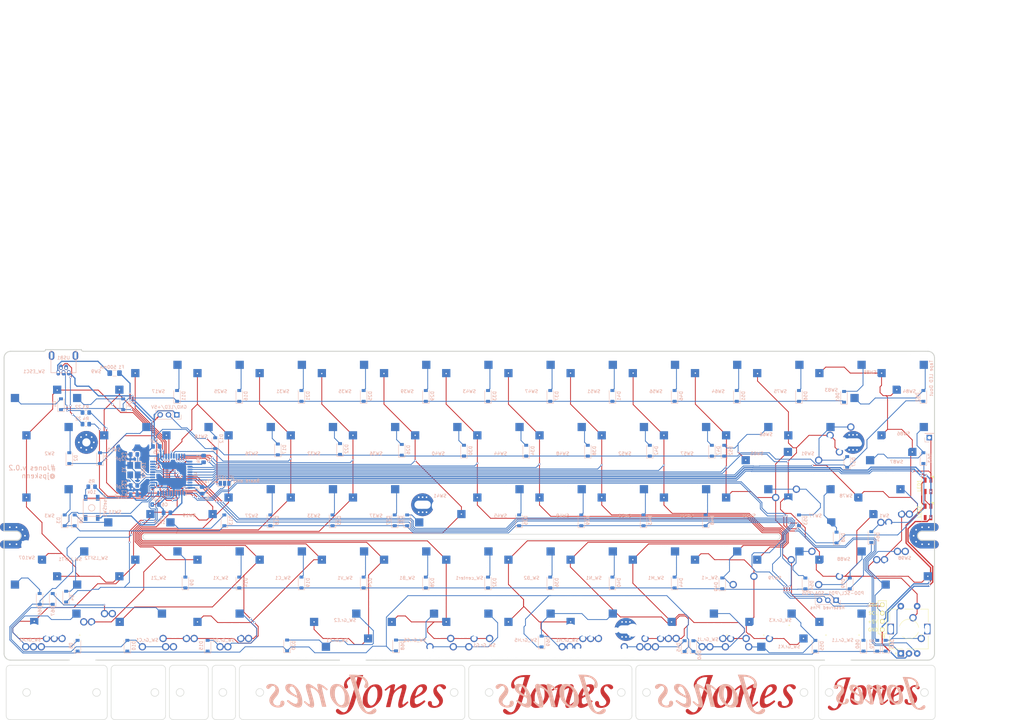
<source format=kicad_pcb>
(kicad_pcb (version 20171130) (host pcbnew "(5.1.6-0-10_14)")
  (layers (0 F.Cu signal) (31 B.Cu signal) (34 B.Paste user) (35 F.Paste user) (36 B.SilkS user) (37 F.SilkS user) (38 B.Mask user hide) (39 F.Mask user) (44 Edge.Cuts user))
  (net 0 "")
  (net 1 "Net-(D1-Pad2)")
  (net 2 "Net-(D2-Pad2)")
  (net 3 "Net-(D3-Pad2)")
  (net 4 "Net-(D4-Pad2)")
  (net 5 "Net-(D5-Pad2)")
  (net 6 "Net-(D6-Pad2)")
  (net 7 "Net-(D7-Pad2)")
  (net 8 "Net-(D8-Pad2)")
  (net 9 "Net-(D9-Pad2)")
  (net 10 "Net-(D10-Pad2)")
  (net 11 "Net-(D11-Pad2)")
  (net 12 "Net-(D12-Pad2)")
  (net 13 "Net-(D13-Pad2)")
  (net 14 "Net-(D14-Pad2)")
  (net 15 "Net-(D16-Pad2)")
  (net 16 "Net-(D17-Pad2)")
  (net 17 "Net-(D18-Pad2)")
  (net 18 "Net-(D19-Pad2)")
  (net 19 "Net-(D20-Pad2)")
  (net 20 "Net-(D21-Pad2)")
  (net 21 "Net-(D22-Pad2)")
  (net 22 "Net-(D23-Pad2)")
  (net 23 "Net-(D24-Pad2)")
  (net 24 "Net-(D25-Pad2)")
  (net 25 "Net-(D26-Pad2)")
  (net 26 "Net-(D27-Pad2)")
  (net 27 "Net-(D28-Pad2)")
  (net 28 "Net-(D29-Pad2)")
  (net 29 "Net-(D30-Pad2)")
  (net 30 "Net-(D31-Pad2)")
  (net 31 "Net-(D32-Pad2)")
  (net 32 "Net-(D33-Pad2)")
  (net 33 "Net-(D34-Pad2)")
  (net 34 "Net-(D35-Pad2)")
  (net 35 "Net-(D36-Pad2)")
  (net 36 "Net-(D37-Pad2)")
  (net 37 "Net-(D38-Pad2)")
  (net 38 "Net-(D39-Pad2)")
  (net 39 "Net-(D40-Pad2)")
  (net 40 "Net-(D41-Pad2)")
  (net 41 "Net-(D42-Pad2)")
  (net 42 "Net-(D43-Pad2)")
  (net 43 "Net-(D44-Pad2)")
  (net 44 "Net-(D45-Pad2)")
  (net 45 "Net-(D46-Pad2)")
  (net 46 "Net-(D47-Pad2)")
  (net 47 "Net-(D48-Pad2)")
  (net 48 "Net-(D49-Pad2)")
  (net 49 "Net-(D50-Pad2)")
  (net 50 "Net-(D51-Pad2)")
  (net 51 "Net-(D52-Pad2)")
  (net 52 "Net-(D53-Pad2)")
  (net 53 "Net-(D54-Pad2)")
  (net 54 "Net-(D55-Pad2)")
  (net 55 "Net-(D56-Pad2)")
  (net 56 "Net-(D57-Pad2)")
  (net 57 "Net-(D58-Pad2)")
  (net 58 "Net-(D59-Pad2)")
  (net 59 "Net-(D60-Pad2)")
  (net 60 "Net-(D61-Pad2)")
  (net 61 "Net-(D62-Pad2)")
  (net 62 "Net-(D63-Pad2)")
  (net 63 ROW0)
  (net 64 ROW1)
  (net 65 ROW2)
  (net 66 ROW3)
  (net 67 ROW4)
  (net 68 COL1)
  (net 69 +5V)
  (net 70 COL2)
  (net 71 COL3)
  (net 72 COL4)
  (net 73 COL5)
  (net 74 COL6)
  (net 75 COL7)
  (net 76 COL8)
  (net 77 COL9)
  (net 78 COL10)
  (net 79 COL11)
  (net 80 COL12)
  (net 81 COL13)
  (net 82 COL0)
  (net 83 GND)
  (net 84 VCC)
  (net 85 D-)
  (net 86 D+)
  (net 87 "Net-(D15-Pad2)")
  (net 88 RE_A)
  (net 89 RE_B)
  (net 90 "Net-(C2-Pad1)")
  (net 91 "Net-(C3-Pad1)")
  (net 92 "Net-(R5-Pad2)")
  (net 93 "Net-(R6-Pad2)")
  (net 94 "Net-(C6-Pad1)")
  (net 95 "Net-(LED1-Pad1)")
  (net 96 LED)
  (net 97 Reserve_PD5)
  (net 98 "Net-(D64-Pad2)")
  (net 99 RE_S2)
  (net 100 "Net-(D66-Pad2)")
  (net 101 "Net-(D67-Pad2)")
  (net 102 "Net-(D68-Pad2)")
  (net 103 "Net-(D69-Pad2)")
  (net 104 "Net-(D70-Pad2)")
  (net 105 Reserve_PD1-SDA)
  (net 106 Reserve_PD0-SCL)
  (net 107 LED_TAPE)
  (net 108 "Net-(J4-Pad1)")
  (net 109 "Net-(R3-Pad2)")
  (net 110 "Net-(R4-Pad2)")
  (module Jones.local:Jones_logo_flip_33.9x12.3_B.silk (layer F.Cu) (at 141.113 125.85682)
    (fp_text reference G*** hide)
    (fp_text value LOGO hide)
  )
  (module Jones.local:Jones_logo_flip_33.9x12.3_B.silk (layer F.Cu) (at 211.36017 125.85682)
    (fp_text reference G*** hide)
    (fp_text value LOGO hide)
  )
  (module Jones.local:Jones_logo_flip_33.9x12.3_B.silk (layer F.Cu) (at 260.176 125.85682)
    (fp_text reference G*** hide)
    (fp_text value LOGO hide)
  )
  (module SMK_Jones_logo:Jones_logo_33.9x12.3_silk (layer F.Cu) (at 141.113 127.74545)
    (fp_text reference G*** hide)
    (fp_text value LOGO hide)
    (fp_poly (pts (xy 15.854614 -3.167061) (xy 16.241964 -3.041929) (xy 16.550848 -2.843086) (xy 16.767627 -2.57566) (xy 16.825175 -2.451479) (xy 16.860482 -2.201181) (xy 16.788043 -1.971484) (xy 16.627033 -1.787546) (xy 16.396625 -1.674526) (xy 16.215122 -1.651) (xy 16.088186 -1.681348) (xy 15.935757 -1.782472) (xy 15.73613 -1.96949) (xy 15.690935 -2.016126) (xy 15.501221 -2.20676) (xy 15.323289 -2.373171) (xy 15.191898 -2.48303) (xy 15.179341 -2.491957) (xy 14.937228 -2.590954) (xy 14.687233 -2.581356) (xy 14.450728 -2.47815) (xy 14.249087 -2.296326) (xy 14.10368 -2.050873) (xy 14.035879 -1.75678) (xy 14.0335 -1.688337) (xy 14.056893 -1.484837) (xy 14.133382 -1.265999) (xy 14.272428 -1.015613) (xy 14.483494 -0.71747) (xy 14.776042 -0.355361) (xy 14.889339 -0.22225) (xy 15.126235 0.065262) (xy 15.349695 0.357723) (xy 15.537158 0.624199) (xy 15.666068 0.833753) (xy 15.682473 0.865374) (xy 15.862576 1.352921) (xy 15.923093 1.830478) (xy 15.871434 2.287506) (xy 15.715013 2.713466) (xy 15.46124 3.097819) (xy 15.117528 3.430026) (xy 14.691289 3.699548) (xy 14.189935 3.895845) (xy 13.620878 4.008379) (xy 13.462 4.022669) (xy 13.212012 4.035028) (xy 12.9989 4.037108) (xy 12.865517 4.028582) (xy 12.85875 4.027253) (xy 12.723977 3.998671) (xy 12.522227 3.957076) (xy 12.403064 3.93287) (xy 12.009044 3.797294) (xy 11.689705 3.573095) (xy 11.45817 3.275371) (xy 11.327561 2.919219) (xy 11.303 2.667295) (xy 11.340626 2.352375) (xy 11.458033 2.129978) (xy 11.662014 1.988696) (xy 11.719954 1.967112) (xy 11.989242 1.929186) (xy 12.230778 2.010344) (xy 12.366625 2.113867) (xy 12.456148 2.22534) (xy 12.499181 2.375174) (xy 12.5095 2.585972) (xy 12.540354 2.91753) (xy 12.640651 3.156588) (xy 12.821992 3.323712) (xy 12.965602 3.394483) (xy 13.315088 3.471558) (xy 13.677976 3.444196) (xy 14.027575 3.325295) (xy 14.337191 3.127759) (xy 14.580134 2.864488) (xy 14.72971 2.548383) (xy 14.731775 2.540833) (xy 14.76803 2.355867) (xy 14.766937 2.178536) (xy 14.72051 1.992875) (xy 14.620764 1.782915) (xy 14.459716 1.532689) (xy 14.229378 1.226228) (xy 13.921767 0.847565) (xy 13.829986 0.737514) (xy 13.54271 0.376535) (xy 13.332402 0.065266) (xy 13.17971 -0.229362) (xy 13.065285 -0.540415) (xy 13.04761 -0.599491) (xy 12.964211 -1.094614) (xy 13.004825 -1.568668) (xy 13.167108 -2.0133) (xy 13.44871 -2.420157) (xy 13.60406 -2.579693) (xy 13.925089 -2.836957) (xy 14.268008 -3.015719) (xy 14.673664 -3.134776) (xy 14.899066 -3.17568) (xy 15.402436 -3.213353) (xy 15.854614 -3.167061)) (layer F.Cu) (width 0.01))
    (fp_poly (pts (xy 10.189699 -3.18101) (xy 10.530452 -3.050869) (xy 10.784579 -2.842213) (xy 10.951445 -2.569982) (xy 11.030417 -2.24912) (xy 11.020861 -1.894565) (xy 10.922144 -1.521261) (xy 10.733633 -1.144148) (xy 10.454693 -0.778167) (xy 10.298284 -0.619951) (xy 10.059376 -0.411538) (xy 9.796593 -0.21528) (xy 9.489874 -0.018963) (xy 9.11916 0.189623) (xy 8.664388 0.422689) (xy 8.273298 0.612674) (xy 7.903301 0.789521) (xy 7.631658 0.927628) (xy 7.443785 1.046336) (xy 7.325096 1.164989) (xy 7.261008 1.302929) (xy 7.236935 1.479499) (xy 7.238292 1.714041) (xy 7.248483 1.971791) (xy 7.261211 2.24754) (xy 7.280217 2.428826) (xy 7.315268 2.548137) (xy 7.37613 2.637959) (xy 7.472567 2.730783) (xy 7.478126 2.735753) (xy 7.691779 2.877158) (xy 7.872782 2.921) (xy 8.175887 2.873785) (xy 8.550484 2.735856) (xy 8.985252 2.512789) (xy 9.468873 2.210158) (xy 9.818446 1.962813) (xy 10.001332 1.835298) (xy 10.149449 1.745706) (xy 10.226484 1.7145) (xy 10.317553 1.761776) (xy 10.428033 1.871437) (xy 10.514981 1.995233) (xy 10.538887 2.065498) (xy 10.491983 2.14349) (xy 10.360447 2.28071) (xy 10.162238 2.461525) (xy 9.915314 2.670302) (xy 9.637634 2.891408) (xy 9.347155 3.109208) (xy 9.305151 3.139507) (xy 8.742323 3.506584) (xy 8.216714 3.770302) (xy 7.707955 3.940489) (xy 7.58825 3.968056) (xy 7.300138 4.024302) (xy 7.09199 4.049825) (xy 6.920999 4.046402) (xy 6.744356 4.015809) (xy 6.697921 4.004995) (xy 6.378704 3.869703) (xy 6.131686 3.633621) (xy 5.956458 3.2957) (xy 5.852613 2.854894) (xy 5.819742 2.310153) (xy 5.843338 1.80975) (xy 5.911051 1.262614) (xy 6.023809 0.746458) (xy 6.140466 0.38623) (xy 7.4295 0.38623) (xy 7.479219 0.400044) (xy 7.620153 0.346746) (xy 7.839962 0.232751) (xy 8.12631 0.064473) (xy 8.466859 -0.151674) (xy 8.47725 -0.15848) (xy 8.945031 -0.49746) (xy 9.315495 -0.834829) (xy 9.581894 -1.162586) (xy 9.737477 -1.472724) (xy 9.777605 -1.700665) (xy 9.72954 -1.960994) (xy 9.599154 -2.201348) (xy 9.414487 -2.371949) (xy 9.392692 -2.383995) (xy 9.141698 -2.446493) (xy 8.870222 -2.39799) (xy 8.597097 -2.248245) (xy 8.341155 -2.007021) (xy 8.153866 -1.74194) (xy 8.02489 -1.490952) (xy 7.887136 -1.171684) (xy 7.750971 -0.814592) (xy 7.626761 -0.450129) (xy 7.52487 -0.10875) (xy 7.455665 0.17909) (xy 7.429512 0.382937) (xy 7.4295 0.38623) (xy 6.140466 0.38623) (xy 6.192237 0.226368) (xy 6.426958 -0.332567) (xy 6.612491 -0.718039) (xy 6.953809 -1.320436) (xy 7.340284 -1.861925) (xy 7.757041 -2.325766) (xy 8.189203 -2.69522) (xy 8.582675 -2.934972) (xy 9.007675 -3.09733) (xy 9.459263 -3.193562) (xy 9.893704 -3.216973) (xy 10.189699 -3.18101)) (layer F.Cu) (width 0.01))
    (fp_poly (pts (xy 1.113664 -3.16627) (xy 1.166158 -3.121392) (xy 1.214097 -3.062276) (xy 1.241186 -2.997524) (xy 1.246077 -2.903459) (xy 1.227423 -2.756405) (xy 1.183877 -2.532685) (xy 1.114273 -2.209453) (xy 1.046156 -1.900229) (xy 0.984965 -1.628025) (xy 0.937208 -1.421424) (xy 0.909392 -1.309009) (xy 0.908668 -1.306463) (xy 0.934434 -1.289741) (xy 1.038657 -1.354317) (xy 1.209663 -1.492019) (xy 1.347892 -1.613962) (xy 1.812505 -2.01191) (xy 2.282216 -2.372) (xy 2.739395 -2.683104) (xy 3.166415 -2.934097) (xy 3.545648 -3.113851) (xy 3.859465 -3.211239) (xy 3.885876 -3.215907) (xy 4.177189 -3.208331) (xy 4.4349 -3.10017) (xy 4.626511 -2.908002) (xy 4.676934 -2.812368) (xy 4.721463 -2.679749) (xy 4.745415 -2.531279) (xy 4.74636 -2.353266) (xy 4.721867 -2.132017) (xy 4.669505 -1.853839) (xy 4.586843 -1.50504) (xy 4.471452 -1.071927) (xy 4.3209 -0.540807) (xy 4.200233 -0.127) (xy 4.013914 0.510662) (xy 3.861993 1.039611) (xy 3.74142 1.472487) (xy 3.649147 1.82193) (xy 3.582123 2.100582) (xy 3.5373 2.321081) (xy 3.511629 2.49607) (xy 3.502059 2.638187) (xy 3.505117 2.754438) (xy 3.536317 2.931871) (xy 3.605132 3.023053) (xy 3.722639 3.026569) (xy 3.899914 2.941004) (xy 4.148032 2.764941) (xy 4.287432 2.654448) (xy 4.583798 2.413939) (xy 4.796687 2.242712) (xy 4.942411 2.131488) (xy 5.037279 2.07099) (xy 5.097602 2.051939) (xy 5.13969 2.065056) (xy 5.179855 2.101064) (xy 5.209782 2.129768) (xy 5.303601 2.239394) (xy 5.334 2.313551) (xy 5.291135 2.387466) (xy 5.176705 2.523561) (xy 5.011954 2.697321) (xy 4.937125 2.771489) (xy 4.420786 3.240723) (xy 3.944188 3.604921) (xy 3.510838 3.862272) (xy 3.124241 4.010965) (xy 2.787904 4.049189) (xy 2.559199 3.999751) (xy 2.38419 3.861579) (xy 2.267359 3.613619) (xy 2.210132 3.259696) (xy 2.204288 3.048) (xy 2.229764 2.698923) (xy 2.30256 2.251977) (xy 2.423647 1.70288) (xy 2.593992 1.047354) (xy 2.814567 0.281119) (xy 2.880819 0.061406) (xy 3.041557 -0.484102) (xy 3.171356 -0.959929) (xy 3.267754 -1.355406) (xy 3.328287 -1.659864) (xy 3.350493 -1.862633) (xy 3.342271 -1.937443) (xy 3.249794 -2.021403) (xy 3.07944 -2.029444) (xy 2.848202 -1.970082) (xy 2.573072 -1.851828) (xy 2.271044 -1.683198) (xy 1.959109 -1.472703) (xy 1.654261 -1.228859) (xy 1.373492 -0.960177) (xy 1.357325 -0.942963) (xy 1.189658 -0.756272) (xy 1.046008 -0.575646) (xy 0.920745 -0.386381) (xy 0.808239 -0.173772) (xy 0.70286 0.076887) (xy 0.598977 0.3803) (xy 0.490962 0.751173) (xy 0.373182 1.204209) (xy 0.240009 1.754115) (xy 0.107668 2.320948) (xy -0.229211 3.77825) (xy -0.876606 3.796346) (xy -1.14586 3.799188) (xy -1.360338 3.792537) (xy -1.493455 3.77776) (xy -1.524 3.763044) (xy -1.508945 3.686892) (xy -1.467361 3.509851) (xy -1.40462 3.25396) (xy -1.326094 2.941259) (xy -1.271946 2.728948) (xy -1.156857 2.273685) (xy -1.034304 1.777297) (xy -0.907911 1.255539) (xy -0.781301 0.724171) (xy -0.658097 0.198949) (xy -0.541924 -0.304368) (xy -0.436405 -0.770024) (xy -0.345163 -1.18226) (xy -0.271822 -1.525319) (xy -0.220004 -1.783443) (xy -0.193335 -1.940875) (xy -0.1905 -1.973986) (xy -0.207651 -2.114707) (xy -0.243839 -2.18447) (xy -0.349164 -2.177577) (xy -0.535961 -2.081672) (xy -0.798679 -1.900243) (xy -1.131766 -1.636777) (xy -1.181082 -1.595732) (xy -1.664577 -1.191213) (xy -1.982159 -1.508795) (xy -1.705455 -1.762501) (xy -1.31753 -2.110677) (xy -0.993341 -2.382826) (xy -0.710151 -2.595934) (xy -0.445222 -2.766987) (xy -0.175817 -2.91297) (xy -0.145111 -2.92814) (xy 0.273415 -3.107886) (xy 0.629128 -3.208434) (xy 0.912416 -3.228367) (xy 1.113664 -3.16627)) (layer F.Cu) (width 0.01))
    (fp_poly (pts (xy -4.135333 -3.141113) (xy -3.703594 -2.989027) (xy -3.338997 -2.729262) (xy -3.040254 -2.360997) (xy -2.883971 -2.070061) (xy -2.757454 -1.687498) (xy -2.679933 -1.220626) (xy -2.652096 -0.702589) (xy -2.674627 -0.166531) (xy -2.748216 0.354404) (xy -2.826976 0.680364) (xy -3.050224 1.268055) (xy -3.367962 1.847955) (xy -3.762177 2.39961) (xy -4.214854 2.902565) (xy -4.707979 3.336364) (xy -5.223537 3.680554) (xy -5.644242 3.879246) (xy -6.017063 3.982893) (xy -6.43671 4.038666) (xy -6.857649 4.044693) (xy -7.234344 3.999103) (xy -7.405447 3.951609) (xy -7.828118 3.739902) (xy -8.167604 3.435485) (xy -8.428476 3.033573) (xy -8.543219 2.760513) (xy -8.610283 2.472729) (xy -8.646641 2.096983) (xy -8.652791 1.66842) (xy -8.629231 1.222186) (xy -8.615577 1.11125) (xy -7.200007 1.11125) (xy -7.182729 1.705204) (xy -7.116549 2.193066) (xy -6.997098 2.587677) (xy -6.820005 2.901882) (xy -6.580898 3.148524) (xy -6.481974 3.221113) (xy -6.271326 3.329661) (xy -6.060507 3.355202) (xy -5.81366 3.297443) (xy -5.614587 3.214013) (xy -5.274834 2.989655) (xy -4.963027 2.65159) (xy -4.685857 2.211321) (xy -4.450016 1.68035) (xy -4.262197 1.07018) (xy -4.195515 0.774749) (xy -4.15663 0.482107) (xy -4.135559 0.10685) (xy -4.131988 -0.307939) (xy -4.145599 -0.719178) (xy -4.176079 -1.083781) (xy -4.210749 -1.305185) (xy -4.337605 -1.723873) (xy -4.520194 -2.064199) (xy -4.747289 -2.315392) (xy -5.007661 -2.466679) (xy -5.290082 -2.507289) (xy -5.437707 -2.482269) (xy -5.816753 -2.312372) (xy -6.169919 -2.020676) (xy -6.49421 -1.610304) (xy -6.786636 -1.084377) (xy -6.795545 -1.065439) (xy -6.974035 -0.612195) (xy -7.097486 -0.121886) (xy -7.171004 0.432957) (xy -7.199691 1.079807) (xy -7.200007 1.11125) (xy -8.615577 1.11125) (xy -8.576457 0.793427) (xy -8.510888 0.47625) (xy -8.270878 -0.241049) (xy -7.932973 -0.935651) (xy -7.51493 -1.57704) (xy -7.034506 -2.134701) (xy -6.936136 -2.230085) (xy -6.446134 -2.632445) (xy -5.947756 -2.918318) (xy -5.417798 -3.097348) (xy -4.833057 -3.179179) (xy -4.6355 -3.186341) (xy -4.135333 -3.141113)) (layer F.Cu) (width 0.01))
    (fp_poly (pts (xy -8.862231 -6.035022) (xy -8.650095 -6.030647) (xy -8.528732 -6.021475) (xy -8.509 -6.01397) (xy -8.531495 -5.951337) (xy -8.592375 -5.796215) (xy -8.681731 -5.573573) (xy -8.766071 -5.366052) (xy -8.913992 -4.978791) (xy -9.090637 -4.471533) (xy -9.294926 -3.847738) (xy -9.525779 -3.11086) (xy -9.782115 -2.264359) (xy -10.062855 -1.311691) (xy -10.366919 -0.256313) (xy -10.412798 -0.09525) (xy -10.617699 0.622112) (xy -10.793435 1.229813) (xy -10.944199 1.740732) (xy -11.074186 2.167747) (xy -11.18759 2.523737) (xy -11.288606 2.821583) (xy -11.381428 3.074161) (xy -11.47025 3.294352) (xy -11.559266 3.495035) (xy -11.630865 3.644952) (xy -12.026289 4.337734) (xy -12.477257 4.918168) (xy -12.982756 5.385315) (xy -13.541776 5.738238) (xy -14.141494 5.972644) (xy -14.520492 6.050724) (xy -14.936695 6.087172) (xy -15.342903 6.080993) (xy -15.691915 6.031193) (xy -15.77975 6.007174) (xy -16.186063 5.836667) (xy -16.511804 5.613319) (xy -16.741815 5.350466) (xy -16.860935 5.061445) (xy -16.862172 5.055008) (xy -16.859533 4.800972) (xy -16.768118 4.579131) (xy -16.609999 4.414628) (xy -16.407246 4.332607) (xy -16.235629 4.341219) (xy -16.112847 4.402372) (xy -15.930903 4.529041) (xy -15.721693 4.698212) (xy -15.63678 4.773299) (xy -15.2316 5.100729) (xy -14.863328 5.309833) (xy -14.525262 5.401562) (xy -14.210704 5.376869) (xy -13.912954 5.236704) (xy -13.690196 5.049961) (xy -13.561945 4.908297) (xy -13.443944 4.7442) (xy -13.32864 4.541332) (xy -13.208481 4.283357) (xy -13.075912 3.953938) (xy -12.923382 3.536738) (xy -12.743338 3.015421) (xy -12.726168 2.964733) (xy -12.571953 2.501426) (xy -12.401964 1.97746) (xy -12.21958 1.404265) (xy -12.028182 0.793271) (xy -11.831149 0.155908) (xy -11.631861 -0.496392) (xy -11.433699 -1.152202) (xy -11.240043 -1.800089) (xy -11.054273 -2.428624) (xy -10.879769 -3.026377) (xy -10.71991 -3.581918) (xy -10.578078 -4.083817) (xy -10.457652 -4.520643) (xy -10.362013 -4.880966) (xy -10.294539 -5.153356) (xy -10.258613 -5.326383) (xy -10.256169 -5.387835) (xy -10.346713 -5.411537) (xy -10.530282 -5.41765) (xy -10.774447 -5.408354) (xy -11.046781 -5.385828) (xy -11.314857 -5.352254) (xy -11.546245 -5.30981) (xy -11.595648 -5.297786) (xy -12.054864 -5.138746) (xy -12.479514 -4.917005) (xy -12.853284 -4.647546) (xy -13.159859 -4.345349) (xy -13.382925 -4.025396) (xy -13.506168 -3.70267) (xy -13.5255 -3.52558) (xy -13.492789 -3.333776) (xy -13.406668 -3.0921) (xy -13.335 -2.942612) (xy -13.196486 -2.63383) (xy -13.151789 -2.390516) (xy -13.200151 -2.193375) (xy -13.300364 -2.060864) (xy -13.500773 -1.941108) (xy -13.750144 -1.901926) (xy -13.99416 -1.949993) (xy -14.037018 -1.970383) (xy -14.194922 -2.12144) (xy -14.311046 -2.367373) (xy -14.379494 -2.681235) (xy -14.39437 -3.036076) (xy -14.350323 -3.402314) (xy -14.199659 -3.896033) (xy -13.954229 -4.34588) (xy -13.598307 -4.780662) (xy -13.597497 -4.781512) (xy -13.122102 -5.201219) (xy -12.580155 -5.529039) (xy -11.961307 -5.769617) (xy -11.255204 -5.927597) (xy -10.95375 -5.967845) (xy -10.751226 -5.984878) (xy -10.478219 -6.000157) (xy -10.157768 -6.013247) (xy -9.812907 -6.023713) (xy -9.466673 -6.03112) (xy -9.142102 -6.035035) (xy -8.862231 -6.035022)) (layer F.Cu) (width 0.01))
  )
  (module SMK_Jones_logo:Jones_logo_33.9x12.3_silk (layer F.Cu) (at 192.31009 127.74545)
    (fp_text reference G*** hide)
    (fp_text value LOGO hide)
    (fp_poly (pts (xy 15.854614 -3.167061) (xy 16.241964 -3.041929) (xy 16.550848 -2.843086) (xy 16.767627 -2.57566) (xy 16.825175 -2.451479) (xy 16.860482 -2.201181) (xy 16.788043 -1.971484) (xy 16.627033 -1.787546) (xy 16.396625 -1.674526) (xy 16.215122 -1.651) (xy 16.088186 -1.681348) (xy 15.935757 -1.782472) (xy 15.73613 -1.96949) (xy 15.690935 -2.016126) (xy 15.501221 -2.20676) (xy 15.323289 -2.373171) (xy 15.191898 -2.48303) (xy 15.179341 -2.491957) (xy 14.937228 -2.590954) (xy 14.687233 -2.581356) (xy 14.450728 -2.47815) (xy 14.249087 -2.296326) (xy 14.10368 -2.050873) (xy 14.035879 -1.75678) (xy 14.0335 -1.688337) (xy 14.056893 -1.484837) (xy 14.133382 -1.265999) (xy 14.272428 -1.015613) (xy 14.483494 -0.71747) (xy 14.776042 -0.355361) (xy 14.889339 -0.22225) (xy 15.126235 0.065262) (xy 15.349695 0.357723) (xy 15.537158 0.624199) (xy 15.666068 0.833753) (xy 15.682473 0.865374) (xy 15.862576 1.352921) (xy 15.923093 1.830478) (xy 15.871434 2.287506) (xy 15.715013 2.713466) (xy 15.46124 3.097819) (xy 15.117528 3.430026) (xy 14.691289 3.699548) (xy 14.189935 3.895845) (xy 13.620878 4.008379) (xy 13.462 4.022669) (xy 13.212012 4.035028) (xy 12.9989 4.037108) (xy 12.865517 4.028582) (xy 12.85875 4.027253) (xy 12.723977 3.998671) (xy 12.522227 3.957076) (xy 12.403064 3.93287) (xy 12.009044 3.797294) (xy 11.689705 3.573095) (xy 11.45817 3.275371) (xy 11.327561 2.919219) (xy 11.303 2.667295) (xy 11.340626 2.352375) (xy 11.458033 2.129978) (xy 11.662014 1.988696) (xy 11.719954 1.967112) (xy 11.989242 1.929186) (xy 12.230778 2.010344) (xy 12.366625 2.113867) (xy 12.456148 2.22534) (xy 12.499181 2.375174) (xy 12.5095 2.585972) (xy 12.540354 2.91753) (xy 12.640651 3.156588) (xy 12.821992 3.323712) (xy 12.965602 3.394483) (xy 13.315088 3.471558) (xy 13.677976 3.444196) (xy 14.027575 3.325295) (xy 14.337191 3.127759) (xy 14.580134 2.864488) (xy 14.72971 2.548383) (xy 14.731775 2.540833) (xy 14.76803 2.355867) (xy 14.766937 2.178536) (xy 14.72051 1.992875) (xy 14.620764 1.782915) (xy 14.459716 1.532689) (xy 14.229378 1.226228) (xy 13.921767 0.847565) (xy 13.829986 0.737514) (xy 13.54271 0.376535) (xy 13.332402 0.065266) (xy 13.17971 -0.229362) (xy 13.065285 -0.540415) (xy 13.04761 -0.599491) (xy 12.964211 -1.094614) (xy 13.004825 -1.568668) (xy 13.167108 -2.0133) (xy 13.44871 -2.420157) (xy 13.60406 -2.579693) (xy 13.925089 -2.836957) (xy 14.268008 -3.015719) (xy 14.673664 -3.134776) (xy 14.899066 -3.17568) (xy 15.402436 -3.213353) (xy 15.854614 -3.167061)) (layer F.Cu) (width 0.01))
    (fp_poly (pts (xy 10.189699 -3.18101) (xy 10.530452 -3.050869) (xy 10.784579 -2.842213) (xy 10.951445 -2.569982) (xy 11.030417 -2.24912) (xy 11.020861 -1.894565) (xy 10.922144 -1.521261) (xy 10.733633 -1.144148) (xy 10.454693 -0.778167) (xy 10.298284 -0.619951) (xy 10.059376 -0.411538) (xy 9.796593 -0.21528) (xy 9.489874 -0.018963) (xy 9.11916 0.189623) (xy 8.664388 0.422689) (xy 8.273298 0.612674) (xy 7.903301 0.789521) (xy 7.631658 0.927628) (xy 7.443785 1.046336) (xy 7.325096 1.164989) (xy 7.261008 1.302929) (xy 7.236935 1.479499) (xy 7.238292 1.714041) (xy 7.248483 1.971791) (xy 7.261211 2.24754) (xy 7.280217 2.428826) (xy 7.315268 2.548137) (xy 7.37613 2.637959) (xy 7.472567 2.730783) (xy 7.478126 2.735753) (xy 7.691779 2.877158) (xy 7.872782 2.921) (xy 8.175887 2.873785) (xy 8.550484 2.735856) (xy 8.985252 2.512789) (xy 9.468873 2.210158) (xy 9.818446 1.962813) (xy 10.001332 1.835298) (xy 10.149449 1.745706) (xy 10.226484 1.7145) (xy 10.317553 1.761776) (xy 10.428033 1.871437) (xy 10.514981 1.995233) (xy 10.538887 2.065498) (xy 10.491983 2.14349) (xy 10.360447 2.28071) (xy 10.162238 2.461525) (xy 9.915314 2.670302) (xy 9.637634 2.891408) (xy 9.347155 3.109208) (xy 9.305151 3.139507) (xy 8.742323 3.506584) (xy 8.216714 3.770302) (xy 7.707955 3.940489) (xy 7.58825 3.968056) (xy 7.300138 4.024302) (xy 7.09199 4.049825) (xy 6.920999 4.046402) (xy 6.744356 4.015809) (xy 6.697921 4.004995) (xy 6.378704 3.869703) (xy 6.131686 3.633621) (xy 5.956458 3.2957) (xy 5.852613 2.854894) (xy 5.819742 2.310153) (xy 5.843338 1.80975) (xy 5.911051 1.262614) (xy 6.023809 0.746458) (xy 6.140466 0.38623) (xy 7.4295 0.38623) (xy 7.479219 0.400044) (xy 7.620153 0.346746) (xy 7.839962 0.232751) (xy 8.12631 0.064473) (xy 8.466859 -0.151674) (xy 8.47725 -0.15848) (xy 8.945031 -0.49746) (xy 9.315495 -0.834829) (xy 9.581894 -1.162586) (xy 9.737477 -1.472724) (xy 9.777605 -1.700665) (xy 9.72954 -1.960994) (xy 9.599154 -2.201348) (xy 9.414487 -2.371949) (xy 9.392692 -2.383995) (xy 9.141698 -2.446493) (xy 8.870222 -2.39799) (xy 8.597097 -2.248245) (xy 8.341155 -2.007021) (xy 8.153866 -1.74194) (xy 8.02489 -1.490952) (xy 7.887136 -1.171684) (xy 7.750971 -0.814592) (xy 7.626761 -0.450129) (xy 7.52487 -0.10875) (xy 7.455665 0.17909) (xy 7.429512 0.382937) (xy 7.4295 0.38623) (xy 6.140466 0.38623) (xy 6.192237 0.226368) (xy 6.426958 -0.332567) (xy 6.612491 -0.718039) (xy 6.953809 -1.320436) (xy 7.340284 -1.861925) (xy 7.757041 -2.325766) (xy 8.189203 -2.69522) (xy 8.582675 -2.934972) (xy 9.007675 -3.09733) (xy 9.459263 -3.193562) (xy 9.893704 -3.216973) (xy 10.189699 -3.18101)) (layer F.Cu) (width 0.01))
    (fp_poly (pts (xy 1.113664 -3.16627) (xy 1.166158 -3.121392) (xy 1.214097 -3.062276) (xy 1.241186 -2.997524) (xy 1.246077 -2.903459) (xy 1.227423 -2.756405) (xy 1.183877 -2.532685) (xy 1.114273 -2.209453) (xy 1.046156 -1.900229) (xy 0.984965 -1.628025) (xy 0.937208 -1.421424) (xy 0.909392 -1.309009) (xy 0.908668 -1.306463) (xy 0.934434 -1.289741) (xy 1.038657 -1.354317) (xy 1.209663 -1.492019) (xy 1.347892 -1.613962) (xy 1.812505 -2.01191) (xy 2.282216 -2.372) (xy 2.739395 -2.683104) (xy 3.166415 -2.934097) (xy 3.545648 -3.113851) (xy 3.859465 -3.211239) (xy 3.885876 -3.215907) (xy 4.177189 -3.208331) (xy 4.4349 -3.10017) (xy 4.626511 -2.908002) (xy 4.676934 -2.812368) (xy 4.721463 -2.679749) (xy 4.745415 -2.531279) (xy 4.74636 -2.353266) (xy 4.721867 -2.132017) (xy 4.669505 -1.853839) (xy 4.586843 -1.50504) (xy 4.471452 -1.071927) (xy 4.3209 -0.540807) (xy 4.200233 -0.127) (xy 4.013914 0.510662) (xy 3.861993 1.039611) (xy 3.74142 1.472487) (xy 3.649147 1.82193) (xy 3.582123 2.100582) (xy 3.5373 2.321081) (xy 3.511629 2.49607) (xy 3.502059 2.638187) (xy 3.505117 2.754438) (xy 3.536317 2.931871) (xy 3.605132 3.023053) (xy 3.722639 3.026569) (xy 3.899914 2.941004) (xy 4.148032 2.764941) (xy 4.287432 2.654448) (xy 4.583798 2.413939) (xy 4.796687 2.242712) (xy 4.942411 2.131488) (xy 5.037279 2.07099) (xy 5.097602 2.051939) (xy 5.13969 2.065056) (xy 5.179855 2.101064) (xy 5.209782 2.129768) (xy 5.303601 2.239394) (xy 5.334 2.313551) (xy 5.291135 2.387466) (xy 5.176705 2.523561) (xy 5.011954 2.697321) (xy 4.937125 2.771489) (xy 4.420786 3.240723) (xy 3.944188 3.604921) (xy 3.510838 3.862272) (xy 3.124241 4.010965) (xy 2.787904 4.049189) (xy 2.559199 3.999751) (xy 2.38419 3.861579) (xy 2.267359 3.613619) (xy 2.210132 3.259696) (xy 2.204288 3.048) (xy 2.229764 2.698923) (xy 2.30256 2.251977) (xy 2.423647 1.70288) (xy 2.593992 1.047354) (xy 2.814567 0.281119) (xy 2.880819 0.061406) (xy 3.041557 -0.484102) (xy 3.171356 -0.959929) (xy 3.267754 -1.355406) (xy 3.328287 -1.659864) (xy 3.350493 -1.862633) (xy 3.342271 -1.937443) (xy 3.249794 -2.021403) (xy 3.07944 -2.029444) (xy 2.848202 -1.970082) (xy 2.573072 -1.851828) (xy 2.271044 -1.683198) (xy 1.959109 -1.472703) (xy 1.654261 -1.228859) (xy 1.373492 -0.960177) (xy 1.357325 -0.942963) (xy 1.189658 -0.756272) (xy 1.046008 -0.575646) (xy 0.920745 -0.386381) (xy 0.808239 -0.173772) (xy 0.70286 0.076887) (xy 0.598977 0.3803) (xy 0.490962 0.751173) (xy 0.373182 1.204209) (xy 0.240009 1.754115) (xy 0.107668 2.320948) (xy -0.229211 3.77825) (xy -0.876606 3.796346) (xy -1.14586 3.799188) (xy -1.360338 3.792537) (xy -1.493455 3.77776) (xy -1.524 3.763044) (xy -1.508945 3.686892) (xy -1.467361 3.509851) (xy -1.40462 3.25396) (xy -1.326094 2.941259) (xy -1.271946 2.728948) (xy -1.156857 2.273685) (xy -1.034304 1.777297) (xy -0.907911 1.255539) (xy -0.781301 0.724171) (xy -0.658097 0.198949) (xy -0.541924 -0.304368) (xy -0.436405 -0.770024) (xy -0.345163 -1.18226) (xy -0.271822 -1.525319) (xy -0.220004 -1.783443) (xy -0.193335 -1.940875) (xy -0.1905 -1.973986) (xy -0.207651 -2.114707) (xy -0.243839 -2.18447) (xy -0.349164 -2.177577) (xy -0.535961 -2.081672) (xy -0.798679 -1.900243) (xy -1.131766 -1.636777) (xy -1.181082 -1.595732) (xy -1.664577 -1.191213) (xy -1.982159 -1.508795) (xy -1.705455 -1.762501) (xy -1.31753 -2.110677) (xy -0.993341 -2.382826) (xy -0.710151 -2.595934) (xy -0.445222 -2.766987) (xy -0.175817 -2.91297) (xy -0.145111 -2.92814) (xy 0.273415 -3.107886) (xy 0.629128 -3.208434) (xy 0.912416 -3.228367) (xy 1.113664 -3.16627)) (layer F.Cu) (width 0.01))
    (fp_poly (pts (xy -4.135333 -3.141113) (xy -3.703594 -2.989027) (xy -3.338997 -2.729262) (xy -3.040254 -2.360997) (xy -2.883971 -2.070061) (xy -2.757454 -1.687498) (xy -2.679933 -1.220626) (xy -2.652096 -0.702589) (xy -2.674627 -0.166531) (xy -2.748216 0.354404) (xy -2.826976 0.680364) (xy -3.050224 1.268055) (xy -3.367962 1.847955) (xy -3.762177 2.39961) (xy -4.214854 2.902565) (xy -4.707979 3.336364) (xy -5.223537 3.680554) (xy -5.644242 3.879246) (xy -6.017063 3.982893) (xy -6.43671 4.038666) (xy -6.857649 4.044693) (xy -7.234344 3.999103) (xy -7.405447 3.951609) (xy -7.828118 3.739902) (xy -8.167604 3.435485) (xy -8.428476 3.033573) (xy -8.543219 2.760513) (xy -8.610283 2.472729) (xy -8.646641 2.096983) (xy -8.652791 1.66842) (xy -8.629231 1.222186) (xy -8.615577 1.11125) (xy -7.200007 1.11125) (xy -7.182729 1.705204) (xy -7.116549 2.193066) (xy -6.997098 2.587677) (xy -6.820005 2.901882) (xy -6.580898 3.148524) (xy -6.481974 3.221113) (xy -6.271326 3.329661) (xy -6.060507 3.355202) (xy -5.81366 3.297443) (xy -5.614587 3.214013) (xy -5.274834 2.989655) (xy -4.963027 2.65159) (xy -4.685857 2.211321) (xy -4.450016 1.68035) (xy -4.262197 1.07018) (xy -4.195515 0.774749) (xy -4.15663 0.482107) (xy -4.135559 0.10685) (xy -4.131988 -0.307939) (xy -4.145599 -0.719178) (xy -4.176079 -1.083781) (xy -4.210749 -1.305185) (xy -4.337605 -1.723873) (xy -4.520194 -2.064199) (xy -4.747289 -2.315392) (xy -5.007661 -2.466679) (xy -5.290082 -2.507289) (xy -5.437707 -2.482269) (xy -5.816753 -2.312372) (xy -6.169919 -2.020676) (xy -6.49421 -1.610304) (xy -6.786636 -1.084377) (xy -6.795545 -1.065439) (xy -6.974035 -0.612195) (xy -7.097486 -0.121886) (xy -7.171004 0.432957) (xy -7.199691 1.079807) (xy -7.200007 1.11125) (xy -8.615577 1.11125) (xy -8.576457 0.793427) (xy -8.510888 0.47625) (xy -8.270878 -0.241049) (xy -7.932973 -0.935651) (xy -7.51493 -1.57704) (xy -7.034506 -2.134701) (xy -6.936136 -2.230085) (xy -6.446134 -2.632445) (xy -5.947756 -2.918318) (xy -5.417798 -3.097348) (xy -4.833057 -3.179179) (xy -4.6355 -3.186341) (xy -4.135333 -3.141113)) (layer F.Cu) (width 0.01))
    (fp_poly (pts (xy -8.862231 -6.035022) (xy -8.650095 -6.030647) (xy -8.528732 -6.021475) (xy -8.509 -6.01397) (xy -8.531495 -5.951337) (xy -8.592375 -5.796215) (xy -8.681731 -5.573573) (xy -8.766071 -5.366052) (xy -8.913992 -4.978791) (xy -9.090637 -4.471533) (xy -9.294926 -3.847738) (xy -9.525779 -3.11086) (xy -9.782115 -2.264359) (xy -10.062855 -1.311691) (xy -10.366919 -0.256313) (xy -10.412798 -0.09525) (xy -10.617699 0.622112) (xy -10.793435 1.229813) (xy -10.944199 1.740732) (xy -11.074186 2.167747) (xy -11.18759 2.523737) (xy -11.288606 2.821583) (xy -11.381428 3.074161) (xy -11.47025 3.294352) (xy -11.559266 3.495035) (xy -11.630865 3.644952) (xy -12.026289 4.337734) (xy -12.477257 4.918168) (xy -12.982756 5.385315) (xy -13.541776 5.738238) (xy -14.141494 5.972644) (xy -14.520492 6.050724) (xy -14.936695 6.087172) (xy -15.342903 6.080993) (xy -15.691915 6.031193) (xy -15.77975 6.007174) (xy -16.186063 5.836667) (xy -16.511804 5.613319) (xy -16.741815 5.350466) (xy -16.860935 5.061445) (xy -16.862172 5.055008) (xy -16.859533 4.800972) (xy -16.768118 4.579131) (xy -16.609999 4.414628) (xy -16.407246 4.332607) (xy -16.235629 4.341219) (xy -16.112847 4.402372) (xy -15.930903 4.529041) (xy -15.721693 4.698212) (xy -15.63678 4.773299) (xy -15.2316 5.100729) (xy -14.863328 5.309833) (xy -14.525262 5.401562) (xy -14.210704 5.376869) (xy -13.912954 5.236704) (xy -13.690196 5.049961) (xy -13.561945 4.908297) (xy -13.443944 4.7442) (xy -13.32864 4.541332) (xy -13.208481 4.283357) (xy -13.075912 3.953938) (xy -12.923382 3.536738) (xy -12.743338 3.015421) (xy -12.726168 2.964733) (xy -12.571953 2.501426) (xy -12.401964 1.97746) (xy -12.21958 1.404265) (xy -12.028182 0.793271) (xy -11.831149 0.155908) (xy -11.631861 -0.496392) (xy -11.433699 -1.152202) (xy -11.240043 -1.800089) (xy -11.054273 -2.428624) (xy -10.879769 -3.026377) (xy -10.71991 -3.581918) (xy -10.578078 -4.083817) (xy -10.457652 -4.520643) (xy -10.362013 -4.880966) (xy -10.294539 -5.153356) (xy -10.258613 -5.326383) (xy -10.256169 -5.387835) (xy -10.346713 -5.411537) (xy -10.530282 -5.41765) (xy -10.774447 -5.408354) (xy -11.046781 -5.385828) (xy -11.314857 -5.352254) (xy -11.546245 -5.30981) (xy -11.595648 -5.297786) (xy -12.054864 -5.138746) (xy -12.479514 -4.917005) (xy -12.853284 -4.647546) (xy -13.159859 -4.345349) (xy -13.382925 -4.025396) (xy -13.506168 -3.70267) (xy -13.5255 -3.52558) (xy -13.492789 -3.333776) (xy -13.406668 -3.0921) (xy -13.335 -2.942612) (xy -13.196486 -2.63383) (xy -13.151789 -2.390516) (xy -13.200151 -2.193375) (xy -13.300364 -2.060864) (xy -13.500773 -1.941108) (xy -13.750144 -1.901926) (xy -13.99416 -1.949993) (xy -14.037018 -1.970383) (xy -14.194922 -2.12144) (xy -14.311046 -2.367373) (xy -14.379494 -2.681235) (xy -14.39437 -3.036076) (xy -14.350323 -3.402314) (xy -14.199659 -3.896033) (xy -13.954229 -4.34588) (xy -13.598307 -4.780662) (xy -13.597497 -4.781512) (xy -13.122102 -5.201219) (xy -12.580155 -5.529039) (xy -11.961307 -5.769617) (xy -11.255204 -5.927597) (xy -10.95375 -5.967845) (xy -10.751226 -5.984878) (xy -10.478219 -6.000157) (xy -10.157768 -6.013247) (xy -9.812907 -6.023713) (xy -9.466673 -6.03112) (xy -9.142102 -6.035035) (xy -8.862231 -6.035022)) (layer F.Cu) (width 0.01))
  )
  (module SMK_Jones_logo:Jones_logo_33.9x12.3_silk (layer F.Cu) (at 248.2697 127.74545)
    (fp_text reference G*** hide)
    (fp_text value LOGO hide)
    (fp_poly (pts (xy 15.854614 -3.167061) (xy 16.241964 -3.041929) (xy 16.550848 -2.843086) (xy 16.767627 -2.57566) (xy 16.825175 -2.451479) (xy 16.860482 -2.201181) (xy 16.788043 -1.971484) (xy 16.627033 -1.787546) (xy 16.396625 -1.674526) (xy 16.215122 -1.651) (xy 16.088186 -1.681348) (xy 15.935757 -1.782472) (xy 15.73613 -1.96949) (xy 15.690935 -2.016126) (xy 15.501221 -2.20676) (xy 15.323289 -2.373171) (xy 15.191898 -2.48303) (xy 15.179341 -2.491957) (xy 14.937228 -2.590954) (xy 14.687233 -2.581356) (xy 14.450728 -2.47815) (xy 14.249087 -2.296326) (xy 14.10368 -2.050873) (xy 14.035879 -1.75678) (xy 14.0335 -1.688337) (xy 14.056893 -1.484837) (xy 14.133382 -1.265999) (xy 14.272428 -1.015613) (xy 14.483494 -0.71747) (xy 14.776042 -0.355361) (xy 14.889339 -0.22225) (xy 15.126235 0.065262) (xy 15.349695 0.357723) (xy 15.537158 0.624199) (xy 15.666068 0.833753) (xy 15.682473 0.865374) (xy 15.862576 1.352921) (xy 15.923093 1.830478) (xy 15.871434 2.287506) (xy 15.715013 2.713466) (xy 15.46124 3.097819) (xy 15.117528 3.430026) (xy 14.691289 3.699548) (xy 14.189935 3.895845) (xy 13.620878 4.008379) (xy 13.462 4.022669) (xy 13.212012 4.035028) (xy 12.9989 4.037108) (xy 12.865517 4.028582) (xy 12.85875 4.027253) (xy 12.723977 3.998671) (xy 12.522227 3.957076) (xy 12.403064 3.93287) (xy 12.009044 3.797294) (xy 11.689705 3.573095) (xy 11.45817 3.275371) (xy 11.327561 2.919219) (xy 11.303 2.667295) (xy 11.340626 2.352375) (xy 11.458033 2.129978) (xy 11.662014 1.988696) (xy 11.719954 1.967112) (xy 11.989242 1.929186) (xy 12.230778 2.010344) (xy 12.366625 2.113867) (xy 12.456148 2.22534) (xy 12.499181 2.375174) (xy 12.5095 2.585972) (xy 12.540354 2.91753) (xy 12.640651 3.156588) (xy 12.821992 3.323712) (xy 12.965602 3.394483) (xy 13.315088 3.471558) (xy 13.677976 3.444196) (xy 14.027575 3.325295) (xy 14.337191 3.127759) (xy 14.580134 2.864488) (xy 14.72971 2.548383) (xy 14.731775 2.540833) (xy 14.76803 2.355867) (xy 14.766937 2.178536) (xy 14.72051 1.992875) (xy 14.620764 1.782915) (xy 14.459716 1.532689) (xy 14.229378 1.226228) (xy 13.921767 0.847565) (xy 13.829986 0.737514) (xy 13.54271 0.376535) (xy 13.332402 0.065266) (xy 13.17971 -0.229362) (xy 13.065285 -0.540415) (xy 13.04761 -0.599491) (xy 12.964211 -1.094614) (xy 13.004825 -1.568668) (xy 13.167108 -2.0133) (xy 13.44871 -2.420157) (xy 13.60406 -2.579693) (xy 13.925089 -2.836957) (xy 14.268008 -3.015719) (xy 14.673664 -3.134776) (xy 14.899066 -3.17568) (xy 15.402436 -3.213353) (xy 15.854614 -3.167061)) (layer F.Cu) (width 0.01))
    (fp_poly (pts (xy 10.189699 -3.18101) (xy 10.530452 -3.050869) (xy 10.784579 -2.842213) (xy 10.951445 -2.569982) (xy 11.030417 -2.24912) (xy 11.020861 -1.894565) (xy 10.922144 -1.521261) (xy 10.733633 -1.144148) (xy 10.454693 -0.778167) (xy 10.298284 -0.619951) (xy 10.059376 -0.411538) (xy 9.796593 -0.21528) (xy 9.489874 -0.018963) (xy 9.11916 0.189623) (xy 8.664388 0.422689) (xy 8.273298 0.612674) (xy 7.903301 0.789521) (xy 7.631658 0.927628) (xy 7.443785 1.046336) (xy 7.325096 1.164989) (xy 7.261008 1.302929) (xy 7.236935 1.479499) (xy 7.238292 1.714041) (xy 7.248483 1.971791) (xy 7.261211 2.24754) (xy 7.280217 2.428826) (xy 7.315268 2.548137) (xy 7.37613 2.637959) (xy 7.472567 2.730783) (xy 7.478126 2.735753) (xy 7.691779 2.877158) (xy 7.872782 2.921) (xy 8.175887 2.873785) (xy 8.550484 2.735856) (xy 8.985252 2.512789) (xy 9.468873 2.210158) (xy 9.818446 1.962813) (xy 10.001332 1.835298) (xy 10.149449 1.745706) (xy 10.226484 1.7145) (xy 10.317553 1.761776) (xy 10.428033 1.871437) (xy 10.514981 1.995233) (xy 10.538887 2.065498) (xy 10.491983 2.14349) (xy 10.360447 2.28071) (xy 10.162238 2.461525) (xy 9.915314 2.670302) (xy 9.637634 2.891408) (xy 9.347155 3.109208) (xy 9.305151 3.139507) (xy 8.742323 3.506584) (xy 8.216714 3.770302) (xy 7.707955 3.940489) (xy 7.58825 3.968056) (xy 7.300138 4.024302) (xy 7.09199 4.049825) (xy 6.920999 4.046402) (xy 6.744356 4.015809) (xy 6.697921 4.004995) (xy 6.378704 3.869703) (xy 6.131686 3.633621) (xy 5.956458 3.2957) (xy 5.852613 2.854894) (xy 5.819742 2.310153) (xy 5.843338 1.80975) (xy 5.911051 1.262614) (xy 6.023809 0.746458) (xy 6.140466 0.38623) (xy 7.4295 0.38623) (xy 7.479219 0.400044) (xy 7.620153 0.346746) (xy 7.839962 0.232751) (xy 8.12631 0.064473) (xy 8.466859 -0.151674) (xy 8.47725 -0.15848) (xy 8.945031 -0.49746) (xy 9.315495 -0.834829) (xy 9.581894 -1.162586) (xy 9.737477 -1.472724) (xy 9.777605 -1.700665) (xy 9.72954 -1.960994) (xy 9.599154 -2.201348) (xy 9.414487 -2.371949) (xy 9.392692 -2.383995) (xy 9.141698 -2.446493) (xy 8.870222 -2.39799) (xy 8.597097 -2.248245) (xy 8.341155 -2.007021) (xy 8.153866 -1.74194) (xy 8.02489 -1.490952) (xy 7.887136 -1.171684) (xy 7.750971 -0.814592) (xy 7.626761 -0.450129) (xy 7.52487 -0.10875) (xy 7.455665 0.17909) (xy 7.429512 0.382937) (xy 7.4295 0.38623) (xy 6.140466 0.38623) (xy 6.192237 0.226368) (xy 6.426958 -0.332567) (xy 6.612491 -0.718039) (xy 6.953809 -1.320436) (xy 7.340284 -1.861925) (xy 7.757041 -2.325766) (xy 8.189203 -2.69522) (xy 8.582675 -2.934972) (xy 9.007675 -3.09733) (xy 9.459263 -3.193562) (xy 9.893704 -3.216973) (xy 10.189699 -3.18101)) (layer F.Cu) (width 0.01))
    (fp_poly (pts (xy 1.113664 -3.16627) (xy 1.166158 -3.121392) (xy 1.214097 -3.062276) (xy 1.241186 -2.997524) (xy 1.246077 -2.903459) (xy 1.227423 -2.756405) (xy 1.183877 -2.532685) (xy 1.114273 -2.209453) (xy 1.046156 -1.900229) (xy 0.984965 -1.628025) (xy 0.937208 -1.421424) (xy 0.909392 -1.309009) (xy 0.908668 -1.306463) (xy 0.934434 -1.289741) (xy 1.038657 -1.354317) (xy 1.209663 -1.492019) (xy 1.347892 -1.613962) (xy 1.812505 -2.01191) (xy 2.282216 -2.372) (xy 2.739395 -2.683104) (xy 3.166415 -2.934097) (xy 3.545648 -3.113851) (xy 3.859465 -3.211239) (xy 3.885876 -3.215907) (xy 4.177189 -3.208331) (xy 4.4349 -3.10017) (xy 4.626511 -2.908002) (xy 4.676934 -2.812368) (xy 4.721463 -2.679749) (xy 4.745415 -2.531279) (xy 4.74636 -2.353266) (xy 4.721867 -2.132017) (xy 4.669505 -1.853839) (xy 4.586843 -1.50504) (xy 4.471452 -1.071927) (xy 4.3209 -0.540807) (xy 4.200233 -0.127) (xy 4.013914 0.510662) (xy 3.861993 1.039611) (xy 3.74142 1.472487) (xy 3.649147 1.82193) (xy 3.582123 2.100582) (xy 3.5373 2.321081) (xy 3.511629 2.49607) (xy 3.502059 2.638187) (xy 3.505117 2.754438) (xy 3.536317 2.931871) (xy 3.605132 3.023053) (xy 3.722639 3.026569) (xy 3.899914 2.941004) (xy 4.148032 2.764941) (xy 4.287432 2.654448) (xy 4.583798 2.413939) (xy 4.796687 2.242712) (xy 4.942411 2.131488) (xy 5.037279 2.07099) (xy 5.097602 2.051939) (xy 5.13969 2.065056) (xy 5.179855 2.101064) (xy 5.209782 2.129768) (xy 5.303601 2.239394) (xy 5.334 2.313551) (xy 5.291135 2.387466) (xy 5.176705 2.523561) (xy 5.011954 2.697321) (xy 4.937125 2.771489) (xy 4.420786 3.240723) (xy 3.944188 3.604921) (xy 3.510838 3.862272) (xy 3.124241 4.010965) (xy 2.787904 4.049189) (xy 2.559199 3.999751) (xy 2.38419 3.861579) (xy 2.267359 3.613619) (xy 2.210132 3.259696) (xy 2.204288 3.048) (xy 2.229764 2.698923) (xy 2.30256 2.251977) (xy 2.423647 1.70288) (xy 2.593992 1.047354) (xy 2.814567 0.281119) (xy 2.880819 0.061406) (xy 3.041557 -0.484102) (xy 3.171356 -0.959929) (xy 3.267754 -1.355406) (xy 3.328287 -1.659864) (xy 3.350493 -1.862633) (xy 3.342271 -1.937443) (xy 3.249794 -2.021403) (xy 3.07944 -2.029444) (xy 2.848202 -1.970082) (xy 2.573072 -1.851828) (xy 2.271044 -1.683198) (xy 1.959109 -1.472703) (xy 1.654261 -1.228859) (xy 1.373492 -0.960177) (xy 1.357325 -0.942963) (xy 1.189658 -0.756272) (xy 1.046008 -0.575646) (xy 0.920745 -0.386381) (xy 0.808239 -0.173772) (xy 0.70286 0.076887) (xy 0.598977 0.3803) (xy 0.490962 0.751173) (xy 0.373182 1.204209) (xy 0.240009 1.754115) (xy 0.107668 2.320948) (xy -0.229211 3.77825) (xy -0.876606 3.796346) (xy -1.14586 3.799188) (xy -1.360338 3.792537) (xy -1.493455 3.77776) (xy -1.524 3.763044) (xy -1.508945 3.686892) (xy -1.467361 3.509851) (xy -1.40462 3.25396) (xy -1.326094 2.941259) (xy -1.271946 2.728948) (xy -1.156857 2.273685) (xy -1.034304 1.777297) (xy -0.907911 1.255539) (xy -0.781301 0.724171) (xy -0.658097 0.198949) (xy -0.541924 -0.304368) (xy -0.436405 -0.770024) (xy -0.345163 -1.18226) (xy -0.271822 -1.525319) (xy -0.220004 -1.783443) (xy -0.193335 -1.940875) (xy -0.1905 -1.973986) (xy -0.207651 -2.114707) (xy -0.243839 -2.18447) (xy -0.349164 -2.177577) (xy -0.535961 -2.081672) (xy -0.798679 -1.900243) (xy -1.131766 -1.636777) (xy -1.181082 -1.595732) (xy -1.664577 -1.191213) (xy -1.982159 -1.508795) (xy -1.705455 -1.762501) (xy -1.31753 -2.110677) (xy -0.993341 -2.382826) (xy -0.710151 -2.595934) (xy -0.445222 -2.766987) (xy -0.175817 -2.91297) (xy -0.145111 -2.92814) (xy 0.273415 -3.107886) (xy 0.629128 -3.208434) (xy 0.912416 -3.228367) (xy 1.113664 -3.16627)) (layer F.Cu) (width 0.01))
    (fp_poly (pts (xy -4.135333 -3.141113) (xy -3.703594 -2.989027) (xy -3.338997 -2.729262) (xy -3.040254 -2.360997) (xy -2.883971 -2.070061) (xy -2.757454 -1.687498) (xy -2.679933 -1.220626) (xy -2.652096 -0.702589) (xy -2.674627 -0.166531) (xy -2.748216 0.354404) (xy -2.826976 0.680364) (xy -3.050224 1.268055) (xy -3.367962 1.847955) (xy -3.762177 2.39961) (xy -4.214854 2.902565) (xy -4.707979 3.336364) (xy -5.223537 3.680554) (xy -5.644242 3.879246) (xy -6.017063 3.982893) (xy -6.43671 4.038666) (xy -6.857649 4.044693) (xy -7.234344 3.999103) (xy -7.405447 3.951609) (xy -7.828118 3.739902) (xy -8.167604 3.435485) (xy -8.428476 3.033573) (xy -8.543219 2.760513) (xy -8.610283 2.472729) (xy -8.646641 2.096983) (xy -8.652791 1.66842) (xy -8.629231 1.222186) (xy -8.615577 1.11125) (xy -7.200007 1.11125) (xy -7.182729 1.705204) (xy -7.116549 2.193066) (xy -6.997098 2.587677) (xy -6.820005 2.901882) (xy -6.580898 3.148524) (xy -6.481974 3.221113) (xy -6.271326 3.329661) (xy -6.060507 3.355202) (xy -5.81366 3.297443) (xy -5.614587 3.214013) (xy -5.274834 2.989655) (xy -4.963027 2.65159) (xy -4.685857 2.211321) (xy -4.450016 1.68035) (xy -4.262197 1.07018) (xy -4.195515 0.774749) (xy -4.15663 0.482107) (xy -4.135559 0.10685) (xy -4.131988 -0.307939) (xy -4.145599 -0.719178) (xy -4.176079 -1.083781) (xy -4.210749 -1.305185) (xy -4.337605 -1.723873) (xy -4.520194 -2.064199) (xy -4.747289 -2.315392) (xy -5.007661 -2.466679) (xy -5.290082 -2.507289) (xy -5.437707 -2.482269) (xy -5.816753 -2.312372) (xy -6.169919 -2.020676) (xy -6.49421 -1.610304) (xy -6.786636 -1.084377) (xy -6.795545 -1.065439) (xy -6.974035 -0.612195) (xy -7.097486 -0.121886) (xy -7.171004 0.432957) (xy -7.199691 1.079807) (xy -7.200007 1.11125) (xy -8.615577 1.11125) (xy -8.576457 0.793427) (xy -8.510888 0.47625) (xy -8.270878 -0.241049) (xy -7.932973 -0.935651) (xy -7.51493 -1.57704) (xy -7.034506 -2.134701) (xy -6.936136 -2.230085) (xy -6.446134 -2.632445) (xy -5.947756 -2.918318) (xy -5.417798 -3.097348) (xy -4.833057 -3.179179) (xy -4.6355 -3.186341) (xy -4.135333 -3.141113)) (layer F.Cu) (width 0.01))
    (fp_poly (pts (xy -8.862231 -6.035022) (xy -8.650095 -6.030647) (xy -8.528732 -6.021475) (xy -8.509 -6.01397) (xy -8.531495 -5.951337) (xy -8.592375 -5.796215) (xy -8.681731 -5.573573) (xy -8.766071 -5.366052) (xy -8.913992 -4.978791) (xy -9.090637 -4.471533) (xy -9.294926 -3.847738) (xy -9.525779 -3.11086) (xy -9.782115 -2.264359) (xy -10.062855 -1.311691) (xy -10.366919 -0.256313) (xy -10.412798 -0.09525) (xy -10.617699 0.622112) (xy -10.793435 1.229813) (xy -10.944199 1.740732) (xy -11.074186 2.167747) (xy -11.18759 2.523737) (xy -11.288606 2.821583) (xy -11.381428 3.074161) (xy -11.47025 3.294352) (xy -11.559266 3.495035) (xy -11.630865 3.644952) (xy -12.026289 4.337734) (xy -12.477257 4.918168) (xy -12.982756 5.385315) (xy -13.541776 5.738238) (xy -14.141494 5.972644) (xy -14.520492 6.050724) (xy -14.936695 6.087172) (xy -15.342903 6.080993) (xy -15.691915 6.031193) (xy -15.77975 6.007174) (xy -16.186063 5.836667) (xy -16.511804 5.613319) (xy -16.741815 5.350466) (xy -16.860935 5.061445) (xy -16.862172 5.055008) (xy -16.859533 4.800972) (xy -16.768118 4.579131) (xy -16.609999 4.414628) (xy -16.407246 4.332607) (xy -16.235629 4.341219) (xy -16.112847 4.402372) (xy -15.930903 4.529041) (xy -15.721693 4.698212) (xy -15.63678 4.773299) (xy -15.2316 5.100729) (xy -14.863328 5.309833) (xy -14.525262 5.401562) (xy -14.210704 5.376869) (xy -13.912954 5.236704) (xy -13.690196 5.049961) (xy -13.561945 4.908297) (xy -13.443944 4.7442) (xy -13.32864 4.541332) (xy -13.208481 4.283357) (xy -13.075912 3.953938) (xy -12.923382 3.536738) (xy -12.743338 3.015421) (xy -12.726168 2.964733) (xy -12.571953 2.501426) (xy -12.401964 1.97746) (xy -12.21958 1.404265) (xy -12.028182 0.793271) (xy -11.831149 0.155908) (xy -11.631861 -0.496392) (xy -11.433699 -1.152202) (xy -11.240043 -1.800089) (xy -11.054273 -2.428624) (xy -10.879769 -3.026377) (xy -10.71991 -3.581918) (xy -10.578078 -4.083817) (xy -10.457652 -4.520643) (xy -10.362013 -4.880966) (xy -10.294539 -5.153356) (xy -10.258613 -5.326383) (xy -10.256169 -5.387835) (xy -10.346713 -5.411537) (xy -10.530282 -5.41765) (xy -10.774447 -5.408354) (xy -11.046781 -5.385828) (xy -11.314857 -5.352254) (xy -11.546245 -5.30981) (xy -11.595648 -5.297786) (xy -12.054864 -5.138746) (xy -12.479514 -4.917005) (xy -12.853284 -4.647546) (xy -13.159859 -4.345349) (xy -13.382925 -4.025396) (xy -13.506168 -3.70267) (xy -13.5255 -3.52558) (xy -13.492789 -3.333776) (xy -13.406668 -3.0921) (xy -13.335 -2.942612) (xy -13.196486 -2.63383) (xy -13.151789 -2.390516) (xy -13.200151 -2.193375) (xy -13.300364 -2.060864) (xy -13.500773 -1.941108) (xy -13.750144 -1.901926) (xy -13.99416 -1.949993) (xy -14.037018 -1.970383) (xy -14.194922 -2.12144) (xy -14.311046 -2.367373) (xy -14.379494 -2.681235) (xy -14.39437 -3.036076) (xy -14.350323 -3.402314) (xy -14.199659 -3.896033) (xy -13.954229 -4.34588) (xy -13.598307 -4.780662) (xy -13.597497 -4.781512) (xy -13.122102 -5.201219) (xy -12.580155 -5.529039) (xy -11.961307 -5.769617) (xy -11.255204 -5.927597) (xy -10.95375 -5.967845) (xy -10.751226 -5.984878) (xy -10.478219 -6.000157) (xy -10.157768 -6.013247) (xy -9.812907 -6.023713) (xy -9.466673 -6.03112) (xy -9.142102 -6.035035) (xy -8.862231 -6.035022)) (layer F.Cu) (width 0.01))
  )
  (module Jones.local:Jones_logo_flip_28.3x10.2_silk (layer F.Cu) (at 293.8 129.36878)
    (fp_text reference G*** hide)
    (fp_text value LOGO hide)
  )
  (module SMK_Jones_logo:Jones_logo_28.3x10.2_silk (layer F.Cu) (at 289 127.46878)
    (fp_text reference G*** hide)
    (fp_text value LOGO hide)
    (fp_poly (pts (xy -7.385192 -5.029185) (xy -7.208413 -5.025539) (xy -7.107277 -5.017896) (xy -7.090834 -5.011642) (xy -7.109579 -4.959448) (xy -7.160312 -4.830179) (xy -7.234776 -4.644644) (xy -7.30506 -4.47171) (xy -7.428327 -4.148992) (xy -7.575531 -3.726278) (xy -7.745772 -3.206448) (xy -7.938149 -2.592384) (xy -8.151763 -1.886966) (xy -8.385713 -1.093076) (xy -8.639099 -0.213594) (xy -8.677332 -0.079375) (xy -8.848083 0.518426) (xy -8.994529 1.024844) (xy -9.120166 1.45061) (xy -9.228488 1.806456) (xy -9.322992 2.103114) (xy -9.407172 2.351319) (xy -9.484523 2.561801) (xy -9.558541 2.745293) (xy -9.632721 2.912529) (xy -9.692388 3.03746) (xy -10.021908 3.614778) (xy -10.397714 4.098473) (xy -10.818963 4.487762) (xy -11.284813 4.781865) (xy -11.784579 4.977203) (xy -12.10041 5.04227) (xy -12.447246 5.072643) (xy -12.785753 5.067494) (xy -13.076596 5.025994) (xy -13.149792 5.005978) (xy -13.488386 4.863889) (xy -13.759837 4.677765) (xy -13.951512 4.458722) (xy -14.050779 4.217871) (xy -14.05181 4.212507) (xy -14.049611 4.00081) (xy -13.973432 3.815942) (xy -13.841666 3.678856) (xy -13.672705 3.610506) (xy -13.529691 3.617683) (xy -13.427373 3.668643) (xy -13.275753 3.774201) (xy -13.101411 3.915177) (xy -13.03065 3.977749) (xy -12.693 4.250608) (xy -12.386106 4.424861) (xy -12.104385 4.501302) (xy -11.842253 4.480724) (xy -11.594128 4.36392) (xy -11.408496 4.208301) (xy -11.301621 4.090248) (xy -11.203287 3.9535) (xy -11.1072 3.784444) (xy -11.007067 3.569464) (xy -10.896593 3.294949) (xy -10.769485 2.947282) (xy -10.619448 2.51285) (xy -10.60514 2.470611) (xy -10.476628 2.084522) (xy -10.33497 1.647883) (xy -10.182984 1.17022) (xy -10.023485 0.661059) (xy -9.859291 0.129924) (xy -9.693218 -0.41366) (xy -9.528083 -0.960168) (xy -9.366703 -1.500074) (xy -9.211894 -2.023854) (xy -9.066474 -2.521981) (xy -8.933259 -2.984932) (xy -8.815065 -3.403181) (xy -8.71471 -3.767202) (xy -8.635011 -4.067471) (xy -8.578783 -4.294463) (xy -8.548844 -4.438653) (xy -8.546807 -4.489863) (xy -8.622261 -4.509615) (xy -8.775235 -4.514709) (xy -8.978706 -4.506962) (xy -9.205651 -4.48819) (xy -9.429047 -4.460212) (xy -9.621871 -4.424842) (xy -9.66304 -4.414822) (xy -10.04572 -4.282288) (xy -10.399595 -4.097504) (xy -10.71107 -3.872955) (xy -10.966549 -3.621124) (xy -11.152438 -3.354497) (xy -11.25514 -3.085559) (xy -11.27125 -2.937984) (xy -11.243991 -2.778147) (xy -11.172223 -2.57675) (xy -11.1125 -2.452177) (xy -10.997072 -2.194858) (xy -10.959824 -1.992097) (xy -11.000126 -1.827813) (xy -11.083637 -1.717387) (xy -11.250644 -1.61759) (xy -11.458454 -1.584939) (xy -11.6618 -1.624994) (xy -11.697515 -1.641986) (xy -11.829102 -1.767867) (xy -11.925872 -1.972811) (xy -11.982912 -2.234363) (xy -11.995308 -2.530064) (xy -11.958602 -2.835262) (xy -11.833049 -3.246695) (xy -11.628524 -3.621567) (xy -11.331923 -3.983885) (xy -11.331248 -3.984593) (xy -10.935085 -4.334349) (xy -10.483463 -4.607533) (xy -9.967756 -4.808014) (xy -9.379337 -4.939664) (xy -9.128125 -4.973204) (xy -8.959355 -4.987399) (xy -8.73185 -5.000131) (xy -8.464806 -5.011039) (xy -8.177422 -5.019761) (xy -7.888894 -5.025934) (xy -7.618418 -5.029196) (xy -7.385192 -5.029185)) (layer F.Cu) (width 0.01))
    (fp_poly (pts (xy -3.446111 -2.617594) (xy -3.086329 -2.490856) (xy -2.782498 -2.274385) (xy -2.533545 -1.967498) (xy -2.40331 -1.725051) (xy -2.297879 -1.406248) (xy -2.233278 -1.017189) (xy -2.21008 -0.585491) (xy -2.228856 -0.138776) (xy -2.29018 0.295336) (xy -2.355814 0.56697) (xy -2.541853 1.056713) (xy -2.806635 1.539963) (xy -3.135148 1.999675) (xy -3.512379 2.418804) (xy -3.923316 2.780304) (xy -4.352948 3.067129) (xy -4.703535 3.232705) (xy -5.014219 3.319078) (xy -5.363925 3.365555) (xy -5.714707 3.370577) (xy -6.02862 3.332586) (xy -6.171206 3.293007) (xy -6.523432 3.116585) (xy -6.806337 2.862904) (xy -7.02373 2.527977) (xy -7.11935 2.300428) (xy -7.175236 2.060607) (xy -7.205534 1.747485) (xy -7.210659 1.39035) (xy -7.191026 1.018488) (xy -7.179648 0.926041) (xy -6.000006 0.926041) (xy -5.985607 1.421004) (xy -5.930458 1.827555) (xy -5.830915 2.156397) (xy -5.683337 2.418235) (xy -5.484081 2.62377) (xy -5.401645 2.684261) (xy -5.226105 2.774717) (xy -5.050422 2.796001) (xy -4.844717 2.747869) (xy -4.678823 2.678344) (xy -4.395695 2.491379) (xy -4.135856 2.209658) (xy -3.904881 1.842767) (xy -3.708347 1.400292) (xy -3.551831 0.891817) (xy -3.496263 0.645624) (xy -3.463858 0.401756) (xy -3.446299 0.089042) (xy -3.443323 -0.256616) (xy -3.454666 -0.599315) (xy -3.480066 -0.903151) (xy -3.508958 -1.087654) (xy -3.614671 -1.436561) (xy -3.766828 -1.720166) (xy -3.956074 -1.929494) (xy -4.173051 -2.055566) (xy -4.408402 -2.089408) (xy -4.531422 -2.068558) (xy -4.847295 -1.926976) (xy -5.141599 -1.683897) (xy -5.411842 -1.34192) (xy -5.65553 -0.903648) (xy -5.662954 -0.887866) (xy -5.811696 -0.510163) (xy -5.914572 -0.101572) (xy -5.975836 0.360798) (xy -5.999743 0.899839) (xy -6.000006 0.926041) (xy -7.179648 0.926041) (xy -7.147048 0.661189) (xy -7.092407 0.396875) (xy -6.892398 -0.200874) (xy -6.610811 -0.779709) (xy -6.262442 -1.3142) (xy -5.862088 -1.778917) (xy -5.780113 -1.858404) (xy -5.371779 -2.193704) (xy -4.956463 -2.431932) (xy -4.514831 -2.581123) (xy -4.027548 -2.649316) (xy -3.862917 -2.655284) (xy -3.446111 -2.617594)) (layer F.Cu) (width 0.01))
    (fp_poly (pts (xy 0.928053 -2.638559) (xy 0.971798 -2.60116) (xy 1.011747 -2.551897) (xy 1.034321 -2.497937) (xy 1.038397 -2.419549) (xy 1.022852 -2.297004) (xy 0.986564 -2.110571) (xy 0.92856 -1.841211) (xy 0.871797 -1.583524) (xy 0.820804 -1.356688) (xy 0.781006 -1.18452) (xy 0.757827 -1.090841) (xy 0.757223 -1.08872) (xy 0.778695 -1.074784) (xy 0.865548 -1.128598) (xy 1.008053 -1.24335) (xy 1.123243 -1.344968) (xy 1.510421 -1.676592) (xy 1.901846 -1.976666) (xy 2.282829 -2.23592) (xy 2.638679 -2.445081) (xy 2.954706 -2.594876) (xy 3.21622 -2.676033) (xy 3.23823 -2.679923) (xy 3.480991 -2.673609) (xy 3.69575 -2.583475) (xy 3.855426 -2.423335) (xy 3.897445 -2.34364) (xy 3.934552 -2.233124) (xy 3.954512 -2.1094) (xy 3.9553 -1.961055) (xy 3.934889 -1.776681) (xy 3.891254 -1.544866) (xy 3.822369 -1.2542) (xy 3.72621 -0.893272) (xy 3.60075 -0.450673) (xy 3.500194 -0.105834) (xy 3.344928 0.425551) (xy 3.218327 0.866342) (xy 3.11785 1.227072) (xy 3.040956 1.518275) (xy 2.985103 1.750485) (xy 2.94775 1.934234) (xy 2.926357 2.080058) (xy 2.918382 2.198489) (xy 2.920931 2.295365) (xy 2.94693 2.443226) (xy 3.004276 2.519211) (xy 3.102199 2.522141) (xy 3.249928 2.450836) (xy 3.456694 2.304117) (xy 3.57286 2.21204) (xy 3.819832 2.011616) (xy 3.997239 1.868927) (xy 4.118675 1.77624) (xy 4.197732 1.725825) (xy 4.248001 1.709949) (xy 4.283075 1.72088) (xy 4.316545 1.750887) (xy 4.341485 1.774806) (xy 4.419668 1.866162) (xy 4.445 1.927959) (xy 4.409279 1.989555) (xy 4.313921 2.102967) (xy 4.176628 2.247767) (xy 4.11427 2.309574) (xy 3.683988 2.700602) (xy 3.286823 3.004101) (xy 2.925698 3.21856) (xy 2.603534 3.342471) (xy 2.323253 3.374324) (xy 2.132666 3.333125) (xy 1.986825 3.217983) (xy 1.889465 3.011349) (xy 1.841777 2.716414) (xy 1.836906 2.54) (xy 1.858136 2.249103) (xy 1.9188 1.876647) (xy 2.019706 1.419067) (xy 2.16166 0.872795) (xy 2.345472 0.234265) (xy 2.400683 0.051171) (xy 2.534631 -0.403418) (xy 2.642797 -0.799941) (xy 2.723128 -1.129505) (xy 2.773573 -1.38322) (xy 2.792078 -1.552195) (xy 2.785225 -1.614536) (xy 2.708162 -1.684502) (xy 2.5662 -1.691204) (xy 2.373502 -1.641735) (xy 2.144227 -1.54319) (xy 1.892536 -1.402665) (xy 1.632591 -1.227253) (xy 1.37855 -1.024049) (xy 1.144576 -0.800148) (xy 1.131104 -0.785802) (xy 0.991382 -0.630226) (xy 0.871673 -0.479705) (xy 0.767288 -0.321984) (xy 0.673533 -0.14481) (xy 0.585717 0.064073) (xy 0.499148 0.316917) (xy 0.409135 0.625977) (xy 0.310985 1.003508) (xy 0.200008 1.461763) (xy 0.089723 1.934123) (xy -0.19101 3.148541) (xy -0.730505 3.163622) (xy -0.954884 3.16599) (xy -1.133615 3.160447) (xy -1.244546 3.148134) (xy -1.27 3.13587) (xy -1.257455 3.07241) (xy -1.222801 2.924876) (xy -1.170517 2.711633) (xy -1.105079 2.451049) (xy -1.059955 2.274123) (xy -0.964048 1.894738) (xy -0.86192 1.481081) (xy -0.756592 1.046283) (xy -0.651084 0.603476) (xy -0.548415 0.165791) (xy -0.451604 -0.25364) (xy -0.363671 -0.641687) (xy -0.287636 -0.985217) (xy -0.226518 -1.271099) (xy -0.183337 -1.486203) (xy -0.161112 -1.617396) (xy -0.15875 -1.644989) (xy -0.173042 -1.762256) (xy -0.203199 -1.820392) (xy -0.29097 -1.814648) (xy -0.446634 -1.734727) (xy -0.665566 -1.583536) (xy -0.943138 -1.363981) (xy -0.984235 -1.329777) (xy -1.387147 -0.992678) (xy -1.519473 -1.125004) (xy -1.651799 -1.257329) (xy -1.421212 -1.468751) (xy -1.097942 -1.758897) (xy -0.827784 -1.985688) (xy -0.591793 -2.163278) (xy -0.371018 -2.305822) (xy -0.146514 -2.427475) (xy -0.120926 -2.440117) (xy 0.227846 -2.589905) (xy 0.524273 -2.673695) (xy 0.760346 -2.690306) (xy 0.928053 -2.638559)) (layer F.Cu) (width 0.01))
    (fp_poly (pts (xy 8.491415 -2.650842) (xy 8.775377 -2.542391) (xy 8.987149 -2.368511) (xy 9.126204 -2.141652) (xy 9.192014 -1.874266) (xy 9.184051 -1.578805) (xy 9.101787 -1.267718) (xy 8.944694 -0.953457) (xy 8.712244 -0.648473) (xy 8.581903 -0.516626) (xy 8.382813 -0.342949) (xy 8.163827 -0.1794) (xy 7.908229 -0.015802) (xy 7.5993 0.158019) (xy 7.220323 0.352241) (xy 6.894415 0.510561) (xy 6.586084 0.657934) (xy 6.359715 0.773023) (xy 6.203154 0.871947) (xy 6.104247 0.970824) (xy 6.05084 1.085774) (xy 6.030779 1.232916) (xy 6.03191 1.428367) (xy 6.040403 1.643159) (xy 6.051009 1.87295) (xy 6.066848 2.024022) (xy 6.096057 2.123447) (xy 6.146775 2.198299) (xy 6.227139 2.275652) (xy 6.231772 2.279794) (xy 6.409816 2.397631) (xy 6.560652 2.434166) (xy 6.813239 2.39482) (xy 7.125403 2.27988) (xy 7.48771 2.093991) (xy 7.890728 1.841798) (xy 8.182039 1.635678) (xy 8.334443 1.529415) (xy 8.457874 1.454755) (xy 8.52207 1.42875) (xy 8.59796 1.468146) (xy 8.690028 1.559531) (xy 8.762484 1.662694) (xy 8.782406 1.721249) (xy 8.743319 1.786241) (xy 8.633706 1.900591) (xy 8.468531 2.051271) (xy 8.262761 2.225252) (xy 8.031361 2.409506) (xy 7.789296 2.591007) (xy 7.754292 2.616256) (xy 7.285269 2.922154) (xy 6.847262 3.141918) (xy 6.423295 3.283741) (xy 6.323541 3.306713) (xy 6.083448 3.353585) (xy 5.909992 3.374854) (xy 5.767499 3.372002) (xy 5.620297 3.346508) (xy 5.581601 3.337495) (xy 5.315587 3.224752) (xy 5.109738 3.028017) (xy 4.963715 2.746417) (xy 4.877178 2.379078) (xy 4.849785 1.925127) (xy 4.869448 1.508125) (xy 4.925875 1.052178) (xy 5.019841 0.622048) (xy 5.117055 0.321859) (xy 6.19125 0.321859) (xy 6.232682 0.33337) (xy 6.350127 0.288955) (xy 6.533302 0.193959) (xy 6.771925 0.053727) (xy 7.055716 -0.126395) (xy 7.064375 -0.132067) (xy 7.454192 -0.41455) (xy 7.762913 -0.695691) (xy 7.984911 -0.968822) (xy 8.114564 -1.22727) (xy 8.148004 -1.417221) (xy 8.10795 -1.634161) (xy 7.999295 -1.834457) (xy 7.845406 -1.976624) (xy 7.827243 -1.986663) (xy 7.618082 -2.038744) (xy 7.391852 -1.998325) (xy 7.164248 -1.873538) (xy 6.950962 -1.672517) (xy 6.794888 -1.451617) (xy 6.687408 -1.24246) (xy 6.572614 -0.976404) (xy 6.459143 -0.678827) (xy 6.355634 -0.375108) (xy 6.270725 -0.090625) (xy 6.213054 0.149242) (xy 6.19126 0.319114) (xy 6.19125 0.321859) (xy 5.117055 0.321859) (xy 5.160197 0.18864) (xy 5.355798 -0.27714) (xy 5.510409 -0.598366) (xy 5.794841 -1.100364) (xy 6.116904 -1.551604) (xy 6.464201 -1.938138) (xy 6.824336 -2.246017) (xy 7.152229 -2.44581) (xy 7.506396 -2.581108) (xy 7.882719 -2.661302) (xy 8.244753 -2.680811) (xy 8.491415 -2.650842)) (layer F.Cu) (width 0.01))
    (fp_poly (pts (xy 13.212178 -2.639217) (xy 13.53497 -2.534941) (xy 13.792373 -2.369239) (xy 13.973023 -2.146383) (xy 14.020979 -2.042899) (xy 14.050401 -1.834318) (xy 13.990036 -1.642903) (xy 13.855861 -1.489622) (xy 13.663854 -1.395438) (xy 13.512601 -1.375834) (xy 13.406822 -1.401124) (xy 13.279798 -1.485393) (xy 13.113442 -1.641241) (xy 13.075779 -1.680105) (xy 12.917684 -1.838967) (xy 12.769408 -1.977643) (xy 12.659915 -2.069191) (xy 12.649451 -2.076631) (xy 12.44769 -2.159129) (xy 12.239361 -2.15113) (xy 12.042274 -2.065125) (xy 11.874239 -1.913605) (xy 11.753066 -1.709061) (xy 11.696566 -1.463983) (xy 11.694583 -1.406947) (xy 11.714077 -1.237364) (xy 11.777818 -1.054999) (xy 11.89369 -0.846344) (xy 12.069578 -0.597892) (xy 12.313368 -0.296134) (xy 12.407782 -0.185209) (xy 12.605196 0.054385) (xy 12.791412 0.298103) (xy 12.947632 0.520165) (xy 13.055056 0.694794) (xy 13.068727 0.721145) (xy 13.218813 1.127434) (xy 13.269244 1.525398) (xy 13.226195 1.906255) (xy 13.095844 2.261222) (xy 12.884367 2.581516) (xy 12.59794 2.858355) (xy 12.242741 3.082956) (xy 11.824946 3.246537) (xy 11.350731 3.340316) (xy 11.218333 3.352224) (xy 11.01001 3.362523) (xy 10.832417 3.364256) (xy 10.721264 3.357152) (xy 10.715625 3.356044) (xy 10.603314 3.332225) (xy 10.435189 3.297563) (xy 10.335887 3.277392) (xy 10.007537 3.164412) (xy 9.741421 2.977579) (xy 9.548475 2.729476) (xy 9.439634 2.432683) (xy 9.419166 2.222746) (xy 9.450521 1.960312) (xy 9.54836 1.774981) (xy 9.718345 1.657246) (xy 9.766628 1.63926) (xy 9.991035 1.607655) (xy 10.192315 1.675287) (xy 10.30552 1.761556) (xy 10.380124 1.85445) (xy 10.415984 1.979311) (xy 10.424583 2.154976) (xy 10.450295 2.431275) (xy 10.533876 2.63049) (xy 10.684993 2.76976) (xy 10.804668 2.828736) (xy 11.095906 2.892965) (xy 11.398313 2.870163) (xy 11.689646 2.771079) (xy 11.947659 2.606466) (xy 12.150111 2.387073) (xy 12.274758 2.123652) (xy 12.276479 2.117361) (xy 12.306692 1.963222) (xy 12.305781 1.815447) (xy 12.267091 1.660729) (xy 12.18397 1.485763) (xy 12.049763 1.27724) (xy 11.857815 1.021857) (xy 11.601473 0.706304) (xy 11.524988 0.614595) (xy 11.285592 0.313779) (xy 11.110335 0.054388) (xy 10.983092 -0.191135) (xy 10.887737 -0.450346) (xy 10.873009 -0.499576) (xy 10.803509 -0.912179) (xy 10.837354 -1.307224) (xy 10.97259 -1.67775) (xy 11.207259 -2.016798) (xy 11.336716 -2.149744) (xy 11.60424 -2.364131) (xy 11.890007 -2.513099) (xy 12.228053 -2.612313) (xy 12.415888 -2.6464) (xy 12.835363 -2.677795) (xy 13.212178 -2.639217)) (layer F.Cu) (width 0.01))
  )
  (module MX_Alps_Hybrid:MXOnly-2U-Hotswap-ReversedStabilizers (layer F.Cu) (at 203.22576 107.97536)
    (fp_text reference SW_Gr.H1)
    (fp_text value SW_Push)
    (fp_text user %R (at -8.12576 3.048) (layer B.SilkS) (effects (justify mirror)))
    (pad "" np_thru_hole circle (at -11.938 -8.255) (size 3.9878 3.9878) (drill 3.9878) (layers *.Cu *.Mask))
    (pad "" np_thru_hole circle (at 11.938 -8.255) (size 3.9878 3.9878) (drill 3.9878) (layers *.Cu *.Mask))
    (pad "" np_thru_hole circle (at -11.938 6.985) (size 3.048 3.048) (drill 3.048) (layers *.Cu *.Mask))
    (pad "" np_thru_hole circle (at 11.938 6.985) (size 3.048 3.048) (drill 3.048) (layers *.Cu *.Mask))
    (pad 2 smd rect (at 5.842 -5.08) (size 2.55 2.5) (layers B.Cu B.Paste B.Mask) (net 103 "Net-(D69-Pad2)"))
    (pad 1 smd rect (at -7.085 -2.54) (size 2.55 2.5) (layers B.Cu B.Paste B.Mask) (net 75 COL7))
    (pad "" np_thru_hole circle (at 5.08 0 48.0996) (size 1.75 1.75) (drill 1.75) (layers *.Cu *.Mask))
    (pad "" np_thru_hole circle (at -5.08 0 48.0996) (size 1.75 1.75) (drill 1.75) (layers *.Cu *.Mask))
    (pad "" np_thru_hole circle (at -3.81 -2.54) (size 3 3) (drill 3) (layers *.Cu *.Mask))
    (pad "" np_thru_hole circle (at 0 0) (size 3.9878 3.9878) (drill 3.9878) (layers *.Cu *.Mask))
    (pad "" np_thru_hole circle (at 2.54 -5.08) (size 3 3) (drill 3) (layers *.Cu *.Mask))
  )
  (module locallib:60_Outline-Modded_コピー (layer F.Cu) (at 165.1 69.85)
    (fp_text reference REF** hide)
    (fp_text value 60_Outline hide)
    (fp_line (start 140.5 -47.3) (end -118.3 -47.3) (layer Edge.Cuts) (width 0.3))
    (fp_line (start -142.5 45.3) (end -142.5 10.6) (layer Edge.Cuts) (width 0.3))
    (fp_line (start -142.5 10.6) (end -138.7 10.6) (layer Edge.Cuts) (width 0.3))
    (fp_line (start -138.7 7.8) (end -142.5 7.8) (layer Edge.Cuts) (width 0.3))
    (fp_line (start -142.5 7.8) (end -142.5 -45.3) (layer Edge.Cuts) (width 0.3))
    (fp_line (start 142.5 10.6) (end 142.5 45.3) (layer Edge.Cuts) (width 0.3))
    (fp_line (start 142.5 7.8) (end 142.5 -45.3) (layer Edge.Cuts) (width 0.3))
    (fp_line (start 138.7 10.6) (end 142.5 10.6) (layer Edge.Cuts) (width 0.3))
    (fp_line (start 138.7 7.8) (end 142.5 7.8) (layer Edge.Cuts) (width 0.3))
    (fp_line (start -142.5 6.54905) (end -138.7 6.54905) (layer F.Cu) (width 2.5019))
    (fp_line (start -142.5 6.54905) (end -138.7 6.54905) (layer B.Cu) (width 2.5019))
    (fp_line (start -142.5 11.85095) (end -138.7 11.85095) (layer B.Cu) (width 2.5019))
    (fp_line (start -142.5 11.85095) (end -138.7 11.85095) (layer F.Cu) (width 2.5019))
    (fp_line (start 138.7 11.85095) (end 142.55 11.85095) (layer F.Cu) (width 2.5019))
    (fp_line (start 138.7 6.54905) (end 142.5 6.54905) (layer B.Cu) (width 2.5019))
    (fp_line (start 138.7 6.54905) (end 142.5 6.54905) (layer F.Cu) (width 2.5019))
    (fp_line (start 138.7 11.85095) (end 142.55 11.85095) (layer B.Cu) (width 2.5019))
    (fp_line (start -129.8 -47.8) (end -118.8 -47.8) (layer Edge.Cuts) (width 0.3))
    (fp_line (start -140.5 -47.3) (end -130.3 -47.3) (layer Edge.Cuts) (width 0.3))
    (fp_arc (start -118.3 -47.8) (end -118.3 -47.3) (angle 90) (layer Edge.Cuts) (width 0.3))
    (fp_arc (start -130.3 -47.8) (end -129.8 -47.8) (angle 90) (layer Edge.Cuts) (width 0.3))
    (fp_arc (start 138.7 9.2) (end 136.04905 9.2) (angle -90) (layer F.Cu) (width 2.5019))
    (fp_arc (start 138.7 9.2) (end 138.7 6.54905) (angle -90) (layer F.Cu) (width 2.5019))
    (fp_arc (start 138.7 9.2) (end 136.04905 9.2) (angle -90) (layer B.Cu) (width 2.5019))
    (fp_arc (start 138.7 9.2) (end 138.7 6.54905) (angle -90) (layer B.Cu) (width 2.5019))
    (fp_arc (start -138.7 9.2) (end -138.7 6.54905) (angle 90) (layer B.Cu) (width 2.5019))
    (fp_arc (start -138.7 9.2) (end -136.04905 9.2) (angle 90) (layer B.Cu) (width 2.5019))
    (fp_arc (start -138.7 9.2) (end -138.7 6.54905) (angle 90) (layer F.Cu) (width 2.5019))
    (fp_arc (start -138.7 9.2) (end -136.04905 9.2) (angle 90) (layer F.Cu) (width 2.5019))
    (fp_arc (start -138.7 9.2) (end -137.3 9.2) (angle 90) (layer Edge.Cuts) (width 0.3))
    (fp_arc (start 138.7 9.2) (end 137.3 9.2) (angle -90) (layer Edge.Cuts) (width 0.3))
    (fp_arc (start 138.7 9.2) (end 138.7 7.8) (angle -90) (layer Edge.Cuts) (width 0.3))
    (fp_arc (start -138.7 9.2) (end -138.7 7.8) (angle 90) (layer Edge.Cuts) (width 0.3))
    (fp_arc (start 140.5 -45.3) (end 140.5 -47.3) (angle 90) (layer Edge.Cuts) (width 0.3))
    (fp_arc (start 140.5 45.3) (end 142.5 45.3) (angle 90) (layer Edge.Cuts) (width 0.3))
    (fp_arc (start -140.5 45.3) (end -140.5 47.3) (angle 90) (layer Edge.Cuts) (width 0.3))
    (fp_arc (start -140.5 -45.3) (end -142.5 -45.3) (angle 90) (layer Edge.Cuts) (width 0.3))
    (pad 1 thru_hole circle (at -117.3 -19.4) (size 7.0013 7.0013) (drill 2.4994) (layers *.Cu *.Mask))
    (pad 1 thru_hole circle (at -14.3 -0.3) (size 7.00024 7.00024) (drill oval 5.00126 2.49936) (layers *.Cu *.Mask))
    (pad 1 thru_hole circle (at 48 37.9) (size 7.00024 7.00024) (drill oval 5.00126 2.49936) (layers *.Cu *.Mask))
    (pad 1 thru_hole circle (at 117.55 -19.4) (size 7.00024 7.00024) (drill oval 5.00126 2.49936) (layers *.Cu *.Mask))
    (pad 1 thru_hole circle (at -117.3 -21.7) (size 1 1) (drill 0.5) (layers *.Cu *.Mask))
    (pad 1 thru_hole circle (at -119.6 -19.4) (size 1 1) (drill 0.5) (layers *.Cu *.Mask))
    (pad 1 thru_hole circle (at -115 -19.4) (size 1 1) (drill 0.5) (layers *.Cu *.Mask))
    (pad 1 thru_hole circle (at -117.3 -17.1) (size 1 1) (drill 0.5) (layers *.Cu *.Mask))
    (pad 1 thru_hole circle (at -118.926346 -21.026346) (size 1 1) (drill 0.5) (layers *.Cu *.Mask))
    (pad 1 thru_hole circle (at -115.673654 -21.026346) (size 1 1) (drill 0.5) (layers *.Cu *.Mask))
    (pad 1 thru_hole circle (at -118.926346 -17.773654) (size 1 1) (drill 0.5) (layers *.Cu *.Mask))
    (pad 1 thru_hole circle (at -115.673654 -17.773654) (size 1 1) (drill 0.5) (layers *.Cu *.Mask))
    (pad 1 thru_hole circle (at 117.55 -21.7) (size 1 1) (drill 0.5) (layers *.Cu *.Mask))
    (pad 1 thru_hole circle (at 117.55 -17.1) (size 1 1) (drill 0.5) (layers *.Cu *.Mask))
    (pad 1 thru_hole circle (at 118.75 -17.1) (size 1 1) (drill 0.5) (layers *.Cu *.Mask))
    (pad 1 thru_hole circle (at 116.35 -17.1) (size 1 1) (drill 0.5) (layers *.Cu *.Mask))
    (pad 1 thru_hole circle (at 116.35 -21.7) (size 1 1) (drill 0.5) (layers *.Cu *.Mask))
    (pad 1 thru_hole circle (at 118.75 -21.717) (size 1 1) (drill 0.5) (layers *.Cu *.Mask))
    (pad 1 thru_hole circle (at 48 35.6) (size 1 1) (drill 0.5) (layers *.Cu *.Mask))
    (pad 1 thru_hole circle (at 48 40.2) (size 1 1) (drill 0.5) (layers *.Cu *.Mask))
    (pad 1 thru_hole circle (at 49.2 35.6) (size 1 1) (drill 0.5) (layers *.Cu *.Mask))
    (pad 1 thru_hole circle (at 46.8 35.6) (size 1 1) (drill 0.5) (layers *.Cu *.Mask))
    (pad 1 thru_hole circle (at 46.8 40.2) (size 1 1) (drill 0.5) (layers *.Cu *.Mask))
    (pad 1 thru_hole circle (at 49.2 40.2) (size 1 1) (drill 0.5) (layers *.Cu *.Mask))
    (pad 1 thru_hole circle (at -14.3 -2.6) (size 1 1) (drill 0.5) (layers *.Cu *.Mask))
    (pad 1 thru_hole circle (at -13.1 -2.6) (size 1 1) (drill 0.5) (layers *.Cu *.Mask))
    (pad 1 thru_hole circle (at -15.5 -2.6) (size 1 1) (drill 0.5) (layers *.Cu *.Mask))
    (pad 1 thru_hole circle (at -14.3 2) (size 1 1) (drill 0.5) (layers *.Cu *.Mask))
    (pad 1 thru_hole circle (at -15.5 2) (size 1 1) (drill 0.5) (layers *.Cu *.Mask))
    (pad 1 thru_hole circle (at -13.1 2) (size 1 1) (drill 0.5) (layers *.Cu *.Mask))
    (pad 1 thru_hole circle (at -136.1 9.2) (size 1 1) (drill 0.5) (layers *.Cu *.Mask))
    (pad 1 thru_hole circle (at -138.7 6.6) (size 1 1) (drill 0.5) (layers *.Cu *.Mask))
    (pad 1 thru_hole circle (at -138.7 11.8) (size 1 1) (drill 0.5) (layers *.Cu *.Mask))
    (pad 1 thru_hole circle (at -136.861522 7.361522) (size 1 1) (drill 0.5) (layers *.Cu *.Mask))
    (pad 1 thru_hole circle (at -136.861522 11.038478) (size 1 1) (drill 0.5) (layers *.Cu *.Mask))
    (pad 1 thru_hole circle (at -140.742035 6.6) (size 1 1) (drill 0.5) (layers *.Cu *.Mask))
    (pad 1 thru_hole circle (at -140.742035 11.8) (size 1 1) (drill 0.5) (layers *.Cu *.Mask))
    (pad 1 thru_hole circle (at 136.1 9.2) (size 1 1) (drill 0.5) (layers *.Cu *.Mask))
    (pad 1 thru_hole circle (at 136.861522 7.361522) (size 1 1) (drill 0.5) (layers *.Cu *.Mask))
    (pad 1 thru_hole circle (at 138.7 6.6) (size 1 1) (drill 0.5) (layers *.Cu *.Mask))
    (pad 1 thru_hole circle (at 140.742035 6.6) (size 1 1) (drill 0.5) (layers *.Cu *.Mask))
    (pad 1 thru_hole circle (at 140.742035 11.8) (size 1 1) (drill 0.5) (layers *.Cu *.Mask))
    (pad 1 thru_hole circle (at 138.7 11.8) (size 1 1) (drill 0.5) (layers *.Cu *.Mask))
    (pad 1 thru_hole circle (at 136.861522 11.038478) (size 1 1) (drill 0.5) (layers *.Cu *.Mask))
  )
  (module MX_Alps_Hybrid:MXOnly-1.5U-NoLED (layer F.Cu) (at 222.27584 107.97536 180)
    (fp_text reference SW_Gr.I4)
    (fp_text value SW_Push)
    (pad "" np_thru_hole circle (at 5.08 0 228.0996) (size 1.75 1.75) (drill 1.75) (layers *.Cu *.Mask))
    (pad "" np_thru_hole circle (at -5.08 0 228.0996) (size 1.75 1.75) (drill 1.75) (layers *.Cu *.Mask))
    (pad 1 thru_hole circle (at -3.81 -2.54 180) (size 2.25 2.25) (drill 1.47) (layers *.Cu B.Mask) (net 76 COL8))
    (pad "" np_thru_hole circle (at 0 0 180) (size 3.9878 3.9878) (drill 3.9878) (layers *.Cu *.Mask))
    (pad 2 thru_hole circle (at 2.54 -5.08 180) (size 2.25 2.25) (drill 1.47) (layers *.Cu B.Mask) (net 44 "Net-(D45-Pad2)"))
  )
  (module MX_Alps_Hybrid:MXOnly-1U-Hotswap (layer F.Cu) (at 50.825 31.77504 180)
    (fp_text reference SW9)
    (fp_text value SW_Push)
    (fp_text user %R (at 0 3.048) (layer B.SilkS) (effects (justify mirror)))
    (pad 2 smd rect (at 5.842 -5.08 180) (size 2.55 2.5) (layers B.Cu B.Paste B.Mask) (net 6 "Net-(D6-Pad2)"))
    (pad 1 smd rect (at -7.085 -2.54 180) (size 2.55 2.5) (layers B.Cu B.Paste B.Mask) (net 68 COL1))
    (pad "" np_thru_hole circle (at 5.08 0 228.0996) (size 1.75 1.75) (drill 1.75) (layers *.Cu *.Mask))
    (pad "" np_thru_hole circle (at -5.08 0 228.0996) (size 1.75 1.75) (drill 1.75) (layers *.Cu *.Mask))
    (pad "" np_thru_hole circle (at -3.81 -2.54 180) (size 3 3) (drill 3) (layers *.Cu *.Mask))
    (pad "" np_thru_hole circle (at 0 0 180) (size 3.9878 3.9878) (drill 3.9878) (layers *.Cu *.Mask))
    (pad "" np_thru_hole circle (at 2.54 -5.08 180) (size 3 3) (drill 3) (layers *.Cu *.Mask))
  )
  (module Crystal:Crystal_SMD_3225-4Pin_3.2x2.5mm_HandSoldering (layer B.Cu) (at 62.382 58.953 270)
    (fp_text reference Y1 (at 0 3.132 270) (layer B.SilkS) (effects (justify mirror)))
    (fp_text value 16MHz (at 0 -3.05 90) (layer B.SilkS) (effects (justify mirror)))
    (pad 1 smd rect (at -1.45 -1.15 270) (size 2.1 1.8) (layers B.Cu B.Paste B.Mask) (net 90 "Net-(C2-Pad1)"))
    (pad 2 smd rect (at 1.45 -1.15 270) (size 2.1 1.8) (layers B.Cu B.Paste B.Mask) (net 83 GND))
    (pad 3 smd rect (at 1.45 1.15 270) (size 2.1 1.8) (layers B.Cu B.Paste B.Mask) (net 91 "Net-(C3-Pad1)"))
    (pad 4 smd rect (at -1.45 1.15 270) (size 2.1 1.8) (layers B.Cu B.Paste B.Mask) (net 83 GND))
  )
  (module SMK_ai03_RandomKeyboardParts:D_SOD-123-Pretty (layer B.Cu) (at 106.451 52.603 90)
    (fp_text reference D17 (at 0 2 90) (layer B.SilkS) (effects (justify mirror)))
    (fp_text value D)
    (pad 2 smd rect (at 1.65 0 90) (size 0.9 1.2) (layers B.Cu B.Paste B.Mask) (net 16 "Net-(D17-Pad2)"))
    (pad 1 smd rect (at -1.65 0 90) (size 0.9 1.2) (layers B.Cu B.Paste B.Mask) (net 64 ROW1))
  )
  (module SMK_ai03_RandomKeyboardParts:D_SOD-123-Pretty (layer B.Cu) (at 40.03 38.76 90)
    (fp_text reference D1 (at 0 -2.032 90) (layer B.SilkS) (effects (justify mirror)))
    (fp_text value D)
    (pad 2 smd rect (at 1.65 0 90) (size 0.9 1.2) (layers B.Cu B.Paste B.Mask) (net 1 "Net-(D1-Pad2)"))
    (pad 1 smd rect (at -1.65 0 90) (size 0.9 1.2) (layers B.Cu B.Paste B.Mask) (net 63 ROW0))
  )
  (module SMK_ai03_RandomKeyboardParts:D_SOD-123-Pretty (layer B.Cu) (at 59.08 38.76 90)
    (fp_text reference D6 (at 0 2 90) (layer B.SilkS) (effects (justify mirror)))
    (fp_text value D)
    (pad 2 smd rect (at 1.65 0 90) (size 0.9 1.2) (layers B.Cu B.Paste B.Mask) (net 6 "Net-(D6-Pad2)"))
    (pad 1 smd rect (at -1.65 0 90) (size 0.9 1.2) (layers B.Cu B.Paste B.Mask) (net 63 ROW0))
  )
  (module SMK_ai03_RandomKeyboardParts:D_SOD-123-Pretty (layer B.Cu) (at 75.59 36.22 90)
    (fp_text reference D11 (at 0 2 90) (layer B.SilkS) (effects (justify mirror)))
    (fp_text value D)
    (pad 2 smd rect (at 1.65 0 90) (size 0.9 1.2) (layers B.Cu B.Paste B.Mask) (net 11 "Net-(D11-Pad2)"))
    (pad 1 smd rect (at -1.65 0 90) (size 0.9 1.2) (layers B.Cu B.Paste B.Mask) (net 63 ROW0))
  )
  (module SMK_ai03_RandomKeyboardParts:D_SOD-123-Pretty (layer B.Cu) (at 94.64 36.22 90)
    (fp_text reference D16 (at 0 2 90) (layer B.SilkS) (effects (justify mirror)))
    (fp_text value D)
    (pad 2 smd rect (at 1.65 0 90) (size 0.9 1.2) (layers B.Cu B.Paste B.Mask) (net 15 "Net-(D16-Pad2)"))
    (pad 1 smd rect (at -1.65 0 90) (size 0.9 1.2) (layers B.Cu B.Paste B.Mask) (net 63 ROW0))
  )
  (module SMK_ai03_RandomKeyboardParts:D_SOD-123-Pretty (layer B.Cu) (at 113.69 36.22 90)
    (fp_text reference D21 (at 0 2 90) (layer B.SilkS) (effects (justify mirror)))
    (fp_text value D)
    (pad 2 smd rect (at 1.65 0 90) (size 0.9 1.2) (layers B.Cu B.Paste B.Mask) (net 20 "Net-(D21-Pad2)"))
    (pad 1 smd rect (at -1.65 0 90) (size 0.9 1.2) (layers B.Cu B.Paste B.Mask) (net 63 ROW0))
  )
  (module SMK_ai03_RandomKeyboardParts:D_SOD-123-Pretty (layer B.Cu) (at 132.74 36.22 90)
    (fp_text reference D25 (at 0 2 90) (layer B.SilkS) (effects (justify mirror)))
    (fp_text value D)
    (pad 2 smd rect (at 1.65 0 90) (size 0.9 1.2) (layers B.Cu B.Paste B.Mask) (net 24 "Net-(D25-Pad2)"))
    (pad 1 smd rect (at -1.65 0 90) (size 0.9 1.2) (layers B.Cu B.Paste B.Mask) (net 63 ROW0))
  )
  (module SMK_ai03_RandomKeyboardParts:D_SOD-123-Pretty (layer B.Cu) (at 151.79 36.22 90)
    (fp_text reference D29 (at 0 2 90) (layer B.SilkS) (effects (justify mirror)))
    (fp_text value D)
    (pad 2 smd rect (at 1.65 0 90) (size 0.9 1.2) (layers B.Cu B.Paste B.Mask) (net 28 "Net-(D29-Pad2)"))
    (pad 1 smd rect (at -1.65 0 90) (size 0.9 1.2) (layers B.Cu B.Paste B.Mask) (net 63 ROW0))
  )
  (module SMK_ai03_RandomKeyboardParts:D_SOD-123-Pretty (layer B.Cu) (at 170.84 36.22 90)
    (fp_text reference D33 (at 0 2 90) (layer B.SilkS) (effects (justify mirror)))
    (fp_text value D)
    (pad 2 smd rect (at 1.65 0 90) (size 0.9 1.2) (layers B.Cu B.Paste B.Mask) (net 32 "Net-(D33-Pad2)"))
    (pad 1 smd rect (at -1.65 0 90) (size 0.9 1.2) (layers B.Cu B.Paste B.Mask) (net 63 ROW0))
  )
  (module SMK_ai03_RandomKeyboardParts:D_SOD-123-Pretty (layer B.Cu) (at 189.89 36.22 90)
    (fp_text reference D37 (at 0 2 90) (layer B.SilkS) (effects (justify mirror)))
    (fp_text value D)
    (pad 2 smd rect (at 1.65 0 90) (size 0.9 1.2) (layers B.Cu B.Paste B.Mask) (net 36 "Net-(D37-Pad2)"))
    (pad 1 smd rect (at -1.65 0 90) (size 0.9 1.2) (layers B.Cu B.Paste B.Mask) (net 63 ROW0))
  )
  (module SMK_ai03_RandomKeyboardParts:D_SOD-123-Pretty (layer B.Cu) (at 208.94 36.22 90)
    (fp_text reference D41 (at 0 2 90) (layer B.SilkS) (effects (justify mirror)))
    (fp_text value D)
    (pad 2 smd rect (at 1.65 0 90) (size 0.9 1.2) (layers B.Cu B.Paste B.Mask) (net 40 "Net-(D41-Pad2)"))
    (pad 1 smd rect (at -1.65 0 90) (size 0.9 1.2) (layers B.Cu B.Paste B.Mask) (net 63 ROW0))
  )
  (module SMK_ai03_RandomKeyboardParts:D_SOD-123-Pretty (layer B.Cu) (at 227.99 36.22 90)
    (fp_text reference D46 (at 0 2 90) (layer B.SilkS) (effects (justify mirror)))
    (fp_text value D)
    (pad 2 smd rect (at 1.65 0 90) (size 0.9 1.2) (layers B.Cu B.Paste B.Mask) (net 45 "Net-(D46-Pad2)"))
    (pad 1 smd rect (at -1.65 0 90) (size 0.9 1.2) (layers B.Cu B.Paste B.Mask) (net 63 ROW0))
  )
  (module SMK_ai03_RandomKeyboardParts:D_SOD-123-Pretty (layer B.Cu) (at 247.04 36.22 90)
    (fp_text reference D51 (at 0 2 90) (layer B.SilkS) (effects (justify mirror)))
    (fp_text value D)
    (pad 2 smd rect (at 1.65 0 90) (size 0.9 1.2) (layers B.Cu B.Paste B.Mask) (net 50 "Net-(D51-Pad2)"))
    (pad 1 smd rect (at -1.65 0 90) (size 0.9 1.2) (layers B.Cu B.Paste B.Mask) (net 63 ROW0))
  )
  (module SMK_ai03_RandomKeyboardParts:D_SOD-123-Pretty (layer B.Cu) (at 266.09 36.22 90)
    (fp_text reference D56 (at 0 2 90) (layer B.SilkS) (effects (justify mirror)))
    (fp_text value D)
    (pad 2 smd rect (at 1.65 0 90) (size 0.9 1.2) (layers B.Cu B.Paste B.Mask) (net 55 "Net-(D56-Pad2)"))
    (pad 1 smd rect (at -1.65 0 90) (size 0.9 1.2) (layers B.Cu B.Paste B.Mask) (net 63 ROW0))
  )
  (module SMK_ai03_RandomKeyboardParts:D_SOD-123-Pretty (layer B.Cu) (at 279.9 36.5 90)
    (fp_text reference D61 (at -0.1 -2 90) (layer B.SilkS) (effects (justify mirror)))
    (fp_text value D)
    (pad 2 smd rect (at 1.65 0 90) (size 0.9 1.2) (layers B.Cu B.Paste B.Mask) (net 60 "Net-(D61-Pad2)"))
    (pad 1 smd rect (at -1.65 0 90) (size 0.9 1.2) (layers B.Cu B.Paste B.Mask) (net 63 ROW0))
  )
  (module SMK_ai03_RandomKeyboardParts:D_SOD-123-Pretty (layer B.Cu) (at 277.6 79.6 90)
    (fp_text reference D58 (at 0 2 90) (layer B.SilkS) (effects (justify mirror)))
    (fp_text value D)
    (pad 2 smd rect (at 1.65 0 90) (size 0.9 1.2) (layers B.Cu B.Paste B.Mask) (net 57 "Net-(D58-Pad2)"))
    (pad 1 smd rect (at -1.65 0 90) (size 0.9 1.2) (layers B.Cu B.Paste B.Mask) (net 65 ROW2))
  )
  (module SMK_ai03_RandomKeyboardParts:D_SOD-123-Pretty (layer B.Cu) (at 42.57 55.27 90)
    (fp_text reference D2 (at 0 2 90) (layer B.SilkS) (effects (justify mirror)))
    (fp_text value D)
    (pad 1 smd rect (at -1.65 0 90) (size 0.9 1.2) (layers B.Cu B.Paste B.Mask) (net 64 ROW1))
    (pad 2 smd rect (at 1.65 0 90) (size 0.9 1.2) (layers B.Cu B.Paste B.Mask) (net 2 "Net-(D2-Pad2)"))
  )
  (module SMK_ai03_RandomKeyboardParts:D_SOD-123-Pretty (layer B.Cu) (at 51.968 55.27 90)
    (fp_text reference D7 (at 0 2 90) (layer B.SilkS) (effects (justify mirror)))
    (fp_text value D)
    (pad 1 smd rect (at -1.65 0 90) (size 0.9 1.2) (layers B.Cu B.Paste B.Mask) (net 64 ROW1))
    (pad 2 smd rect (at 1.65 0 90) (size 0.9 1.2) (layers B.Cu B.Paste B.Mask) (net 7 "Net-(D7-Pad2)"))
  )
  (module SMK_ai03_RandomKeyboardParts:D_SOD-123-Pretty (layer B.Cu) (at 87.274 50.698 90)
    (fp_text reference D12 (at 1.397 1.905 90) (layer B.SilkS) (effects (justify mirror)))
    (fp_text value D)
    (pad 2 smd rect (at 1.65 0 90) (size 0.9 1.2) (layers B.Cu B.Paste B.Mask) (net 12 "Net-(D12-Pad2)"))
    (pad 1 smd rect (at -1.65 0 90) (size 0.9 1.2) (layers B.Cu B.Paste B.Mask) (net 64 ROW1))
  )
  (module SMK_ai03_RandomKeyboardParts:D_SOD-123-Pretty (layer B.Cu) (at 125.501 52.476 90)
    (fp_text reference D22 (at 0 2 90) (layer B.SilkS) (effects (justify mirror)))
    (fp_text value D)
    (pad 1 smd rect (at -1.65 0 90) (size 0.9 1.2) (layers B.Cu B.Paste B.Mask) (net 64 ROW1))
    (pad 2 smd rect (at 1.65 0 90) (size 0.9 1.2) (layers B.Cu B.Paste B.Mask) (net 21 "Net-(D22-Pad2)"))
  )
  (module SMK_ai03_RandomKeyboardParts:D_SOD-123-Pretty (layer B.Cu) (at 144.424 52.73 90)
    (fp_text reference D26 (at 0 2 90) (layer B.SilkS) (effects (justify mirror)))
    (fp_text value D)
    (pad 2 smd rect (at 1.65 0 90) (size 0.9 1.2) (layers B.Cu B.Paste B.Mask) (net 25 "Net-(D26-Pad2)"))
    (pad 1 smd rect (at -1.65 0 90) (size 0.9 1.2) (layers B.Cu B.Paste B.Mask) (net 64 ROW1))
  )
  (module SMK_ai03_RandomKeyboardParts:D_SOD-123-Pretty (layer B.Cu) (at 163.474 52.984 90)
    (fp_text reference D30 (at 0 2 90) (layer B.SilkS) (effects (justify mirror)))
    (fp_text value D)
    (pad 2 smd rect (at 1.65 0 90) (size 0.9 1.2) (layers B.Cu B.Paste B.Mask) (net 29 "Net-(D30-Pad2)"))
    (pad 1 smd rect (at -1.65 0 90) (size 0.9 1.2) (layers B.Cu B.Paste B.Mask) (net 64 ROW1))
  )
  (module SMK_ai03_RandomKeyboardParts:D_SOD-123-Pretty (layer B.Cu) (at 182.524 52.984 90)
    (fp_text reference D34 (at 0 2 90) (layer B.SilkS) (effects (justify mirror)))
    (fp_text value D)
    (pad 2 smd rect (at 1.65 0 90) (size 0.9 1.2) (layers B.Cu B.Paste B.Mask) (net 33 "Net-(D34-Pad2)"))
    (pad 1 smd rect (at -1.65 0 90) (size 0.9 1.2) (layers B.Cu B.Paste B.Mask) (net 64 ROW1))
  )
  (module SMK_ai03_RandomKeyboardParts:D_SOD-123-Pretty (layer B.Cu) (at 201.4 53 90)
    (fp_text reference D38 (at 0 2 90) (layer B.SilkS) (effects (justify mirror)))
    (fp_text value D)
    (pad 2 smd rect (at 1.65 0 90) (size 0.9 1.2) (layers B.Cu B.Paste B.Mask) (net 37 "Net-(D38-Pad2)"))
    (pad 1 smd rect (at -1.65 0 90) (size 0.9 1.2) (layers B.Cu B.Paste B.Mask) (net 64 ROW1))
  )
  (module SMK_ai03_RandomKeyboardParts:D_SOD-123-Pretty (layer B.Cu) (at 220.4 53 90)
    (fp_text reference D42 (at 0 2 90) (layer B.SilkS) (effects (justify mirror)))
    (fp_text value D)
    (pad 2 smd rect (at 1.65 0 90) (size 0.9 1.2) (layers B.Cu B.Paste B.Mask) (net 41 "Net-(D42-Pad2)"))
    (pad 1 smd rect (at -1.65 0 90) (size 0.9 1.2) (layers B.Cu B.Paste B.Mask) (net 64 ROW1))
  )
  (module SMK_ai03_RandomKeyboardParts:D_SOD-123-Pretty (layer B.Cu) (at 239.4 53 90)
    (fp_text reference D47 (at 0 2 90) (layer B.SilkS) (effects (justify mirror)))
    (fp_text value D)
    (pad 2 smd rect (at 1.65 0 90) (size 0.9 1.2) (layers B.Cu B.Paste B.Mask) (net 46 "Net-(D47-Pad2)"))
    (pad 1 smd rect (at -1.65 0 90) (size 0.9 1.2) (layers B.Cu B.Paste B.Mask) (net 64 ROW1))
  )
  (module SMK_ai03_RandomKeyboardParts:D_SOD-123-Pretty (layer B.Cu) (at 243.2 53 90)
    (fp_text reference D52 (at 0 2 90) (layer B.SilkS) (effects (justify mirror)))
    (fp_text value D)
    (pad 2 smd rect (at 1.65 0 90) (size 0.9 1.2) (layers B.Cu B.Paste B.Mask) (net 51 "Net-(D52-Pad2)"))
    (pad 1 smd rect (at -1.65 0 90) (size 0.9 1.2) (layers B.Cu B.Paste B.Mask) (net 64 ROW1))
  )
  (module SMK_ai03_RandomKeyboardParts:D_SOD-123-Pretty (layer B.Cu) (at 280.85 56.45 90)
    (fp_text reference D57 (at 0 2 90) (layer B.SilkS) (effects (justify mirror)))
    (fp_text value D)
    (pad 2 smd rect (at 1.65 0 90) (size 0.9 1.2) (layers B.Cu B.Paste B.Mask) (net 56 "Net-(D57-Pad2)"))
    (pad 1 smd rect (at -1.65 0 90) (size 0.9 1.2) (layers B.Cu B.Paste B.Mask) (net 64 ROW1))
  )
  (module SMK_ai03_RandomKeyboardParts:D_SOD-123-Pretty (layer B.Cu) (at 304.19 36.22 90)
    (fp_text reference D62 (at -0.38 -1.79 90) (layer B.SilkS) (effects (justify mirror)))
    (fp_text value D)
    (pad 2 smd rect (at 1.65 0 90) (size 0.9 1.2) (layers B.Cu B.Paste B.Mask) (net 61 "Net-(D62-Pad2)"))
    (pad 1 smd rect (at -1.65 0 90) (size 0.9 1.2) (layers B.Cu B.Paste B.Mask) (net 64 ROW1))
  )
  (module SMK_ai03_RandomKeyboardParts:D_SOD-123-Pretty (layer B.Cu) (at 41.173 74.32 90)
    (fp_text reference D3 (at 0 -1.905 90) (layer B.SilkS) (effects (justify mirror)))
    (fp_text value D)
    (pad 2 smd rect (at 1.65 0 90) (size 0.9 1.2) (layers B.Cu B.Paste B.Mask) (net 3 "Net-(D3-Pad2)"))
    (pad 1 smd rect (at -1.65 0 90) (size 0.9 1.2) (layers B.Cu B.Paste B.Mask) (net 65 ROW2))
  )
  (module SMK_ai03_RandomKeyboardParts:D_SOD-123-Pretty (layer B.Cu) (at 44.221 74.32 90)
    (fp_text reference D8 (at 0 2 90) (layer B.SilkS) (effects (justify mirror)))
    (fp_text value D)
    (pad 2 smd rect (at 1.65 0 90) (size 0.9 1.2) (layers B.Cu B.Paste B.Mask) (net 8 "Net-(D8-Pad2)"))
    (pad 1 smd rect (at -1.65 0 90) (size 0.9 1.2) (layers B.Cu B.Paste B.Mask) (net 65 ROW2))
  )
  (module SMK_ai03_RandomKeyboardParts:D_SOD-123-Pretty (layer B.Cu) (at 90.068 74.32 90)
    (fp_text reference D13 (at 0 2 90) (layer B.SilkS) (effects (justify mirror)))
    (fp_text value D)
    (pad 2 smd rect (at 1.65 0 90) (size 0.9 1.2) (layers B.Cu B.Paste B.Mask) (net 13 "Net-(D13-Pad2)"))
    (pad 1 smd rect (at -1.65 0 90) (size 0.9 1.2) (layers B.Cu B.Paste B.Mask) (net 65 ROW2))
  )
  (module SMK_ai03_RandomKeyboardParts:D_SOD-123-Pretty (layer B.Cu) (at 104.165 74.32 90)
    (fp_text reference D18 (at 0 2 90) (layer B.SilkS) (effects (justify mirror)))
    (fp_text value D)
    (pad 2 smd rect (at 1.65 0 90) (size 0.9 1.2) (layers B.Cu B.Paste B.Mask) (net 17 "Net-(D18-Pad2)"))
    (pad 1 smd rect (at -1.65 0 90) (size 0.9 1.2) (layers B.Cu B.Paste B.Mask) (net 65 ROW2))
  )
  (module SMK_ai03_RandomKeyboardParts:D_SOD-123-Pretty (layer B.Cu) (at 123.215 74.32 90)
    (fp_text reference D23 (at 0 2 90) (layer B.SilkS) (effects (justify mirror)))
    (fp_text value D)
    (pad 1 smd rect (at -1.65 0 90) (size 0.9 1.2) (layers B.Cu B.Paste B.Mask) (net 65 ROW2))
    (pad 2 smd rect (at 1.65 0 90) (size 0.9 1.2) (layers B.Cu B.Paste B.Mask) (net 22 "Net-(D23-Pad2)"))
  )
  (module SMK_ai03_RandomKeyboardParts:D_SOD-123-Pretty (layer B.Cu) (at 142.265 74.32 90)
    (fp_text reference D27 (at 0 -1.905 90) (layer B.SilkS) (effects (justify mirror)))
    (fp_text value D)
    (pad 1 smd rect (at -1.65 0 90) (size 0.9 1.2) (layers B.Cu B.Paste B.Mask) (net 65 ROW2))
    (pad 2 smd rect (at 1.65 0 90) (size 0.9 1.2) (layers B.Cu B.Paste B.Mask) (net 26 "Net-(D27-Pad2)"))
  )
  (module SMK_ai03_RandomKeyboardParts:D_SOD-123-Pretty (layer B.Cu) (at 146.075 74.32 90)
    (fp_text reference D31 (at 0 -1.905 90) (layer B.SilkS) (effects (justify mirror)))
    (fp_text value D)
    (pad 1 smd rect (at -1.65 0 90) (size 0.9 1.2) (layers B.Cu B.Paste B.Mask) (net 65 ROW2))
    (pad 2 smd rect (at 1.65 0 90) (size 0.9 1.2) (layers B.Cu B.Paste B.Mask) (net 30 "Net-(D31-Pad2)"))
  )
  (module SMK_ai03_RandomKeyboardParts:D_SOD-123-Pretty (layer B.Cu) (at 180.365 74.32 90)
    (fp_text reference D35 (at 0 2 90) (layer B.SilkS) (effects (justify mirror)))
    (fp_text value D)
    (pad 1 smd rect (at -1.65 0 90) (size 0.9 1.2) (layers B.Cu B.Paste B.Mask) (net 65 ROW2))
    (pad 2 smd rect (at 1.65 0 90) (size 0.9 1.2) (layers B.Cu B.Paste B.Mask) (net 34 "Net-(D35-Pad2)"))
  )
  (module SMK_ai03_RandomKeyboardParts:D_SOD-123-Pretty (layer B.Cu) (at 199.415 74.32 90)
    (fp_text reference D39 (at 0 2 90) (layer B.SilkS) (effects (justify mirror)))
    (fp_text value D)
    (pad 1 smd rect (at -1.65 0 90) (size 0.9 1.2) (layers B.Cu B.Paste B.Mask) (net 65 ROW2))
    (pad 2 smd rect (at 1.65 0 90) (size 0.9 1.2) (layers B.Cu B.Paste B.Mask) (net 38 "Net-(D39-Pad2)"))
  )
  (module SMK_ai03_RandomKeyboardParts:D_SOD-123-Pretty (layer B.Cu) (at 218.465 74.32 90)
    (fp_text reference D43 (at 0 2 90) (layer B.SilkS) (effects (justify mirror)))
    (fp_text value D)
    (pad 1 smd rect (at -1.65 0 90) (size 0.9 1.2) (layers B.Cu B.Paste B.Mask) (net 65 ROW2))
    (pad 2 smd rect (at 1.65 0 90) (size 0.9 1.2) (layers B.Cu B.Paste B.Mask) (net 42 "Net-(D43-Pad2)"))
  )
  (module SMK_ai03_RandomKeyboardParts:D_SOD-123-Pretty (layer B.Cu) (at 237.515 74.32 90)
    (fp_text reference D48 (at 0 2 90) (layer B.SilkS) (effects (justify mirror)))
    (fp_text value D)
    (pad 1 smd rect (at -1.65 0 90) (size 0.9 1.2) (layers B.Cu B.Paste B.Mask) (net 65 ROW2))
    (pad 2 smd rect (at 1.65 0 90) (size 0.9 1.2) (layers B.Cu B.Paste B.Mask) (net 47 "Net-(D48-Pad2)"))
  )
  (module SMK_ai03_RandomKeyboardParts:D_SOD-123-Pretty (layer B.Cu) (at 266.09 74.32 90)
    (fp_text reference D53 (at 0 2 90) (layer B.SilkS) (effects (justify mirror)))
    (fp_text value D)
    (pad 1 smd rect (at -1.65 0 90) (size 0.9 1.2) (layers B.Cu B.Paste B.Mask) (net 65 ROW2))
    (pad 2 smd rect (at 1.65 0 90) (size 0.9 1.2) (layers B.Cu B.Paste B.Mask) (net 52 "Net-(D53-Pad2)"))
  )
  (module SMK_ai03_RandomKeyboardParts:D_SOD-123-Pretty (layer B.Cu) (at 304.19 55.27 90)
    (fp_text reference D63 (at 0 2 90) (layer B.SilkS) (effects (justify mirror)))
    (fp_text value D)
    (pad 1 smd rect (at -1.65 0 90) (size 0.9 1.2) (layers B.Cu B.Paste B.Mask) (net 65 ROW2))
    (pad 2 smd rect (at 1.65 0 90) (size 0.9 1.2) (layers B.Cu B.Paste B.Mask) (net 62 "Net-(D63-Pad2)"))
  )
  (module SMK_ai03_RandomKeyboardParts:D_SOD-123-Pretty (layer B.Cu) (at 41.6 97.7 90)
    (fp_text reference D4 (at -0.3 1.9 90) (layer B.SilkS) (effects (justify mirror)))
    (fp_text value D)
    (pad 1 smd rect (at -1.65 0 90) (size 0.9 1.2) (layers B.Cu B.Paste B.Mask) (net 66 ROW3))
    (pad 2 smd rect (at 1.65 0 90) (size 0.9 1.2) (layers B.Cu B.Paste B.Mask) (net 4 "Net-(D4-Pad2)"))
  )
  (module SMK_ai03_RandomKeyboardParts:D_SOD-123-Pretty (layer B.Cu) (at 78.13 93.37 90)
    (fp_text reference D9 (at 0 2 90) (layer B.SilkS) (effects (justify mirror)))
    (fp_text value D)
    (pad 1 smd rect (at -1.65 0 90) (size 0.9 1.2) (layers B.Cu B.Paste B.Mask) (net 66 ROW3))
    (pad 2 smd rect (at 1.65 0 90) (size 0.9 1.2) (layers B.Cu B.Paste B.Mask) (net 9 "Net-(D9-Pad2)"))
  )
  (module SMK_ai03_RandomKeyboardParts:D_SOD-123-Pretty (layer B.Cu) (at 94.64 93.37 90)
    (fp_text reference D14 (at 0 2 90) (layer B.SilkS) (effects (justify mirror)))
    (fp_text value D)
    (pad 1 smd rect (at -1.65 0 90) (size 0.9 1.2) (layers B.Cu B.Paste B.Mask) (net 66 ROW3))
    (pad 2 smd rect (at 1.65 0 90) (size 0.9 1.2) (layers B.Cu B.Paste B.Mask) (net 14 "Net-(D14-Pad2)"))
  )
  (module SMK_ai03_RandomKeyboardParts:D_SOD-123-Pretty (layer B.Cu) (at 113.69 93.37 90)
    (fp_text reference D19 (at 0 2 90) (layer B.SilkS) (effects (justify mirror)))
    (fp_text value D)
    (pad 1 smd rect (at -1.65 0 90) (size 0.9 1.2) (layers B.Cu B.Paste B.Mask) (net 66 ROW3))
    (pad 2 smd rect (at 1.65 0 90) (size 0.9 1.2) (layers B.Cu B.Paste B.Mask) (net 18 "Net-(D19-Pad2)"))
  )
  (module SMK_ai03_RandomKeyboardParts:D_SOD-123-Pretty (layer B.Cu) (at 132.74 93.37 90)
    (fp_text reference D24 (at 0 2 90) (layer B.SilkS) (effects (justify mirror)))
    (fp_text value D)
    (pad 1 smd rect (at -1.65 0 90) (size 0.9 1.2) (layers B.Cu B.Paste B.Mask) (net 66 ROW3))
    (pad 2 smd rect (at 1.65 0 90) (size 0.9 1.2) (layers B.Cu B.Paste B.Mask) (net 23 "Net-(D24-Pad2)"))
  )
  (module SMK_ai03_RandomKeyboardParts:D_SOD-123-Pretty (layer B.Cu) (at 151.79 93.37 90)
    (fp_text reference D28 (at 0 2 90) (layer B.SilkS) (effects (justify mirror)))
    (fp_text value D)
    (pad 1 smd rect (at -1.65 0 90) (size 0.9 1.2) (layers B.Cu B.Paste B.Mask) (net 66 ROW3))
    (pad 2 smd rect (at 1.65 0 90) (size 0.9 1.2) (layers B.Cu B.Paste B.Mask) (net 27 "Net-(D28-Pad2)"))
  )
  (module SMK_ai03_RandomKeyboardParts:D_SOD-123-Pretty (layer B.Cu) (at 170.84 93.37 90)
    (fp_text reference D32 (at 0 2 90) (layer B.SilkS) (effects (justify mirror)))
    (fp_text value D)
    (pad 1 smd rect (at -1.65 0 90) (size 0.9 1.2) (layers B.Cu B.Paste B.Mask) (net 66 ROW3))
    (pad 2 smd rect (at 1.65 0 90) (size 0.9 1.2) (layers B.Cu B.Paste B.Mask) (net 31 "Net-(D32-Pad2)"))
  )
  (module SMK_ai03_RandomKeyboardParts:D_SOD-123-Pretty (layer B.Cu) (at 189.89 93.37 90)
    (fp_text reference D36 (at 0 2 90) (layer B.SilkS) (effects (justify mirror)))
    (fp_text value D)
    (pad 1 smd rect (at -1.65 0 90) (size 0.9 1.2) (layers B.Cu B.Paste B.Mask) (net 66 ROW3))
    (pad 2 smd rect (at 1.65 0 90) (size 0.9 1.2) (layers B.Cu B.Paste B.Mask) (net 35 "Net-(D36-Pad2)"))
  )
  (module SMK_ai03_RandomKeyboardParts:D_SOD-123-Pretty (layer B.Cu) (at 208.94 93.37 90)
    (fp_text reference D40 (at 0 2 90) (layer B.SilkS) (effects (justify mirror)))
    (fp_text value D)
    (pad 1 smd rect (at -1.65 0 90) (size 0.9 1.2) (layers B.Cu B.Paste B.Mask) (net 66 ROW3))
    (pad 2 smd rect (at 1.65 0 90) (size 0.9 1.2) (layers B.Cu B.Paste B.Mask) (net 39 "Net-(D40-Pad2)"))
  )
  (module SMK_ai03_RandomKeyboardParts:D_SOD-123-Pretty (layer B.Cu) (at 227.99 93.37 90)
    (fp_text reference D44 (at 0 2 90) (layer B.SilkS) (effects (justify mirror)))
    (fp_text value D)
    (pad 1 smd rect (at -1.65 0 90) (size 0.9 1.2) (layers B.Cu B.Paste B.Mask) (net 66 ROW3))
    (pad 2 smd rect (at 1.65 0 90) (size 0.9 1.2) (layers B.Cu B.Paste B.Mask) (net 43 "Net-(D44-Pad2)"))
  )
  (module SMK_ai03_RandomKeyboardParts:D_SOD-123-Pretty (layer B.Cu) (at 242.595 93.624 90)
    (fp_text reference D49 (at -1.016 -1.905 90) (layer B.SilkS) (effects (justify mirror)))
    (fp_text value D)
    (pad 1 smd rect (at -1.65 0 90) (size 0.9 1.2) (layers B.Cu B.Paste B.Mask) (net 66 ROW3))
    (pad 2 smd rect (at 1.65 0 90) (size 0.9 1.2) (layers B.Cu B.Paste B.Mask) (net 48 "Net-(D49-Pad2)"))
  )
  (module SMK_ai03_RandomKeyboardParts:D_SOD-123-Pretty (layer B.Cu) (at 268.05 93.65 90)
    (fp_text reference D54 (at -0.55 1.95 90) (layer B.SilkS) (effects (justify mirror)))
    (fp_text value D)
    (pad 1 smd rect (at -1.65 0 90) (size 0.9 1.2) (layers B.Cu B.Paste B.Mask) (net 66 ROW3))
    (pad 2 smd rect (at 1.65 0 90) (size 0.9 1.2) (layers B.Cu B.Paste B.Mask) (net 53 "Net-(D54-Pad2)"))
  )
  (module SMK_ai03_RandomKeyboardParts:D_SOD-123-Pretty (layer B.Cu) (at 281.65 93.65 90)
    (fp_text reference D59 (at 0 -2.032 90) (layer B.SilkS) (effects (justify mirror)))
    (fp_text value D)
    (pad 1 smd rect (at -1.65 0 90) (size 0.9 1.2) (layers B.Cu B.Paste B.Mask) (net 66 ROW3))
    (pad 2 smd rect (at 1.65 0 90) (size 0.9 1.2) (layers B.Cu B.Paste B.Mask) (net 58 "Net-(D59-Pad2)"))
  )
  (module SMK_ai03_RandomKeyboardParts:D_SOD-123-Pretty (layer B.Cu) (at 45.11 112.7375 90)
    (fp_text reference D5 (at 0 -2.032 90) (layer B.SilkS) (effects (justify mirror)))
    (fp_text value D)
    (pad 1 smd rect (at -1.65 0 90) (size 0.9 1.2) (layers B.Cu B.Paste B.Mask) (net 67 ROW4))
    (pad 2 smd rect (at 1.65 0 90) (size 0.9 1.2) (layers B.Cu B.Paste B.Mask) (net 5 "Net-(D5-Pad2)"))
  )
  (module SMK_ai03_RandomKeyboardParts:D_SOD-123-Pretty (layer B.Cu) (at 60.35 112.7375 90)
    (fp_text reference D10 (at 0 2 90) (layer B.SilkS) (effects (justify mirror)))
    (fp_text value D)
    (pad 1 smd rect (at -1.65 0 90) (size 0.9 1.2) (layers B.Cu B.Paste B.Mask) (net 67 ROW4))
    (pad 2 smd rect (at 1.65 0 90) (size 0.9 1.2) (layers B.Cu B.Paste B.Mask) (net 10 "Net-(D10-Pad2)"))
  )
  (module SMK_ai03_RandomKeyboardParts:D_SOD-123-Pretty (layer B.Cu) (at 84.95625 112.7375 90)
    (fp_text reference D15 (at 0.0635 -2.00025 90) (layer B.SilkS) (effects (justify mirror)))
    (fp_text value D)
    (pad 1 smd rect (at -1.65 0 90) (size 0.9 1.2) (layers B.Cu B.Paste B.Mask) (net 67 ROW4))
    (pad 2 smd rect (at 1.65 0 90) (size 0.9 1.2) (layers B.Cu B.Paste B.Mask) (net 87 "Net-(D15-Pad2)"))
  )
  (module SMK_ai03_RandomKeyboardParts:D_SOD-123-Pretty (layer B.Cu) (at 109.3 112.65 90)
    (fp_text reference D20 (at 0 2 90) (layer B.SilkS) (effects (justify mirror)))
    (fp_text value D)
    (pad 1 smd rect (at -1.65 0 90) (size 0.9 1.2) (layers B.Cu B.Paste B.Mask) (net 67 ROW4))
    (pad 2 smd rect (at 1.65 0 90) (size 0.9 1.2) (layers B.Cu B.Paste B.Mask) (net 19 "Net-(D20-Pad2)"))
  )
  (module SMK_ai03_RandomKeyboardParts:D_SOD-123-Pretty (layer B.Cu) (at 231.05 112.85 90)
    (fp_text reference D45 (at -0.35 -1.85 90) (layer B.SilkS) (effects (justify mirror)))
    (fp_text value D)
    (pad 1 smd rect (at -1.65 0 90) (size 0.9 1.2) (layers B.Cu B.Paste B.Mask) (net 67 ROW4))
    (pad 2 smd rect (at 1.65 0 90) (size 0.9 1.2) (layers B.Cu B.Paste B.Mask) (net 44 "Net-(D45-Pad2)"))
  )
  (module SMK_ai03_RandomKeyboardParts:D_SOD-123-Pretty (layer B.Cu) (at 285.85 112.7375 90)
    (fp_text reference D60 (at 0.5375 -1.85 90) (layer B.SilkS) (effects (justify mirror)))
    (fp_text value D)
    (pad 1 smd rect (at -1.65 0 90) (size 0.9 1.2) (layers B.Cu B.Paste B.Mask) (net 67 ROW4))
    (pad 2 smd rect (at 1.65 0 90) (size 0.9 1.2) (layers B.Cu B.Paste B.Mask) (net 59 "Net-(D60-Pad2)"))
  )
  (module SMK_ai03_RandomKeyboardParts:D_SOD-123-Pretty (layer B.Cu) (at 292.65 112.7375 90)
    (fp_text reference D65 (at 0.5715 2 90) (layer B.SilkS) (effects (justify mirror)))
    (fp_text value D)
    (pad 2 smd rect (at 1.65 0 90) (size 0.9 1.2) (layers B.Cu B.Paste B.Mask) (net 99 RE_S2))
    (pad 1 smd rect (at -1.65 0 90) (size 0.9 1.2) (layers B.Cu B.Paste B.Mask) (net 67 ROW4))
  )
  (module Fuse:Fuse_1206_3216Metric_Pad1.42x1.75mm_HandSolder (layer B.Cu) (at 56.45 29.235 180)
    (fp_text reference F1 (at -2.05 1.835) (layer B.SilkS) (effects (justify mirror)))
    (fp_text value 500mA (at 1.95 1.835) (layer B.SilkS) (effects (justify mirror)))
    (pad 1 smd roundrect (at -1.4875 0 180) (size 1.425 1.75) (layers B.Cu B.Paste B.Mask) (roundrect_rratio 0.175439) (net 69 +5V))
    (pad 2 smd roundrect (at 1.4875 0 180) (size 1.425 1.75) (layers B.Cu B.Paste B.Mask) (roundrect_rratio 0.175439) (net 84 VCC))
  )
  (module SMK_ai03_RandomKeyboardParts:SKQG-1155865 (layer B.Cu) (at 49.428 70.51 270)
    (fp_text reference ResetSW1 (at -0.762 -4.064 90) (layer B.SilkS) (effects (justify mirror)))
    (fp_text value 5.2x5.2mm)
    (pad 1 smd rect (at 3.1 -1.85 270) (size 1.8 1.1) (layers B.Cu B.Paste B.Mask) (net 83 GND))
    (pad 2 smd rect (at -3.1 1.85 270) (size 1.8 1.1) (layers B.Cu B.Paste B.Mask) (net 92 "Net-(R5-Pad2)"))
    (pad 3 smd rect (at 3.1 1.85 270) (size 1.8 1.1) (layers B.Cu B.Paste B.Mask))
    (pad 4 smd rect (at -3.1 -1.85 270) (size 1.8 1.1) (layers B.Cu B.Paste B.Mask))
  )
  (module SMK_ai03_RandomKeyboardParts:D_SOD-123-Pretty (layer B.Cu) (at 233.75 112.85 90)
    (fp_text reference D50 (at -2.75 1.85 90) (layer B.SilkS) (effects (justify mirror)))
    (fp_text value D)
    (pad 1 smd rect (at -1.65 0 90) (size 0.9 1.2) (layers B.Cu B.Paste B.Mask) (net 67 ROW4))
    (pad 2 smd rect (at 1.65 0 90) (size 0.9 1.2) (layers B.Cu B.Paste B.Mask) (net 49 "Net-(D50-Pad2)"))
  )
  (module SMK_ai03_RandomKeyboardParts:D_SOD-123-Pretty (layer B.Cu) (at 271.1 112.75 90)
    (fp_text reference D55 (at 0 2 90) (layer B.SilkS) (effects (justify mirror)))
    (fp_text value D)
    (pad 2 smd rect (at 1.65 0 90) (size 0.9 1.2) (layers B.Cu B.Paste B.Mask) (net 54 "Net-(D55-Pad2)"))
    (pad 1 smd rect (at -1.65 0 90) (size 0.9 1.2) (layers B.Cu B.Paste B.Mask) (net 67 ROW4))
  )
  (module LED_SMD:LED_SK6812MINI_PLCC4_3.5x3.5mm_P1.75mm (layer F.Cu) (at 305.61875 63.75 90)
    (fp_text reference LED1 (at 0 -2.75 90) (layer F.SilkS))
    (fp_text value SK6812MINI)
    (pad 1 smd rect (at -1.75 -0.875 90) (size 1.6 0.85) (layers F.Cu F.Paste F.Mask) (net 95 "Net-(LED1-Pad1)"))
    (pad 2 smd rect (at -1.75 0.875 90) (size 1.6 0.85) (layers F.Cu F.Paste F.Mask) (net 83 GND))
    (pad 4 smd rect (at 1.75 -0.875 90) (size 1.6 0.85) (layers F.Cu F.Paste F.Mask) (net 69 +5V))
    (pad 3 smd rect (at 1.75 0.875 90) (size 1.6 0.85) (layers F.Cu F.Paste F.Mask) (net 108 "Net-(J4-Pad1)"))
  )
  (module LED_SMD:LED_SK6812MINI_PLCC4_3.5x3.5mm_P1.75mm (layer F.Cu) (at 305.61875 71.75 90)
    (fp_text reference LED2 (at 0 -2.75 90) (layer F.SilkS))
    (fp_text value SK6812MINI)
    (pad 3 smd rect (at 1.75 0.875 90) (size 1.6 0.85) (layers F.Cu F.Paste F.Mask) (net 95 "Net-(LED1-Pad1)"))
    (pad 4 smd rect (at 1.75 -0.875 90) (size 1.6 0.85) (layers F.Cu F.Paste F.Mask) (net 69 +5V))
    (pad 2 smd rect (at -1.75 0.875 90) (size 1.6 0.85) (layers F.Cu F.Paste F.Mask) (net 83 GND))
    (pad 1 smd rect (at -1.75 -0.875 90) (size 1.6 0.85) (layers F.Cu F.Paste F.Mask))
  )
  (module Rotary_Encoder:RotaryEncoder_Alps_EC11E-Switch_Vertical_H20mm (layer F.Cu) (at 297.28553 115.11914 90)
    (fp_text reference SW_R.E.1 hide)
    (fp_text value Rotary_Encoder_Switch)
    (pad S1 thru_hole circle (at 14.5 5 90) (size 2 2) (drill 1) (layers *.Cu *.Mask) (net 80 COL12))
    (pad S2 thru_hole circle (at 14.5 0 90) (size 2 2) (drill 1) (layers *.Cu *.Mask) (net 99 RE_S2))
    (pad MP thru_hole rect (at 7.5 8.1 90) (size 3.2 2) (drill oval 2.8 1.5) (layers *.Cu *.Mask))
    (pad MP thru_hole rect (at 7.5 -3.1 90) (size 3.2 2) (drill oval 2.8 1.5) (layers *.Cu *.Mask))
    (pad B thru_hole circle (at 0 5 90) (size 2 2) (drill 1) (layers *.Cu *.Mask) (net 89 RE_B))
    (pad C thru_hole circle (at 0 2.5 90) (size 2 2) (drill 1) (layers *.Cu *.Mask) (net 83 GND))
    (pad A thru_hole rect (at 0 0 90) (size 2 2) (drill 1) (layers *.Cu *.Mask) (net 88 RE_A))
  )
  (module MX_Alps_Hybrid:MXOnly-1U-NoLED (layer F.Cu) (at 31.775 107.97536 180)
    (fp_text reference SW_Gr.A4)
    (fp_text value SW_Push)
    (pad "" np_thru_hole circle (at 5.08 0 228.0996) (size 1.75 1.75) (drill 1.75) (layers *.Cu *.Mask))
    (pad "" np_thru_hole circle (at -5.08 0 228.0996) (size 1.75 1.75) (drill 1.75) (layers *.Cu *.Mask))
    (pad 1 thru_hole circle (at -3.81 -2.54 180) (size 2.25 2.25) (drill 1.47) (layers *.Cu B.Mask) (net 68 COL1))
    (pad "" np_thru_hole circle (at 0 0 180) (size 3.9878 3.9878) (drill 3.9878) (layers *.Cu *.Mask))
    (pad 2 thru_hole circle (at 2.54 -5.08 180) (size 2.25 2.25) (drill 1.47) (layers *.Cu B.Mask) (net 5 "Net-(D5-Pad2)"))
  )
  (module MX_Alps_Hybrid:MXOnly-2.25U-Hotswap-ReversedStabilizers (layer F.Cu) (at 124.64375 107.97536)
    (fp_text reference SW_Gr.E1)
    (fp_text value SW_Push)
    (fp_text user %R (at 0 3.048) (layer B.SilkS) (effects (justify mirror)))
    (pad "" np_thru_hole circle (at 2.54 -5.08) (size 3 3) (drill 3) (layers *.Cu *.Mask))
    (pad "" np_thru_hole circle (at 0 0) (size 3.9878 3.9878) (drill 3.9878) (layers *.Cu *.Mask))
    (pad "" np_thru_hole circle (at -3.81 -2.54) (size 3 3) (drill 3) (layers *.Cu *.Mask))
    (pad "" np_thru_hole circle (at -5.08 0 48.0996) (size 1.75 1.75) (drill 1.75) (layers *.Cu *.Mask))
    (pad "" np_thru_hole circle (at 5.08 0 48.0996) (size 1.75 1.75) (drill 1.75) (layers *.Cu *.Mask))
    (pad 1 smd rect (at -7.085 -2.54) (size 2.55 2.5) (layers B.Cu B.Paste B.Mask) (net 73 COL5))
    (pad 2 smd rect (at 5.842 -5.08) (size 2.55 2.5) (layers B.Cu B.Paste B.Mask) (net 19 "Net-(D20-Pad2)"))
    (pad "" np_thru_hole circle (at 11.938 6.985) (size 3.048 3.048) (drill 3.048) (layers *.Cu *.Mask))
    (pad "" np_thru_hole circle (at -11.938 6.985) (size 3.048 3.048) (drill 3.048) (layers *.Cu *.Mask))
    (pad "" np_thru_hole circle (at 11.938 -8.255) (size 3.9878 3.9878) (drill 3.9878) (layers *.Cu *.Mask))
    (pad "" np_thru_hole circle (at -11.938 -8.255) (size 3.9878 3.9878) (drill 3.9878) (layers *.Cu *.Mask))
  )
  (module MX_Alps_Hybrid:MXOnly-1U-Hotswap (layer F.Cu) (at 31.775 31.77504 180)
    (fp_text reference SW_ESC1)
    (fp_text value SW_Push)
    (fp_text user %R (at 0 3.048) (layer B.SilkS) (effects (justify mirror)))
    (pad "" np_thru_hole circle (at 2.54 -5.08 180) (size 3 3) (drill 3) (layers *.Cu *.Mask))
    (pad "" np_thru_hole circle (at 0 0 180) (size 3.9878 3.9878) (drill 3.9878) (layers *.Cu *.Mask))
    (pad "" np_thru_hole circle (at -3.81 -2.54 180) (size 3 3) (drill 3) (layers *.Cu *.Mask))
    (pad "" np_thru_hole circle (at -5.08 0 228.0996) (size 1.75 1.75) (drill 1.75) (layers *.Cu *.Mask))
    (pad "" np_thru_hole circle (at 5.08 0 228.0996) (size 1.75 1.75) (drill 1.75) (layers *.Cu *.Mask))
    (pad 1 smd rect (at -7.085 -2.54 180) (size 2.55 2.5) (layers B.Cu B.Paste B.Mask) (net 82 COL0))
    (pad 2 smd rect (at 5.842 -5.08 180) (size 2.55 2.5) (layers B.Cu B.Paste B.Mask) (net 1 "Net-(D1-Pad2)"))
  )
  (module MX_Alps_Hybrid:MXOnly-1U-Hotswap (layer F.Cu) (at 60.35 50.82512)
    (fp_text reference SW10)
    (fp_text value SW_Push)
    (fp_text user %R (at -4.064 1.90488) (layer B.SilkS) (effects (justify mirror)))
    (pad 2 smd rect (at 5.842 -5.08) (size 2.55 2.5) (layers B.Cu B.Paste B.Mask) (net 7 "Net-(D7-Pad2)"))
    (pad 1 smd rect (at -7.085 -2.54) (size 2.55 2.5) (layers B.Cu B.Paste B.Mask) (net 68 COL1))
    (pad "" np_thru_hole circle (at 5.08 0 48.0996) (size 1.75 1.75) (drill 1.75) (layers *.Cu *.Mask))
    (pad "" np_thru_hole circle (at -5.08 0 48.0996) (size 1.75 1.75) (drill 1.75) (layers *.Cu *.Mask))
    (pad "" np_thru_hole circle (at -3.81 -2.54) (size 3 3) (drill 3) (layers *.Cu *.Mask))
    (pad "" np_thru_hole circle (at 0 0) (size 3.9878 3.9878) (drill 3.9878) (layers *.Cu *.Mask))
    (pad "" np_thru_hole circle (at 2.54 -5.08) (size 3 3) (drill 3) (layers *.Cu *.Mask))
  )
  (module MX_Alps_Hybrid:MXOnly-1U-Hotswap (layer F.Cu) (at 60.35 69.8752 180)
    (fp_text reference SW11)
    (fp_text value SW_Push)
    (fp_text user %R (at 3.81 -1.9048) (layer B.SilkS) (effects (justify mirror)))
    (pad "" np_thru_hole circle (at 2.54 -5.08 180) (size 3 3) (drill 3) (layers *.Cu *.Mask))
    (pad "" np_thru_hole circle (at 0 0 180) (size 3.9878 3.9878) (drill 3.9878) (layers *.Cu *.Mask))
    (pad "" np_thru_hole circle (at -3.81 -2.54 180) (size 3 3) (drill 3) (layers *.Cu *.Mask))
    (pad "" np_thru_hole circle (at -5.08 0 228.0996) (size 1.75 1.75) (drill 1.75) (layers *.Cu *.Mask))
    (pad "" np_thru_hole circle (at 5.08 0 228.0996) (size 1.75 1.75) (drill 1.75) (layers *.Cu *.Mask))
    (pad 1 smd rect (at -7.085 -2.54 180) (size 2.55 2.5) (layers B.Cu B.Paste B.Mask) (net 68 COL1))
    (pad 2 smd rect (at 5.842 -5.08 180) (size 2.55 2.5) (layers B.Cu B.Paste B.Mask) (net 8 "Net-(D8-Pad2)"))
  )
  (module MX_Alps_Hybrid:MXOnly-1U-Hotswap (layer F.Cu) (at 69.875 88.92528)
    (fp_text reference SW_Z1)
    (fp_text value SW_Push)
    (fp_text user %R (at 0 3.048) (layer B.SilkS) (effects (justify mirror)))
    (pad "" np_thru_hole circle (at 2.54 -5.08) (size 3 3) (drill 3) (layers *.Cu *.Mask))
    (pad "" np_thru_hole circle (at 0 0) (size 3.9878 3.9878) (drill 3.9878) (layers *.Cu *.Mask))
    (pad "" np_thru_hole circle (at -3.81 -2.54) (size 3 3) (drill 3) (layers *.Cu *.Mask))
    (pad "" np_thru_hole circle (at -5.08 0 48.0996) (size 1.75 1.75) (drill 1.75) (layers *.Cu *.Mask))
    (pad "" np_thru_hole circle (at 5.08 0 48.0996) (size 1.75 1.75) (drill 1.75) (layers *.Cu *.Mask))
    (pad 1 smd rect (at -7.085 -2.54) (size 2.55 2.5) (layers B.Cu B.Paste B.Mask) (net 68 COL1))
    (pad 2 smd rect (at 5.842 -5.08) (size 2.55 2.5) (layers B.Cu B.Paste B.Mask) (net 9 "Net-(D9-Pad2)"))
  )
  (module MX_Alps_Hybrid:MXOnly-1U-Hotswap (layer F.Cu) (at 65.1125 107.97536)
    (fp_text reference SW_Gr.C1)
    (fp_text value SW_Push)
    (fp_text user %R (at 1.2875 3.02464) (layer B.SilkS) (effects (justify mirror)))
    (pad 2 smd rect (at 5.842 -5.08) (size 2.55 2.5) (layers B.Cu B.Paste B.Mask) (net 10 "Net-(D10-Pad2)"))
    (pad 1 smd rect (at -7.085 -2.54) (size 2.55 2.5) (layers B.Cu B.Paste B.Mask) (net 71 COL3))
    (pad "" np_thru_hole circle (at 5.08 0 48.0996) (size 1.75 1.75) (drill 1.75) (layers *.Cu *.Mask))
    (pad "" np_thru_hole circle (at -5.08 0 48.0996) (size 1.75 1.75) (drill 1.75) (layers *.Cu *.Mask))
    (pad "" np_thru_hole circle (at -3.81 -2.54) (size 3 3) (drill 3) (layers *.Cu *.Mask))
    (pad "" np_thru_hole circle (at 0 0) (size 3.9878 3.9878) (drill 3.9878) (layers *.Cu *.Mask))
    (pad "" np_thru_hole circle (at 2.54 -5.08) (size 3 3) (drill 3) (layers *.Cu *.Mask))
  )
  (module MX_Alps_Hybrid:MXOnly-1U-Hotswap (layer F.Cu) (at 69.875 31.77504)
    (fp_text reference SW17)
    (fp_text value SW_Push)
    (fp_text user %R (at 0 3.048) (layer B.SilkS) (effects (justify mirror)))
    (pad "" np_thru_hole circle (at 2.54 -5.08) (size 3 3) (drill 3) (layers *.Cu *.Mask))
    (pad "" np_thru_hole circle (at 0 0) (size 3.9878 3.9878) (drill 3.9878) (layers *.Cu *.Mask))
    (pad "" np_thru_hole circle (at -3.81 -2.54) (size 3 3) (drill 3) (layers *.Cu *.Mask))
    (pad "" np_thru_hole circle (at -5.08 0 48.0996) (size 1.75 1.75) (drill 1.75) (layers *.Cu *.Mask))
    (pad "" np_thru_hole circle (at 5.08 0 48.0996) (size 1.75 1.75) (drill 1.75) (layers *.Cu *.Mask))
    (pad 1 smd rect (at -7.085 -2.54) (size 2.55 2.5) (layers B.Cu B.Paste B.Mask) (net 70 COL2))
    (pad 2 smd rect (at 5.842 -5.08) (size 2.55 2.5) (layers B.Cu B.Paste B.Mask) (net 11 "Net-(D11-Pad2)"))
  )
  (module MX_Alps_Hybrid:MXOnly-1U-Hotswap (layer F.Cu) (at 79.4 50.82512)
    (fp_text reference SW18)
    (fp_text value SW_Push)
    (fp_text user %R (at 3.556 -2.15912) (layer B.SilkS) (effects (justify mirror)))
    (pad 2 smd rect (at 5.842 -5.08) (size 2.55 2.5) (layers B.Cu B.Paste B.Mask) (net 12 "Net-(D12-Pad2)"))
    (pad 1 smd rect (at -7.085 -2.54) (size 2.55 2.5) (layers B.Cu B.Paste B.Mask) (net 70 COL2))
    (pad "" np_thru_hole circle (at 5.08 0 48.0996) (size 1.75 1.75) (drill 1.75) (layers *.Cu *.Mask))
    (pad "" np_thru_hole circle (at -5.08 0 48.0996) (size 1.75 1.75) (drill 1.75) (layers *.Cu *.Mask))
    (pad "" np_thru_hole circle (at -3.81 -2.54) (size 3 3) (drill 3) (layers *.Cu *.Mask))
    (pad "" np_thru_hole circle (at 0 0) (size 3.9878 3.9878) (drill 3.9878) (layers *.Cu *.Mask))
    (pad "" np_thru_hole circle (at 2.54 -5.08) (size 3 3) (drill 3) (layers *.Cu *.Mask))
  )
  (module MX_Alps_Hybrid:MXOnly-1U-Hotswap (layer F.Cu) (at 79.4 69.8752 180)
    (fp_text reference SW19)
    (fp_text value SW_Push)
    (fp_text user %R (at 0.1 -2.9248) (layer B.SilkS) (effects (justify mirror)))
    (pad "" np_thru_hole circle (at 2.54 -5.08 180) (size 3 3) (drill 3) (layers *.Cu *.Mask))
    (pad "" np_thru_hole circle (at 0 0 180) (size 3.9878 3.9878) (drill 3.9878) (layers *.Cu *.Mask))
    (pad "" np_thru_hole circle (at -3.81 -2.54 180) (size 3 3) (drill 3) (layers *.Cu *.Mask))
    (pad "" np_thru_hole circle (at -5.08 0 228.0996) (size 1.75 1.75) (drill 1.75) (layers *.Cu *.Mask))
    (pad "" np_thru_hole circle (at 5.08 0 228.0996) (size 1.75 1.75) (drill 1.75) (layers *.Cu *.Mask))
    (pad 1 smd rect (at -7.085 -2.54 180) (size 2.55 2.5) (layers B.Cu B.Paste B.Mask) (net 70 COL2))
    (pad 2 smd rect (at 5.842 -5.08 180) (size 2.55 2.5) (layers B.Cu B.Paste B.Mask) (net 13 "Net-(D13-Pad2)"))
  )
  (module MX_Alps_Hybrid:MXOnly-1U-Hotswap (layer F.Cu) (at 88.925 88.92528)
    (fp_text reference SW_X1)
    (fp_text value SW_Push)
    (fp_text user %R (at 0 3.048) (layer B.SilkS) (effects (justify mirror)))
    (pad "" np_thru_hole circle (at 2.54 -5.08) (size 3 3) (drill 3) (layers *.Cu *.Mask))
    (pad "" np_thru_hole circle (at 0 0) (size 3.9878 3.9878) (drill 3.9878) (layers *.Cu *.Mask))
    (pad "" np_thru_hole circle (at -3.81 -2.54) (size 3 3) (drill 3) (layers *.Cu *.Mask))
    (pad "" np_thru_hole circle (at -5.08 0 48.0996) (size 1.75 1.75) (drill 1.75) (layers *.Cu *.Mask))
    (pad "" np_thru_hole circle (at 5.08 0 48.0996) (size 1.75 1.75) (drill 1.75) (layers *.Cu *.Mask))
    (pad 1 smd rect (at -7.085 -2.54) (size 2.55 2.5) (layers B.Cu B.Paste B.Mask) (net 70 COL2))
    (pad 2 smd rect (at 5.842 -5.08) (size 2.55 2.5) (layers B.Cu B.Paste B.Mask) (net 14 "Net-(D14-Pad2)"))
  )
  (module MX_Alps_Hybrid:MXOnly-1U-Hotswap (layer F.Cu) (at 88.925 31.77504)
    (fp_text reference SW25)
    (fp_text value SW_Push)
    (fp_text user %R (at 0 3.048) (layer B.SilkS) (effects (justify mirror)))
    (pad "" np_thru_hole circle (at 2.54 -5.08) (size 3 3) (drill 3) (layers *.Cu *.Mask))
    (pad "" np_thru_hole circle (at 0 0) (size 3.9878 3.9878) (drill 3.9878) (layers *.Cu *.Mask))
    (pad "" np_thru_hole circle (at -3.81 -2.54) (size 3 3) (drill 3) (layers *.Cu *.Mask))
    (pad "" np_thru_hole circle (at -5.08 0 48.0996) (size 1.75 1.75) (drill 1.75) (layers *.Cu *.Mask))
    (pad "" np_thru_hole circle (at 5.08 0 48.0996) (size 1.75 1.75) (drill 1.75) (layers *.Cu *.Mask))
    (pad 1 smd rect (at -7.085 -2.54) (size 2.55 2.5) (layers B.Cu B.Paste B.Mask) (net 71 COL3))
    (pad 2 smd rect (at 5.842 -5.08) (size 2.55 2.5) (layers B.Cu B.Paste B.Mask) (net 15 "Net-(D16-Pad2)"))
  )
  (module MX_Alps_Hybrid:MXOnly-1U-Hotswap (layer F.Cu) (at 98.45 50.82512)
    (fp_text reference SW26)
    (fp_text value SW_Push)
    (fp_text user %R (at 0 3.048) (layer B.SilkS) (effects (justify mirror)))
    (pad 2 smd rect (at 5.842 -5.08) (size 2.55 2.5) (layers B.Cu B.Paste B.Mask) (net 16 "Net-(D17-Pad2)"))
    (pad 1 smd rect (at -7.085 -2.54) (size 2.55 2.5) (layers B.Cu B.Paste B.Mask) (net 71 COL3))
    (pad "" np_thru_hole circle (at 5.08 0 48.0996) (size 1.75 1.75) (drill 1.75) (layers *.Cu *.Mask))
    (pad "" np_thru_hole circle (at -5.08 0 48.0996) (size 1.75 1.75) (drill 1.75) (layers *.Cu *.Mask))
    (pad "" np_thru_hole circle (at -3.81 -2.54) (size 3 3) (drill 3) (layers *.Cu *.Mask))
    (pad "" np_thru_hole circle (at 0 0) (size 3.9878 3.9878) (drill 3.9878) (layers *.Cu *.Mask))
    (pad "" np_thru_hole circle (at 2.54 -5.08) (size 3 3) (drill 3) (layers *.Cu *.Mask))
  )
  (module MX_Alps_Hybrid:MXOnly-1U-Hotswap (layer F.Cu) (at 98.45 69.8752)
    (fp_text reference SW27)
    (fp_text value SW_Push)
    (fp_text user %R (at 0 3.048) (layer B.SilkS) (effects (justify mirror)))
    (pad "" np_thru_hole circle (at 2.54 -5.08) (size 3 3) (drill 3) (layers *.Cu *.Mask))
    (pad "" np_thru_hole circle (at 0 0) (size 3.9878 3.9878) (drill 3.9878) (layers *.Cu *.Mask))
    (pad "" np_thru_hole circle (at -3.81 -2.54) (size 3 3) (drill 3) (layers *.Cu *.Mask))
    (pad "" np_thru_hole circle (at -5.08 0 48.0996) (size 1.75 1.75) (drill 1.75) (layers *.Cu *.Mask))
    (pad "" np_thru_hole circle (at 5.08 0 48.0996) (size 1.75 1.75) (drill 1.75) (layers *.Cu *.Mask))
    (pad 1 smd rect (at -7.085 -2.54) (size 2.55 2.5) (layers B.Cu B.Paste B.Mask) (net 71 COL3))
    (pad 2 smd rect (at 5.842 -5.08) (size 2.55 2.5) (layers B.Cu B.Paste B.Mask) (net 17 "Net-(D18-Pad2)"))
  )
  (module MX_Alps_Hybrid:MXOnly-1U-Hotswap (layer F.Cu) (at 107.975 88.92528)
    (fp_text reference SW_C1)
    (fp_text value SW_Push)
    (fp_text user %R (at 0 3.048) (layer B.SilkS) (effects (justify mirror)))
    (pad "" np_thru_hole circle (at 2.54 -5.08) (size 3 3) (drill 3) (layers *.Cu *.Mask))
    (pad "" np_thru_hole circle (at 0 0) (size 3.9878 3.9878) (drill 3.9878) (layers *.Cu *.Mask))
    (pad "" np_thru_hole circle (at -3.81 -2.54) (size 3 3) (drill 3) (layers *.Cu *.Mask))
    (pad "" np_thru_hole circle (at -5.08 0 48.0996) (size 1.75 1.75) (drill 1.75) (layers *.Cu *.Mask))
    (pad "" np_thru_hole circle (at 5.08 0 48.0996) (size 1.75 1.75) (drill 1.75) (layers *.Cu *.Mask))
    (pad 1 smd rect (at -7.085 -2.54) (size 2.55 2.5) (layers B.Cu B.Paste B.Mask) (net 71 COL3))
    (pad 2 smd rect (at 5.842 -5.08) (size 2.55 2.5) (layers B.Cu B.Paste B.Mask) (net 18 "Net-(D19-Pad2)"))
  )
  (module MX_Alps_Hybrid:MXOnly-1U-Hotswap (layer F.Cu) (at 107.975 31.77504)
    (fp_text reference SW31)
    (fp_text value SW_Push)
    (fp_text user %R (at 0 3.048) (layer B.SilkS) (effects (justify mirror)))
    (pad "" np_thru_hole circle (at 2.54 -5.08) (size 3 3) (drill 3) (layers *.Cu *.Mask))
    (pad "" np_thru_hole circle (at 0 0) (size 3.9878 3.9878) (drill 3.9878) (layers *.Cu *.Mask))
    (pad "" np_thru_hole circle (at -3.81 -2.54) (size 3 3) (drill 3) (layers *.Cu *.Mask))
    (pad "" np_thru_hole circle (at -5.08 0 48.0996) (size 1.75 1.75) (drill 1.75) (layers *.Cu *.Mask))
    (pad "" np_thru_hole circle (at 5.08 0 48.0996) (size 1.75 1.75) (drill 1.75) (layers *.Cu *.Mask))
    (pad 1 smd rect (at -7.085 -2.54) (size 2.55 2.5) (layers B.Cu B.Paste B.Mask) (net 72 COL4))
    (pad 2 smd rect (at 5.842 -5.08) (size 2.55 2.5) (layers B.Cu B.Paste B.Mask) (net 20 "Net-(D21-Pad2)"))
  )
  (module MX_Alps_Hybrid:MXOnly-1U-Hotswap (layer F.Cu) (at 117.5 50.82512)
    (fp_text reference SW32)
    (fp_text value SW_Push)
    (fp_text user %R (at 0 3.048) (layer B.SilkS) (effects (justify mirror)))
    (pad 2 smd rect (at 5.842 -5.08) (size 2.55 2.5) (layers B.Cu B.Paste B.Mask) (net 21 "Net-(D22-Pad2)"))
    (pad 1 smd rect (at -7.085 -2.54) (size 2.55 2.5) (layers B.Cu B.Paste B.Mask) (net 72 COL4))
    (pad "" np_thru_hole circle (at 5.08 0 48.0996) (size 1.75 1.75) (drill 1.75) (layers *.Cu *.Mask))
    (pad "" np_thru_hole circle (at -5.08 0 48.0996) (size 1.75 1.75) (drill 1.75) (layers *.Cu *.Mask))
    (pad "" np_thru_hole circle (at -3.81 -2.54) (size 3 3) (drill 3) (layers *.Cu *.Mask))
    (pad "" np_thru_hole circle (at 0 0) (size 3.9878 3.9878) (drill 3.9878) (layers *.Cu *.Mask))
    (pad "" np_thru_hole circle (at 2.54 -5.08) (size 3 3) (drill 3) (layers *.Cu *.Mask))
  )
  (module MX_Alps_Hybrid:MXOnly-1U-Hotswap (layer F.Cu) (at 117.5 69.8752)
    (fp_text reference SW33)
    (fp_text value SW_Push)
    (fp_text user %R (at 0 3.048) (layer B.SilkS) (effects (justify mirror)))
    (pad "" np_thru_hole circle (at 2.54 -5.08) (size 3 3) (drill 3) (layers *.Cu *.Mask))
    (pad "" np_thru_hole circle (at 0 0) (size 3.9878 3.9878) (drill 3.9878) (layers *.Cu *.Mask))
    (pad "" np_thru_hole circle (at -3.81 -2.54) (size 3 3) (drill 3) (layers *.Cu *.Mask))
    (pad "" np_thru_hole circle (at -5.08 0 48.0996) (size 1.75 1.75) (drill 1.75) (layers *.Cu *.Mask))
    (pad "" np_thru_hole circle (at 5.08 0 48.0996) (size 1.75 1.75) (drill 1.75) (layers *.Cu *.Mask))
    (pad 1 smd rect (at -7.085 -2.54) (size 2.55 2.5) (layers B.Cu B.Paste B.Mask) (net 72 COL4))
    (pad 2 smd rect (at 5.842 -5.08) (size 2.55 2.5) (layers B.Cu B.Paste B.Mask) (net 22 "Net-(D23-Pad2)"))
  )
  (module MX_Alps_Hybrid:MXOnly-1U-Hotswap (layer F.Cu) (at 127.025 88.92528)
    (fp_text reference SW_V1)
    (fp_text value SW_Push)
    (fp_text user %R (at 0 3.048) (layer B.SilkS) (effects (justify mirror)))
    (pad "" np_thru_hole circle (at 2.54 -5.08) (size 3 3) (drill 3) (layers *.Cu *.Mask))
    (pad "" np_thru_hole circle (at 0 0) (size 3.9878 3.9878) (drill 3.9878) (layers *.Cu *.Mask))
    (pad "" np_thru_hole circle (at -3.81 -2.54) (size 3 3) (drill 3) (layers *.Cu *.Mask))
    (pad "" np_thru_hole circle (at -5.08 0 48.0996) (size 1.75 1.75) (drill 1.75) (layers *.Cu *.Mask))
    (pad "" np_thru_hole circle (at 5.08 0 48.0996) (size 1.75 1.75) (drill 1.75) (layers *.Cu *.Mask))
    (pad 1 smd rect (at -7.085 -2.54) (size 2.55 2.5) (layers B.Cu B.Paste B.Mask) (net 72 COL4))
    (pad 2 smd rect (at 5.842 -5.08) (size 2.55 2.5) (layers B.Cu B.Paste B.Mask) (net 23 "Net-(D24-Pad2)"))
  )
  (module MX_Alps_Hybrid:MXOnly-1U-Hotswap (layer F.Cu) (at 127.025 31.77504)
    (fp_text reference SW35)
    (fp_text value SW_Push)
    (fp_text user %R (at 0 3.048) (layer B.SilkS) (effects (justify mirror)))
    (pad "" np_thru_hole circle (at 2.54 -5.08) (size 3 3) (drill 3) (layers *.Cu *.Mask))
    (pad "" np_thru_hole circle (at 0 0) (size 3.9878 3.9878) (drill 3.9878) (layers *.Cu *.Mask))
    (pad "" np_thru_hole circle (at -3.81 -2.54) (size 3 3) (drill 3) (layers *.Cu *.Mask))
    (pad "" np_thru_hole circle (at -5.08 0 48.0996) (size 1.75 1.75) (drill 1.75) (layers *.Cu *.Mask))
    (pad "" np_thru_hole circle (at 5.08 0 48.0996) (size 1.75 1.75) (drill 1.75) (layers *.Cu *.Mask))
    (pad 1 smd rect (at -7.085 -2.54) (size 2.55 2.5) (layers B.Cu B.Paste B.Mask) (net 73 COL5))
    (pad 2 smd rect (at 5.842 -5.08) (size 2.55 2.5) (layers B.Cu B.Paste B.Mask) (net 24 "Net-(D25-Pad2)"))
  )
  (module MX_Alps_Hybrid:MXOnly-1U-Hotswap (layer F.Cu) (at 136.55 50.82512)
    (fp_text reference SW36)
    (fp_text value SW_Push)
    (fp_text user %R (at 0 3.048) (layer B.SilkS) (effects (justify mirror)))
    (pad 2 smd rect (at 5.842 -5.08) (size 2.55 2.5) (layers B.Cu B.Paste B.Mask) (net 25 "Net-(D26-Pad2)"))
    (pad 1 smd rect (at -7.085 -2.54) (size 2.55 2.5) (layers B.Cu B.Paste B.Mask) (net 73 COL5))
    (pad "" np_thru_hole circle (at 5.08 0 48.0996) (size 1.75 1.75) (drill 1.75) (layers *.Cu *.Mask))
    (pad "" np_thru_hole circle (at -5.08 0 48.0996) (size 1.75 1.75) (drill 1.75) (layers *.Cu *.Mask))
    (pad "" np_thru_hole circle (at -3.81 -2.54) (size 3 3) (drill 3) (layers *.Cu *.Mask))
    (pad "" np_thru_hole circle (at 0 0) (size 3.9878 3.9878) (drill 3.9878) (layers *.Cu *.Mask))
    (pad "" np_thru_hole circle (at 2.54 -5.08) (size 3 3) (drill 3) (layers *.Cu *.Mask))
  )
  (module MX_Alps_Hybrid:MXOnly-1U-Hotswap (layer F.Cu) (at 136.55 69.8752)
    (fp_text reference SW37)
    (fp_text value SW_Push)
    (fp_text user %R (at 0 3.048) (layer B.SilkS) (effects (justify mirror)))
    (pad "" np_thru_hole circle (at 2.54 -5.08) (size 3 3) (drill 3) (layers *.Cu *.Mask))
    (pad "" np_thru_hole circle (at 0 0) (size 3.9878 3.9878) (drill 3.9878) (layers *.Cu *.Mask))
    (pad "" np_thru_hole circle (at -3.81 -2.54) (size 3 3) (drill 3) (layers *.Cu *.Mask))
    (pad "" np_thru_hole circle (at -5.08 0 48.0996) (size 1.75 1.75) (drill 1.75) (layers *.Cu *.Mask))
    (pad "" np_thru_hole circle (at 5.08 0 48.0996) (size 1.75 1.75) (drill 1.75) (layers *.Cu *.Mask))
    (pad 1 smd rect (at -7.085 -2.54) (size 2.55 2.5) (layers B.Cu B.Paste B.Mask) (net 73 COL5))
    (pad 2 smd rect (at 5.842 -5.08) (size 2.55 2.5) (layers B.Cu B.Paste B.Mask) (net 26 "Net-(D27-Pad2)"))
  )
  (module MX_Alps_Hybrid:MXOnly-1U-Hotswap (layer F.Cu) (at 146.075 88.92528)
    (fp_text reference SW_B1)
    (fp_text value SW_Push)
    (fp_text user %R (at 0 3.048) (layer B.SilkS) (effects (justify mirror)))
    (pad "" np_thru_hole circle (at 2.54 -5.08) (size 3 3) (drill 3) (layers *.Cu *.Mask))
    (pad "" np_thru_hole circle (at 0 0) (size 3.9878 3.9878) (drill 3.9878) (layers *.Cu *.Mask))
    (pad "" np_thru_hole circle (at -3.81 -2.54) (size 3 3) (drill 3) (layers *.Cu *.Mask))
    (pad "" np_thru_hole circle (at -5.08 0 48.0996) (size 1.75 1.75) (drill 1.75) (layers *.Cu *.Mask))
    (pad "" np_thru_hole circle (at 5.08 0 48.0996) (size 1.75 1.75) (drill 1.75) (layers *.Cu *.Mask))
    (pad 1 smd rect (at -7.085 -2.54) (size 2.55 2.5) (layers B.Cu B.Paste B.Mask) (net 73 COL5))
    (pad 2 smd rect (at 5.842 -5.08) (size 2.55 2.5) (layers B.Cu B.Paste B.Mask) (net 27 "Net-(D28-Pad2)"))
  )
  (module MX_Alps_Hybrid:MXOnly-1U-Hotswap (layer F.Cu) (at 146.075 31.77504)
    (fp_text reference SW39)
    (fp_text value SW_Push)
    (fp_text user %R (at 0 3.048) (layer B.SilkS) (effects (justify mirror)))
    (pad 2 smd rect (at 5.842 -5.08) (size 2.55 2.5) (layers B.Cu B.Paste B.Mask) (net 28 "Net-(D29-Pad2)"))
    (pad 1 smd rect (at -7.085 -2.54) (size 2.55 2.5) (layers B.Cu B.Paste B.Mask) (net 74 COL6))
    (pad "" np_thru_hole circle (at 5.08 0 48.0996) (size 1.75 1.75) (drill 1.75) (layers *.Cu *.Mask))
    (pad "" np_thru_hole circle (at -5.08 0 48.0996) (size 1.75 1.75) (drill 1.75) (layers *.Cu *.Mask))
    (pad "" np_thru_hole circle (at -3.81 -2.54) (size 3 3) (drill 3) (layers *.Cu *.Mask))
    (pad "" np_thru_hole circle (at 0 0) (size 3.9878 3.9878) (drill 3.9878) (layers *.Cu *.Mask))
    (pad "" np_thru_hole circle (at 2.54 -5.08) (size 3 3) (drill 3) (layers *.Cu *.Mask))
  )
  (module MX_Alps_Hybrid:MXOnly-1U-Hotswap (layer F.Cu) (at 155.6 50.82512)
    (fp_text reference SW40)
    (fp_text value SW_Push)
    (fp_text user %R (at 0 3.048) (layer B.SilkS) (effects (justify mirror)))
    (pad 2 smd rect (at 5.842 -5.08) (size 2.55 2.5) (layers B.Cu B.Paste B.Mask) (net 29 "Net-(D30-Pad2)"))
    (pad 1 smd rect (at -7.085 -2.54) (size 2.55 2.5) (layers B.Cu B.Paste B.Mask) (net 74 COL6))
    (pad "" np_thru_hole circle (at 5.08 0 48.0996) (size 1.75 1.75) (drill 1.75) (layers *.Cu *.Mask))
    (pad "" np_thru_hole circle (at -5.08 0 48.0996) (size 1.75 1.75) (drill 1.75) (layers *.Cu *.Mask))
    (pad "" np_thru_hole circle (at -3.81 -2.54) (size 3 3) (drill 3) (layers *.Cu *.Mask))
    (pad "" np_thru_hole circle (at 0 0) (size 3.9878 3.9878) (drill 3.9878) (layers *.Cu *.Mask))
    (pad "" np_thru_hole circle (at 2.54 -5.08) (size 3 3) (drill 3) (layers *.Cu *.Mask))
  )
  (module MX_Alps_Hybrid:MXOnly-1U-Hotswap (layer F.Cu) (at 155.6 69.8752 180)
    (fp_text reference SW41)
    (fp_text value SW_Push)
    (fp_text user %R (at -0.508 3.048) (layer B.SilkS) (effects (justify mirror)))
    (pad "" np_thru_hole circle (at 2.54 -5.08 180) (size 3 3) (drill 3) (layers *.Cu *.Mask))
    (pad "" np_thru_hole circle (at 0 0 180) (size 3.9878 3.9878) (drill 3.9878) (layers *.Cu *.Mask))
    (pad "" np_thru_hole circle (at -3.81 -2.54 180) (size 3 3) (drill 3) (layers *.Cu *.Mask))
    (pad "" np_thru_hole circle (at -5.08 0 228.0996) (size 1.75 1.75) (drill 1.75) (layers *.Cu *.Mask))
    (pad "" np_thru_hole circle (at 5.08 0 228.0996) (size 1.75 1.75) (drill 1.75) (layers *.Cu *.Mask))
    (pad 1 smd rect (at -7.085 -2.54 180) (size 2.55 2.5) (layers B.Cu B.Paste B.Mask) (net 74 COL6))
    (pad 2 smd rect (at 5.842 -5.08 180) (size 2.55 2.5) (layers B.Cu B.Paste B.Mask) (net 30 "Net-(D31-Pad2)"))
  )
  (module MX_Alps_Hybrid:MXOnly-1U-Hotswap (layer F.Cu) (at 165.125 88.92528)
    (fp_text reference SW_center1)
    (fp_text value SW_Push)
    (fp_text user %R (at 0 3.048) (layer B.SilkS) (effects (justify mirror)))
    (pad "" np_thru_hole circle (at 2.54 -5.08) (size 3 3) (drill 3) (layers *.Cu *.Mask))
    (pad "" np_thru_hole circle (at 0 0) (size 3.9878 3.9878) (drill 3.9878) (layers *.Cu *.Mask))
    (pad "" np_thru_hole circle (at -3.81 -2.54) (size 3 3) (drill 3) (layers *.Cu *.Mask))
    (pad "" np_thru_hole circle (at -5.08 0 48.0996) (size 1.75 1.75) (drill 1.75) (layers *.Cu *.Mask))
    (pad "" np_thru_hole circle (at 5.08 0 48.0996) (size 1.75 1.75) (drill 1.75) (layers *.Cu *.Mask))
    (pad 1 smd rect (at -7.085 -2.54) (size 2.55 2.5) (layers B.Cu B.Paste B.Mask) (net 74 COL6))
    (pad 2 smd rect (at 5.842 -5.08) (size 2.55 2.5) (layers B.Cu B.Paste B.Mask) (net 31 "Net-(D32-Pad2)"))
  )
  (module MX_Alps_Hybrid:MXOnly-1U-Hotswap (layer F.Cu) (at 165.125 31.77504)
    (fp_text reference SW43)
    (fp_text value SW_Push)
    (fp_text user %R (at 0 3.048) (layer B.SilkS) (effects (justify mirror)))
    (pad "" np_thru_hole circle (at 2.54 -5.08) (size 3 3) (drill 3) (layers *.Cu *.Mask))
    (pad "" np_thru_hole circle (at 0 0) (size 3.9878 3.9878) (drill 3.9878) (layers *.Cu *.Mask))
    (pad "" np_thru_hole circle (at -3.81 -2.54) (size 3 3) (drill 3) (layers *.Cu *.Mask))
    (pad "" np_thru_hole circle (at -5.08 0 48.0996) (size 1.75 1.75) (drill 1.75) (layers *.Cu *.Mask))
    (pad "" np_thru_hole circle (at 5.08 0 48.0996) (size 1.75 1.75) (drill 1.75) (layers *.Cu *.Mask))
    (pad 1 smd rect (at -7.085 -2.54) (size 2.55 2.5) (layers B.Cu B.Paste B.Mask) (net 75 COL7))
    (pad 2 smd rect (at 5.842 -5.08) (size 2.55 2.5) (layers B.Cu B.Paste B.Mask) (net 32 "Net-(D33-Pad2)"))
  )
  (module MX_Alps_Hybrid:MXOnly-1U-Hotswap (layer F.Cu) (at 174.65 50.82512)
    (fp_text reference SW44)
    (fp_text value SW_Push)
    (fp_text user %R (at 0 3.048) (layer B.SilkS) (effects (justify mirror)))
    (pad 2 smd rect (at 5.842 -5.08) (size 2.55 2.5) (layers B.Cu B.Paste B.Mask) (net 33 "Net-(D34-Pad2)"))
    (pad 1 smd rect (at -7.085 -2.54) (size 2.55 2.5) (layers B.Cu B.Paste B.Mask) (net 75 COL7))
    (pad "" np_thru_hole circle (at 5.08 0 48.0996) (size 1.75 1.75) (drill 1.75) (layers *.Cu *.Mask))
    (pad "" np_thru_hole circle (at -5.08 0 48.0996) (size 1.75 1.75) (drill 1.75) (layers *.Cu *.Mask))
    (pad "" np_thru_hole circle (at -3.81 -2.54) (size 3 3) (drill 3) (layers *.Cu *.Mask))
    (pad "" np_thru_hole circle (at 0 0) (size 3.9878 3.9878) (drill 3.9878) (layers *.Cu *.Mask))
    (pad "" np_thru_hole circle (at 2.54 -5.08) (size 3 3) (drill 3) (layers *.Cu *.Mask))
  )
  (module MX_Alps_Hybrid:MXOnly-1U-Hotswap (layer F.Cu) (at 174.65 69.8752)
    (fp_text reference SW45)
    (fp_text value SW_Push)
    (fp_text user %R (at 0 3.048) (layer B.SilkS) (effects (justify mirror)))
    (pad 2 smd rect (at 5.842 -5.08) (size 2.55 2.5) (layers B.Cu B.Paste B.Mask) (net 34 "Net-(D35-Pad2)"))
    (pad 1 smd rect (at -7.085 -2.54) (size 2.55 2.5) (layers B.Cu B.Paste B.Mask) (net 75 COL7))
    (pad "" np_thru_hole circle (at 5.08 0 48.0996) (size 1.75 1.75) (drill 1.75) (layers *.Cu *.Mask))
    (pad "" np_thru_hole circle (at -5.08 0 48.0996) (size 1.75 1.75) (drill 1.75) (layers *.Cu *.Mask))
    (pad "" np_thru_hole circle (at -3.81 -2.54) (size 3 3) (drill 3) (layers *.Cu *.Mask))
    (pad "" np_thru_hole circle (at 0 0) (size 3.9878 3.9878) (drill 3.9878) (layers *.Cu *.Mask))
    (pad "" np_thru_hole circle (at 2.54 -5.08) (size 3 3) (drill 3) (layers *.Cu *.Mask))
  )
  (module MX_Alps_Hybrid:MXOnly-1U-Hotswap (layer F.Cu) (at 184.175 88.92528)
    (fp_text reference SW_B2)
    (fp_text value SW_Push)
    (fp_text user %R (at 0 3.048) (layer B.SilkS) (effects (justify mirror)))
    (pad "" np_thru_hole circle (at 2.54 -5.08) (size 3 3) (drill 3) (layers *.Cu *.Mask))
    (pad "" np_thru_hole circle (at 0 0) (size 3.9878 3.9878) (drill 3.9878) (layers *.Cu *.Mask))
    (pad "" np_thru_hole circle (at -3.81 -2.54) (size 3 3) (drill 3) (layers *.Cu *.Mask))
    (pad "" np_thru_hole circle (at -5.08 0 48.0996) (size 1.75 1.75) (drill 1.75) (layers *.Cu *.Mask))
    (pad "" np_thru_hole circle (at 5.08 0 48.0996) (size 1.75 1.75) (drill 1.75) (layers *.Cu *.Mask))
    (pad 1 smd rect (at -7.085 -2.54) (size 2.55 2.5) (layers B.Cu B.Paste B.Mask) (net 75 COL7))
    (pad 2 smd rect (at 5.842 -5.08) (size 2.55 2.5) (layers B.Cu B.Paste B.Mask) (net 35 "Net-(D36-Pad2)"))
  )
  (module MX_Alps_Hybrid:MXOnly-1U-Hotswap (layer F.Cu) (at 184.175 31.77504)
    (fp_text reference SW47)
    (fp_text value SW_Push)
    (fp_text user %R (at 0 3.048) (layer B.SilkS) (effects (justify mirror)))
    (pad 2 smd rect (at 5.842 -5.08) (size 2.55 2.5) (layers B.Cu B.Paste B.Mask) (net 36 "Net-(D37-Pad2)"))
    (pad 1 smd rect (at -7.085 -2.54) (size 2.55 2.5) (layers B.Cu B.Paste B.Mask) (net 76 COL8))
    (pad "" np_thru_hole circle (at 5.08 0 48.0996) (size 1.75 1.75) (drill 1.75) (layers *.Cu *.Mask))
    (pad "" np_thru_hole circle (at -5.08 0 48.0996) (size 1.75 1.75) (drill 1.75) (layers *.Cu *.Mask))
    (pad "" np_thru_hole circle (at -3.81 -2.54) (size 3 3) (drill 3) (layers *.Cu *.Mask))
    (pad "" np_thru_hole circle (at 0 0) (size 3.9878 3.9878) (drill 3.9878) (layers *.Cu *.Mask))
    (pad "" np_thru_hole circle (at 2.54 -5.08) (size 3 3) (drill 3) (layers *.Cu *.Mask))
  )
  (module MX_Alps_Hybrid:MXOnly-1U-Hotswap (layer F.Cu) (at 193.7 50.82512)
    (fp_text reference SW48)
    (fp_text value SW_Push)
    (fp_text user %R (at 0 3.048) (layer B.SilkS) (effects (justify mirror)))
    (pad 2 smd rect (at 5.842 -5.08) (size 2.55 2.5) (layers B.Cu B.Paste B.Mask) (net 37 "Net-(D38-Pad2)"))
    (pad 1 smd rect (at -7.085 -2.54) (size 2.55 2.5) (layers B.Cu B.Paste B.Mask) (net 76 COL8))
    (pad "" np_thru_hole circle (at 5.08 0 48.0996) (size 1.75 1.75) (drill 1.75) (layers *.Cu *.Mask))
    (pad "" np_thru_hole circle (at -5.08 0 48.0996) (size 1.75 1.75) (drill 1.75) (layers *.Cu *.Mask))
    (pad "" np_thru_hole circle (at -3.81 -2.54) (size 3 3) (drill 3) (layers *.Cu *.Mask))
    (pad "" np_thru_hole circle (at 0 0) (size 3.9878 3.9878) (drill 3.9878) (layers *.Cu *.Mask))
    (pad "" np_thru_hole circle (at 2.54 -5.08) (size 3 3) (drill 3) (layers *.Cu *.Mask))
  )
  (module MX_Alps_Hybrid:MXOnly-1U-Hotswap (layer F.Cu) (at 193.7 69.8752)
    (fp_text reference SW49)
    (fp_text value SW_Push)
    (fp_text user %R (at 0 3.048) (layer B.SilkS) (effects (justify mirror)))
    (pad 2 smd rect (at 5.842 -5.08) (size 2.55 2.5) (layers B.Cu B.Paste B.Mask) (net 38 "Net-(D39-Pad2)"))
    (pad 1 smd rect (at -7.085 -2.54) (size 2.55 2.5) (layers B.Cu B.Paste B.Mask) (net 76 COL8))
    (pad "" np_thru_hole circle (at 5.08 0 48.0996) (size 1.75 1.75) (drill 1.75) (layers *.Cu *.Mask))
    (pad "" np_thru_hole circle (at -5.08 0 48.0996) (size 1.75 1.75) (drill 1.75) (layers *.Cu *.Mask))
    (pad "" np_thru_hole circle (at -3.81 -2.54) (size 3 3) (drill 3) (layers *.Cu *.Mask))
    (pad "" np_thru_hole circle (at 0 0) (size 3.9878 3.9878) (drill 3.9878) (layers *.Cu *.Mask))
    (pad "" np_thru_hole circle (at 2.54 -5.08) (size 3 3) (drill 3) (layers *.Cu *.Mask))
  )
  (module MX_Alps_Hybrid:MXOnly-1U-Hotswap (layer F.Cu) (at 203.225 88.92528)
    (fp_text reference SW_N1)
    (fp_text value SW_Push)
    (fp_text user %R (at 0 3.048) (layer B.SilkS) (effects (justify mirror)))
    (pad "" np_thru_hole circle (at 2.54 -5.08) (size 3 3) (drill 3) (layers *.Cu *.Mask))
    (pad "" np_thru_hole circle (at 0 0) (size 3.9878 3.9878) (drill 3.9878) (layers *.Cu *.Mask))
    (pad "" np_thru_hole circle (at -3.81 -2.54) (size 3 3) (drill 3) (layers *.Cu *.Mask))
    (pad "" np_thru_hole circle (at -5.08 0 48.0996) (size 1.75 1.75) (drill 1.75) (layers *.Cu *.Mask))
    (pad "" np_thru_hole circle (at 5.08 0 48.0996) (size 1.75 1.75) (drill 1.75) (layers *.Cu *.Mask))
    (pad 1 smd rect (at -7.085 -2.54) (size 2.55 2.5) (layers B.Cu B.Paste B.Mask) (net 76 COL8))
    (pad 2 smd rect (at 5.842 -5.08) (size 2.55 2.5) (layers B.Cu B.Paste B.Mask) (net 39 "Net-(D40-Pad2)"))
  )
  (module MX_Alps_Hybrid:MXOnly-1U-Hotswap (layer F.Cu) (at 203.225 31.77504)
    (fp_text reference SW51)
    (fp_text value SW_Push)
    (fp_text user %R (at 0 3.048) (layer B.SilkS) (effects (justify mirror)))
    (pad "" np_thru_hole circle (at 2.54 -5.08) (size 3 3) (drill 3) (layers *.Cu *.Mask))
    (pad "" np_thru_hole circle (at 0 0) (size 3.9878 3.9878) (drill 3.9878) (layers *.Cu *.Mask))
    (pad "" np_thru_hole circle (at -3.81 -2.54) (size 3 3) (drill 3) (layers *.Cu *.Mask))
    (pad "" np_thru_hole circle (at -5.08 0 48.0996) (size 1.75 1.75) (drill 1.75) (layers *.Cu *.Mask))
    (pad "" np_thru_hole circle (at 5.08 0 48.0996) (size 1.75 1.75) (drill 1.75) (layers *.Cu *.Mask))
    (pad 1 smd rect (at -7.085 -2.54) (size 2.55 2.5) (layers B.Cu B.Paste B.Mask) (net 77 COL9))
    (pad 2 smd rect (at 5.842 -5.08) (size 2.55 2.5) (layers B.Cu B.Paste B.Mask) (net 40 "Net-(D41-Pad2)"))
  )
  (module MX_Alps_Hybrid:MXOnly-1U-Hotswap (layer F.Cu) (at 212.75 50.82512)
    (fp_text reference SW52)
    (fp_text value SW_Push)
    (fp_text user %R (at 0 3.048) (layer B.SilkS) (effects (justify mirror)))
    (pad 2 smd rect (at 5.842 -5.08) (size 2.55 2.5) (layers B.Cu B.Paste B.Mask) (net 41 "Net-(D42-Pad2)"))
    (pad 1 smd rect (at -7.085 -2.54) (size 2.55 2.5) (layers B.Cu B.Paste B.Mask) (net 77 COL9))
    (pad "" np_thru_hole circle (at 5.08 0 48.0996) (size 1.75 1.75) (drill 1.75) (layers *.Cu *.Mask))
    (pad "" np_thru_hole circle (at -5.08 0 48.0996) (size 1.75 1.75) (drill 1.75) (layers *.Cu *.Mask))
    (pad "" np_thru_hole circle (at -3.81 -2.54) (size 3 3) (drill 3) (layers *.Cu *.Mask))
    (pad "" np_thru_hole circle (at 0 0) (size 3.9878 3.9878) (drill 3.9878) (layers *.Cu *.Mask))
    (pad "" np_thru_hole circle (at 2.54 -5.08) (size 3 3) (drill 3) (layers *.Cu *.Mask))
  )
  (module MX_Alps_Hybrid:MXOnly-1U-Hotswap (layer F.Cu) (at 212.75 69.8752)
    (fp_text reference SW53)
    (fp_text value SW_Push)
    (fp_text user %R (at 0 3.048) (layer B.SilkS) (effects (justify mirror)))
    (pad 2 smd rect (at 5.842 -5.08) (size 2.55 2.5) (layers B.Cu B.Paste B.Mask) (net 42 "Net-(D43-Pad2)"))
    (pad 1 smd rect (at -7.085 -2.54) (size 2.55 2.5) (layers B.Cu B.Paste B.Mask) (net 77 COL9))
    (pad "" np_thru_hole circle (at 5.08 0 48.0996) (size 1.75 1.75) (drill 1.75) (layers *.Cu *.Mask))
    (pad "" np_thru_hole circle (at -5.08 0 48.0996) (size 1.75 1.75) (drill 1.75) (layers *.Cu *.Mask))
    (pad "" np_thru_hole circle (at -3.81 -2.54) (size 3 3) (drill 3) (layers *.Cu *.Mask))
    (pad "" np_thru_hole circle (at 0 0) (size 3.9878 3.9878) (drill 3.9878) (layers *.Cu *.Mask))
    (pad "" np_thru_hole circle (at 2.54 -5.08) (size 3 3) (drill 3) (layers *.Cu *.Mask))
  )
  (module MX_Alps_Hybrid:MXOnly-1U-Hotswap (layer F.Cu) (at 222.275 88.92528)
    (fp_text reference SW_M1)
    (fp_text value SW_Push)
    (fp_text user %R (at 0 3.048) (layer B.SilkS) (effects (justify mirror)))
    (pad "" np_thru_hole circle (at 2.54 -5.08) (size 3 3) (drill 3) (layers *.Cu *.Mask))
    (pad "" np_thru_hole circle (at 0 0) (size 3.9878 3.9878) (drill 3.9878) (layers *.Cu *.Mask))
    (pad "" np_thru_hole circle (at -3.81 -2.54) (size 3 3) (drill 3) (layers *.Cu *.Mask))
    (pad "" np_thru_hole circle (at -5.08 0 48.0996) (size 1.75 1.75) (drill 1.75) (layers *.Cu *.Mask))
    (pad "" np_thru_hole circle (at 5.08 0 48.0996) (size 1.75 1.75) (drill 1.75) (layers *.Cu *.Mask))
    (pad 1 smd rect (at -7.085 -2.54) (size 2.55 2.5) (layers B.Cu B.Paste B.Mask) (net 77 COL9))
    (pad 2 smd rect (at 5.842 -5.08) (size 2.55 2.5) (layers B.Cu B.Paste B.Mask) (net 43 "Net-(D44-Pad2)"))
  )
  (module MX_Alps_Hybrid:MXOnly-1U-Hotswap (layer F.Cu) (at 222.275 31.77504)
    (fp_text reference SW56)
    (fp_text value SW_Push)
    (fp_text user %R (at 0 3.048) (layer B.SilkS) (effects (justify mirror)))
    (pad 2 smd rect (at 5.842 -5.08) (size 2.55 2.5) (layers B.Cu B.Paste B.Mask) (net 45 "Net-(D46-Pad2)"))
    (pad 1 smd rect (at -7.085 -2.54) (size 2.55 2.5) (layers B.Cu B.Paste B.Mask) (net 78 COL10))
    (pad "" np_thru_hole circle (at 5.08 0 48.0996) (size 1.75 1.75) (drill 1.75) (layers *.Cu *.Mask))
    (pad "" np_thru_hole circle (at -5.08 0 48.0996) (size 1.75 1.75) (drill 1.75) (layers *.Cu *.Mask))
    (pad "" np_thru_hole circle (at -3.81 -2.54) (size 3 3) (drill 3) (layers *.Cu *.Mask))
    (pad "" np_thru_hole circle (at 0 0) (size 3.9878 3.9878) (drill 3.9878) (layers *.Cu *.Mask))
    (pad "" np_thru_hole circle (at 2.54 -5.08) (size 3 3) (drill 3) (layers *.Cu *.Mask))
  )
  (module MX_Alps_Hybrid:MXOnly-1U-Hotswap (layer F.Cu) (at 231.8 50.82512)
    (fp_text reference SW57)
    (fp_text value SW_Push)
    (fp_text user %R (at 0 3.048) (layer B.SilkS) (effects (justify mirror)))
    (pad 2 smd rect (at 5.842 -5.08) (size 2.55 2.5) (layers B.Cu B.Paste B.Mask) (net 46 "Net-(D47-Pad2)"))
    (pad 1 smd rect (at -7.085 -2.54) (size 2.55 2.5) (layers B.Cu B.Paste B.Mask) (net 78 COL10))
    (pad "" np_thru_hole circle (at 5.08 0 48.0996) (size 1.75 1.75) (drill 1.75) (layers *.Cu *.Mask))
    (pad "" np_thru_hole circle (at -5.08 0 48.0996) (size 1.75 1.75) (drill 1.75) (layers *.Cu *.Mask))
    (pad "" np_thru_hole circle (at -3.81 -2.54) (size 3 3) (drill 3) (layers *.Cu *.Mask))
    (pad "" np_thru_hole circle (at 0 0) (size 3.9878 3.9878) (drill 3.9878) (layers *.Cu *.Mask))
    (pad "" np_thru_hole circle (at 2.54 -5.08) (size 3 3) (drill 3) (layers *.Cu *.Mask))
  )
  (module MX_Alps_Hybrid:MXOnly-1U-Hotswap (layer F.Cu) (at 231.8 69.8752)
    (fp_text reference SW58)
    (fp_text value SW_Push)
    (fp_text user %R (at 0 3.048) (layer B.SilkS) (effects (justify mirror)))
    (pad 2 smd rect (at 5.842 -5.08) (size 2.55 2.5) (layers B.Cu B.Paste B.Mask) (net 47 "Net-(D48-Pad2)"))
    (pad 1 smd rect (at -7.085 -2.54) (size 2.55 2.5) (layers B.Cu B.Paste B.Mask) (net 78 COL10))
    (pad "" np_thru_hole circle (at 5.08 0 48.0996) (size 1.75 1.75) (drill 1.75) (layers *.Cu *.Mask))
    (pad "" np_thru_hole circle (at -5.08 0 48.0996) (size 1.75 1.75) (drill 1.75) (layers *.Cu *.Mask))
    (pad "" np_thru_hole circle (at -3.81 -2.54) (size 3 3) (drill 3) (layers *.Cu *.Mask))
    (pad "" np_thru_hole circle (at 0 0) (size 3.9878 3.9878) (drill 3.9878) (layers *.Cu *.Mask))
    (pad "" np_thru_hole circle (at 2.54 -5.08) (size 3 3) (drill 3) (layers *.Cu *.Mask))
  )
  (module MX_Alps_Hybrid:MXOnly-1U-Hotswap (layer F.Cu) (at 241.325 31.77504)
    (fp_text reference SW64)
    (fp_text value SW_Push)
    (fp_text user %R (at 0 3.048) (layer B.SilkS) (effects (justify mirror)))
    (pad "" np_thru_hole circle (at 2.54 -5.08) (size 3 3) (drill 3) (layers *.Cu *.Mask))
    (pad "" np_thru_hole circle (at 0 0) (size 3.9878 3.9878) (drill 3.9878) (layers *.Cu *.Mask))
    (pad "" np_thru_hole circle (at -3.81 -2.54) (size 3 3) (drill 3) (layers *.Cu *.Mask))
    (pad "" np_thru_hole circle (at -5.08 0 48.0996) (size 1.75 1.75) (drill 1.75) (layers *.Cu *.Mask))
    (pad "" np_thru_hole circle (at 5.08 0 48.0996) (size 1.75 1.75) (drill 1.75) (layers *.Cu *.Mask))
    (pad 1 smd rect (at -7.085 -2.54) (size 2.55 2.5) (layers B.Cu B.Paste B.Mask) (net 79 COL11))
    (pad 2 smd rect (at 5.842 -5.08) (size 2.55 2.5) (layers B.Cu B.Paste B.Mask) (net 50 "Net-(D51-Pad2)"))
  )
  (module MX_Alps_Hybrid:MXOnly-1U-Hotswap (layer F.Cu) (at 250.85096 50.82512)
    (fp_text reference SW65)
    (fp_text value SW_Push)
    (fp_text user %R (at 2.3495 3.048) (layer B.SilkS) (effects (justify mirror)))
    (pad "" np_thru_hole circle (at 2.54 -5.08) (size 3 3) (drill 3) (layers *.Cu *.Mask))
    (pad "" np_thru_hole circle (at 0 0) (size 3.9878 3.9878) (drill 3.9878) (layers *.Cu *.Mask))
    (pad "" np_thru_hole circle (at -3.81 -2.54) (size 3 3) (drill 3) (layers *.Cu *.Mask))
    (pad "" np_thru_hole circle (at -5.08 0 48.0996) (size 1.75 1.75) (drill 1.75) (layers *.Cu *.Mask))
    (pad "" np_thru_hole circle (at 5.08 0 48.0996) (size 1.75 1.75) (drill 1.75) (layers *.Cu *.Mask))
    (pad 1 smd rect (at -7.085 -2.54) (size 2.55 2.5) (layers B.Cu B.Paste B.Mask) (net 79 COL11))
    (pad 2 smd rect (at 5.842 -5.08) (size 2.55 2.5) (layers B.Cu B.Paste B.Mask) (net 51 "Net-(D52-Pad2)"))
  )
  (module MX_Alps_Hybrid:MXOnly-1U-Hotswap (layer F.Cu) (at 260.375 31.77504)
    (fp_text reference SW75)
    (fp_text value SW_Push)
    (fp_text user %R (at 0 3.048) (layer B.SilkS) (effects (justify mirror)))
    (pad 2 smd rect (at 5.842 -5.08) (size 2.55 2.5) (layers B.Cu B.Paste B.Mask) (net 55 "Net-(D56-Pad2)"))
    (pad 1 smd rect (at -7.085 -2.54) (size 2.55 2.5) (layers B.Cu B.Paste B.Mask) (net 80 COL12))
    (pad "" np_thru_hole circle (at 5.08 0 48.0996) (size 1.75 1.75) (drill 1.75) (layers *.Cu *.Mask))
    (pad "" np_thru_hole circle (at -5.08 0 48.0996) (size 1.75 1.75) (drill 1.75) (layers *.Cu *.Mask))
    (pad "" np_thru_hole circle (at -3.81 -2.54) (size 3 3) (drill 3) (layers *.Cu *.Mask))
    (pad "" np_thru_hole circle (at 0 0) (size 3.9878 3.9878) (drill 3.9878) (layers *.Cu *.Mask))
    (pad "" np_thru_hole circle (at 2.54 -5.08) (size 3 3) (drill 3) (layers *.Cu *.Mask))
  )
  (module MX_Alps_Hybrid:MXOnly-1U-Hotswap (layer F.Cu) (at 269.90104 69.8752)
    (fp_text reference SW77)
    (fp_text value SW_Push)
    (fp_text user %R (at 1.19896 3.048) (layer B.SilkS) (effects (justify mirror)))
    (pad 2 smd rect (at 5.842 -5.08) (size 2.55 2.5) (layers B.Cu B.Paste B.Mask) (net 57 "Net-(D58-Pad2)"))
    (pad 1 smd rect (at -7.085 -2.54) (size 2.55 2.5) (layers B.Cu B.Paste B.Mask) (net 80 COL12))
    (pad "" np_thru_hole circle (at 5.08 0 48.0996) (size 1.75 1.75) (drill 1.75) (layers *.Cu *.Mask))
    (pad "" np_thru_hole circle (at -5.08 0 48.0996) (size 1.75 1.75) (drill 1.75) (layers *.Cu *.Mask))
    (pad "" np_thru_hole circle (at -3.81 -2.54) (size 3 3) (drill 3) (layers *.Cu *.Mask))
    (pad "" np_thru_hole circle (at 0 0) (size 3.9878 3.9878) (drill 3.9878) (layers *.Cu *.Mask))
    (pad "" np_thru_hole circle (at 2.54 -5.08) (size 3 3) (drill 3) (layers *.Cu *.Mask))
  )
  (module MX_Alps_Hybrid:MXOnly-1U-Hotswap (layer F.Cu) (at 260.376 88.92528)
    (fp_text reference SW79)
    (fp_text value SW_Push)
    (fp_text user %R (at -1.68275 3.048) (layer B.SilkS) (effects (justify mirror)))
    (pad 2 smd rect (at 5.842 -5.08) (size 2.55 2.5) (layers B.Cu B.Paste B.Mask) (net 53 "Net-(D54-Pad2)"))
    (pad 1 smd rect (at -7.085 -2.54) (size 2.55 2.5) (layers B.Cu B.Paste B.Mask) (net 79 COL11))
    (pad "" np_thru_hole circle (at 5.08 0 48.0996) (size 1.75 1.75) (drill 1.75) (layers *.Cu *.Mask))
    (pad "" np_thru_hole circle (at -5.08 0 48.0996) (size 1.75 1.75) (drill 1.75) (layers *.Cu *.Mask))
    (pad "" np_thru_hole circle (at -3.81 -2.54) (size 3 3) (drill 3) (layers *.Cu *.Mask))
    (pad "" np_thru_hole circle (at 0 0) (size 3.9878 3.9878) (drill 3.9878) (layers *.Cu *.Mask))
    (pad "" np_thru_hole circle (at 2.54 -5.08) (size 3 3) (drill 3) (layers *.Cu *.Mask))
  )
  (module MX_Alps_Hybrid:MXOnly-1U-Hotswap (layer F.Cu) (at 279.425 31.77504)
    (fp_text reference SW83)
    (fp_text value SW_Push)
    (fp_text user %R (at -3.425 2.62496) (layer B.SilkS) (effects (justify mirror)))
    (pad "" np_thru_hole circle (at 2.54 -5.08) (size 3 3) (drill 3) (layers *.Cu *.Mask))
    (pad "" np_thru_hole circle (at 0 0) (size 3.9878 3.9878) (drill 3.9878) (layers *.Cu *.Mask))
    (pad "" np_thru_hole circle (at -3.81 -2.54) (size 3 3) (drill 3) (layers *.Cu *.Mask))
    (pad "" np_thru_hole circle (at -5.08 0 48.0996) (size 1.75 1.75) (drill 1.75) (layers *.Cu *.Mask))
    (pad "" np_thru_hole circle (at 5.08 0 48.0996) (size 1.75 1.75) (drill 1.75) (layers *.Cu *.Mask))
    (pad 1 smd rect (at -7.085 -2.54) (size 2.55 2.5) (layers B.Cu B.Paste B.Mask) (net 81 COL13))
    (pad 2 smd rect (at 5.842 -5.08) (size 2.55 2.5) (layers B.Cu B.Paste B.Mask) (net 60 "Net-(D61-Pad2)"))
  )
  (module MX_Alps_Hybrid:MXOnly-1U-Hotswap (layer F.Cu) (at 298.475 31.77504)
    (fp_text reference SW84)
    (fp_text value SW_Push)
    (fp_text user %R (at 1.425 3.048) (layer B.SilkS) (effects (justify mirror)))
    (pad 2 smd rect (at 5.842 -5.08) (size 2.55 2.5) (layers B.Cu B.Paste B.Mask) (net 61 "Net-(D62-Pad2)"))
    (pad 1 smd rect (at -7.085 -2.54) (size 2.55 2.5) (layers B.Cu B.Paste B.Mask) (net 81 COL13))
    (pad "" np_thru_hole circle (at 5.08 0 48.0996) (size 1.75 1.75) (drill 1.75) (layers *.Cu *.Mask))
    (pad "" np_thru_hole circle (at -5.08 0 48.0996) (size 1.75 1.75) (drill 1.75) (layers *.Cu *.Mask))
    (pad "" np_thru_hole circle (at -3.81 -2.54) (size 3 3) (drill 3) (layers *.Cu *.Mask))
    (pad "" np_thru_hole circle (at 0 0) (size 3.9878 3.9878) (drill 3.9878) (layers *.Cu *.Mask))
    (pad "" np_thru_hole circle (at 2.54 -5.08) (size 3 3) (drill 3) (layers *.Cu *.Mask))
  )
  (module MX_Alps_Hybrid:MXOnly-1U-Hotswap (layer F.Cu) (at 279.42608 88.92528)
    (fp_text reference SW88)
    (fp_text value SW_Push)
    (fp_text user %R (at 0.37392 -2.72528) (layer B.SilkS) (effects (justify mirror)))
    (pad 2 smd rect (at 5.842 -5.08) (size 2.55 2.5) (layers B.Cu B.Paste B.Mask) (net 58 "Net-(D59-Pad2)"))
    (pad 1 smd rect (at -7.085 -2.54) (size 2.55 2.5) (layers B.Cu B.Paste B.Mask) (net 80 COL12))
    (pad "" np_thru_hole circle (at 5.08 0 48.0996) (size 1.75 1.75) (drill 1.75) (layers *.Cu *.Mask))
    (pad "" np_thru_hole circle (at -5.08 0 48.0996) (size 1.75 1.75) (drill 1.75) (layers *.Cu *.Mask))
    (pad "" np_thru_hole circle (at -3.81 -2.54) (size 3 3) (drill 3) (layers *.Cu *.Mask))
    (pad "" np_thru_hole circle (at 0 0) (size 3.9878 3.9878) (drill 3.9878) (layers *.Cu *.Mask))
    (pad "" np_thru_hole circle (at 2.54 -5.08) (size 3 3) (drill 3) (layers *.Cu *.Mask))
  )
  (module MX_Alps_Hybrid:MXOnly-1U-NoLED (layer F.Cu) (at 241.32592 107.97536 180)
    (fp_text reference SW_Gr.J2)
    (fp_text value SW_Push)
    (pad "" np_thru_hole circle (at 5.08 0 228.0996) (size 1.75 1.75) (drill 1.75) (layers *.Cu *.Mask))
    (pad "" np_thru_hole circle (at -5.08 0 228.0996) (size 1.75 1.75) (drill 1.75) (layers *.Cu *.Mask))
    (pad 1 thru_hole circle (at -3.81 -2.54 180) (size 2.25 2.25) (drill 1.47) (layers *.Cu B.Mask) (net 77 COL9))
    (pad "" np_thru_hole circle (at 0 0 180) (size 3.9878 3.9878) (drill 3.9878) (layers *.Cu *.Mask))
    (pad 2 thru_hole circle (at 2.54 -5.08 180) (size 2.25 2.25) (drill 1.47) (layers *.Cu B.Mask) (net 49 "Net-(D50-Pad2)"))
  )
  (module MX_Alps_Hybrid:MXOnly-1U-Hotswap (layer F.Cu) (at 269.90104 50.82512)
    (fp_text reference SW91)
    (fp_text value SW_Push)
    (fp_text user %R (at -1.143 3.048) (layer B.SilkS) (effects (justify mirror)))
    (pad "" np_thru_hole circle (at 2.54 -5.08) (size 3 3) (drill 3) (layers *.Cu *.Mask))
    (pad "" np_thru_hole circle (at 0 0) (size 3.9878 3.9878) (drill 3.9878) (layers *.Cu *.Mask))
    (pad "" np_thru_hole circle (at -3.81 -2.54) (size 3 3) (drill 3) (layers *.Cu *.Mask))
    (pad "" np_thru_hole circle (at -5.08 0 48.0996) (size 1.75 1.75) (drill 1.75) (layers *.Cu *.Mask))
    (pad "" np_thru_hole circle (at 5.08 0 48.0996) (size 1.75 1.75) (drill 1.75) (layers *.Cu *.Mask))
    (pad 1 smd rect (at -7.085 -2.54) (size 2.55 2.5) (layers B.Cu B.Paste B.Mask) (net 80 COL12))
    (pad 2 smd rect (at 5.842 -5.08) (size 2.55 2.5) (layers B.Cu B.Paste B.Mask) (net 56 "Net-(D57-Pad2)"))
  )
  (module MX_Alps_Hybrid:MXOnly-1U-NoLED (layer F.Cu) (at 274.66356 88.92528 180)
    (fp_text reference SW89)
    (fp_text value SW_Push)
    (pad "" np_thru_hole circle (at 5.08 0 228.0996) (size 1.75 1.75) (drill 1.75) (layers *.Cu *.Mask))
    (pad "" np_thru_hole circle (at -5.08 0 228.0996) (size 1.75 1.75) (drill 1.75) (layers *.Cu *.Mask))
    (pad 1 thru_hole circle (at -3.81 -2.54 180) (size 2.25 2.25) (drill 1.47) (layers *.Cu B.Mask) (net 80 COL12))
    (pad "" np_thru_hole circle (at 0 0 180) (size 3.9878 3.9878) (drill 3.9878) (layers *.Cu *.Mask))
    (pad 2 thru_hole circle (at 2.54 -5.08 180) (size 2.25 2.25) (drill 1.47) (layers *.Cu B.Mask) (net 58 "Net-(D59-Pad2)"))
  )
  (module SMK_keebio:TQFP-44_10x10mm_Pitch0.8mm (layer B.Cu) (at 73.812 60.35 90)
    (fp_text reference U2 (at 0 7.450001 270) (layer B.SilkS) (effects (font (size 0.8 0.8)) (justify mirror)))
    (fp_text value ATmega32U4-AU)
    (pad 1 smd rect (at -5.7 4 90) (size 1.5 0.55) (layers B.Cu B.Paste B.Mask) (net 96 LED))
    (pad 2 smd rect (at -5.7 3.2 90) (size 1.5 0.55) (layers B.Cu B.Paste B.Mask) (net 69 +5V))
    (pad 3 smd rect (at -5.7 2.4 90) (size 1.5 0.55) (layers B.Cu B.Paste B.Mask) (net 85 D-))
    (pad 4 smd rect (at -5.7 1.6 90) (size 1.5 0.55) (layers B.Cu B.Paste B.Mask) (net 86 D+))
    (pad 5 smd rect (at -5.7 0.8 90) (size 1.5 0.55) (layers B.Cu B.Paste B.Mask) (net 83 GND))
    (pad 6 smd rect (at -5.7 0 90) (size 1.5 0.55) (layers B.Cu B.Paste B.Mask) (net 94 "Net-(C6-Pad1)"))
    (pad 7 smd rect (at -5.7 -0.8 90) (size 1.5 0.55) (layers B.Cu B.Paste B.Mask) (net 69 +5V))
    (pad 8 smd rect (at -5.7 -1.6 90) (size 1.5 0.55) (layers B.Cu B.Paste B.Mask) (net 89 RE_B))
    (pad 9 smd rect (at -5.7 -2.4 90) (size 1.5 0.55) (layers B.Cu B.Paste B.Mask) (net 88 RE_A))
    (pad 10 smd rect (at -5.7 -3.2 90) (size 1.5 0.55) (layers B.Cu B.Paste B.Mask) (net 67 ROW4))
    (pad 11 smd rect (at -5.7 -4 90) (size 1.5 0.55) (layers B.Cu B.Paste B.Mask) (net 66 ROW3))
    (pad 12 smd rect (at -4 -5.7) (size 1.5 0.55) (layers B.Cu B.Paste B.Mask) (net 65 ROW2))
    (pad 13 smd rect (at -3.2 -5.7) (size 1.5 0.55) (layers B.Cu B.Paste B.Mask) (net 92 "Net-(R5-Pad2)"))
    (pad 14 smd rect (at -2.4 -5.7) (size 1.5 0.55) (layers B.Cu B.Paste B.Mask) (net 69 +5V))
    (pad 15 smd rect (at -1.6 -5.7) (size 1.5 0.55) (layers B.Cu B.Paste B.Mask) (net 83 GND))
    (pad 16 smd rect (at -0.8 -5.7) (size 1.5 0.55) (layers B.Cu B.Paste B.Mask) (net 91 "Net-(C3-Pad1)"))
    (pad 17 smd rect (at 0 -5.7) (size 1.5 0.55) (layers B.Cu B.Paste B.Mask) (net 90 "Net-(C2-Pad1)"))
    (pad 18 smd rect (at 0.8 -5.7) (size 1.5 0.55) (layers B.Cu B.Paste B.Mask) (net 106 Reserve_PD0-SCL))
    (pad 19 smd rect (at 1.6 -5.7) (size 1.5 0.55) (layers B.Cu B.Paste B.Mask) (net 105 Reserve_PD1-SDA))
    (pad 20 smd rect (at 2.4 -5.7) (size 1.5 0.55) (layers B.Cu B.Paste B.Mask) (net 63 ROW0))
    (pad 21 smd rect (at 3.2 -5.7) (size 1.5 0.55) (layers B.Cu B.Paste B.Mask) (net 64 ROW1))
    (pad 22 smd rect (at 4 -5.7) (size 1.5 0.55) (layers B.Cu B.Paste B.Mask) (net 97 Reserve_PD5))
    (pad 23 smd rect (at 5.7 -4 90) (size 1.5 0.55) (layers B.Cu B.Paste B.Mask) (net 83 GND))
    (pad 24 smd rect (at 5.7 -3.2 90) (size 1.5 0.55) (layers B.Cu B.Paste B.Mask) (net 69 +5V))
    (pad 25 smd rect (at 5.7 -2.4 90) (size 1.5 0.55) (layers B.Cu B.Paste B.Mask) (net 82 COL0))
    (pad 26 smd rect (at 5.7 -1.6 90) (size 1.5 0.55) (layers B.Cu B.Paste B.Mask) (net 68 COL1))
    (pad 27 smd rect (at 5.7 -0.8 90) (size 1.5 0.55) (layers B.Cu B.Paste B.Mask) (net 70 COL2))
    (pad 28 smd rect (at 5.7 0 90) (size 1.5 0.55) (layers B.Cu B.Paste B.Mask) (net 71 COL3))
    (pad 29 smd rect (at 5.7 0.8 90) (size 1.5 0.55) (layers B.Cu B.Paste B.Mask) (net 72 COL4))
    (pad 30 smd rect (at 5.7 1.6 90) (size 1.5 0.55) (layers B.Cu B.Paste B.Mask) (net 73 COL5))
    (pad 31 smd rect (at 5.7 2.4 90) (size 1.5 0.55) (layers B.Cu B.Paste B.Mask) (net 74 COL6))
    (pad 32 smd rect (at 5.7 3.2 90) (size 1.5 0.55) (layers B.Cu B.Paste B.Mask) (net 75 COL7))
    (pad 33 smd rect (at 5.7 4 90) (size 1.5 0.55) (layers B.Cu B.Paste B.Mask) (net 93 "Net-(R6-Pad2)"))
    (pad 34 smd rect (at 4 5.7) (size 1.5 0.55) (layers B.Cu B.Paste B.Mask) (net 69 +5V))
    (pad 35 smd rect (at 3.2 5.7) (size 1.5 0.55) (layers B.Cu B.Paste B.Mask) (net 83 GND))
    (pad 36 smd rect (at 2.4 5.7) (size 1.5 0.55) (layers B.Cu B.Paste B.Mask) (net 76 COL8))
    (pad 37 smd rect (at 1.6 5.7) (size 1.5 0.55) (layers B.Cu B.Paste B.Mask) (net 77 COL9))
    (pad 38 smd rect (at 0.8 5.7) (size 1.5 0.55) (layers B.Cu B.Paste B.Mask) (net 78 COL10))
    (pad 39 smd rect (at 0 5.7) (size 1.5 0.55) (layers B.Cu B.Paste B.Mask) (net 79 COL11))
    (pad 40 smd rect (at -0.8 5.7) (size 1.5 0.55) (layers B.Cu B.Paste B.Mask) (net 80 COL12))
    (pad 41 smd rect (at -1.6 5.7) (size 1.5 0.55) (layers B.Cu B.Paste B.Mask) (net 81 COL13))
    (pad 42 smd rect (at -2.4 5.7) (size 1.5 0.55) (layers B.Cu B.Paste B.Mask))
    (pad 43 smd rect (at -3.2 5.7) (size 1.5 0.55) (layers B.Cu B.Paste B.Mask) (net 83 GND))
    (pad 44 smd rect (at -4 5.7) (size 1.5 0.55) (layers B.Cu B.Paste B.Mask) (net 69 +5V))
  )
  (module MountingHole:MountingHole_2.2mm_M2 (layer F.Cu) (at 274.35 107.97536)
    (fp_text reference H1 hide)
    (fp_text value MountingHole)
    (fp_text user ^ (at 0 2.02468) (layer F.SilkS))
    (pad 1 np_thru_hole circle (at 0 0) (size 2.2 2.2) (drill 2.2) (layers *.Cu *.Mask))
  )
  (module MountingHole:MountingHole_2.2mm_M2 (layer F.Cu) (at 303.55 107.97536)
    (fp_text reference H2 hide)
    (fp_text value MountingHole)
    (fp_text user ^ (at 0 2.02468) (layer F.SilkS))
    (pad 1 np_thru_hole circle (at 0 0) (size 2.2 2.2) (drill 2.2) (layers *.Cu *.Mask))
  )
  (module Connector_PinHeader_2.54mm:PinHeader_1x03_P2.54mm_Vertical (layer B.Cu) (at 277.45 98.8 90)
    (fp_text reference J2 hide)
    (fp_text value Conn_01x03)
    (fp_text user PD0-SCL/PD1-SDA/PD5 (at 2.15 -0.95 180) (layer B.SilkS) (effects (justify mirror)))
    (fp_text user "Reserved Pins" (at -2.25 -2.65 180) (layer B.SilkS) (effects (justify mirror)))
    (pad 3 thru_hole oval (at 0 -5.08 90) (size 1.7 1.7) (drill 1) (layers *.Cu *.Mask) (net 97 Reserve_PD5))
    (pad 2 thru_hole oval (at 0 -2.54 90) (size 1.7 1.7) (drill 1) (layers *.Cu *.Mask) (net 105 Reserve_PD1-SDA))
    (pad 1 thru_hole rect (at 0 0 90) (size 1.7 1.7) (drill 1) (layers *.Cu *.Mask) (net 106 Reserve_PD0-SCL))
  )
  (module SMK_ai03_RandomKeyboardParts:D_SOD-123-Pretty (layer B.Cu) (at 288.25 79.45 90)
    (fp_text reference D64 (at 0 2 90) (layer B.SilkS) (effects (justify mirror)))
    (fp_text value D)
    (pad 1 smd rect (at -1.65 0 90) (size 0.9 1.2) (layers B.Cu B.Paste B.Mask) (net 66 ROW3))
    (pad 2 smd rect (at 1.65 0 90) (size 0.9 1.2) (layers B.Cu B.Paste B.Mask) (net 98 "Net-(D64-Pad2)"))
  )
  (module SMK_ai03_RandomKeyboardParts:D_SOD-123-Pretty (layer B.Cu) (at 33.5 98.4 90)
    (fp_text reference D66 (at -3.75 0.05 270) (layer B.SilkS) (effects (justify mirror)))
    (fp_text value D)
    (pad 2 smd rect (at 1.65 0 90) (size 0.9 1.2) (layers B.Cu B.Paste B.Mask) (net 100 "Net-(D66-Pad2)"))
    (pad 1 smd rect (at -1.65 0 90) (size 0.9 1.2) (layers B.Cu B.Paste B.Mask) (net 67 ROW4))
  )
  (module SMK_ai03_RandomKeyboardParts:D_SOD-123-Pretty (layer B.Cu) (at 37.5 98.4 90)
    (fp_text reference D67 (at -3.75 0.05 270) (layer B.SilkS) (effects (justify mirror)))
    (fp_text value D)
    (pad 1 smd rect (at -1.65 0 90) (size 0.9 1.2) (layers B.Cu B.Paste B.Mask) (net 67 ROW4))
    (pad 2 smd rect (at 1.65 0 90) (size 0.9 1.2) (layers B.Cu B.Paste B.Mask) (net 101 "Net-(D67-Pad2)"))
  )
  (module SMK_ai03_RandomKeyboardParts:D_SOD-123-Pretty (layer B.Cu) (at 142.65 112.65 90)
    (fp_text reference D68 (at 0 2 90) (layer B.SilkS) (effects (justify mirror)))
    (fp_text value D)
    (pad 1 smd rect (at -1.65 0 90) (size 0.9 1.2) (layers B.Cu B.Paste B.Mask) (net 67 ROW4))
    (pad 2 smd rect (at 1.65 0 90) (size 0.9 1.2) (layers B.Cu B.Paste B.Mask) (net 102 "Net-(D68-Pad2)"))
  )
  (module SMK_ai03_RandomKeyboardParts:D_SOD-123-Pretty (layer B.Cu) (at 187.25 111.45 90)
    (fp_text reference D69 (at 0 2 90) (layer B.SilkS) (effects (justify mirror)))
    (fp_text value D)
    (pad 2 smd rect (at 1.65 0 90) (size 0.9 1.2) (layers B.Cu B.Paste B.Mask) (net 103 "Net-(D69-Pad2)"))
    (pad 1 smd rect (at -1.65 0 90) (size 0.9 1.2) (layers B.Cu B.Paste B.Mask) (net 67 ROW4))
  )
  (module SMK_ai03_RandomKeyboardParts:D_SOD-123-Pretty (layer B.Cu) (at 290.05 112.75 90)
    (fp_text reference D70 (at 0.55 -1.75 90) (layer B.SilkS) (effects (justify mirror)))
    (fp_text value D)
    (pad 2 smd rect (at 1.65 0 90) (size 0.9 1.2) (layers B.Cu B.Paste B.Mask) (net 104 "Net-(D70-Pad2)"))
    (pad 1 smd rect (at -1.65 0 90) (size 0.9 1.2) (layers B.Cu B.Paste B.Mask) (net 67 ROW4))
  )
  (module MX_Alps_Hybrid:MXOnly-1U-Hotswap (layer F.Cu) (at 298.47616 88.92528 180)
    (fp_text reference SW98)
    (fp_text value SW_Push)
    (fp_text user %R (at 0 3.048) (layer B.SilkS) (effects (justify mirror)))
    (pad 2 smd rect (at 5.842 -5.08 180) (size 2.55 2.5) (layers B.Cu B.Paste B.Mask) (net 104 "Net-(D70-Pad2)"))
    (pad 1 smd rect (at -7.085 -2.54 180) (size 2.55 2.5) (layers B.Cu B.Paste B.Mask) (net 81 COL13))
    (pad "" np_thru_hole circle (at 5.08 0 228.0996) (size 1.75 1.75) (drill 1.75) (layers *.Cu *.Mask))
    (pad "" np_thru_hole circle (at -5.08 0 228.0996) (size 1.75 1.75) (drill 1.75) (layers *.Cu *.Mask))
    (pad "" np_thru_hole circle (at -3.81 -2.54 180) (size 3 3) (drill 3) (layers *.Cu *.Mask))
    (pad "" np_thru_hole circle (at 0 0 180) (size 3.9878 3.9878) (drill 3.9878) (layers *.Cu *.Mask))
    (pad "" np_thru_hole circle (at 2.54 -5.08 180) (size 3 3) (drill 3) (layers *.Cu *.Mask))
  )
  (module MX_Alps_Hybrid:MXOnly-1U-NoLED (layer F.Cu) (at 50.82512 107.97536)
    (fp_text reference SW_Gr.B1)
    (fp_text value SW_Push)
    (pad 2 thru_hole circle (at 2.54 -5.08) (size 2.25 2.25) (drill 1.47) (layers *.Cu B.Mask) (net 101 "Net-(D67-Pad2)"))
    (pad "" np_thru_hole circle (at 0 0) (size 3.9878 3.9878) (drill 3.9878) (layers *.Cu *.Mask))
    (pad 1 thru_hole circle (at -3.81 -2.54) (size 2.25 2.25) (drill 1.47) (layers *.Cu B.Mask) (net 70 COL2))
    (pad "" np_thru_hole circle (at -5.08 0 48.0996) (size 1.75 1.75) (drill 1.75) (layers *.Cu *.Mask))
    (pad "" np_thru_hole circle (at 5.08 0 48.0996) (size 1.75 1.75) (drill 1.75) (layers *.Cu *.Mask))
  )
  (module MX_Alps_Hybrid:MXOnly-1.25U-NoLED (layer F.Cu) (at 53.20638 107.97536)
    (fp_text reference SW_Gr.B2)
    (fp_text value SW_Push)
    (pad "" np_thru_hole circle (at 5.08 0 48.0996) (size 1.75 1.75) (drill 1.75) (layers *.Cu *.Mask))
    (pad "" np_thru_hole circle (at -5.08 0 48.0996) (size 1.75 1.75) (drill 1.75) (layers *.Cu *.Mask))
    (pad 1 thru_hole circle (at -3.81 -2.54) (size 2.25 2.25) (drill 1.47) (layers *.Cu B.Mask) (net 70 COL2))
    (pad "" np_thru_hole circle (at 0 0) (size 3.9878 3.9878) (drill 3.9878) (layers *.Cu *.Mask))
    (pad 2 thru_hole circle (at 2.54 -5.08) (size 2.25 2.25) (drill 1.47) (layers *.Cu B.Mask) (net 101 "Net-(D67-Pad2)"))
  )
  (module MX_Alps_Hybrid:MXOnly-1.75U-Hotswap (layer F.Cu) (at 38.91875 107.97536)
    (fp_text reference SW_Gr.A1)
    (fp_text value SW_Push)
    (fp_text user %R (at -8.31875 2.92464) (layer B.SilkS) (effects (justify mirror)))
    (pad "" np_thru_hole circle (at 2.54 -5.08) (size 3 3) (drill 3) (layers *.Cu *.Mask))
    (pad "" np_thru_hole circle (at 0 0) (size 3.9878 3.9878) (drill 3.9878) (layers *.Cu *.Mask))
    (pad "" np_thru_hole circle (at -3.81 -2.54) (size 3 3) (drill 3) (layers *.Cu *.Mask))
    (pad "" np_thru_hole circle (at -5.08 0 48.0996) (size 1.75 1.75) (drill 1.75) (layers *.Cu *.Mask))
    (pad "" np_thru_hole circle (at 5.08 0 48.0996) (size 1.75 1.75) (drill 1.75) (layers *.Cu *.Mask))
    (pad 1 smd rect (at -7.085 -2.54) (size 2.55 2.5) (layers B.Cu B.Paste B.Mask) (net 68 COL1))
    (pad 2 smd rect (at 5.842 -5.08) (size 2.55 2.5) (layers B.Cu B.Paste B.Mask) (net 5 "Net-(D5-Pad2)"))
  )
  (module MX_Alps_Hybrid:MXOnly-1.5U-NoLED (layer F.Cu) (at 36.5375 107.97536 180)
    (fp_text reference SW_Gr.A2)
    (fp_text value SW_Push)
    (pad "" np_thru_hole circle (at 5.08 0 228.0996) (size 1.75 1.75) (drill 1.75) (layers *.Cu *.Mask))
    (pad "" np_thru_hole circle (at -5.08 0 228.0996) (size 1.75 1.75) (drill 1.75) (layers *.Cu *.Mask))
    (pad 1 thru_hole circle (at -3.81 -2.54 180) (size 2.25 2.25) (drill 1.47) (layers *.Cu B.Mask) (net 68 COL1))
    (pad "" np_thru_hole circle (at 0 0 180) (size 3.9878 3.9878) (drill 3.9878) (layers *.Cu *.Mask))
    (pad 2 thru_hole circle (at 2.54 -5.08 180) (size 2.25 2.25) (drill 1.47) (layers *.Cu B.Mask) (net 5 "Net-(D5-Pad2)"))
  )
  (module MX_Alps_Hybrid:MXOnly-1.25U-NoLED (layer F.Cu) (at 34.15625 107.97536 180)
    (fp_text reference SW_Gr.A3)
    (fp_text value SW_Push)
    (pad "" np_thru_hole circle (at 5.08 0 228.0996) (size 1.75 1.75) (drill 1.75) (layers *.Cu *.Mask))
    (pad "" np_thru_hole circle (at -5.08 0 228.0996) (size 1.75 1.75) (drill 1.75) (layers *.Cu *.Mask))
    (pad 1 thru_hole circle (at -3.81 -2.54 180) (size 2.25 2.25) (drill 1.47) (layers *.Cu B.Mask) (net 68 COL1))
    (pad "" np_thru_hole circle (at 0 0 180) (size 3.9878 3.9878) (drill 3.9878) (layers *.Cu *.Mask))
    (pad 2 thru_hole circle (at 2.54 -5.08 180) (size 2.25 2.25) (drill 1.47) (layers *.Cu B.Mask) (net 5 "Net-(D5-Pad2)"))
  )
  (module MX_Alps_Hybrid:MXOnly-1.25U-NoLED (layer F.Cu) (at 67.49394 107.97536 180)
    (fp_text reference SW_Gr.C2)
    (fp_text value SW_Push)
    (pad 2 thru_hole circle (at 2.54 -5.08 180) (size 2.25 2.25) (drill 1.47) (layers *.Cu B.Mask) (net 10 "Net-(D10-Pad2)"))
    (pad "" np_thru_hole circle (at 0 0 180) (size 3.9878 3.9878) (drill 3.9878) (layers *.Cu *.Mask))
    (pad 1 thru_hole circle (at -3.81 -2.54 180) (size 2.25 2.25) (drill 1.47) (layers *.Cu B.Mask) (net 71 COL3))
    (pad "" np_thru_hole circle (at -5.08 0 228.0996) (size 1.75 1.75) (drill 1.75) (layers *.Cu *.Mask))
    (pad "" np_thru_hole circle (at 5.08 0 228.0996) (size 1.75 1.75) (drill 1.75) (layers *.Cu *.Mask))
  )
  (module MX_Alps_Hybrid:MXOnly-1.5U-NoLED (layer F.Cu) (at 74.63772 107.97536 180)
    (fp_text reference SW_Gr.C3)
    (fp_text value SW_Push)
    (pad "" np_thru_hole circle (at 5.08 0 228.0996) (size 1.75 1.75) (drill 1.75) (layers *.Cu *.Mask))
    (pad "" np_thru_hole circle (at -5.08 0 228.0996) (size 1.75 1.75) (drill 1.75) (layers *.Cu *.Mask))
    (pad 1 thru_hole circle (at -3.81 -2.54 180) (size 2.25 2.25) (drill 1.47) (layers *.Cu B.Mask) (net 71 COL3))
    (pad "" np_thru_hole circle (at 0 0 180) (size 3.9878 3.9878) (drill 3.9878) (layers *.Cu *.Mask))
    (pad 2 thru_hole circle (at 2.54 -5.08 180) (size 2.25 2.25) (drill 1.47) (layers *.Cu B.Mask) (net 10 "Net-(D10-Pad2)"))
  )
  (module MX_Alps_Hybrid:MXOnly-1.25U-NoLED (layer F.Cu) (at 77.01898 107.97536 180)
    (fp_text reference SW_Gr.C4)
    (fp_text value SW_Push)
    (pad "" np_thru_hole circle (at 5.08 0 228.0996) (size 1.75 1.75) (drill 1.75) (layers *.Cu *.Mask))
    (pad "" np_thru_hole circle (at -5.08 0 228.0996) (size 1.75 1.75) (drill 1.75) (layers *.Cu *.Mask))
    (pad 1 thru_hole circle (at -3.81 -2.54 180) (size 2.25 2.25) (drill 1.47) (layers *.Cu B.Mask) (net 71 COL3))
    (pad "" np_thru_hole circle (at 0 0 180) (size 3.9878 3.9878) (drill 3.9878) (layers *.Cu *.Mask))
    (pad 2 thru_hole circle (at 2.54 -5.08 180) (size 2.25 2.25) (drill 1.47) (layers *.Cu B.Mask) (net 10 "Net-(D10-Pad2)"))
  )
  (module MX_Alps_Hybrid:MXOnly-1.5U-Hotswap (layer F.Cu) (at 88.92528 107.97536)
    (fp_text reference SW_Gr.D1)
    (fp_text value SW_Push)
    (fp_text user %R (at 0.87472 3.048) (layer B.SilkS) (effects (justify mirror)))
    (pad "" np_thru_hole circle (at 2.54 -5.08) (size 3 3) (drill 3) (layers *.Cu *.Mask))
    (pad "" np_thru_hole circle (at 0 0) (size 3.9878 3.9878) (drill 3.9878) (layers *.Cu *.Mask))
    (pad "" np_thru_hole circle (at -3.81 -2.54) (size 3 3) (drill 3) (layers *.Cu *.Mask))
    (pad "" np_thru_hole circle (at -5.08 0 48.0996) (size 1.75 1.75) (drill 1.75) (layers *.Cu *.Mask))
    (pad "" np_thru_hole circle (at 5.08 0 48.0996) (size 1.75 1.75) (drill 1.75) (layers *.Cu *.Mask))
    (pad 1 smd rect (at -7.085 -2.54) (size 2.55 2.5) (layers B.Cu B.Paste B.Mask) (net 72 COL4))
    (pad 2 smd rect (at 5.842 -5.08) (size 2.55 2.5) (layers B.Cu B.Paste B.Mask) (net 87 "Net-(D15-Pad2)"))
  )
  (module MX_Alps_Hybrid:MXOnly-1.25U-NoLED (layer F.Cu) (at 91.30654 107.97536 180)
    (fp_text reference SW_Gr.D2)
    (fp_text value SW_Push)
    (pad "" np_thru_hole circle (at 5.08 0 228.0996) (size 1.75 1.75) (drill 1.75) (layers *.Cu *.Mask))
    (pad "" np_thru_hole circle (at -5.08 0 228.0996) (size 1.75 1.75) (drill 1.75) (layers *.Cu *.Mask))
    (pad 1 thru_hole circle (at -3.81 -2.54 180) (size 2.25 2.25) (drill 1.47) (layers *.Cu B.Mask) (net 72 COL4))
    (pad "" np_thru_hole circle (at 0 0 180) (size 3.9878 3.9878) (drill 3.9878) (layers *.Cu *.Mask))
    (pad 2 thru_hole circle (at 2.54 -5.08 180) (size 2.25 2.25) (drill 1.47) (layers *.Cu B.Mask) (net 87 "Net-(D15-Pad2)"))
  )
  (module MX_Alps_Hybrid:MXOnly-1.5U-NoLED (layer F.Cu) (at 93.6878 107.97536 180)
    (fp_text reference SW_Gr.D3)
    (fp_text value SW_Push)
    (pad 2 thru_hole circle (at 2.54 -5.08 180) (size 2.25 2.25) (drill 1.47) (layers *.Cu B.Mask) (net 87 "Net-(D15-Pad2)"))
    (pad "" np_thru_hole circle (at 0 0 180) (size 3.9878 3.9878) (drill 3.9878) (layers *.Cu *.Mask))
    (pad 1 thru_hole circle (at -3.81 -2.54 180) (size 2.25 2.25) (drill 1.47) (layers *.Cu B.Mask) (net 72 COL4))
    (pad "" np_thru_hole circle (at -5.08 0 228.0996) (size 1.75 1.75) (drill 1.75) (layers *.Cu *.Mask))
    (pad "" np_thru_hole circle (at 5.08 0 228.0996) (size 1.75 1.75) (drill 1.75) (layers *.Cu *.Mask))
  )
  (module MX_Alps_Hybrid:MXOnly-2U-Hotswap-ReversedStabilizers (layer F.Cu) (at 165.1256 107.97536)
    (fp_text reference SW_Gr.G1)
    (fp_text value SW_Push)
    (fp_text user %R (at 4.5744 4.62464) (layer B.SilkS) (effects (justify mirror)))
    (pad "" np_thru_hole circle (at 2.54 -5.08) (size 3 3) (drill 3) (layers *.Cu *.Mask))
    (pad "" np_thru_hole circle (at 0 0) (size 3.9878 3.9878) (drill 3.9878) (layers *.Cu *.Mask))
    (pad "" np_thru_hole circle (at -3.81 -2.54) (size 3 3) (drill 3) (layers *.Cu *.Mask))
    (pad "" np_thru_hole circle (at -5.08 0 48.0996) (size 1.75 1.75) (drill 1.75) (layers *.Cu *.Mask))
    (pad "" np_thru_hole circle (at 5.08 0 48.0996) (size 1.75 1.75) (drill 1.75) (layers *.Cu *.Mask))
    (pad 1 smd rect (at -7.085 -2.54) (size 2.55 2.5) (layers B.Cu B.Paste B.Mask) (net 74 COL6))
    (pad 2 smd rect (at 5.842 -5.08) (size 2.55 2.5) (layers B.Cu B.Paste B.Mask) (net 102 "Net-(D68-Pad2)"))
    (pad "" np_thru_hole circle (at 11.938 6.985) (size 3.048 3.048) (drill 3.048) (layers *.Cu *.Mask))
    (pad "" np_thru_hole circle (at -11.938 6.985) (size 3.048 3.048) (drill 3.048) (layers *.Cu *.Mask))
    (pad "" np_thru_hole circle (at 11.938 -8.255) (size 3.9878 3.9878) (drill 3.9878) (layers *.Cu *.Mask))
    (pad "" np_thru_hole circle (at -11.938 -8.255) (size 3.9878 3.9878) (drill 3.9878) (layers *.Cu *.Mask))
  )
  (module MX_Alps_Hybrid:MXOnly-1U-NoLED (layer F.Cu) (at 155.60056 107.97536 180)
    (fp_text reference SW_Gr.G4)
    (fp_text value SW_Push)
    (pad "" np_thru_hole circle (at 5.08 0 228.0996) (size 1.75 1.75) (drill 1.75) (layers *.Cu *.Mask))
    (pad "" np_thru_hole circle (at -5.08 0 228.0996) (size 1.75 1.75) (drill 1.75) (layers *.Cu *.Mask))
    (pad 1 thru_hole circle (at -3.81 -2.54 180) (size 2.25 2.25) (drill 1.47) (layers *.Cu B.Mask) (net 74 COL6))
    (pad "" np_thru_hole circle (at 0 0 180) (size 3.9878 3.9878) (drill 3.9878) (layers *.Cu *.Mask))
    (pad 2 thru_hole circle (at 2.54 -5.08 180) (size 2.25 2.25) (drill 1.47) (layers *.Cu B.Mask) (net 102 "Net-(D68-Pad2)"))
  )
  (module MX_Alps_Hybrid:MXOnly-1.25U-NoLED (layer F.Cu) (at 196.08198 107.97536 180)
    (fp_text reference SW_Gr.H2)
    (fp_text value SW_Push)
    (pad "" np_thru_hole circle (at 5.08 0 228.0996) (size 1.75 1.75) (drill 1.75) (layers *.Cu *.Mask))
    (pad "" np_thru_hole circle (at -5.08 0 228.0996) (size 1.75 1.75) (drill 1.75) (layers *.Cu *.Mask))
    (pad 1 thru_hole circle (at -3.81 -2.54 180) (size 2.25 2.25) (drill 1.47) (layers *.Cu B.Mask) (net 75 COL7))
    (pad "" np_thru_hole circle (at 0 0 180) (size 3.9878 3.9878) (drill 3.9878) (layers *.Cu *.Mask))
    (pad 2 thru_hole circle (at 2.54 -5.08 180) (size 2.25 2.25) (drill 1.47) (layers *.Cu B.Mask) (net 103 "Net-(D69-Pad2)"))
  )
  (module MX_Alps_Hybrid:MXOnly-1.5U-NoLED (layer F.Cu) (at 198.46324 107.97536 180)
    (fp_text reference SW_Gr.H3)
    (fp_text value SW_Push)
    (pad "" np_thru_hole circle (at 5.08 0 228.0996) (size 1.75 1.75) (drill 1.75) (layers *.Cu *.Mask))
    (pad "" np_thru_hole circle (at -5.08 0 228.0996) (size 1.75 1.75) (drill 1.75) (layers *.Cu *.Mask))
    (pad 1 thru_hole circle (at -3.81 -2.54 180) (size 2.25 2.25) (drill 1.47) (layers *.Cu B.Mask) (net 75 COL7))
    (pad "" np_thru_hole circle (at 0 0 180) (size 3.9878 3.9878) (drill 3.9878) (layers *.Cu *.Mask))
    (pad 2 thru_hole circle (at 2.54 -5.08 180) (size 2.25 2.25) (drill 1.47) (layers *.Cu B.Mask) (net 103 "Net-(D69-Pad2)"))
  )
  (module MX_Alps_Hybrid:MXOnly-1.25U-NoLED (layer F.Cu) (at 200.8445 107.97536 180)
    (fp_text reference SW_Gr.H4)
    (fp_text value SW_Push)
    (pad 2 thru_hole circle (at 2.54 -5.08 180) (size 2.25 2.25) (drill 1.47) (layers *.Cu B.Mask) (net 103 "Net-(D69-Pad2)"))
    (pad "" np_thru_hole circle (at 0 0 180) (size 3.9878 3.9878) (drill 3.9878) (layers *.Cu *.Mask))
    (pad 1 thru_hole circle (at -3.81 -2.54 180) (size 2.25 2.25) (drill 1.47) (layers *.Cu B.Mask) (net 75 COL7))
    (pad "" np_thru_hole circle (at -5.08 0 228.0996) (size 1.75 1.75) (drill 1.75) (layers *.Cu *.Mask))
    (pad "" np_thru_hole circle (at 5.08 0 228.0996) (size 1.75 1.75) (drill 1.75) (layers *.Cu *.Mask))
  )
  (module MX_Alps_Hybrid:MXOnly-1.25U-NoLED (layer F.Cu) (at 219.89458 107.97536 180)
    (fp_text reference SW_Gr.I1)
    (fp_text value SW_Push)
    (pad "" np_thru_hole circle (at 5.08 0 228.0996) (size 1.75 1.75) (drill 1.75) (layers *.Cu *.Mask))
    (pad "" np_thru_hole circle (at -5.08 0 228.0996) (size 1.75 1.75) (drill 1.75) (layers *.Cu *.Mask))
    (pad 1 thru_hole circle (at -3.81 -2.54 180) (size 2.25 2.25) (drill 1.47) (layers *.Cu B.Mask) (net 76 COL8))
    (pad "" np_thru_hole circle (at 0 0 180) (size 3.9878 3.9878) (drill 3.9878) (layers *.Cu *.Mask))
    (pad 2 thru_hole circle (at 2.54 -5.08 180) (size 2.25 2.25) (drill 1.47) (layers *.Cu B.Mask) (net 44 "Net-(D45-Pad2)"))
  )
  (module MX_Alps_Hybrid:MXOnly-1.25U-NoLED (layer F.Cu) (at 224.6571 107.97536 180)
    (fp_text reference SW_Gr.I2)
    (fp_text value SW_Push)
    (pad 2 thru_hole circle (at 2.54 -5.08 180) (size 2.25 2.25) (drill 1.47) (layers *.Cu B.Mask) (net 44 "Net-(D45-Pad2)"))
    (pad "" np_thru_hole circle (at 0 0 180) (size 3.9878 3.9878) (drill 3.9878) (layers *.Cu *.Mask))
    (pad 1 thru_hole circle (at -3.81 -2.54 180) (size 2.25 2.25) (drill 1.47) (layers *.Cu B.Mask) (net 76 COL8))
    (pad "" np_thru_hole circle (at -5.08 0 228.0996) (size 1.75 1.75) (drill 1.75) (layers *.Cu *.Mask))
    (pad "" np_thru_hole circle (at 5.08 0 228.0996) (size 1.75 1.75) (drill 1.75) (layers *.Cu *.Mask))
  )
  (module MX_Alps_Hybrid:MXOnly-1.25U-NoLED (layer F.Cu) (at 215.13206 107.97536 180)
    (fp_text reference SW_Gr.I3)
    (fp_text value SW_Push)
    (pad 2 thru_hole circle (at 2.54 -5.08 180) (size 2.25 2.25) (drill 1.47) (layers *.Cu B.Mask) (net 44 "Net-(D45-Pad2)"))
    (pad "" np_thru_hole circle (at 0 0 180) (size 3.9878 3.9878) (drill 3.9878) (layers *.Cu *.Mask))
    (pad 1 thru_hole circle (at -3.81 -2.54 180) (size 2.25 2.25) (drill 1.47) (layers *.Cu B.Mask) (net 76 COL8))
    (pad "" np_thru_hole circle (at -5.08 0 228.0996) (size 1.75 1.75) (drill 1.75) (layers *.Cu *.Mask))
    (pad "" np_thru_hole circle (at 5.08 0 228.0996) (size 1.75 1.75) (drill 1.75) (layers *.Cu *.Mask))
  )
  (module MX_Alps_Hybrid:MXOnly-1.25U-Hotswap (layer F.Cu) (at 234.18214 107.97536)
    (fp_text reference SW_Gr.J1)
    (fp_text value SW_Push)
    (fp_text user %R (at 3.91786 2.82464) (layer B.SilkS) (effects (justify mirror)))
    (pad 2 smd rect (at 5.842 -5.08) (size 2.55 2.5) (layers B.Cu B.Paste B.Mask) (net 49 "Net-(D50-Pad2)"))
    (pad 1 smd rect (at -7.085 -2.54) (size 2.55 2.5) (layers B.Cu B.Paste B.Mask) (net 77 COL9))
    (pad "" np_thru_hole circle (at 5.08 0 48.0996) (size 1.75 1.75) (drill 1.75) (layers *.Cu *.Mask))
    (pad "" np_thru_hole circle (at -5.08 0 48.0996) (size 1.75 1.75) (drill 1.75) (layers *.Cu *.Mask))
    (pad "" np_thru_hole circle (at -3.81 -2.54) (size 3 3) (drill 3) (layers *.Cu *.Mask))
    (pad "" np_thru_hole circle (at 0 0) (size 3.9878 3.9878) (drill 3.9878) (layers *.Cu *.Mask))
    (pad "" np_thru_hole circle (at 2.54 -5.08) (size 3 3) (drill 3) (layers *.Cu *.Mask))
  )
  (module MX_Alps_Hybrid:MXOnly-1.25U-NoLED (layer F.Cu) (at 238.94466 107.97536 180)
    (fp_text reference SW_Gr.J3)
    (fp_text value SW_Push)
    (pad 2 thru_hole circle (at 2.54 -5.08 180) (size 2.25 2.25) (drill 1.47) (layers *.Cu B.Mask) (net 49 "Net-(D50-Pad2)"))
    (pad "" np_thru_hole circle (at 0 0 180) (size 3.9878 3.9878) (drill 3.9878) (layers *.Cu *.Mask))
    (pad 1 thru_hole circle (at -3.81 -2.54 180) (size 2.25 2.25) (drill 1.47) (layers *.Cu B.Mask) (net 77 COL9))
    (pad "" np_thru_hole circle (at -5.08 0 228.0996) (size 1.75 1.75) (drill 1.75) (layers *.Cu *.Mask))
    (pad "" np_thru_hole circle (at 5.08 0 228.0996) (size 1.75 1.75) (drill 1.75) (layers *.Cu *.Mask))
  )
  (module MX_Alps_Hybrid:MXOnly-1U-NoLED (layer F.Cu) (at 246.08844 107.97536 180)
    (fp_text reference SW_Gr.J4)
    (fp_text value SW_Push)
    (pad 2 thru_hole circle (at 2.54 -5.08 180) (size 2.25 2.25) (drill 1.47) (layers *.Cu B.Mask) (net 49 "Net-(D50-Pad2)"))
    (pad "" np_thru_hole circle (at 0 0 180) (size 3.9878 3.9878) (drill 3.9878) (layers *.Cu *.Mask))
    (pad 1 thru_hole circle (at -3.81 -2.54 180) (size 2.25 2.25) (drill 1.47) (layers *.Cu B.Mask) (net 77 COL9))
    (pad "" np_thru_hole circle (at -5.08 0 228.0996) (size 1.75 1.75) (drill 1.75) (layers *.Cu *.Mask))
    (pad "" np_thru_hole circle (at 5.08 0 228.0996) (size 1.75 1.75) (drill 1.75) (layers *.Cu *.Mask))
  )
  (module MX_Alps_Hybrid:MXOnly-1.25U-Hotswap (layer F.Cu) (at 257.99474 107.97536)
    (fp_text reference SW_Gr.K1)
    (fp_text value SW_Push)
    (fp_text user %R (at 5.00526 5.02464) (layer B.SilkS) (effects (justify mirror)))
    (pad "" np_thru_hole circle (at 2.54 -5.08) (size 3 3) (drill 3) (layers *.Cu *.Mask))
    (pad "" np_thru_hole circle (at 0 0) (size 3.9878 3.9878) (drill 3.9878) (layers *.Cu *.Mask))
    (pad "" np_thru_hole circle (at -3.81 -2.54) (size 3 3) (drill 3) (layers *.Cu *.Mask))
    (pad "" np_thru_hole circle (at -5.08 0 48.0996) (size 1.75 1.75) (drill 1.75) (layers *.Cu *.Mask))
    (pad "" np_thru_hole circle (at 5.08 0 48.0996) (size 1.75 1.75) (drill 1.75) (layers *.Cu *.Mask))
    (pad 1 smd rect (at -7.085 -2.54) (size 2.55 2.5) (layers B.Cu B.Paste B.Mask) (net 78 COL10))
    (pad 2 smd rect (at 5.842 -5.08) (size 2.55 2.5) (layers B.Cu B.Paste B.Mask) (net 54 "Net-(D55-Pad2)"))
  )
  (module MX_Alps_Hybrid:MXOnly-1.75U-NoLED (layer F.Cu) (at 253.23222 107.97536 180)
    (fp_text reference SW_Gr.K2)
    (fp_text value SW_Push)
    (pad "" np_thru_hole circle (at 5.08 0 228.0996) (size 1.75 1.75) (drill 1.75) (layers *.Cu *.Mask))
    (pad "" np_thru_hole circle (at -5.08 0 228.0996) (size 1.75 1.75) (drill 1.75) (layers *.Cu *.Mask))
    (pad 1 thru_hole circle (at -3.81 -2.54 180) (size 2.25 2.25) (drill 1.47) (layers *.Cu B.Mask) (net 78 COL10))
    (pad "" np_thru_hole circle (at 0 0 180) (size 3.9878 3.9878) (drill 3.9878) (layers *.Cu *.Mask))
    (pad 2 thru_hole circle (at 2.54 -5.08 180) (size 2.25 2.25) (drill 1.47) (layers *.Cu B.Mask) (net 54 "Net-(D55-Pad2)"))
  )
  (module MX_Alps_Hybrid:MXOnly-1U-Hotswap (layer F.Cu) (at 279.42608 107.97536)
    (fp_text reference SW_Gr.L1)
    (fp_text value SW_Push)
    (fp_text user %R (at 0 3.048) (layer B.SilkS) (effects (justify mirror)))
    (pad "" np_thru_hole circle (at 2.54 -5.08) (size 3 3) (drill 3) (layers *.Cu *.Mask))
    (pad "" np_thru_hole circle (at 0 0) (size 3.9878 3.9878) (drill 3.9878) (layers *.Cu *.Mask))
    (pad "" np_thru_hole circle (at -3.81 -2.54) (size 3 3) (drill 3) (layers *.Cu *.Mask))
    (pad "" np_thru_hole circle (at -5.08 0 48.0996) (size 1.75 1.75) (drill 1.75) (layers *.Cu *.Mask))
    (pad "" np_thru_hole circle (at 5.08 0 48.0996) (size 1.75 1.75) (drill 1.75) (layers *.Cu *.Mask))
    (pad 1 smd rect (at -7.085 -2.54) (size 2.55 2.5) (layers B.Cu B.Paste B.Mask) (net 79 COL11))
    (pad 2 smd rect (at 5.842 -5.08) (size 2.55 2.5) (layers B.Cu B.Paste B.Mask) (net 59 "Net-(D60-Pad2)"))
  )
  (module MX_Alps_Hybrid:MXOnly-6.25U-NoLED (layer F.Cu) (at 162.74434 107.97536 180)
    (fp_text reference SW_Gr.G2)
    (fp_text value SW_Push)
    (pad "" np_thru_hole circle (at 49.9999 8.255 180) (size 3.9878 3.9878) (drill 3.9878) (layers *.Cu *.Mask))
    (pad "" np_thru_hole circle (at -49.9999 8.255 180) (size 3.9878 3.9878) (drill 3.9878) (layers *.Cu *.Mask))
    (pad "" np_thru_hole circle (at 49.9999 -6.985 180) (size 3.048 3.048) (drill 3.048) (layers *.Cu *.Mask))
    (pad "" np_thru_hole circle (at -49.9999 -6.985 180) (size 3.048 3.048) (drill 3.048) (layers *.Cu *.Mask))
    (pad "" np_thru_hole circle (at 5.08 0 228.0996) (size 1.75 1.75) (drill 1.75) (layers *.Cu *.Mask))
    (pad "" np_thru_hole circle (at -5.08 0 228.0996) (size 1.75 1.75) (drill 1.75) (layers *.Cu *.Mask))
    (pad 1 thru_hole circle (at -3.81 -2.54 180) (size 2.25 2.25) (drill 1.47) (layers *.Cu B.Mask) (net 74 COL6))
    (pad "" np_thru_hole circle (at 0 0 180) (size 3.9878 3.9878) (drill 3.9878) (layers *.Cu *.Mask))
    (pad 2 thru_hole circle (at 2.54 -5.08 180) (size 2.25 2.25) (drill 1.47) (layers *.Cu B.Mask) (net 102 "Net-(D68-Pad2)"))
  )
  (module MX_Alps_Hybrid:MXOnly-2.25U-NoLED (layer F.Cu) (at 167.50686 107.97536 180)
    (fp_text reference SW_Gr.G3)
    (fp_text value SW_Push)
    (pad "" np_thru_hole circle (at 11.90625 8.255 180) (size 3.9878 3.9878) (drill 3.9878) (layers *.Cu *.Mask))
    (pad "" np_thru_hole circle (at -11.90625 8.255 180) (size 3.9878 3.9878) (drill 3.9878) (layers *.Cu *.Mask))
    (pad "" np_thru_hole circle (at 11.90625 -6.985 180) (size 3.048 3.048) (drill 3.048) (layers *.Cu *.Mask))
    (pad "" np_thru_hole circle (at -11.90625 -6.985 180) (size 3.048 3.048) (drill 3.048) (layers *.Cu *.Mask))
    (pad "" np_thru_hole circle (at 5.08 0 228.0996) (size 1.75 1.75) (drill 1.75) (layers *.Cu *.Mask))
    (pad "" np_thru_hole circle (at -5.08 0 228.0996) (size 1.75 1.75) (drill 1.75) (layers *.Cu *.Mask))
    (pad 1 thru_hole circle (at -3.81 -2.54 180) (size 2.25 2.25) (drill 1.47) (layers *.Cu B.Mask) (net 74 COL6))
    (pad "" np_thru_hole circle (at 0 0 180) (size 3.9878 3.9878) (drill 3.9878) (layers *.Cu *.Mask))
    (pad 2 thru_hole circle (at 2.54 -5.08 180) (size 2.25 2.25) (drill 1.47) (layers *.Cu B.Mask) (net 102 "Net-(D68-Pad2)"))
  )
  (module MX_Alps_Hybrid:MXOnly-2U-Hotswap (layer F.Cu) (at 41.30008 88.92528)
    (fp_text reference SW_LSFT1)
    (fp_text value SW_Push)
    (fp_text user %R (at 1.54992 -2.67528) (layer B.SilkS) (effects (justify mirror)))
    (pad "" np_thru_hole circle (at 2.54 -5.08) (size 3 3) (drill 3) (layers *.Cu *.Mask))
    (pad "" np_thru_hole circle (at 0 0) (size 3.9878 3.9878) (drill 3.9878) (layers *.Cu *.Mask))
    (pad "" np_thru_hole circle (at -3.81 -2.54) (size 3 3) (drill 3) (layers *.Cu *.Mask))
    (pad "" np_thru_hole circle (at -5.08 0 48.0996) (size 1.75 1.75) (drill 1.75) (layers *.Cu *.Mask))
    (pad "" np_thru_hole circle (at 5.08 0 48.0996) (size 1.75 1.75) (drill 1.75) (layers *.Cu *.Mask))
    (pad 1 smd rect (at -7.085 -2.54) (size 2.55 2.5) (layers B.Cu B.Paste B.Mask) (net 82 COL0))
    (pad 2 smd rect (at 5.842 -5.08) (size 2.55 2.5) (layers B.Cu B.Paste B.Mask) (net 4 "Net-(D4-Pad2)"))
    (pad "" np_thru_hole circle (at 11.938 -6.985) (size 3.048 3.048) (drill 3.048) (layers *.Cu *.Mask))
    (pad "" np_thru_hole circle (at -11.938 -6.985) (size 3.048 3.048) (drill 3.048) (layers *.Cu *.Mask))
    (pad "" np_thru_hole circle (at 11.938 8.255) (size 3.9878 3.9878) (drill 3.9878) (layers *.Cu *.Mask))
    (pad "" np_thru_hole circle (at -11.938 8.255) (size 3.9878 3.9878) (drill 3.9878) (layers *.Cu *.Mask))
  )
  (module MX_Alps_Hybrid:MXOnly-1.25U-Hotswap (layer F.Cu) (at 291.33238 69.8752)
    (fp_text reference SW1)
    (fp_text value SW_Push)
    (fp_text user %R (at 0.86762 3.048) (layer B.SilkS) (effects (justify mirror)))
    (pad "" np_thru_hole circle (at 2.54 -5.08) (size 3 3) (drill 3) (layers *.Cu *.Mask))
    (pad "" np_thru_hole circle (at 0 0) (size 3.9878 3.9878) (drill 3.9878) (layers *.Cu *.Mask))
    (pad "" np_thru_hole circle (at -3.81 -2.54) (size 3 3) (drill 3) (layers *.Cu *.Mask))
    (pad "" np_thru_hole circle (at -5.08 0 48.0996) (size 1.75 1.75) (drill 1.75) (layers *.Cu *.Mask))
    (pad "" np_thru_hole circle (at 5.08 0 48.0996) (size 1.75 1.75) (drill 1.75) (layers *.Cu *.Mask))
    (pad 1 smd rect (at -7.085 -2.54) (size 2.55 2.5) (layers B.Cu B.Paste B.Mask) (net 81 COL13))
    (pad 2 smd rect (at 5.842 -5.08) (size 2.55 2.5) (layers B.Cu B.Paste B.Mask) (net 98 "Net-(D64-Pad2)"))
  )
  (module MX_Alps_Hybrid:MXOnly-2.25U-ReversedStabilizers-NoLED (layer F.Cu) (at 262.75625 69.8752)
    (fp_text reference SW67)
    (fp_text value SW_Push)
    (pad "" np_thru_hole circle (at 11.90625 -8.255) (size 3.9878 3.9878) (drill 3.9878) (layers *.Cu *.Mask))
    (pad "" np_thru_hole circle (at -11.90625 -8.255) (size 3.9878 3.9878) (drill 3.9878) (layers *.Cu *.Mask))
    (pad "" np_thru_hole circle (at 11.90625 6.985) (size 3.048 3.048) (drill 3.048) (layers *.Cu *.Mask))
    (pad "" np_thru_hole circle (at -11.90625 6.985) (size 3.048 3.048) (drill 3.048) (layers *.Cu *.Mask))
    (pad "" np_thru_hole circle (at 5.08 0 48.0996) (size 1.75 1.75) (drill 1.75) (layers *.Cu *.Mask))
    (pad "" np_thru_hole circle (at -5.08 0 48.0996) (size 1.75 1.75) (drill 1.75) (layers *.Cu *.Mask))
    (pad 1 thru_hole circle (at -3.81 -2.54) (size 2.25 2.25) (drill 1.47) (layers *.Cu B.Mask) (net 79 COL11))
    (pad "" np_thru_hole circle (at 0 0) (size 3.9878 3.9878) (drill 3.9878) (layers *.Cu *.Mask))
    (pad 2 thru_hole circle (at 2.54 -5.08) (size 2.25 2.25) (drill 1.47) (layers *.Cu B.Mask) (net 52 "Net-(D53-Pad2)"))
  )
  (module MX_Alps_Hybrid:MXOnly-1U-Hotswap (layer F.Cu) (at 250.85 69.8752)
    (fp_text reference SW68)
    (fp_text value SW_Push)
    (fp_text user %R (at 0 3.048) (layer B.SilkS) (effects (justify mirror)))
    (pad 2 smd rect (at 5.842 -5.08) (size 2.55 2.5) (layers B.Cu B.Paste B.Mask) (net 52 "Net-(D53-Pad2)"))
    (pad 1 smd rect (at -7.085 -2.54) (size 2.55 2.5) (layers B.Cu B.Paste B.Mask) (net 79 COL11))
    (pad "" np_thru_hole circle (at 5.08 0 48.0996) (size 1.75 1.75) (drill 1.75) (layers *.Cu *.Mask))
    (pad "" np_thru_hole circle (at -5.08 0 48.0996) (size 1.75 1.75) (drill 1.75) (layers *.Cu *.Mask))
    (pad "" np_thru_hole circle (at -3.81 -2.54) (size 3 3) (drill 3) (layers *.Cu *.Mask))
    (pad "" np_thru_hole circle (at 0 0) (size 3.9878 3.9878) (drill 3.9878) (layers *.Cu *.Mask))
    (pad "" np_thru_hole circle (at 2.54 -5.08) (size 3 3) (drill 3) (layers *.Cu *.Mask))
  )
  (module MX_Alps_Hybrid:MXOnly-1.5U-NoLED (layer F.Cu) (at 274.66356 50.82512 180)
    (fp_text reference SW76)
    (fp_text value SW_Push)
    (pad "" np_thru_hole circle (at 5.08 0 228.0996) (size 1.75 1.75) (drill 1.75) (layers *.Cu *.Mask))
    (pad "" np_thru_hole circle (at -5.08 0 228.0996) (size 1.75 1.75) (drill 1.75) (layers *.Cu *.Mask))
    (pad 1 thru_hole circle (at -3.81 -2.54 180) (size 2.25 2.25) (drill 1.47) (layers *.Cu B.Mask) (net 80 COL12))
    (pad "" np_thru_hole circle (at 0 0 180) (size 3.9878 3.9878) (drill 3.9878) (layers *.Cu *.Mask))
    (pad 2 thru_hole circle (at 2.54 -5.08 180) (size 2.25 2.25) (drill 1.47) (layers *.Cu B.Mask) (net 56 "Net-(D57-Pad2)"))
  )
  (module MX_Alps_Hybrid:MXOnly-1.75U-NoLED (layer F.Cu) (at 267.51978 88.92528)
    (fp_text reference SW80)
    (fp_text value SW_Push)
    (pad 2 thru_hole circle (at 2.54 -5.08) (size 2.25 2.25) (drill 1.47) (layers *.Cu B.Mask) (net 53 "Net-(D54-Pad2)"))
    (pad "" np_thru_hole circle (at 0 0) (size 3.9878 3.9878) (drill 3.9878) (layers *.Cu *.Mask))
    (pad 1 thru_hole circle (at -3.81 -2.54) (size 2.25 2.25) (drill 1.47) (layers *.Cu B.Mask) (net 79 COL11))
    (pad "" np_thru_hole circle (at -5.08 0 48.0996) (size 1.75 1.75) (drill 1.75) (layers *.Cu *.Mask))
    (pad "" np_thru_hole circle (at 5.08 0 48.0996) (size 1.75 1.75) (drill 1.75) (layers *.Cu *.Mask))
  )
  (module MX_Alps_Hybrid:MXOnly-1U-NoLED (layer F.Cu) (at 293.71364 69.8752 180)
    (fp_text reference SW82)
    (fp_text value SW_Push)
    (pad "" np_thru_hole circle (at 5.08 0 228.0996) (size 1.75 1.75) (drill 1.75) (layers *.Cu *.Mask))
    (pad "" np_thru_hole circle (at -5.08 0 228.0996) (size 1.75 1.75) (drill 1.75) (layers *.Cu *.Mask))
    (pad 1 thru_hole circle (at -3.81 -2.54 180) (size 2.25 2.25) (drill 1.47) (layers *.Cu B.Mask) (net 81 COL13))
    (pad "" np_thru_hole circle (at 0 0 180) (size 3.9878 3.9878) (drill 3.9878) (layers *.Cu *.Mask))
    (pad 2 thru_hole circle (at 2.54 -5.08 180) (size 2.25 2.25) (drill 1.47) (layers *.Cu B.Mask) (net 98 "Net-(D64-Pad2)"))
  )
  (module MX_Alps_Hybrid:MXOnly-1.5U-Hotswap (layer F.Cu) (at 293.71364 50.82512 180)
    (fp_text reference SW86)
    (fp_text value SW_Push)
    (fp_text user %R (at -4.38636 3.02512) (layer B.SilkS) (effects (justify mirror)))
    (pad "" np_thru_hole circle (at 2.54 -5.08 180) (size 3 3) (drill 3) (layers *.Cu *.Mask))
    (pad "" np_thru_hole circle (at 0 0 180) (size 3.9878 3.9878) (drill 3.9878) (layers *.Cu *.Mask))
    (pad "" np_thru_hole circle (at -3.81 -2.54 180) (size 3 3) (drill 3) (layers *.Cu *.Mask))
    (pad "" np_thru_hole circle (at -5.08 0 228.0996) (size 1.75 1.75) (drill 1.75) (layers *.Cu *.Mask))
    (pad "" np_thru_hole circle (at 5.08 0 228.0996) (size 1.75 1.75) (drill 1.75) (layers *.Cu *.Mask))
    (pad 1 smd rect (at -7.085 -2.54 180) (size 2.55 2.5) (layers B.Cu B.Paste B.Mask) (net 81 COL13))
    (pad 2 smd rect (at 5.842 -5.08 180) (size 2.55 2.5) (layers B.Cu B.Paste B.Mask) (net 62 "Net-(D63-Pad2)"))
  )
  (module MX_Alps_Hybrid:MXOnly-1.25U-NoLED (layer F.Cu) (at 296.0949 69.8752 180)
    (fp_text reference SW92)
    (fp_text value SW_Push)
    (pad "" np_thru_hole circle (at 5.08 0 228.0996) (size 1.75 1.75) (drill 1.75) (layers *.Cu *.Mask))
    (pad "" np_thru_hole circle (at -5.08 0 228.0996) (size 1.75 1.75) (drill 1.75) (layers *.Cu *.Mask))
    (pad 1 thru_hole circle (at -3.81 -2.54 180) (size 2.25 2.25) (drill 1.47) (layers *.Cu B.Mask) (net 81 COL13))
    (pad "" np_thru_hole circle (at 0 0 180) (size 3.9878 3.9878) (drill 3.9878) (layers *.Cu *.Mask))
    (pad 2 thru_hole circle (at 2.54 -5.08 180) (size 2.25 2.25) (drill 1.47) (layers *.Cu B.Mask) (net 98 "Net-(D64-Pad2)"))
  )
  (module MX_Alps_Hybrid:MXOnly-1U-NoLED (layer F.Cu) (at 293.71364 88.92528)
    (fp_text reference SW102)
    (fp_text value SW_Push)
    (pad 2 thru_hole circle (at 2.54 -5.08) (size 2.25 2.25) (drill 1.47) (layers *.Cu B.Mask) (net 104 "Net-(D70-Pad2)"))
    (pad "" np_thru_hole circle (at 0 0) (size 3.9878 3.9878) (drill 3.9878) (layers *.Cu *.Mask))
    (pad 1 thru_hole circle (at -3.81 -2.54) (size 2.25 2.25) (drill 1.47) (layers *.Cu B.Mask) (net 81 COL13))
    (pad "" np_thru_hole circle (at -5.08 0 48.0996) (size 1.75 1.75) (drill 1.75) (layers *.Cu *.Mask))
    (pad "" np_thru_hole circle (at 5.08 0 48.0996) (size 1.75 1.75) (drill 1.75) (layers *.Cu *.Mask))
  )
  (module MX_Alps_Hybrid:MXOnly-1.25U-NoLED (layer F.Cu) (at 296.0949 88.92528)
    (fp_text reference SW110)
    (fp_text value SW_Push)
    (pad 2 thru_hole circle (at 2.54 -5.08) (size 2.25 2.25) (drill 1.47) (layers *.Cu B.Mask) (net 104 "Net-(D70-Pad2)"))
    (pad "" np_thru_hole circle (at 0 0) (size 3.9878 3.9878) (drill 3.9878) (layers *.Cu *.Mask))
    (pad 1 thru_hole circle (at -3.81 -2.54) (size 2.25 2.25) (drill 1.47) (layers *.Cu B.Mask) (net 81 COL13))
    (pad "" np_thru_hole circle (at -5.08 0 48.0996) (size 1.75 1.75) (drill 1.75) (layers *.Cu *.Mask))
    (pad "" np_thru_hole circle (at 5.08 0 48.0996) (size 1.75 1.75) (drill 1.75) (layers *.Cu *.Mask))
  )
  (module MX_Alps_Hybrid:MXOnly-1U-Hotswap (layer F.Cu) (at 241.32592 88.92528)
    (fp_text reference SW_<1)
    (fp_text value SW_Push)
    (fp_text user %R (at -2.62592 2.97472) (layer B.SilkS) (effects (justify mirror)))
    (pad "" np_thru_hole circle (at 2.54 -5.08) (size 3 3) (drill 3) (layers *.Cu *.Mask))
    (pad "" np_thru_hole circle (at 0 0) (size 3.9878 3.9878) (drill 3.9878) (layers *.Cu *.Mask))
    (pad "" np_thru_hole circle (at -3.81 -2.54) (size 3 3) (drill 3) (layers *.Cu *.Mask))
    (pad "" np_thru_hole circle (at -5.08 0 48.0996) (size 1.75 1.75) (drill 1.75) (layers *.Cu *.Mask))
    (pad "" np_thru_hole circle (at 5.08 0 48.0996) (size 1.75 1.75) (drill 1.75) (layers *.Cu *.Mask))
    (pad 1 smd rect (at -7.085 -2.54) (size 2.55 2.5) (layers B.Cu B.Paste B.Mask) (net 78 COL10))
    (pad 2 smd rect (at 5.842 -5.08) (size 2.55 2.5) (layers B.Cu B.Paste B.Mask) (net 48 "Net-(D49-Pad2)"))
  )
  (module MX_Alps_Hybrid:MXOnly-1.75U-NoLED (layer F.Cu) (at 248.4697 88.92528 180)
    (fp_text reference SW_<2)
    (fp_text value SW_Push)
    (pad "" np_thru_hole circle (at 5.08 0 228.0996) (size 1.75 1.75) (drill 1.75) (layers *.Cu *.Mask))
    (pad "" np_thru_hole circle (at -5.08 0 228.0996) (size 1.75 1.75) (drill 1.75) (layers *.Cu *.Mask))
    (pad 1 thru_hole circle (at -3.81 -2.54 180) (size 2.25 2.25) (drill 1.47) (layers *.Cu B.Mask) (net 78 COL10))
    (pad "" np_thru_hole circle (at 0 0 180) (size 3.9878 3.9878) (drill 3.9878) (layers *.Cu *.Mask))
    (pad 2 thru_hole circle (at 2.54 -5.08 180) (size 2.25 2.25) (drill 1.47) (layers *.Cu B.Mask) (net 48 "Net-(D49-Pad2)"))
  )
  (module MX_Alps_Hybrid:MXOnly-1U-NoLED (layer F.Cu) (at 279.42608 50.82512)
    (fp_text reference SW4)
    (fp_text value SW_Push)
    (pad "" np_thru_hole circle (at 5.08 0 48.0996) (size 1.75 1.75) (drill 1.75) (layers *.Cu *.Mask))
    (pad "" np_thru_hole circle (at -5.08 0 48.0996) (size 1.75 1.75) (drill 1.75) (layers *.Cu *.Mask))
    (pad 1 thru_hole circle (at -3.81 -2.54) (size 2.25 2.25) (drill 1.47) (layers *.Cu B.Mask) (net 80 COL12))
    (pad "" np_thru_hole circle (at 0 0) (size 3.9878 3.9878) (drill 3.9878) (layers *.Cu *.Mask))
    (pad 2 thru_hole circle (at 2.54 -5.08) (size 2.25 2.25) (drill 1.47) (layers *.Cu B.Mask) (net 56 "Net-(D57-Pad2)"))
  )
  (module Capacitor_SMD:C_0805_2012Metric_Pad1.15x1.40mm_HandSolder (layer B.Cu) (at 72.5 72)
    (fp_text reference C1 (at -1.4 1.65) (layer B.SilkS) (effects (justify mirror)))
    (fp_text value 10uF (at -2.3 2.9) (layer B.SilkS) (effects (justify mirror)))
    (pad 1 smd roundrect (at -1.025 0) (size 1.15 1.4) (layers B.Cu B.Paste B.Mask) (roundrect_rratio 0.217391) (net 83 GND))
    (pad 2 smd roundrect (at 1.025 0) (size 1.15 1.4) (layers B.Cu B.Paste B.Mask) (roundrect_rratio 0.217391) (net 69 +5V))
  )
  (module Capacitor_SMD:C_0805_2012Metric_Pad1.15x1.40mm_HandSolder (layer B.Cu) (at 62.382 54.127 180)
    (fp_text reference C2 (at 2.932 -0.123) (layer B.SilkS) (effects (justify mirror)))
    (fp_text value 22pF (at 3.882 -1.373) (layer B.SilkS) (effects (justify mirror)))
    (pad 2 smd roundrect (at 1.025 0 180) (size 1.15 1.4) (layers B.Cu B.Paste B.Mask) (roundrect_rratio 0.217391) (net 83 GND))
    (pad 1 smd roundrect (at -1.025 0 180) (size 1.15 1.4) (layers B.Cu B.Paste B.Mask) (roundrect_rratio 0.217391) (net 90 "Net-(C2-Pad1)"))
  )
  (module Capacitor_SMD:C_0805_2012Metric_Pad1.15x1.40mm_HandSolder (layer B.Cu) (at 62.382 63.652 180)
    (fp_text reference C3 (at 2.932 0.852) (layer B.SilkS) (effects (justify mirror)))
    (fp_text value 22pF (at 3.882 -0.348) (layer B.SilkS) (effects (justify mirror)))
    (pad 2 smd roundrect (at 1.025 0 180) (size 1.15 1.4) (layers B.Cu B.Paste B.Mask) (roundrect_rratio 0.217391) (net 83 GND))
    (pad 1 smd roundrect (at -1.025 0 180) (size 1.15 1.4) (layers B.Cu B.Paste B.Mask) (roundrect_rratio 0.217391) (net 91 "Net-(C3-Pad1)"))
  )
  (module Capacitor_SMD:C_0805_2012Metric_Pad1.15x1.40mm_HandSolder (layer B.Cu) (at 83.25 65.15 270)
    (fp_text reference C4 (at 0 1.65 90) (layer B.SilkS) (effects (justify mirror)))
    (fp_text value 0.1uF (at 1.15 -1.65 90) (layer B.SilkS) (effects (justify mirror)))
    (pad 1 smd roundrect (at -1.025 0 270) (size 1.15 1.4) (layers B.Cu B.Paste B.Mask) (roundrect_rratio 0.217391) (net 83 GND))
    (pad 2 smd roundrect (at 1.025 0 270) (size 1.15 1.4) (layers B.Cu B.Paste B.Mask) (roundrect_rratio 0.217391) (net 69 +5V))
  )
  (module Capacitor_SMD:C_0805_2012Metric_Pad1.15x1.40mm_HandSolder (layer B.Cu) (at 69.24 51.7)
    (fp_text reference C5 (at 0 1.65) (layer B.SilkS) (effects (justify mirror)))
    (fp_text value 0.1uF (at 0 -1.65) (layer B.SilkS) (effects (justify mirror)))
    (pad 2 smd roundrect (at 1.025 0) (size 1.15 1.4) (layers B.Cu B.Paste B.Mask) (roundrect_rratio 0.217391) (net 69 +5V))
    (pad 1 smd roundrect (at -1.025 0) (size 1.15 1.4) (layers B.Cu B.Paste B.Mask) (roundrect_rratio 0.217391) (net 83 GND))
  )
  (module Capacitor_SMD:C_0805_2012Metric_Pad1.15x1.40mm_HandSolder (layer B.Cu) (at 68.986 69.494)
    (fp_text reference C6 (at 2.814 0.006) (layer B.SilkS) (effects (justify mirror)))
    (fp_text value 1uF (at 0 -1.65) (layer B.SilkS) (effects (justify mirror)))
    (pad 1 smd roundrect (at -1.025 0) (size 1.15 1.4) (layers B.Cu B.Paste B.Mask) (roundrect_rratio 0.217391) (net 94 "Net-(C6-Pad1)"))
    (pad 2 smd roundrect (at 1.025 0) (size 1.15 1.4) (layers B.Cu B.Paste B.Mask) (roundrect_rratio 0.217391) (net 83 GND))
  )
  (module Capacitor_SMD:C_0805_2012Metric_Pad1.15x1.40mm_HandSolder (layer B.Cu) (at 62.382 66.446 180)
    (fp_text reference C7 (at 2.932 0.646) (layer B.SilkS) (effects (justify mirror)))
    (fp_text value 0.1uF (at 3.982 -0.554) (layer B.SilkS) (effects (justify mirror)))
    (pad 1 smd roundrect (at -1.025 0 180) (size 1.15 1.4) (layers B.Cu B.Paste B.Mask) (roundrect_rratio 0.217391) (net 83 GND))
    (pad 2 smd roundrect (at 1.025 0 180) (size 1.15 1.4) (layers B.Cu B.Paste B.Mask) (roundrect_rratio 0.217391) (net 69 +5V))
  )
  (module Connector_PinHeader_2.54mm:PinHeader_1x03_P2.54mm_Vertical (layer B.Cu) (at 75.5 42 90)
    (fp_text reference J3 hide)
    (fp_text value Conn_01x03)
    (fp_text user GND/LED/+5V (at 2.38126 -2.38126 180) (layer B.SilkS) (effects (justify mirror)))
    (pad 1 thru_hole rect (at 0 0 90) (size 1.7 1.7) (drill 1) (layers *.Cu *.Mask) (net 69 +5V))
    (pad 2 thru_hole oval (at 0 -2.54 90) (size 1.7 1.7) (drill 1) (layers *.Cu *.Mask) (net 107 LED_TAPE))
    (pad 3 thru_hole oval (at 0 -5.08 90) (size 1.7 1.7) (drill 1) (layers *.Cu *.Mask) (net 83 GND))
  )
  (module Connector_PinHeader_2.54mm:PinHeader_1x01_P2.54mm_Vertical (layer B.Cu) (at 306 49)
    (fp_text reference J4 hide)
    (fp_text value Conn_01x01)
    (fp_text user "Tape LED Dout" (at 0.6 -12.6 -90) (layer B.SilkS) (effects (justify right mirror)))
    (pad 1 thru_hole rect (at 0 0) (size 1.7 1.7) (drill 1) (layers *.Cu *.Mask) (net 108 "Net-(J4-Pad1)"))
  )
  (module Jumper:SolderJumper-3_P1.3mm_Open_Pad1.0x1.5mm_NumberLabels (layer B.Cu) (at 90.15 63 180)
    (fp_text reference JP_LED1 (at 0 1.8) (layer B.SilkS) (effects (justify mirror)))
    (fp_text value SolderJumper_3_Open)
    (fp_text user w/Tape (at 2.35 0.6) (layer B.SilkS) (effects (justify left mirror)))
    (fp_text user "Board only" (at -2.45 0.8) (layer B.SilkS) (effects (justify right mirror)))
    (pad 3 smd rect (at 1.3 0 180) (size 1 1.5) (layers B.Cu B.Mask) (net 107 LED_TAPE))
    (pad 2 smd rect (at 0 0 180) (size 1 1.5) (layers B.Cu B.Mask) (net 96 LED))
    (pad 1 smd rect (at -1.3 0 180) (size 1 1.5) (layers B.Cu B.Mask) (net 108 "Net-(J4-Pad1)"))
  )
  (module SMK_foostan:OLED_1side (layer F.Cu) (at 291.6 100.2 270)
    (fp_text reference OL1)
    (fp_text value OLED/TB hide)
    (fp_text user TB (at 9.75 -0.05) (layer F.SilkS))
    (fp_text user SDA (at 0 2.85) (layer F.SilkS))
    (fp_text user SCL (at 2.55 2.85) (layer F.SilkS))
    (fp_text user +5V (at 5.15 2.95) (layer F.SilkS))
    (fp_text user GND (at 7.65 2.85) (layer F.SilkS))
    (pad 1 thru_hole circle (at 0 0 270) (size 1.397 1.397) (drill 0.8128) (layers *.Cu F.SilkS B.Mask) (net 105 Reserve_PD1-SDA))
    (pad 2 thru_hole circle (at 2.54 0 270) (size 1.397 1.397) (drill 0.8128) (layers *.Cu F.SilkS B.Mask) (net 106 Reserve_PD0-SCL))
    (pad 3 thru_hole circle (at 5.08 0 270) (size 1.397 1.397) (drill 0.8128) (layers *.Cu F.SilkS B.Mask) (net 69 +5V))
    (pad 4 thru_hole circle (at 7.62 0 270) (size 1.397 1.397) (drill 0.8128) (layers *.Cu F.SilkS B.Mask) (net 83 GND))
  )
  (module Resistor_SMD:R_0805_2012Metric_Pad1.15x1.40mm_HandSolder (layer B.Cu) (at 47.65 41.3 180)
    (fp_text reference R3 (at 0 1.65) (layer B.SilkS) (effects (justify mirror)))
    (fp_text value 22 (at 2.35 1.7) (layer B.SilkS) (effects (justify mirror)))
    (pad 2 smd roundrect (at 1.025 0 180) (size 1.15 1.4) (layers B.Cu B.Paste B.Mask) (roundrect_rratio 0.217391) (net 109 "Net-(R3-Pad2)"))
    (pad 1 smd roundrect (at -1.025 0 180) (size 1.15 1.4) (layers B.Cu B.Paste B.Mask) (roundrect_rratio 0.217391) (net 86 D+))
  )
  (module Resistor_SMD:R_0805_2012Metric_Pad1.15x1.40mm_HandSolder (layer B.Cu) (at 47.65 44.856 180)
    (fp_text reference R4 (at 0 1.65) (layer B.SilkS) (effects (justify mirror)))
    (fp_text value 22 (at 2.35 1.656) (layer B.SilkS) (effects (justify mirror)))
    (pad 1 smd roundrect (at -1.025 0 180) (size 1.15 1.4) (layers B.Cu B.Paste B.Mask) (roundrect_rratio 0.217391) (net 85 D-))
    (pad 2 smd roundrect (at 1.025 0 180) (size 1.15 1.4) (layers B.Cu B.Paste B.Mask) (roundrect_rratio 0.217391) (net 110 "Net-(R4-Pad2)"))
  )
  (module Resistor_SMD:R_0805_2012Metric_Pad1.15x1.40mm_HandSolder (layer B.Cu) (at 49.428 64.033 180)
    (fp_text reference R5 (at 0 1.65) (layer B.SilkS) (effects (justify mirror)))
    (fp_text value 10k (at 0 -1.65) (layer B.SilkS) (effects (justify mirror)))
    (pad 2 smd roundrect (at 1.025 0 180) (size 1.15 1.4) (layers B.Cu B.Paste B.Mask) (roundrect_rratio 0.217391) (net 92 "Net-(R5-Pad2)"))
    (pad 1 smd roundrect (at -1.025 0 180) (size 1.15 1.4) (layers B.Cu B.Paste B.Mask) (roundrect_rratio 0.217391) (net 69 +5V))
  )
  (module Resistor_SMD:R_0805_2012Metric_Pad1.15x1.40mm_HandSolder (layer B.Cu) (at 83.718 55.524 90)
    (fp_text reference R6 (at 0 1.65 90) (layer B.SilkS) (effects (justify mirror)))
    (fp_text value 10k (at 0 -1.65 90) (layer B.SilkS) (effects (justify mirror)))
    (pad 1 smd roundrect (at -1.025 0 90) (size 1.15 1.4) (layers B.Cu B.Paste B.Mask) (roundrect_rratio 0.217391) (net 83 GND))
    (pad 2 smd roundrect (at 1.025 0 90) (size 1.15 1.4) (layers B.Cu B.Paste B.Mask) (roundrect_rratio 0.217391) (net 93 "Net-(R6-Pad2)"))
  )
  (module MX_Alps_Hybrid:MXOnly-1.5U-Hotswap (layer F.Cu) (at 36.5375 50.82512)
    (fp_text reference SW2)
    (fp_text value SW_Push)
    (fp_text user %R (at 0 3.048) (layer B.SilkS) (effects (justify mirror)))
    (pad "" np_thru_hole circle (at 2.54 -5.08) (size 3 3) (drill 3) (layers *.Cu *.Mask))
    (pad "" np_thru_hole circle (at 0 0) (size 3.9878 3.9878) (drill 3.9878) (layers *.Cu *.Mask))
    (pad "" np_thru_hole circle (at -3.81 -2.54) (size 3 3) (drill 3) (layers *.Cu *.Mask))
    (pad "" np_thru_hole circle (at -5.08 0 48.0996) (size 1.75 1.75) (drill 1.75) (layers *.Cu *.Mask))
    (pad "" np_thru_hole circle (at 5.08 0 48.0996) (size 1.75 1.75) (drill 1.75) (layers *.Cu *.Mask))
    (pad 1 smd rect (at -7.085 -2.54) (size 2.55 2.5) (layers B.Cu B.Paste B.Mask) (net 82 COL0))
    (pad 2 smd rect (at 5.842 -5.08) (size 2.55 2.5) (layers B.Cu B.Paste B.Mask) (net 2 "Net-(D2-Pad2)"))
  )
  (module MX_Alps_Hybrid:MXOnly-1.5U-Hotswap (layer F.Cu) (at 36.5375 69.8752)
    (fp_text reference SW3)
    (fp_text value SW_Push)
    (fp_text user %R (at 0 3.048) (layer B.SilkS) (effects (justify mirror)))
    (pad 2 smd rect (at 5.842 -5.08) (size 2.55 2.5) (layers B.Cu B.Paste B.Mask) (net 3 "Net-(D3-Pad2)"))
    (pad 1 smd rect (at -7.085 -2.54) (size 2.55 2.5) (layers B.Cu B.Paste B.Mask) (net 82 COL0))
    (pad "" np_thru_hole circle (at 5.08 0 48.0996) (size 1.75 1.75) (drill 1.75) (layers *.Cu *.Mask))
    (pad "" np_thru_hole circle (at -5.08 0 48.0996) (size 1.75 1.75) (drill 1.75) (layers *.Cu *.Mask))
    (pad "" np_thru_hole circle (at -3.81 -2.54) (size 3 3) (drill 3) (layers *.Cu *.Mask))
    (pad "" np_thru_hole circle (at 0 0) (size 3.9878 3.9878) (drill 3.9878) (layers *.Cu *.Mask))
    (pad "" np_thru_hole circle (at 2.54 -5.08) (size 3 3) (drill 3) (layers *.Cu *.Mask))
  )
  (module SMK_ai03_RandomKeyboardParts:Molex-0548190519 (layer B.Cu) (at 40.8 22.1 270)
    (fp_text reference USB1)
    (fp_text value Molex-0548190519)
    (fp_text user %R (at 2.45 0 180) (layer B.SilkS) (effects (justify mirror)))
    (pad 6 thru_hole oval (at 1.75 -3.65 270) (size 2.7 1.7) (drill oval 1.9 0.7) (layers *.Cu *.Mask))
    (pad 6 thru_hole oval (at 1.75 3.65 270) (size 2.7 1.7) (drill oval 1.9 0.7) (layers *.Cu *.Mask))
    (pad 1 thru_hole oval (at 6.8 -1.6 270) (size 1.65 1.1) (drill oval 0.7 (offset 0.25 0)) (layers *.Cu F.Mask) (net 83 GND))
    (pad 2 thru_hole oval (at 5.6 -0.8 90) (size 1.65 1.1) (drill oval 0.7 (offset 0.25 0)) (layers *.Cu F.Mask))
    (pad 3 thru_hole oval (at 6.8 0 270) (size 1.65 1.1) (drill oval 0.7 (offset 0.25 0)) (layers *.Cu F.Mask) (net 109 "Net-(R3-Pad2)"))
    (pad 4 thru_hole oval (at 5.6 0.8 90) (size 1.65 1.1) (drill oval 0.7 (offset 0.25 0)) (layers *.Cu F.Mask) (net 110 "Net-(R4-Pad2)"))
    (pad 5 thru_hole oval (at 6.8 1.6 270) (size 1.65 1.1) (drill oval 0.7 (offset 0.25 0)) (layers *.Cu F.Mask) (net 84 VCC))
  )
  (module MX_Alps_Hybrid:MXOnly-1.5U-Hotswap (layer F.Cu) (at 255.61348 50.82512 180)
    (fp_text reference SW66)
    (fp_text value SW_Push)
    (fp_text user %R (at -0.38652 2.82512) (layer B.SilkS) (effects (justify mirror)))
    (pad "" np_thru_hole circle (at 2.54 -5.08 180) (size 3 3) (drill 3) (layers *.Cu *.Mask))
    (pad "" np_thru_hole circle (at 0 0 180) (size 3.9878 3.9878) (drill 3.9878) (layers *.Cu *.Mask))
    (pad "" np_thru_hole circle (at -3.81 -2.54 180) (size 3 3) (drill 3) (layers *.Cu *.Mask))
    (pad "" np_thru_hole circle (at -5.08 0 228.0996) (size 1.75 1.75) (drill 1.75) (layers *.Cu *.Mask))
    (pad "" np_thru_hole circle (at 5.08 0 228.0996) (size 1.75 1.75) (drill 1.75) (layers *.Cu *.Mask))
    (pad 1 smd rect (at -7.085 -2.54 180) (size 2.55 2.5) (layers B.Cu B.Paste B.Mask) (net 79 COL11))
    (pad 2 smd rect (at 5.842 -5.08 180) (size 2.55 2.5) (layers B.Cu B.Paste B.Mask) (net 51 "Net-(D52-Pad2)"))
  )
  (module MX_Alps_Hybrid:MXOnly-1U-Hotswap (layer F.Cu) (at 31.77504 88.92528 180)
    (fp_text reference SW107)
    (fp_text value SW_Push)
    (fp_text user %R (at 2.17504 3.12528) (layer B.SilkS) (effects (justify mirror)))
    (pad "" np_thru_hole circle (at 2.54 -5.08 180) (size 3 3) (drill 3) (layers *.Cu *.Mask))
    (pad "" np_thru_hole circle (at 0 0 180) (size 3.9878 3.9878) (drill 3.9878) (layers *.Cu *.Mask))
    (pad "" np_thru_hole circle (at -3.81 -2.54 180) (size 3 3) (drill 3) (layers *.Cu *.Mask))
    (pad "" np_thru_hole circle (at -5.08 0 228.0996) (size 1.75 1.75) (drill 1.75) (layers *.Cu *.Mask))
    (pad "" np_thru_hole circle (at 5.08 0 228.0996) (size 1.75 1.75) (drill 1.75) (layers *.Cu *.Mask))
    (pad 1 smd rect (at -7.085 -2.54 180) (size 2.55 2.5) (layers B.Cu B.Paste B.Mask) (net 82 COL0))
    (pad 2 smd rect (at 5.842 -5.08 180) (size 2.55 2.5) (layers B.Cu B.Paste B.Mask) (net 100 "Net-(D66-Pad2)"))
  )
  (module MX_Alps_Hybrid:MXOnly-2.25U-Hotswap (layer F.Cu) (at 281.80625 69.8752 180)
    (fp_text reference SW78)
    (fp_text value SW_Push)
    (fp_text user %R (at 1.30625 3.048) (layer B.SilkS) (effects (justify mirror)))
    (pad "" np_thru_hole circle (at 2.54 -5.08 180) (size 3 3) (drill 3) (layers *.Cu *.Mask))
    (pad "" np_thru_hole circle (at 0 0 180) (size 3.9878 3.9878) (drill 3.9878) (layers *.Cu *.Mask))
    (pad "" np_thru_hole circle (at -3.81 -2.54 180) (size 3 3) (drill 3) (layers *.Cu *.Mask))
    (pad "" np_thru_hole circle (at -5.08 0 228.0996) (size 1.75 1.75) (drill 1.75) (layers *.Cu *.Mask))
    (pad "" np_thru_hole circle (at 5.08 0 228.0996) (size 1.75 1.75) (drill 1.75) (layers *.Cu *.Mask))
    (pad 1 smd rect (at -7.085 -2.54 180) (size 2.55 2.5) (layers B.Cu B.Paste B.Mask) (net 80 COL12))
    (pad 2 smd rect (at 5.842 -5.08 180) (size 2.55 2.5) (layers B.Cu B.Paste B.Mask) (net 57 "Net-(D58-Pad2)"))
    (pad "" np_thru_hole circle (at 11.938 -6.985 180) (size 3.048 3.048) (drill 3.048) (layers *.Cu *.Mask))
    (pad "" np_thru_hole circle (at -11.938 -6.985 180) (size 3.048 3.048) (drill 3.048) (layers *.Cu *.Mask))
    (pad "" np_thru_hole circle (at 11.938 8.255 180) (size 3.9878 3.9878) (drill 3.9878) (layers *.Cu *.Mask))
    (pad "" np_thru_hole circle (at -11.938 8.255 180) (size 3.9878 3.9878) (drill 3.9878) (layers *.Cu *.Mask))
  )
  (module MX_Alps_Hybrid:MXOnly-2U-Hotswap-ReversedStabilizers (layer F.Cu) (at 288.95 31.77504 180)
    (fp_text reference SW85)
    (fp_text value SW_Push)
    (fp_text user %R (at 1.15 2.77504) (layer B.SilkS) (effects (justify mirror)))
    (pad "" np_thru_hole circle (at 2.54 -5.08 180) (size 3 3) (drill 3) (layers *.Cu *.Mask))
    (pad "" np_thru_hole circle (at 0 0 180) (size 3.9878 3.9878) (drill 3.9878) (layers *.Cu *.Mask))
    (pad "" np_thru_hole circle (at -3.81 -2.54 180) (size 3 3) (drill 3) (layers *.Cu *.Mask))
    (pad "" np_thru_hole circle (at -5.08 0 228.0996) (size 1.75 1.75) (drill 1.75) (layers *.Cu *.Mask))
    (pad "" np_thru_hole circle (at 5.08 0 228.0996) (size 1.75 1.75) (drill 1.75) (layers *.Cu *.Mask))
    (pad 1 smd rect (at -7.085 -2.54 180) (size 2.55 2.5) (layers B.Cu B.Paste B.Mask) (net 81 COL13))
    (pad 2 smd rect (at 5.842 -5.08 180) (size 2.55 2.5) (layers B.Cu B.Paste B.Mask) (net 61 "Net-(D62-Pad2)"))
    (pad "" np_thru_hole circle (at 11.938 6.985 180) (size 3.048 3.048) (drill 3.048) (layers *.Cu *.Mask))
    (pad "" np_thru_hole circle (at -11.938 6.985 180) (size 3.048 3.048) (drill 3.048) (layers *.Cu *.Mask))
    (pad "" np_thru_hole circle (at 11.938 -8.255 180) (size 3.9878 3.9878) (drill 3.9878) (layers *.Cu *.Mask))
    (pad "" np_thru_hole circle (at -11.938 -8.255 180) (size 3.9878 3.9878) (drill 3.9878) (layers *.Cu *.Mask))
  )
  (module MX_Alps_Hybrid:MXOnly-1U-Hotswap (layer F.Cu) (at 298.47616 50.82512)
    (fp_text reference SW87)
    (fp_text value SW_Push)
    (fp_text user %R (at -2.47616 5.57488) (layer B.SilkS) (effects (justify mirror)))
    (pad "" np_thru_hole circle (at 2.54 -5.08) (size 3 3) (drill 3) (layers *.Cu *.Mask))
    (pad "" np_thru_hole circle (at 0 0) (size 3.9878 3.9878) (drill 3.9878) (layers *.Cu *.Mask))
    (pad "" np_thru_hole circle (at -3.81 -2.54) (size 3 3) (drill 3) (layers *.Cu *.Mask))
    (pad "" np_thru_hole circle (at -5.08 0 48.0996) (size 1.75 1.75) (drill 1.75) (layers *.Cu *.Mask))
    (pad "" np_thru_hole circle (at 5.08 0 48.0996) (size 1.75 1.75) (drill 1.75) (layers *.Cu *.Mask))
    (pad 1 smd rect (at -7.085 -2.54) (size 2.55 2.5) (layers B.Cu B.Paste B.Mask) (net 81 COL13))
    (pad 2 smd rect (at 5.842 -5.08) (size 2.55 2.5) (layers B.Cu B.Paste B.Mask) (net 62 "Net-(D63-Pad2)"))
  )
  (module MX_Alps_Hybrid:MXOnly-1U-Hotswap (layer F.Cu) (at 50.82512 88.92528 180)
    (fp_text reference SW_LSFT2)
    (fp_text value SW_Push)
    (fp_text user %R (at 0 3.048) (layer B.SilkS) (effects (justify mirror)))
    (pad "" np_thru_hole circle (at 2.54 -5.08 180) (size 3 3) (drill 3) (layers *.Cu *.Mask))
    (pad "" np_thru_hole circle (at 0 0 180) (size 3.9878 3.9878) (drill 3.9878) (layers *.Cu *.Mask))
    (pad "" np_thru_hole circle (at -3.81 -2.54 180) (size 3 3) (drill 3) (layers *.Cu *.Mask))
    (pad "" np_thru_hole circle (at -5.08 0 228.0996) (size 1.75 1.75) (drill 1.75) (layers *.Cu *.Mask))
    (pad "" np_thru_hole circle (at 5.08 0 228.0996) (size 1.75 1.75) (drill 1.75) (layers *.Cu *.Mask))
    (pad 1 smd rect (at -7.085 -2.54 180) (size 2.55 2.5) (layers B.Cu B.Paste B.Mask) (net 82 COL0))
    (pad 2 smd rect (at 5.842 -5.08 180) (size 2.55 2.5) (layers B.Cu B.Paste B.Mask) (net 4 "Net-(D4-Pad2)"))
  )
  (module MX_Alps_Hybrid:MXOnly-2U-Hotswap (layer F.Cu) (at 127.02544 107.97536 180)
    (fp_text reference SW_Gr.E2)
    (fp_text value SW_Push)
    (fp_text user %R (at 0 3.048) (layer B.SilkS) (effects (justify mirror)))
    (pad "" np_thru_hole circle (at 2.54 -5.08 180) (size 3 3) (drill 3) (layers *.Cu *.Mask))
    (pad "" np_thru_hole circle (at 0 0 180) (size 3.9878 3.9878) (drill 3.9878) (layers *.Cu *.Mask))
    (pad "" np_thru_hole circle (at -3.81 -2.54 180) (size 3 3) (drill 3) (layers *.Cu *.Mask))
    (pad "" np_thru_hole circle (at -5.08 0 228.0996) (size 1.75 1.75) (drill 1.75) (layers *.Cu *.Mask))
    (pad "" np_thru_hole circle (at 5.08 0 228.0996) (size 1.75 1.75) (drill 1.75) (layers *.Cu *.Mask))
    (pad 1 smd rect (at -7.085 -2.54 180) (size 2.55 2.5) (layers B.Cu B.Paste B.Mask) (net 73 COL5))
    (pad 2 smd rect (at 5.842 -5.08 180) (size 2.55 2.5) (layers B.Cu B.Paste B.Mask) (net 19 "Net-(D20-Pad2)"))
    (pad "" np_thru_hole circle (at 11.938 -6.985 180) (size 3.048 3.048) (drill 3.048) (layers *.Cu *.Mask))
    (pad "" np_thru_hole circle (at -11.938 -6.985 180) (size 3.048 3.048) (drill 3.048) (layers *.Cu *.Mask))
    (pad "" np_thru_hole circle (at 11.938 8.255 180) (size 3.9878 3.9878) (drill 3.9878) (layers *.Cu *.Mask))
    (pad "" np_thru_hole circle (at -11.938 8.255 180) (size 3.9878 3.9878) (drill 3.9878) (layers *.Cu *.Mask))
  )
  (module MX_Alps_Hybrid:MXOnly-6.25U-Hotswap-ReversedStabilizers (layer F.Cu) (at 148.45678 107.97536)
    (fp_text reference SW_Gr.G5)
    (fp_text value SW_Push)
    (fp_text user %R (at 0 3.048) (layer B.SilkS) (effects (justify mirror)))
    (pad "" np_thru_hole circle (at 2.54 -5.08) (size 3 3) (drill 3) (layers *.Cu *.Mask))
    (pad "" np_thru_hole circle (at 0 0) (size 3.9878 3.9878) (drill 3.9878) (layers *.Cu *.Mask))
    (pad "" np_thru_hole circle (at -3.81 -2.54) (size 3 3) (drill 3) (layers *.Cu *.Mask))
    (pad "" np_thru_hole circle (at -5.08 0 48.0996) (size 1.75 1.75) (drill 1.75) (layers *.Cu *.Mask))
    (pad "" np_thru_hole circle (at 5.08 0 48.0996) (size 1.75 1.75) (drill 1.75) (layers *.Cu *.Mask))
    (pad 1 smd rect (at -7.085 -2.54) (size 2.55 2.5) (layers B.Cu B.Paste B.Mask) (net 74 COL6))
    (pad 2 smd rect (at 5.842 -5.08) (size 2.55 2.5) (layers B.Cu B.Paste B.Mask) (net 102 "Net-(D68-Pad2)"))
    (pad "" np_thru_hole circle (at 49.9999 6.985) (size 3.048 3.048) (drill 3.048) (layers *.Cu *.Mask))
    (pad "" np_thru_hole circle (at -49.9999 6.985) (size 3.048 3.048) (drill 3.048) (layers *.Cu *.Mask))
    (pad "" np_thru_hole circle (at 49.9999 -8.255) (size 3.9878 3.9878) (drill 3.9878) (layers *.Cu *.Mask))
    (pad "" np_thru_hole circle (at -49.9999 -8.255) (size 3.9878 3.9878) (drill 3.9878) (layers *.Cu *.Mask))
  )
  (module MX_Alps_Hybrid:MXOnly-2U-Hotswap-ReversedStabilizers (layer F.Cu) (at 184.17568 107.97536)
    (fp_text reference SW_Gr.H5)
    (fp_text value SW_Push)
    (fp_text user %R (at -1.77568 3.048) (layer B.SilkS) (effects (justify mirror)))
    (pad "" np_thru_hole circle (at 2.54 -5.08) (size 3 3) (drill 3) (layers *.Cu *.Mask))
    (pad "" np_thru_hole circle (at 0 0) (size 3.9878 3.9878) (drill 3.9878) (layers *.Cu *.Mask))
    (pad "" np_thru_hole circle (at -3.81 -2.54) (size 3 3) (drill 3) (layers *.Cu *.Mask))
    (pad "" np_thru_hole circle (at -5.08 0 48.0996) (size 1.75 1.75) (drill 1.75) (layers *.Cu *.Mask))
    (pad "" np_thru_hole circle (at 5.08 0 48.0996) (size 1.75 1.75) (drill 1.75) (layers *.Cu *.Mask))
    (pad 1 smd rect (at -7.085 -2.54) (size 2.55 2.5) (layers B.Cu B.Paste B.Mask) (net 75 COL7))
    (pad 2 smd rect (at 5.842 -5.08) (size 2.55 2.5) (layers B.Cu B.Paste B.Mask) (net 103 "Net-(D69-Pad2)"))
    (pad "" np_thru_hole circle (at 11.938 6.985) (size 3.048 3.048) (drill 3.048) (layers *.Cu *.Mask))
    (pad "" np_thru_hole circle (at -11.938 6.985) (size 3.048 3.048) (drill 3.048) (layers *.Cu *.Mask))
    (pad "" np_thru_hole circle (at 11.938 -8.255) (size 3.9878 3.9878) (drill 3.9878) (layers *.Cu *.Mask))
    (pad "" np_thru_hole circle (at -11.938 -8.255) (size 3.9878 3.9878) (drill 3.9878) (layers *.Cu *.Mask))
  )
  (module MX_Alps_Hybrid:MXOnly-1U-Hotswap (layer F.Cu) (at 260.376 107.97536 180)
    (fp_text reference SW_Gr.K3)
    (fp_text value SW_Push)
    (fp_text user %R (at 0 3.048) (layer B.SilkS) (effects (justify mirror)))
    (pad "" np_thru_hole circle (at 2.54 -5.08 180) (size 3 3) (drill 3) (layers *.Cu *.Mask))
    (pad "" np_thru_hole circle (at 0 0 180) (size 3.9878 3.9878) (drill 3.9878) (layers *.Cu *.Mask))
    (pad "" np_thru_hole circle (at -3.81 -2.54 180) (size 3 3) (drill 3) (layers *.Cu *.Mask))
    (pad "" np_thru_hole circle (at -5.08 0 228.0996) (size 1.75 1.75) (drill 1.75) (layers *.Cu *.Mask))
    (pad "" np_thru_hole circle (at 5.08 0 228.0996) (size 1.75 1.75) (drill 1.75) (layers *.Cu *.Mask))
    (pad 1 smd rect (at -7.085 -2.54 180) (size 2.55 2.5) (layers B.Cu B.Paste B.Mask) (net 78 COL10))
    (pad 2 smd rect (at 5.842 -5.08 180) (size 2.55 2.5) (layers B.Cu B.Paste B.Mask) (net 54 "Net-(D55-Pad2)"))
  )
  (module MountingHole:MountingHole_2.2mm_M2 (layer F.Cu) (at 255.3 107.9754)
    (fp_text reference H3 hide)
    (fp_text value MountingHole)
    (fp_text user ^ (at 0 2.02464) (layer F.SilkS))
    (pad 1 np_thru_hole circle (at 0 0) (size 2.2 2.2) (drill 2.2) (layers *.Cu *.Mask))
  )
  (module MountingHole:MountingHole_2.2mm_M2 (layer F.Cu) (at 244.025 107.9754)
    (fp_text reference H4 hide)
    (fp_text value MountingHole)
    (fp_text user ^ (at 0 2.02464) (layer F.SilkS))
    (pad 1 np_thru_hole circle (at 0 0) (size 2.2 2.2) (drill 2.2) (layers *.Cu *.Mask))
  )
  (module MountingHole:MountingHole_2.2mm_M2 (layer F.Cu) (at 284.5 107.97504)
    (fp_text reference H5 hide)
    (fp_text value MountingHole)
    (fp_text user ^ (at 0 2.025) (layer F.SilkS))
    (pad 1 np_thru_hole circle (at 0 0) (size 2.2 2.2) (drill 2.2) (layers *.Cu *.Mask))
  )
  (module MountingHole:MountingHole_2.2mm_M2 (layer F.Cu) (at 263.075 107.9754)
    (fp_text reference H6 hide)
    (fp_text value MountingHole)
    (fp_text user ^ (at 0.025 -2.02536 180 unlocked) (layer F.SilkS))
    (pad 1 np_thru_hole circle (at 0 0) (size 2.2 2.2) (drill 2.2) (layers *.Cu *.Mask))
  )
  (module MountingHole:MountingHole_2.2mm_M2 (layer F.Cu) (at 26.7 107.97504)
    (fp_text reference H7 hide)
    (fp_text value MountingHole)
    (fp_text user ^ (at 0 2.025) (layer F.SilkS))
    (pad 1 np_thru_hole circle (at 0 0) (size 2.2 2.2) (drill 2.2) (layers *.Cu *.Mask))
  )
  (module MountingHole:MountingHole_2.2mm_M2 (layer F.Cu) (at 45.75 107.97504)
    (fp_text reference H8 hide)
    (fp_text value MountingHole)
    (fp_text user ^ (at 0 2.025) (layer F.SilkS))
    (pad 1 np_thru_hole circle (at 0 0) (size 2.2 2.2) (drill 2.2) (layers *.Cu *.Mask))
  )
  (module MX_Alps_Hybrid:MXOnly-1U-NoLED (layer F.Cu) (at 298.47616 107.9754 270)
    (fp_text reference SW5)
    (fp_text value SW_Push)
    (pad "" np_thru_hole circle (at 5.08 0 318.0996) (size 1.75 1.75) (drill 1.75) (layers *.Cu *.Mask))
    (pad "" np_thru_hole circle (at -5.08 0 318.0996) (size 1.75 1.75) (drill 1.75) (layers *.Cu *.Mask))
    (pad 1 thru_hole circle (at -3.81 -2.54 270) (size 2.25 2.25) (drill 1.47) (layers *.Cu B.Mask) (net 80 COL12))
    (pad "" np_thru_hole circle (at 0 0 270) (size 3.9878 3.9878) (drill 3.9878) (layers *.Cu *.Mask))
    (pad 2 thru_hole circle (at 2.54 -5.08 270) (size 2.25 2.25) (drill 1.47) (layers *.Cu B.Mask) (net 99 RE_S2))
  )
  (gr_line (start 93.4878 119.90367) (end 93.4878 134.19123) (layer Edge.Cuts) (width 0.15))
  (gr_line (start 92.29717 135.38186) (end 87.53465 135.38186) (layer Edge.Cuts) (width 0.15))
  (gr_arc (start 92.29717 134.19123) (end 92.29717 135.38186) (angle -90) (layer Edge.Cuts) (width 0.15))
  (gr_line (start 86.34402 134.19123) (end 86.34402 119.90367) (layer Edge.Cuts) (width 0.15))
  (gr_arc (start 87.53465 134.19123) (end 86.34402 134.19123) (angle -90) (layer Edge.Cuts) (width 0.15))
  (gr_circle (center 89.61392 127.03864) (end 88.42329 127.03864) (layer Edge.Cuts) (width 0.15))
  (gr_arc (start 92.29717 119.90367) (end 93.4878 119.90367) (angle -90) (layer Edge.Cuts) (width 0.15))
  (gr_arc (start 87.53465 119.90367) (end 87.53465 118.71304) (angle -90) (layer Edge.Cuts) (width 0.15))
  (gr_line (start 87.53465 118.71304) (end 92.29717 118.71304) (layer Edge.Cuts) (width 0.15))
  (gr_arc (start 74.43772 134.19123) (end 73.24709 134.19123) (angle -90) (layer Edge.Cuts) (width 0.15))
  (gr_circle (center 76.51699 127.03864) (end 75.32636 127.03864) (layer Edge.Cuts) (width 0.15))
  (gr_arc (start 83.96276 119.90367) (end 85.15339 119.90367) (angle -90) (layer Edge.Cuts) (width 0.15))
  (gr_line (start 83.96276 135.38186) (end 74.43772 135.38186) (layer Edge.Cuts) (width 0.15))
  (gr_arc (start 83.96276 134.19123) (end 83.96276 135.38186) (angle -90) (layer Edge.Cuts) (width 0.15))
  (gr_line (start 73.24709 134.19123) (end 73.24709 119.90367) (layer Edge.Cuts) (width 0.15))
  (gr_arc (start 74.43772 119.90367) (end 74.43772 118.71304) (angle -90) (layer Edge.Cuts) (width 0.15))
  (gr_line (start 74.43772 118.71304) (end 83.96276 118.71304) (layer Edge.Cuts) (width 0.15))
  (gr_line (start 85.15339 119.90367) (end 85.15339 134.19123) (layer Edge.Cuts) (width 0.15))
  (gr_arc (start 56.57827 119.90367) (end 56.57827 118.71304) (angle -90) (layer Edge.Cuts) (width 0.15))
  (gr_line (start 72.05646 119.90367) (end 72.05646 134.19123) (layer Edge.Cuts) (width 0.15))
  (gr_line (start 70.86583 135.38186) (end 56.57827 135.38186) (layer Edge.Cuts) (width 0.15))
  (gr_line (start 55.38764 134.19123) (end 55.38764 119.90367) (layer Edge.Cuts) (width 0.15))
  (gr_arc (start 56.57827 134.19123) (end 55.38764 134.19123) (angle -90) (layer Edge.Cuts) (width 0.15))
  (gr_line (start 56.57827 118.71304) (end 70.86583 118.71304) (layer Edge.Cuts) (width 0.15))
  (gr_arc (start 70.86583 119.90367) (end 72.05646 119.90367) (angle -90) (layer Edge.Cuts) (width 0.15))
  (gr_circle (center 68.78656 127.05626) (end 69.97719 127.05626) (layer Edge.Cuts) (width 0.15))
  (gr_arc (start 70.86583 134.19123) (end 70.86583 135.38186) (angle -90) (layer Edge.Cuts) (width 0.15))
  (gr_arc (start 162.54434 134.19123) (end 162.54434 135.38186) (angle -90) (layer Edge.Cuts) (width 0.15))
  (gr_arc (start 95.86906 119.90367) (end 95.86906 118.71304) (angle -90) (layer Edge.Cuts) (width 0.15))
  (gr_line (start 95.86906 118.71304) (end 162.54434 118.71304) (layer Edge.Cuts) (width 0.15))
  (gr_line (start 163.73497 119.90367) (end 163.73497 134.19123) (layer Edge.Cuts) (width 0.15))
  (gr_line (start 162.54434 135.38186) (end 95.86906 135.38186) (layer Edge.Cuts) (width 0.15))
  (gr_arc (start 95.86906 134.19123) (end 94.67843 134.19123) (angle -90) (layer Edge.Cuts) (width 0.15))
  (gr_arc (start 162.54434 119.90367) (end 163.73497 119.90367) (angle -90) (layer Edge.Cuts) (width 0.15))
  (gr_circle (center 100.93118 127.04681) (end 102.12181 127.04681) (layer Edge.Cuts) (width 0.15))
  (gr_line (start 94.67843 134.19123) (end 94.67843 119.90367) (layer Edge.Cuts) (width 0.15))
  (gr_circle (center 160.46507 127.05626) (end 161.6557 127.05626) (layer Edge.Cuts) (width 0.15))
  (gr_arc (start 53.00638 134.19123) (end 53.00638 135.38186) (angle -90) (layer Edge.Cuts) (width 0.15))
  (gr_arc (start 24.43126 119.90367) (end 24.43126 118.71304) (angle -90) (layer Edge.Cuts) (width 0.15))
  (gr_line (start 24.43126 118.71304) (end 53.00638 118.71304) (layer Edge.Cuts) (width 0.15))
  (gr_line (start 54.19701 119.90367) (end 54.19701 134.19123) (layer Edge.Cuts) (width 0.15))
  (gr_line (start 53.00638 135.38186) (end 24.43126 135.38186) (layer Edge.Cuts) (width 0.15))
  (gr_arc (start 24.43126 134.19123) (end 23.24063 134.19123) (angle -90) (layer Edge.Cuts) (width 0.15))
  (gr_arc (start 53.00638 119.90367) (end 54.19701 119.90367) (angle -90) (layer Edge.Cuts) (width 0.15))
  (gr_circle (center 29.50929 127.05) (end 30.69992 127.05) (layer Edge.Cuts) (width 0.15))
  (gr_line (start 23.24063 134.19123) (end 23.24063 119.90367) (layer Edge.Cuts) (width 0.15))
  (gr_circle (center 50.92711 127.05626) (end 52.11774 127.05626) (layer Edge.Cuts) (width 0.15))
  (gr_arc (start 213.74143 134.19123) (end 213.74143 135.38186) (angle -90) (layer Edge.Cuts) (width 0.15))
  (gr_arc (start 166.11623 119.90367) (end 166.11623 118.71304) (angle -90) (layer Edge.Cuts) (width 0.15))
  (gr_line (start 166.11623 118.71304) (end 213.74143 118.71304) (layer Edge.Cuts) (width 0.15))
  (gr_line (start 214.93206 119.90367) (end 214.93206 134.19123) (layer Edge.Cuts) (width 0.15))
  (gr_line (start 213.74143 135.38186) (end 166.11623 135.38186) (layer Edge.Cuts) (width 0.15))
  (gr_arc (start 166.11623 134.19123) (end 164.9256 134.19123) (angle -90) (layer Edge.Cuts) (width 0.15))
  (gr_circle (center 171.17835 127.04681) (end 172.36898 127.04681) (layer Edge.Cuts) (width 0.15))
  (gr_arc (start 213.74143 119.90367) (end 214.93206 119.90367) (angle -90) (layer Edge.Cuts) (width 0.15))
  (gr_circle (center 211.66216 127.05626) (end 212.85279 127.05626) (layer Edge.Cuts) (width 0.15))
  (gr_line (start 164.9256 134.19123) (end 164.9256 119.90367) (layer Edge.Cuts) (width 0.15))
  (gr_arc (start 269.70104 134.19123) (end 269.70104 135.38186) (angle -90) (layer Edge.Cuts) (width 0.15))
  (gr_arc (start 217.31332 119.90367) (end 217.31332 118.71304) (angle -90) (layer Edge.Cuts) (width 0.15))
  (gr_line (start 217.31332 118.71304) (end 269.70104 118.71304) (layer Edge.Cuts) (width 0.15))
  (gr_line (start 270.89167 119.90367) (end 270.89167 134.19123) (layer Edge.Cuts) (width 0.15))
  (gr_line (start 269.70104 135.38186) (end 217.31332 135.38186) (layer Edge.Cuts) (width 0.15))
  (gr_arc (start 217.31332 134.19123) (end 216.12269 134.19123) (angle -90) (layer Edge.Cuts) (width 0.15))
  (gr_circle (center 219.37827 127.04745) (end 220.5689 127.04745) (layer Edge.Cuts) (width 0.15))
  (gr_arc (start 269.70104 119.90367) (end 270.89167 119.90367) (angle -90) (layer Edge.Cuts) (width 0.15))
  (gr_circle (center 267.62177 127.05626) (end 268.8124 127.05626) (layer Edge.Cuts) (width 0.15))
  (gr_line (start 216.12269 134.19123) (end 216.12269 119.90367) (layer Edge.Cuts) (width 0.15))
  (gr_circle (center 275.33138 127.04745) (end 276.52201 127.04745) (layer Edge.Cuts) (width 0.15))
  (gr_arc (start 273.27293 119.90367) (end 273.27293 118.71304) (angle -90) (layer Edge.Cuts) (width 0.15))
  (gr_line (start 307.8012 119.90367) (end 307.8012 134.19123) (layer Edge.Cuts) (width 0.15))
  (gr_line (start 306.61057 135.38186) (end 273.27293 135.38186) (layer Edge.Cuts) (width 0.15))
  (gr_line (start 272.0823 134.19123) (end 272.0823 119.90367) (layer Edge.Cuts) (width 0.15))
  (gr_arc (start 273.27293 134.19123) (end 272.0823 134.19123) (angle -90) (layer Edge.Cuts) (width 0.15))
  (gr_line (start 273.27293 118.71304) (end 306.61057 118.71304) (layer Edge.Cuts) (width 0.15))
  (gr_arc (start 306.61057 119.90367) (end 307.8012 119.90367) (angle -90) (layer Edge.Cuts) (width 0.15))
  (gr_circle (center 304.5313 127.05626) (end 305.72193 127.05626) (layer Edge.Cuts) (width 0.15))
  (gr_arc (start 306.61057 134.19123) (end 306.61057 135.38186) (angle -90) (layer Edge.Cuts) (width 0.15))
  (gr_poly (pts (xy 307.55 69.67504) (xy 306.7 68.82504) (xy 307.55 68.82504)) (layer F.SilkS) (width 0.1))
  (gr_poly (pts (xy 307.55 61.65004) (xy 306.7 60.80004) (xy 307.55 60.80004)) (layer F.SilkS) (width 0.1))
  (gr_text "#Jones v.0.2\n@jpskenn" (at 38.506 59.461) (layer B.SilkS) (effects (font (size 1.5 1.5) (thickness 0.2)) (justify left mirror)))
  (gr_line (start 282.04628 117.14948) (end 305.6 117.15) (layer Edge.Cuts) (width 0.3))
  (gr_line (start 133.49184 117.15456) (end 273.91828 117.14948) (layer Edge.Cuts) (width 0.3))
  (gr_line (start 50.698 117.1444) (end 125.36384 117.15456) (layer Edge.Cuts) (width 0.3))
  (gr_line (start 24.6 117.15) (end 42.57 117.1444) (layer Edge.Cuts) (width 0.3))
  (gr_line (start 65.88125 80.16875) (end 259.55625 80.16875) (layer Edge.Cuts) (width 0.15))
  (gr_line (start 259.55625 78.58125) (end 65.88125 78.58125) (layer Edge.Cuts) (width 0.15))
  (gr_arc (start 259.55625 79.375) (end 259.55625 80.16875) (angle -180) (layer Edge.Cuts) (width 0.2))
  (gr_arc (start 65.88125 79.375) (end 65.88125 78.58125) (angle -180) (layer Edge.Cuts) (width 0.2))
  (segment (start 38.454759 38.685241) (end 40.03 37.11) (width 0.254) (layer B.Cu) (net 1))
  (segment (start 27.763201 38.685241) (end 38.454759 38.685241) (width 0.254) (layer B.Cu) (net 1))
  (segment (start 25.933 36.85504) (end 27.763201 38.685241) (width 0.254) (layer B.Cu) (net 1))
  (segment (start 42.822701 53.367299) (end 42.57 53.62) (width 0.254) (layer B.Cu) (net 2))
  (segment (start 42.822701 46.188321) (end 42.822701 53.367299) (width 0.254) (layer B.Cu) (net 2))
  (segment (start 42.3795 45.74512) (end 42.822701 46.188321) (width 0.254) (layer B.Cu) (net 2))
  (segment (start 42.824 71.019) (end 41.173 72.67) (width 0.254) (layer B.Cu) (net 3))
  (segment (start 42.824 65.2397) (end 42.824 71.019) (width 0.254) (layer B.Cu) (net 3))
  (segment (start 42.3795 64.7952) (end 42.824 65.2397) (width 0.254) (layer B.Cu) (net 3))
  (segment (start 44.5 86.48728) (end 44.5 93.5) (width 0.254) (layer B.Cu) (net 4))
  (segment (start 44.5 93.5) (end 45 94) (width 0.254) (layer B.Cu) (net 4))
  (segment (start 47.142 83.84528) (end 44.5 86.48728) (width 0.254) (layer B.Cu) (net 4))
  (segment (start 42.9384 96.05) (end 44.98312 94.00528) (width 0.254) (layer B.Cu) (net 4))
  (segment (start 41.6 96.05) (end 42.9384 96.05) (width 0.254) (layer B.Cu) (net 4))
  (segment (start 29.235 113.05536) (end 31.61625 113.05536) (width 0.254) (layer B.Cu) (net 5))
  (segment (start 31.61625 113.05536) (end 33.9975 113.05536) (width 0.254) (layer B.Cu) (net 5))
  (segment (start 43.14214 113.05536) (end 45.11 111.0875) (width 0.254) (layer B.Cu) (net 5))
  (segment (start 33.9975 113.05536) (end 43.14214 113.05536) (width 0.254) (layer B.Cu) (net 5))
  (segment (start 29.235 112.626738) (end 29.235 113.05536) (width 0.254) (layer B.Cu) (net 5))
  (segment (start 25.269799 108.661537) (end 29.235 112.626738) (width 0.254) (layer B.Cu) (net 5))
  (segment (start 25.269799 107.288543) (end 25.269799 108.661537) (width 0.254) (layer B.Cu) (net 5))
  (segment (start 28.953183 103.605159) (end 25.269799 107.288543) (width 0.254) (layer B.Cu) (net 5))
  (segment (start 35.987247 103.605159) (end 28.953183 103.605159) (width 0.254) (layer B.Cu) (net 5))
  (segment (start 37.107649 104.725561) (end 35.987247 103.605159) (width 0.254) (layer B.Cu) (net 5))
  (segment (start 42.930549 104.725561) (end 37.107649 104.725561) (width 0.254) (layer B.Cu) (net 5))
  (segment (start 44.76075 102.89536) (end 42.930549 104.725561) (width 0.254) (layer B.Cu) (net 5))
  (segment (start 49.15 38.85004) (end 50.89004 37.11) (width 0.254) (layer B.Cu) (net 6))
  (segment (start 46.978 38.85004) (end 49.15 38.85004) (width 0.254) (layer B.Cu) (net 6))
  (segment (start 50.89004 37.11) (end 59.08 37.11) (width 0.254) (layer B.Cu) (net 6))
  (segment (start 44.983 36.85504) (end 46.978 38.85004) (width 0.254) (layer B.Cu) (net 6))
  (segment (start 66.192 45.74512) (end 64.224799 47.712321) (width 0.254) (layer B.Cu) (net 7))
  (segment (start 64.224799 47.712321) (end 60.141087 47.712321) (width 0.254) (layer B.Cu) (net 7))
  (segment (start 60.141087 47.712321) (end 54.233408 53.62) (width 0.254) (layer B.Cu) (net 7))
  (segment (start 54.233408 53.62) (end 51.968 53.62) (width 0.254) (layer B.Cu) (net 7))
  (segment (start 44.476 72.67) (end 44.221 72.67) (width 0.254) (layer B.Cu) (net 8))
  (segment (start 46.7612 74.9552) (end 44.476 72.67) (width 0.254) (layer B.Cu) (net 8))
  (segment (start 54.508 74.9552) (end 46.7612 74.9552) (width 0.254) (layer B.Cu) (net 8))
  (segment (start 78.13 86.25828) (end 78.13 91.72) (width 0.254) (layer B.Cu) (net 9))
  (segment (start 75.717 83.84528) (end 78.13 86.25828) (width 0.254) (layer B.Cu) (net 9))
  (segment (start 60.45 111.05536) (end 58.45 113.05536) (width 0.254) (layer B.Cu) (net 10))
  (segment (start 62.94839 111.05) (end 60.45 111.05) (width 0.254) (layer B.Cu) (net 10))
  (segment (start 64.95375 113.05536) (end 62.94839 111.05) (width 0.254) (layer B.Cu) (net 10))
  (segment (start 64.95394 113.05536) (end 74.47898 113.05536) (width 0.254) (layer B.Cu) (net 10))
  (segment (start 28.536503 114.510561) (end 43.189439 114.510561) (width 0.254) (layer B.Cu) (net 10))
  (segment (start 24.812588 110.786646) (end 28.536503 114.510561) (width 0.254) (layer B.Cu) (net 10))
  (segment (start 70.9545 102.89536) (end 69.124299 101.065159) (width 0.254) (layer B.Cu) (net 10))
  (segment (start 30.84659 101.065159) (end 24.812588 107.099161) (width 0.254) (layer B.Cu) (net 10))
  (segment (start 43.189439 114.510561) (end 44.65 113.05) (width 0.254) (layer B.Cu) (net 10))
  (segment (start 24.812588 107.099161) (end 24.812588 110.786646) (width 0.254) (layer B.Cu) (net 10))
  (segment (start 69.124299 101.065159) (end 30.84659 101.065159) (width 0.254) (layer B.Cu) (net 10))
  (segment (start 44.65 113.05) (end 58.45 113.05) (width 0.254) (layer B.Cu) (net 10))
  (segment (start 76.160201 33.999799) (end 75.59 34.57) (width 0.254) (layer B.Cu) (net 11))
  (segment (start 76.160201 27.138241) (end 76.160201 33.999799) (width 0.254) (layer B.Cu) (net 11))
  (segment (start 75.717 26.69504) (end 76.160201 27.138241) (width 0.254) (layer B.Cu) (net 11))
  (segment (start 87.274 48.54) (end 87.274 49.047) (width 0.254) (layer B.Cu) (net 12))
  (segment (start 85.242 46.508) (end 87.274 48.54) (width 0.254) (layer B.Cu) (net 12))
  (segment (start 85.242 45.74512) (end 85.242 46.508) (width 0.254) (layer B.Cu) (net 12))
  (segment (start 73.558 74.9552) (end 74.151302 74.9552) (width 0.254) (layer B.Cu) (net 13))
  (segment (start 75.981503 76.785401) (end 85.952599 76.785401) (width 0.254) (layer B.Cu) (net 13))
  (segment (start 74.151302 74.9552) (end 75.981503 76.785401) (width 0.254) (layer B.Cu) (net 13))
  (segment (start 85.952599 76.785401) (end 90.068 72.67) (width 0.254) (layer B.Cu) (net 13))
  (segment (start 95.210201 91.149799) (end 94.64 91.72) (width 0.254) (layer B.Cu) (net 14))
  (segment (start 95.210201 84.288481) (end 95.210201 91.149799) (width 0.254) (layer B.Cu) (net 14))
  (segment (start 94.767 83.84528) (end 95.210201 84.288481) (width 0.254) (layer B.Cu) (net 14))
  (segment (start 95.210201 33.999799) (end 94.64 34.57) (width 0.254) (layer B.Cu) (net 15))
  (segment (start 95.210201 27.138241) (end 95.210201 33.999799) (width 0.254) (layer B.Cu) (net 15))
  (segment (start 94.767 26.69504) (end 95.210201 27.138241) (width 0.254) (layer B.Cu) (net 15))
  (segment (start 104.735201 49.236201) (end 106.451 50.952) (width 0.254) (layer B.Cu) (net 16))
  (segment (start 104.735201 46.188321) (end 104.735201 49.236201) (width 0.254) (layer B.Cu) (net 16))
  (segment (start 104.292 45.74512) (end 104.735201 46.188321) (width 0.254) (layer B.Cu) (net 16))
  (segment (start 104.735201 72.099799) (end 104.165 72.67) (width 0.254) (layer B.Cu) (net 17))
  (segment (start 104.735201 65.238401) (end 104.735201 72.099799) (width 0.254) (layer B.Cu) (net 17))
  (segment (start 104.292 64.7952) (end 104.735201 65.238401) (width 0.254) (layer B.Cu) (net 17))
  (segment (start 114.260201 91.149799) (end 113.69 91.72) (width 0.254) (layer B.Cu) (net 18))
  (segment (start 114.260201 84.288481) (end 114.260201 91.149799) (width 0.254) (layer B.Cu) (net 18))
  (segment (start 113.817 83.84528) (end 114.260201 84.288481) (width 0.254) (layer B.Cu) (net 18))
  (segment (start 119.12808 111) (end 121.18344 113.05536) (width 0.254) (layer B.Cu) (net 19))
  (segment (start 109.3 111) (end 119.12808 111) (width 0.254) (layer B.Cu) (net 19))
  (segment (start 130.48575 102.89536) (end 133.345195 105.754805) (width 0.254) (layer B.Cu) (net 19))
  (segment (start 133.345195 105.754805) (end 133.45 105.85961) (width 0.254) (layer B.Cu) (net 19))
  (segment (start 135.715641 112.029521) (end 135.715641 108.115641) (width 0.254) (layer B.Cu) (net 19))
  (segment (start 135.715641 108.115641) (end 133.354805 105.754805) (width 0.254) (layer B.Cu) (net 19))
  (segment (start 135.345162 112.4) (end 135.715641 112.029521) (width 0.254) (layer B.Cu) (net 19))
  (segment (start 133.354805 105.754805) (end 133.345195 105.754805) (width 0.254) (layer B.Cu) (net 19))
  (segment (start 126.725159 111.225159) (end 127.9 112.4) (width 0.254) (layer B.Cu) (net 19))
  (segment (start 123.013641 111.225159) (end 126.725159 111.225159) (width 0.254) (layer B.Cu) (net 19))
  (segment (start 127.9 112.4) (end 135.345162 112.4) (width 0.254) (layer B.Cu) (net 19))
  (segment (start 121.18344 113.05536) (end 123.013641 111.225159) (width 0.254) (layer B.Cu) (net 19))
  (segment (start 114.260201 33.999799) (end 113.69 34.57) (width 0.254) (layer B.Cu) (net 20))
  (segment (start 114.260201 27.138241) (end 114.260201 33.999799) (width 0.254) (layer B.Cu) (net 20))
  (segment (start 113.817 26.69504) (end 114.260201 27.138241) (width 0.254) (layer B.Cu) (net 20))
  (segment (start 123.785201 49.109201) (end 125.501 50.825) (width 0.254) (layer B.Cu) (net 21))
  (segment (start 123.785201 46.188321) (end 123.785201 49.109201) (width 0.254) (layer B.Cu) (net 21))
  (segment (start 123.342 45.74512) (end 123.785201 46.188321) (width 0.254) (layer B.Cu) (net 21))
  (segment (start 123.785201 72.099799) (end 123.215 72.67) (width 0.254) (layer B.Cu) (net 22))
  (segment (start 123.785201 65.238401) (end 123.785201 72.099799) (width 0.254) (layer B.Cu) (net 22))
  (segment (start 123.342 64.7952) (end 123.785201 65.238401) (width 0.254) (layer B.Cu) (net 22))
  (segment (start 133.310201 91.149799) (end 132.74 91.72) (width 0.254) (layer B.Cu) (net 23))
  (segment (start 133.310201 84.288481) (end 133.310201 91.149799) (width 0.254) (layer B.Cu) (net 23))
  (segment (start 132.867 83.84528) (end 133.310201 84.288481) (width 0.254) (layer B.Cu) (net 23))
  (segment (start 133.310201 33.999799) (end 132.74 34.57) (width 0.254) (layer B.Cu) (net 24))
  (segment (start 133.310201 27.138241) (end 133.310201 33.999799) (width 0.254) (layer B.Cu) (net 24))
  (segment (start 132.867 26.69504) (end 133.310201 27.138241) (width 0.254) (layer B.Cu) (net 24))
  (segment (start 142.835201 49.617201) (end 144.424 51.206) (width 0.254) (layer B.Cu) (net 25))
  (segment (start 142.835201 46.188321) (end 142.835201 49.617201) (width 0.254) (layer B.Cu) (net 25))
  (segment (start 142.392 45.74512) (end 142.835201 46.188321) (width 0.254) (layer B.Cu) (net 25))
  (segment (start 142.835201 72.099799) (end 142.265 72.67) (width 0.254) (layer B.Cu) (net 26))
  (segment (start 142.835201 65.238401) (end 142.835201 72.099799) (width 0.254) (layer B.Cu) (net 26))
  (segment (start 142.392 64.7952) (end 142.835201 65.238401) (width 0.254) (layer B.Cu) (net 26))
  (segment (start 152.360201 84.288481) (end 152.360201 91.149799) (width 0.254) (layer B.Cu) (net 27))
  (segment (start 152.360201 91.149799) (end 151.79 91.72) (width 0.254) (layer B.Cu) (net 27))
  (segment (start 151.917 83.84528) (end 152.360201 84.288481) (width 0.254) (layer B.Cu) (net 27))
  (segment (start 152.360201 33.999799) (end 151.79 34.57) (width 0.254) (layer B.Cu) (net 28))
  (segment (start 152.360201 27.138241) (end 152.360201 33.999799) (width 0.254) (layer B.Cu) (net 28))
  (segment (start 151.917 26.69504) (end 152.360201 27.138241) (width 0.254) (layer B.Cu) (net 28))
  (segment (start 161.885201 49.871201) (end 163.474 51.46) (width 0.254) (layer B.Cu) (net 29))
  (segment (start 161.885201 46.188321) (end 161.885201 49.871201) (width 0.254) (layer B.Cu) (net 29))
  (segment (start 161.442 45.74512) (end 161.885201 46.188321) (width 0.254) (layer B.Cu) (net 29))
  (segment (start 147.4728 72.67) (end 149.758 74.9552) (width 0.254) (layer B.Cu) (net 30))
  (segment (start 146.075 72.67) (end 147.4728 72.67) (width 0.254) (layer B.Cu) (net 30))
  (segment (start 171.410201 84.288481) (end 171.410201 91.149799) (width 0.254) (layer B.Cu) (net 31))
  (segment (start 171.410201 91.149799) (end 170.84 91.72) (width 0.254) (layer B.Cu) (net 31))
  (segment (start 170.967 83.84528) (end 171.410201 84.288481) (width 0.254) (layer B.Cu) (net 31))
  (segment (start 171.410201 27.138241) (end 171.410201 33.999799) (width 0.254) (layer B.Cu) (net 32))
  (segment (start 171.410201 33.999799) (end 170.84 34.57) (width 0.254) (layer B.Cu) (net 32))
  (segment (start 170.967 26.69504) (end 171.410201 27.138241) (width 0.254) (layer B.Cu) (net 32))
  (segment (start 180.935201 49.871201) (end 182.524 51.46) (width 0.254) (layer B.Cu) (net 33))
  (segment (start 180.935201 46.188321) (end 180.935201 49.871201) (width 0.254) (layer B.Cu) (net 33))
  (segment (start 180.492 45.74512) (end 180.935201 46.188321) (width 0.254) (layer B.Cu) (net 33))
  (segment (start 180.935201 72.099799) (end 180.365 72.67) (width 0.254) (layer B.Cu) (net 34))
  (segment (start 180.935201 65.238401) (end 180.935201 72.099799) (width 0.254) (layer B.Cu) (net 34))
  (segment (start 180.492 64.7952) (end 180.935201 65.238401) (width 0.254) (layer B.Cu) (net 34))
  (segment (start 190.460201 91.149799) (end 189.89 91.72) (width 0.254) (layer B.Cu) (net 35))
  (segment (start 190.460201 84.288481) (end 190.460201 91.149799) (width 0.254) (layer B.Cu) (net 35))
  (segment (start 190.017 83.84528) (end 190.460201 84.288481) (width 0.254) (layer B.Cu) (net 35))
  (segment (start 190.460201 33.999799) (end 189.89 34.57) (width 0.254) (layer B.Cu) (net 36))
  (segment (start 190.460201 27.138241) (end 190.460201 33.999799) (width 0.254) (layer B.Cu) (net 36))
  (segment (start 190.017 26.69504) (end 190.460201 27.138241) (width 0.254) (layer B.Cu) (net 36))
  (segment (start 200.4 50.4) (end 201.4 51.4) (width 0.254) (layer B.Cu) (net 37))
  (segment (start 200.4 46.60312) (end 200.4 50.4) (width 0.254) (layer B.Cu) (net 37))
  (segment (start 199.542 45.74512) (end 200.4 46.60312) (width 0.254) (layer B.Cu) (net 37))
  (segment (start 199.985201 72.099799) (end 199.415 72.67) (width 0.254) (layer B.Cu) (net 38))
  (segment (start 199.985201 65.238401) (end 199.985201 72.099799) (width 0.254) (layer B.Cu) (net 38))
  (segment (start 199.542 64.7952) (end 199.985201 65.238401) (width 0.254) (layer B.Cu) (net 38))
  (segment (start 209.510201 91.149799) (end 208.94 91.72) (width 0.254) (layer B.Cu) (net 39))
  (segment (start 209.510201 84.288481) (end 209.510201 91.149799) (width 0.254) (layer B.Cu) (net 39))
  (segment (start 209.067 83.84528) (end 209.510201 84.288481) (width 0.254) (layer B.Cu) (net 39))
  (segment (start 209.510201 33.999799) (end 208.94 34.57) (width 0.254) (layer B.Cu) (net 40))
  (segment (start 209.510201 27.138241) (end 209.510201 33.999799) (width 0.254) (layer B.Cu) (net 40))
  (segment (start 209.067 26.69504) (end 209.510201 27.138241) (width 0.254) (layer B.Cu) (net 40))
  (segment (start 219.035201 50.035201) (end 220.4 51.4) (width 0.254) (layer B.Cu) (net 41))
  (segment (start 219.035201 46.188321) (end 219.035201 50.035201) (width 0.254) (layer B.Cu) (net 41))
  (segment (start 218.592 45.74512) (end 219.035201 46.188321) (width 0.254) (layer B.Cu) (net 41))
  (segment (start 219.035201 72.099799) (end 218.465 72.67) (width 0.254) (layer B.Cu) (net 42))
  (segment (start 219.035201 65.238401) (end 219.035201 72.099799) (width 0.254) (layer B.Cu) (net 42))
  (segment (start 218.592 64.7952) (end 219.035201 65.238401) (width 0.254) (layer B.Cu) (net 42))
  (segment (start 228.560201 91.149799) (end 227.99 91.72) (width 0.254) (layer B.Cu) (net 43))
  (segment (start 228.560201 84.288481) (end 228.560201 91.149799) (width 0.254) (layer B.Cu) (net 43))
  (segment (start 228.117 83.84528) (end 228.560201 84.288481) (width 0.254) (layer B.Cu) (net 43))
  (segment (start 212.59206 113.05536) (end 222.1171 113.05536) (width 0.254) (layer B.Cu) (net 44))
  (segment (start 229.19464 113.05536) (end 231.05 111.2) (width 0.254) (layer B.Cu) (net 44))
  (segment (start 222.1171 113.05536) (end 229.19464 113.05536) (width 0.254) (layer B.Cu) (net 44))
  (segment (start 228.560201 33.999799) (end 227.99 34.57) (width 0.254) (layer B.Cu) (net 45))
  (segment (start 228.560201 27.138241) (end 228.560201 33.999799) (width 0.254) (layer B.Cu) (net 45))
  (segment (start 228.117 26.69504) (end 228.560201 27.138241) (width 0.254) (layer B.Cu) (net 45))
  (segment (start 238.085201 50.085201) (end 239.4 51.4) (width 0.254) (layer B.Cu) (net 46))
  (segment (start 238.085201 46.188321) (end 238.085201 50.085201) (width 0.254) (layer B.Cu) (net 46))
  (segment (start 237.642 45.74512) (end 238.085201 46.188321) (width 0.254) (layer B.Cu) (net 46))
  (segment (start 238.085201 72.099799) (end 237.515 72.67) (width 0.254) (layer B.Cu) (net 47))
  (segment (start 238.085201 65.238401) (end 238.085201 72.099799) (width 0.254) (layer B.Cu) (net 47))
  (segment (start 237.642 64.7952) (end 238.085201 65.238401) (width 0.254) (layer B.Cu) (net 47))
  (segment (start 245.20528 94.00528) (end 245.9297 94.00528) (width 0.254) (layer B.Cu) (net 48))
  (segment (start 243.174 91.974) (end 245.20528 94.00528) (width 0.254) (layer B.Cu) (net 48))
  (segment (start 242.595 91.974) (end 243.174 91.974) (width 0.254) (layer B.Cu) (net 48))
  (segment (start 242.7 91.995) (end 242.7 92) (width 0.254) (layer B.Cu) (net 48))
  (segment (start 244.8 89.895) (end 242.7 91.995) (width 0.254) (layer B.Cu) (net 48))
  (segment (start 244.8 86.3) (end 244.8 89.895) (width 0.254) (layer B.Cu) (net 48))
  (segment (start 247.1 84) (end 244.8 86.3) (width 0.254) (layer B.Cu) (net 48))
  (segment (start 247.1 83.9) (end 247.1 84) (width 0.254) (layer B.Cu) (net 48))
  (segment (start 243.54844 113.05536) (end 236.40466 113.05536) (width 0.254) (layer B.Cu) (net 49))
  (segment (start 244.855918 102.89536) (end 249.357421 107.396863) (width 0.254) (layer B.Cu) (net 49))
  (segment (start 249.357421 107.396863) (end 249.357421 108.553857) (width 0.254) (layer B.Cu) (net 49))
  (segment (start 244.855918 113.05536) (end 236.40466 113.05536) (width 0.254) (layer B.Cu) (net 49))
  (segment (start 240.02414 102.89536) (end 244.855918 102.89536) (width 0.254) (layer B.Cu) (net 49))
  (segment (start 249.357421 108.553857) (end 244.855918 113.05536) (width 0.254) (layer B.Cu) (net 49))
  (segment (start 234.5493 111.2) (end 233.75 111.2) (width 0.254) (layer B.Cu) (net 49))
  (segment (start 236.40466 113.05536) (end 234.5493 111.2) (width 0.254) (layer B.Cu) (net 49))
  (segment (start 247.610201 33.999799) (end 247.04 34.57) (width 0.254) (layer B.Cu) (net 50))
  (segment (start 247.610201 27.138241) (end 247.610201 33.999799) (width 0.254) (layer B.Cu) (net 50))
  (segment (start 247.167 26.69504) (end 247.610201 27.138241) (width 0.254) (layer B.Cu) (net 50))
  (via (at 249.77148 55.90512) (size 0.6) (drill 0.4) (layers F.Cu B.Cu) (net 51))
  (via (at 247.449998 53.349998) (size 0.6) (drill 0.4) (layers F.Cu B.Cu) (net 51))
  (segment (start 247.449998 50.750002) (end 247.449998 53.349998) (width 0.254) (layer B.Cu) (net 51))
  (segment (start 250.2 48) (end 247.449998 50.750002) (width 0.254) (layer B.Cu) (net 51))
  (segment (start 254.43808 48) (end 250.2 48) (width 0.254) (layer B.Cu) (net 51))
  (segment (start 256.69296 45.74512) (end 254.43808 48) (width 0.254) (layer B.Cu) (net 51))
  (segment (start 246.4 52.2) (end 247.4 51.2) (width 0.254) (layer B.Cu) (net 51))
  (segment (start 244 52.2) (end 246.4 52.2) (width 0.254) (layer B.Cu) (net 51))
  (segment (start 243.2 51.4) (end 244 52.2) (width 0.254) (layer B.Cu) (net 51))
  (segment (start 247.449998 53.449998) (end 247.449998 53.349998) (width 0.254) (layer F.Cu) (net 51))
  (segment (start 249.77148 55.77148) (end 247.449998 53.449998) (width 0.254) (layer F.Cu) (net 51))
  (segment (start 249.77148 55.90512) (end 249.77148 55.77148) (width 0.254) (layer F.Cu) (net 51))
  (segment (start 268.26071 64.7952) (end 265.29625 64.7952) (width 0.254) (layer B.Cu) (net 52))
  (segment (start 272.65 70.45) (end 272.65 69.18449) (width 0.254) (layer B.Cu) (net 52))
  (segment (start 270.43 72.67) (end 272.65 70.45) (width 0.254) (layer B.Cu) (net 52))
  (segment (start 272.65 69.18449) (end 268.26071 64.7952) (width 0.254) (layer B.Cu) (net 52))
  (segment (start 266.09 72.67) (end 270.43 72.67) (width 0.254) (layer B.Cu) (net 52))
  (segment (start 265.29625 64.7952) (end 256.692 64.7952) (width 0.254) (layer B.Cu) (net 52))
  (segment (start 268 91.95) (end 268.05 92) (width 0.254) (layer B.Cu) (net 53))
  (segment (start 264.250799 88.346783) (end 264.250799 89.503777) (width 0.254) (layer B.Cu) (net 53))
  (segment (start 264.250799 89.503777) (end 265.996403 91.249381) (width 0.254) (layer B.Cu) (net 53))
  (segment (start 268 91.9) (end 268 91.95) (width 0.254) (layer B.Cu) (net 53))
  (segment (start 265.2 87.397582) (end 264.250799 88.346783) (width 0.254) (layer B.Cu) (net 53))
  (segment (start 267.349381 91.249381) (end 268 91.9) (width 0.254) (layer B.Cu) (net 53))
  (segment (start 265.996403 91.249381) (end 267.349381 91.249381) (width 0.254) (layer B.Cu) (net 53))
  (segment (start 265.2 84.86328) (end 265.2 87.397582) (width 0.254) (layer B.Cu) (net 53))
  (segment (start 266.218 83.84528) (end 265.2 84.86328) (width 0.254) (layer B.Cu) (net 53))
  (segment (start 270.05978 83.84528) (end 266.218 83.84528) (width 0.254) (layer B.Cu) (net 53))
  (segment (start 263.83674 102.89536) (end 266.661201 105.719821) (width 0.254) (layer B.Cu) (net 54))
  (segment (start 266.661201 106.661201) (end 271.1 111.1) (width 0.254) (layer B.Cu) (net 54))
  (segment (start 266.661201 105.719821) (end 266.661201 106.661201) (width 0.254) (layer B.Cu) (net 54))
  (segment (start 250.73686 113.1) (end 254.4 113.1) (width 0.254) (layer B.Cu) (net 54))
  (segment (start 250.69222 113.05536) (end 250.73686 113.1) (width 0.254) (layer B.Cu) (net 54))
  (segment (start 267.314439 114.885561) (end 271.1 111.1) (width 0.254) (layer B.Cu) (net 54))
  (segment (start 256.957503 114.885561) (end 267.314439 114.885561) (width 0.254) (layer B.Cu) (net 54))
  (segment (start 254.534 113.05536) (end 255.127302 113.05536) (width 0.254) (layer B.Cu) (net 54))
  (segment (start 255.127302 113.05536) (end 256.957503 114.885561) (width 0.254) (layer B.Cu) (net 54))
  (segment (start 266.660201 33.999799) (end 266.09 34.57) (width 0.254) (layer B.Cu) (net 55))
  (segment (start 266.660201 27.138241) (end 266.660201 33.999799) (width 0.254) (layer B.Cu) (net 55))
  (segment (start 266.217 26.69504) (end 266.660201 27.138241) (width 0.254) (layer B.Cu) (net 55))
  (segment (start 275.74304 45.74512) (end 281.96608 45.74512) (width 0.254) (layer B.Cu) (net 56))
  (segment (start 279.79488 55.90512) (end 280.85 54.85) (width 0.254) (layer B.Cu) (net 56))
  (segment (start 272.12356 55.90512) (end 279.79488 55.90512) (width 0.254) (layer B.Cu) (net 56))
  (segment (start 272.225141 55.803539) (end 272.12356 55.90512) (width 0.254) (layer B.Cu) (net 56))
  (segment (start 272.225141 49.263019) (end 272.225141 55.803539) (width 0.254) (layer B.Cu) (net 56))
  (segment (start 275.74304 45.74512) (end 272.225141 49.263019) (width 0.254) (layer B.Cu) (net 56))
  (segment (start 274.60905 73.6) (end 275.96425 74.9552) (width 0.254) (layer B.Cu) (net 57))
  (segment (start 274.6 73.6) (end 274.60905 73.6) (width 0.254) (layer B.Cu) (net 57))
  (segment (start 273.775839 72.775839) (end 274.6 73.6) (width 0.254) (layer B.Cu) (net 57))
  (segment (start 273.775839 66.762401) (end 273.775839 72.775839) (width 0.254) (layer B.Cu) (net 57))
  (segment (start 275.74304 64.7952) (end 273.775839 66.762401) (width 0.254) (layer B.Cu) (net 57))
  (segment (start 277.6 76.59095) (end 277.6 78) (width 0.254) (layer B.Cu) (net 57))
  (segment (start 275.96425 74.9552) (end 277.6 76.59095) (width 0.254) (layer B.Cu) (net 57))
  (segment (start 279.64472 94.00528) (end 272.12356 94.00528) (width 0.254) (layer B.Cu) (net 58))
  (segment (start 281.65 92) (end 279.64472 94.00528) (width 0.254) (layer B.Cu) (net 58))
  (segment (start 285.4 86.2) (end 285.4 84) (width 0.254) (layer B.Cu) (net 58))
  (segment (start 281.750181 89.849819) (end 285.4 86.2) (width 0.254) (layer B.Cu) (net 58))
  (segment (start 281.750181 91.899819) (end 281.750181 89.849819) (width 0.254) (layer B.Cu) (net 58))
  (segment (start 281.65 92) (end 281.750181 91.899819) (width 0.254) (layer B.Cu) (net 58))
  (segment (start 286 110.9375) (end 286 103.62728) (width 0.254) (layer B.Cu) (net 59))
  (segment (start 286 103.62728) (end 285.26808 102.89536) (width 0.254) (layer B.Cu) (net 59))
  (segment (start 285.85 111.0875) (end 286 110.9375) (width 0.254) (layer B.Cu) (net 59))
  (segment (start 283.859 34.8) (end 279.9 34.8) (width 0.254) (layer B.Cu) (net 60))
  (segment (start 285.710201 32.948799) (end 283.859 34.8) (width 0.254) (layer B.Cu) (net 60))
  (segment (start 285.710201 27.138241) (end 285.710201 32.948799) (width 0.254) (layer B.Cu) (net 60))
  (segment (start 285.267 26.69504) (end 285.710201 27.138241) (width 0.254) (layer B.Cu) (net 60))
  (segment (start 304.760201 33.999799) (end 304.19 34.57) (width 0.254) (layer B.Cu) (net 61))
  (segment (start 304.760201 27.138241) (end 304.760201 33.999799) (width 0.254) (layer B.Cu) (net 61))
  (segment (start 304.317 26.69504) (end 304.760201 27.138241) (width 0.254) (layer B.Cu) (net 61))
  (segment (start 301.90496 36.85504) (end 304.19 34.57) (width 0.254) (layer B.Cu) (net 61))
  (segment (start 289.44496 36.85504) (end 301.90496 36.85504) (width 0.254) (layer B.Cu) (net 61))
  (segment (start 287.614759 38.685241) (end 289.44496 36.85504) (width 0.254) (layer B.Cu) (net 61))
  (segment (start 284.938201 38.685241) (end 287.614759 38.685241) (width 0.254) (layer B.Cu) (net 61))
  (segment (start 283.108 36.85504) (end 284.938201 38.685241) (width 0.254) (layer B.Cu) (net 61))
  (segment (start 288.464942 55.90512) (end 287.85 55.90512) (width 0.254) (layer B.Cu) (net 62))
  (segment (start 304.19 53.62) (end 302.61 55.2) (width 0.254) (layer B.Cu) (net 62))
  (segment (start 290.295143 54.074919) (end 288.464942 55.90512) (width 0.254) (layer B.Cu) (net 62))
  (segment (start 293.177218 55.2) (end 292.052137 54.074919) (width 0.254) (layer B.Cu) (net 62))
  (segment (start 292.052137 54.074919) (end 290.295143 54.074919) (width 0.254) (layer B.Cu) (net 62))
  (segment (start 302.61 55.2) (end 293.177218 55.2) (width 0.254) (layer B.Cu) (net 62))
  (segment (start 304.19 53.39) (end 304.19 53.62) (width 0.254) (layer B.Cu) (net 62))
  (segment (start 302.25 51.45) (end 304.19 53.39) (width 0.254) (layer B.Cu) (net 62))
  (segment (start 302.25 47.79512) (end 302.25 51.45) (width 0.254) (layer B.Cu) (net 62))
  (segment (start 304.3 45.74512) (end 302.25 47.79512) (width 0.254) (layer B.Cu) (net 62))
  (segment (start 266.09 37.87) (end 247.04 37.87) (width 0.254) (layer B.Cu) (net 63))
  (segment (start 247.04 37.87) (end 227.99 37.87) (width 0.254) (layer B.Cu) (net 63))
  (segment (start 227.99 37.87) (end 208.94 37.87) (width 0.254) (layer B.Cu) (net 63))
  (segment (start 208.94 37.87) (end 189.89 37.87) (width 0.254) (layer B.Cu) (net 63))
  (segment (start 189.89 37.87) (end 170.84 37.87) (width 0.254) (layer B.Cu) (net 63))
  (segment (start 151.79 37.87) (end 170.84 37.87) (width 0.254) (layer B.Cu) (net 63))
  (segment (start 151.79 37.87) (end 132.74 37.87) (width 0.254) (layer B.Cu) (net 63))
  (segment (start 132.74 37.87) (end 113.69 37.87) (width 0.254) (layer B.Cu) (net 63))
  (segment (start 113.69 37.87) (end 94.64 37.87) (width 0.254) (layer B.Cu) (net 63))
  (segment (start 94.64 37.87) (end 75.59 37.87) (width 0.254) (layer B.Cu) (net 63))
  (segment (start 68.112 57.95) (end 68.832257 57.95) (width 0.254) (layer B.Cu) (net 63))
  (via (at 69.397856 58.338753) (size 0.6) (drill 0.4) (layers F.Cu B.Cu) (net 63))
  (segment (start 68.832257 57.95) (end 69.22101 58.338753) (width 0.254) (layer B.Cu) (net 63))
  (segment (start 69.22101 58.338753) (end 69.397856 58.338753) (width 0.254) (layer B.Cu) (net 63))
  (segment (start 58.739798 40.069798) (end 40.370202 40.069798) (width 0.254) (layer B.Cu) (net 63))
  (segment (start 59.08 40.41) (end 58.739798 40.069798) (width 0.254) (layer B.Cu) (net 63))
  (segment (start 40.370202 40.069798) (end 40.03 40.41) (width 0.254) (layer B.Cu) (net 63))
  (segment (start 266.254061 37.705939) (end 266.09 37.87) (width 0.254) (layer B.Cu) (net 63))
  (segment (start 279.455939 37.705939) (end 266.254061 37.705939) (width 0.254) (layer B.Cu) (net 63))
  (segment (start 279.9 38.15) (end 279.455939 37.705939) (width 0.254) (layer B.Cu) (net 63))
  (via (at 61.595908 40.404084) (size 0.6) (drill 0.4) (layers F.Cu B.Cu) (net 63))
  (segment (start 71.790562 53.962845) (end 71.790562 50.35408) (width 0.254) (layer F.Cu) (net 63))
  (segment (start 59.08 40.41) (end 61.589992 40.41) (width 0.254) (layer B.Cu) (net 63))
  (segment (start 61.589992 40.41) (end 61.595908 40.404084) (width 0.254) (layer B.Cu) (net 63))
  (segment (start 69.397856 58.338753) (end 69.82212 58.338753) (width 0.254) (layer F.Cu) (net 63))
  (segment (start 69.997202 58.163671) (end 69.997202 55.756205) (width 0.254) (layer F.Cu) (net 63))
  (segment (start 69.82212 58.338753) (end 69.997202 58.163671) (width 0.254) (layer F.Cu) (net 63))
  (segment (start 71.790562 50.35408) (end 61.840566 40.404084) (width 0.254) (layer F.Cu) (net 63))
  (segment (start 69.997202 55.756205) (end 71.790562 53.962845) (width 0.254) (layer F.Cu) (net 63))
  (segment (start 61.840566 40.404084) (end 61.595908 40.404084) (width 0.254) (layer F.Cu) (net 63))
  (segment (start 60.877725 36.850201) (end 59.08 38.647926) (width 0.254) (layer B.Cu) (net 63))
  (segment (start 75.59 37.87) (end 74.570201 36.850201) (width 0.254) (layer B.Cu) (net 63))
  (segment (start 59.08 38.647926) (end 59.08 40.41) (width 0.254) (layer B.Cu) (net 63))
  (segment (start 74.570201 36.850201) (end 60.877725 36.850201) (width 0.254) (layer B.Cu) (net 63))
  (segment (start 42.57 56.92) (end 51.968 56.92) (width 0.254) (layer B.Cu) (net 64))
  (segment (start 182.524 54.634) (end 163.474 54.634) (width 0.254) (layer B.Cu) (net 64))
  (segment (start 144.678 54.634) (end 144.424 54.38) (width 0.254) (layer B.Cu) (net 64))
  (segment (start 163.474 54.634) (end 144.678 54.634) (width 0.254) (layer B.Cu) (net 64))
  (segment (start 125.755 54.38) (end 125.501 54.126) (width 0.254) (layer B.Cu) (net 64))
  (segment (start 144.424 54.38) (end 125.755 54.38) (width 0.254) (layer B.Cu) (net 64))
  (segment (start 125.373 54.254) (end 106.452 54.254) (width 0.254) (layer B.Cu) (net 64))
  (segment (start 106.452 54.254) (end 106.451 54.253) (width 0.254) (layer B.Cu) (net 64))
  (segment (start 125.501 54.126) (end 125.373 54.254) (width 0.254) (layer B.Cu) (net 64))
  (segment (start 68.958748 57.15) (end 69.345974 57.537226) (width 0.254) (layer B.Cu) (net 64))
  (via (at 69.345974 57.537226) (size 0.6) (drill 0.4) (layers F.Cu B.Cu) (net 64))
  (segment (start 68.112 57.15) (end 68.958748 57.15) (width 0.254) (layer B.Cu) (net 64))
  (segment (start 88.128 52.348) (end 87.274 52.348) (width 0.254) (layer B.Cu) (net 64))
  (segment (start 90.033 54.253) (end 88.128 52.348) (width 0.254) (layer B.Cu) (net 64))
  (segment (start 106.451 54.253) (end 90.033 54.253) (width 0.254) (layer B.Cu) (net 64))
  (segment (start 286.9 49.656918) (end 298.850979 37.705939) (width 0.254) (layer B.Cu) (net 64))
  (segment (start 304.025939 37.705939) (end 304.19 37.87) (width 0.254) (layer B.Cu) (net 64))
  (segment (start 280.7 58.1) (end 281 58.1) (width 0.254) (layer B.Cu) (net 64))
  (segment (start 258.949662 55.6) (end 269.664742 55.6) (width 0.254) (layer B.Cu) (net 64))
  (segment (start 271.425063 57.360321) (end 279.960321 57.360321) (width 0.254) (layer B.Cu) (net 64))
  (segment (start 269.664742 55.6) (end 271.425063 57.360321) (width 0.254) (layer B.Cu) (net 64))
  (segment (start 281 58.1) (end 286.9 52.2) (width 0.254) (layer B.Cu) (net 64))
  (segment (start 279.960321 57.360321) (end 280.7 58.1) (width 0.254) (layer B.Cu) (net 64))
  (segment (start 248.292937 53.617708) (end 256.96737 53.617708) (width 0.254) (layer B.Cu) (net 64))
  (segment (start 247.275645 54.635) (end 248.292937 53.617708) (width 0.254) (layer B.Cu) (net 64))
  (segment (start 286.9 52.2) (end 286.9 49.656918) (width 0.254) (layer B.Cu) (net 64))
  (segment (start 182.397 54.635) (end 247.275645 54.635) (width 0.254) (layer B.Cu) (net 64))
  (segment (start 298.850979 37.705939) (end 304.025939 37.705939) (width 0.254) (layer B.Cu) (net 64))
  (segment (start 256.96737 53.617708) (end 258.949662 55.6) (width 0.254) (layer B.Cu) (net 64))
  (via (at 69.255321 49.356684) (size 0.6) (drill 0.4) (layers F.Cu B.Cu) (net 64))
  (segment (start 76.768326 46.454919) (end 71.149101 46.454919) (width 0.254) (layer B.Cu) (net 64))
  (segment (start 71.149101 46.454919) (end 69.255321 48.348699) (width 0.254) (layer B.Cu) (net 64))
  (segment (start 69.345974 57.537226) (end 69.345974 49.447337) (width 0.254) (layer F.Cu) (net 64))
  (segment (start 69.345974 49.447337) (end 69.255321 49.356684) (width 0.254) (layer F.Cu) (net 64))
  (segment (start 87.274 52.348) (end 84.219182 52.348) (width 0.254) (layer B.Cu) (net 64))
  (segment (start 76.770618 46.457211) (end 76.768326 46.454919) (width 0.254) (layer B.Cu) (net 64))
  (segment (start 69.255321 48.348699) (end 69.255321 49.356684) (width 0.254) (layer B.Cu) (net 64))
  (segment (start 84.219182 52.348) (end 78.328393 46.457211) (width 0.254) (layer B.Cu) (net 64))
  (segment (start 78.328393 46.457211) (end 76.770618 46.457211) (width 0.254) (layer B.Cu) (net 64))
  (via (at 56.274453 52.494785) (size 0.6) (drill 0.4) (layers F.Cu B.Cu) (net 64))
  (segment (start 69.255321 49.356684) (end 68.310637 48.412) (width 0.254) (layer F.Cu) (net 64))
  (segment (start 59.463736 48.412) (end 56.274453 51.601283) (width 0.254) (layer F.Cu) (net 64))
  (segment (start 68.310637 48.412) (end 59.463736 48.412) (width 0.254) (layer F.Cu) (net 64))
  (segment (start 56.274453 51.601283) (end 56.274453 52.494785) (width 0.254) (layer F.Cu) (net 64))
  (segment (start 56.274453 52.825587) (end 56.274453 52.494785) (width 0.254) (layer B.Cu) (net 64))
  (segment (start 52.18004 56.92) (end 56.274453 52.825587) (width 0.254) (layer B.Cu) (net 64))
  (segment (start 51.968 56.92) (end 52.18004 56.92) (width 0.254) (layer B.Cu) (net 64))
  (segment (start 90.068 75.97) (end 104.165 75.97) (width 0.254) (layer B.Cu) (net 65))
  (segment (start 104.165 75.97) (end 123.215 75.97) (width 0.254) (layer B.Cu) (net 65))
  (segment (start 123.215 75.97) (end 142.265 75.97) (width 0.254) (layer B.Cu) (net 65))
  (segment (start 146.075 75.97) (end 142.265 75.97) (width 0.254) (layer B.Cu) (net 65))
  (segment (start 180.365 75.97) (end 199.415 75.97) (width 0.254) (layer B.Cu) (net 65))
  (segment (start 199.415 75.97) (end 218.465 75.97) (width 0.254) (layer B.Cu) (net 65))
  (segment (start 218.465 75.97) (end 237.515 75.97) (width 0.254) (layer B.Cu) (net 65))
  (segment (start 44.221 75.97) (end 41.173 75.97) (width 0.254) (layer B.Cu) (net 65))
  (segment (start 304.34108 70.779312) (end 304.34108 57.07108) (width 0.254) (layer B.Cu) (net 65))
  (segment (start 304.34108 57.07108) (end 304.19 56.92) (width 0.254) (layer B.Cu) (net 65))
  (segment (start 296.460196 78.660196) (end 304.34108 70.779312) (width 0.254) (layer B.Cu) (net 65))
  (segment (start 296.405991 78.714401) (end 296.460196 78.660196) (width 0.254) (layer B.Cu) (net 65))
  (segment (start 179.33 75.97) (end 180.365 75.97) (width 0.254) (layer B.Cu) (net 65))
  (segment (start 177.142966 78.157034) (end 179.33 75.97) (width 0.254) (layer B.Cu) (net 65))
  (segment (start 147.957034 78.157034) (end 177.142966 78.157034) (width 0.254) (layer B.Cu) (net 65))
  (segment (start 146.075 76.275) (end 147.957034 78.157034) (width 0.254) (layer B.Cu) (net 65))
  (segment (start 146.075 75.97) (end 146.075 76.275) (width 0.254) (layer B.Cu) (net 65))
  (segment (start 88.474702 77.563298) (end 90.068 75.97) (width 0.254) (layer B.Cu) (net 65))
  (segment (start 44.27 75.97) (end 45.863298 77.563298) (width 0.254) (layer B.Cu) (net 65))
  (segment (start 45.863298 77.563298) (end 88.474702 77.563298) (width 0.254) (layer B.Cu) (net 65))
  (segment (start 44.221 75.97) (end 44.27 75.97) (width 0.254) (layer B.Cu) (net 65))
  (via (at 263.131564 75.179669) (size 0.6) (drill 0.4) (layers F.Cu B.Cu) (net 65))
  (via (at 265.68842 75.179672) (size 0.6) (drill 0.4) (layers F.Cu B.Cu) (net 65))
  (segment (start 266.09 75.97) (end 266.09 75.581252) (width 0.254) (layer B.Cu) (net 65))
  (segment (start 266.09 75.581252) (end 265.68842 75.179672) (width 0.254) (layer B.Cu) (net 65))
  (segment (start 265.688417 75.179669) (end 265.68842 75.179672) (width 0.254) (layer F.Cu) (net 65))
  (segment (start 263.131564 75.179669) (end 265.688417 75.179669) (width 0.254) (layer F.Cu) (net 65))
  (segment (start 262.957894 75.005999) (end 263.131564 75.179669) (width 0.254) (layer B.Cu) (net 65))
  (segment (start 238.479001 75.005999) (end 262.957894 75.005999) (width 0.254) (layer B.Cu) (net 65))
  (segment (start 237.515 75.97) (end 238.479001 75.005999) (width 0.254) (layer B.Cu) (net 65))
  (segment (start 271.32 81.2) (end 266.09 75.97) (width 0.254) (layer B.Cu) (net 65))
  (segment (start 296.460196 78.660196) (end 296.439804 78.660196) (width 0.254) (layer B.Cu) (net 65))
  (segment (start 296.439804 78.660196) (end 296.3 78.8) (width 0.254) (layer B.Cu) (net 65))
  (segment (start 277.825 81.2) (end 271.32 81.2) (width 0.254) (layer B.Cu) (net 65))
  (segment (start 280.225 78.8) (end 277.825 81.2) (width 0.254) (layer B.Cu) (net 65))
  (segment (start 296.3 78.8) (end 280.225 78.8) (width 0.254) (layer B.Cu) (net 65))
  (segment (start 61.339292 72.199301) (end 45.394663 72.199301) (width 0.254) (layer B.Cu) (net 65))
  (segment (start 68.112 64.35) (end 68.292211 64.530211) (width 0.254) (layer B.Cu) (net 65))
  (segment (start 42.5 74.643) (end 41.173 75.97) (width 0.254) (layer B.Cu) (net 65))
  (segment (start 45.394663 72.199301) (end 45.085161 71.889799) (width 0.254) (layer B.Cu) (net 65))
  (segment (start 43.356839 71.889799) (end 42.5 72.746638) (width 0.254) (layer B.Cu) (net 65))
  (segment (start 42.5 72.746638) (end 42.5 74.643) (width 0.254) (layer B.Cu) (net 65))
  (segment (start 45.085161 71.889799) (end 43.356839 71.889799) (width 0.254) (layer B.Cu) (net 65))
  (segment (start 64.868594 68.669999) (end 61.339292 72.199301) (width 0.254) (layer B.Cu) (net 65))
  (segment (start 68.292211 66.920652) (end 66.542864 68.669999) (width 0.254) (layer B.Cu) (net 65))
  (segment (start 66.542864 68.669999) (end 64.868594 68.669999) (width 0.254) (layer B.Cu) (net 65))
  (segment (start 68.292211 64.530211) (end 68.292211 66.920652) (width 0.254) (layer B.Cu) (net 65))
  (segment (start 113.69 95.02) (end 94.64 95.02) (width 0.254) (layer B.Cu) (net 66))
  (segment (start 94.64 95.02) (end 78.13 95.02) (width 0.254) (layer B.Cu) (net 66))
  (segment (start 227.99 95.02) (end 208.94 95.02) (width 0.254) (layer B.Cu) (net 66))
  (segment (start 208.94 95.02) (end 189.89 95.02) (width 0.254) (layer B.Cu) (net 66))
  (segment (start 170.84 95.02) (end 189.89 95.02) (width 0.254) (layer B.Cu) (net 66))
  (segment (start 170.84 95.02) (end 151.79 95.02) (width 0.254) (layer B.Cu) (net 66))
  (segment (start 151.79 95.02) (end 132.74 95.02) (width 0.254) (layer B.Cu) (net 66))
  (segment (start 132.74 95.02) (end 113.69 95.02) (width 0.254) (layer B.Cu) (net 66))
  (via (at 60.986125 81.052127) (size 0.6) (drill 0.4) (layers F.Cu B.Cu) (net 66))
  (segment (start 60.982873 81.052127) (end 60.986125 81.052127) (width 0.254) (layer B.Cu) (net 66))
  (via (at 65.557002 74.32) (size 0.6) (drill 0.4) (layers F.Cu B.Cu) (net 66))
  (segment (start 60.986125 77.710091) (end 64.376216 74.32) (width 0.254) (layer F.Cu) (net 66))
  (segment (start 64.376216 74.32) (end 65.557002 74.32) (width 0.254) (layer F.Cu) (net 66))
  (segment (start 60.986125 81.052127) (end 60.986125 77.710091) (width 0.254) (layer F.Cu) (net 66))
  (segment (start 77.966179 94.856179) (end 78.13 95.02) (width 0.254) (layer B.Cu) (net 66))
  (segment (start 60.986125 93.313875) (end 59.443821 94.856179) (width 0.254) (layer B.Cu) (net 66))
  (segment (start 60.986125 81.052127) (end 60.986125 93.313875) (width 0.254) (layer B.Cu) (net 66))
  (segment (start 59.443821 94.856179) (end 77.966179 94.856179) (width 0.254) (layer B.Cu) (net 66))
  (segment (start 242.660481 95.460481) (end 242.780481 95.460481) (width 0.254) (layer B.Cu) (net 66))
  (segment (start 242.595 95.395) (end 242.660481 95.460481) (width 0.254) (layer B.Cu) (net 66))
  (segment (start 242.595 95.274) (end 242.595 95.395) (width 0.254) (layer B.Cu) (net 66))
  (segment (start 228.244 95.274) (end 227.99 95.02) (width 0.254) (layer B.Cu) (net 66))
  (segment (start 242.595 95.274) (end 228.244 95.274) (width 0.254) (layer B.Cu) (net 66))
  (segment (start 265.718959 95.419799) (end 265.678277 95.460481) (width 0.254) (layer B.Cu) (net 66))
  (segment (start 267.880201 95.419799) (end 265.718959 95.419799) (width 0.254) (layer B.Cu) (net 66))
  (segment (start 272.832538 95.45) (end 272.822057 95.460481) (width 0.254) (layer B.Cu) (net 66))
  (segment (start 268.25 95.45) (end 268.05 95.25) (width 0.254) (layer B.Cu) (net 66))
  (segment (start 272.822057 95.460481) (end 271.425063 95.460481) (width 0.254) (layer B.Cu) (net 66))
  (segment (start 271.425063 95.460481) (end 271.414582 95.45) (width 0.254) (layer B.Cu) (net 66))
  (segment (start 271.414582 95.45) (end 268.25 95.45) (width 0.254) (layer B.Cu) (net 66))
  (segment (start 265.678277 95.460481) (end 242.660481 95.460481) (width 0.254) (layer B.Cu) (net 66))
  (segment (start 268.05 95.25) (end 267.880201 95.419799) (width 0.254) (layer B.Cu) (net 66))
  (segment (start 281.45 95.45) (end 272.832538 95.45) (width 0.254) (layer B.Cu) (net 66))
  (segment (start 281.65 95.25) (end 281.45 95.45) (width 0.254) (layer B.Cu) (net 66))
  (segment (start 52.122511 94.856179) (end 59.443821 94.856179) (width 0.254) (layer B.Cu) (net 66))
  (segment (start 51.518209 95.460481) (end 52.122511 94.856179) (width 0.254) (layer B.Cu) (net 66))
  (segment (start 49.538617 95.460481) (end 51.518209 95.460481) (width 0.254) (layer B.Cu) (net 66))
  (segment (start 49.163617 95.835481) (end 49.538617 95.460481) (width 0.254) (layer B.Cu) (net 66))
  (segment (start 45.164519 95.835481) (end 49.163617 95.835481) (width 0.254) (layer B.Cu) (net 66))
  (segment (start 41.6 99.4) (end 45.164519 95.835481) (width 0.254) (layer B.Cu) (net 66))
  (segment (start 285.85 91.1) (end 281.65 95.3) (width 0.254) (layer B.Cu) (net 66))
  (segment (start 285.85 86.382722) (end 285.85 91.1) (width 0.254) (layer B.Cu) (net 66))
  (segment (start 288.25 83.982722) (end 285.85 86.382722) (width 0.254) (layer B.Cu) (net 66))
  (segment (start 288.25 81.1) (end 288.25 83.982722) (width 0.254) (layer B.Cu) (net 66))
  (segment (start 67.05 68.809456) (end 67.05 70.25) (width 0.254) (layer B.Cu) (net 66))
  (segment (start 69.040201 70.926065) (end 69.040201 73.928063) (width 0.254) (layer B.Cu) (net 66))
  (segment (start 68.648264 74.32) (end 65.557002 74.32) (width 0.254) (layer B.Cu) (net 66))
  (segment (start 69.809456 66.05) (end 67.05 68.809456) (width 0.254) (layer B.Cu) (net 66))
  (segment (start 68.949135 70.834999) (end 69.040201 70.926065) (width 0.254) (layer B.Cu) (net 66))
  (segment (start 67.05 70.25) (end 67.634999 70.834999) (width 0.254) (layer B.Cu) (net 66))
  (segment (start 69.812 66.05) (end 69.809456 66.05) (width 0.254) (layer B.Cu) (net 66))
  (segment (start 67.634999 70.834999) (end 68.949135 70.834999) (width 0.254) (layer B.Cu) (net 66))
  (segment (start 69.040201 73.928063) (end 68.648264 74.32) (width 0.254) (layer B.Cu) (net 66))
  (segment (start 45.4285 114.706) (end 45.11 114.3875) (width 0.254) (layer B.Cu) (net 67))
  (segment (start 60.0315 114.706) (end 45.4285 114.706) (width 0.254) (layer B.Cu) (net 67))
  (segment (start 60.35 114.3875) (end 60.0315 114.706) (width 0.254) (layer B.Cu) (net 67))
  (segment (start 60.6685 114.706) (end 84.63775 114.706) (width 0.254) (layer B.Cu) (net 67))
  (segment (start 84.63775 114.706) (end 84.95625 114.3875) (width 0.254) (layer B.Cu) (net 67))
  (segment (start 60.35 114.3875) (end 60.6685 114.706) (width 0.254) (layer B.Cu) (net 67))
  (via (at 61.621126 78.638) (size 0.6) (drill 0.4) (layers F.Cu B.Cu) (net 67))
  (via (at 64.605626 75.02329) (size 0.6) (drill 0.4) (layers F.Cu B.Cu) (net 67))
  (segment (start 61.621126 77.886466) (end 64.484302 75.02329) (width 0.254) (layer F.Cu) (net 67))
  (segment (start 61.621126 78.638) (end 61.621126 77.886466) (width 0.254) (layer F.Cu) (net 67))
  (segment (start 64.484302 75.02329) (end 64.605626 75.02329) (width 0.254) (layer F.Cu) (net 67))
  (segment (start 70.612 66.9553) (end 69.05 68.5173) (width 0.254) (layer B.Cu) (net 67))
  (segment (start 69.05 70.289272) (end 69.529289 70.768561) (width 0.254) (layer B.Cu) (net 67))
  (segment (start 70.612 66.05) (end 70.612 66.9553) (width 0.254) (layer B.Cu) (net 67))
  (segment (start 69.05 68.5173) (end 69.05 70.289272) (width 0.254) (layer B.Cu) (net 67))
  (segment (start 69.529289 70.768561) (end 69.529289 74.086866) (width 0.254) (layer B.Cu) (net 67))
  (segment (start 69.529289 74.086866) (end 68.592865 75.02329) (width 0.254) (layer B.Cu) (net 67))
  (segment (start 68.592865 75.02329) (end 64.605626 75.02329) (width 0.254) (layer B.Cu) (net 67))
  (segment (start 94.794 114.706) (end 96.45 113.05) (width 0.254) (layer B.Cu) (net 67))
  (segment (start 85.27475 114.706) (end 94.794 114.706) (width 0.254) (layer B.Cu) (net 67))
  (segment (start 84.95625 114.3875) (end 85.27475 114.706) (width 0.254) (layer B.Cu) (net 67))
  (segment (start 108.05 113.05) (end 109.3 114.3) (width 0.254) (layer B.Cu) (net 67))
  (segment (start 96.45 113.05) (end 108.05 113.05) (width 0.254) (layer B.Cu) (net 67))
  (segment (start 141.1 114.3) (end 142.65 114.3) (width 0.254) (layer B.Cu) (net 67))
  (segment (start 139.7 104) (end 139.7 112.9) (width 0.254) (layer B.Cu) (net 67))
  (segment (start 146.303741 97.396259) (end 139.7 104) (width 0.254) (layer B.Cu) (net 67))
  (segment (start 139.7 112.9) (end 141.1 114.3) (width 0.254) (layer B.Cu) (net 67))
  (segment (start 190.061083 97.396259) (end 146.303741 97.396259) (width 0.254) (layer B.Cu) (net 67))
  (segment (start 117.756859 114.885561) (end 115.977457 113.106159) (width 0.254) (layer B.Cu) (net 67))
  (segment (start 133.506194 114.885561) (end 117.756859 114.885561) (width 0.254) (layer B.Cu) (net 67))
  (segment (start 135.491755 112.9) (end 133.506194 114.885561) (width 0.254) (layer B.Cu) (net 67))
  (segment (start 110.493841 113.106159) (end 109.3 114.3) (width 0.254) (layer B.Cu) (net 67))
  (segment (start 115.977457 113.106159) (end 110.493841 113.106159) (width 0.254) (layer B.Cu) (net 67))
  (segment (start 139.7 112.9) (end 135.491755 112.9) (width 0.254) (layer B.Cu) (net 67))
  (segment (start 181.851579 109.090929) (end 185.86065 113.1) (width 0.254) (layer B.Cu) (net 67))
  (segment (start 185.86065 113.1) (end 187.25 113.1) (width 0.254) (layer B.Cu) (net 67))
  (segment (start 182.3 106.5) (end 181.851579 106.948421) (width 0.254) (layer B.Cu) (net 67))
  (segment (start 182.3 104.602342) (end 182.3 106.5) (width 0.254) (layer B.Cu) (net 67))
  (segment (start 181.851579 106.948421) (end 181.851579 109.090929) (width 0.254) (layer B.Cu) (net 67))
  (segment (start 189.506083 97.396259) (end 182.3 104.602342) (width 0.254) (layer B.Cu) (net 67))
  (segment (start 190.061083 97.396259) (end 189.506083 97.396259) (width 0.254) (layer B.Cu) (net 67))
  (segment (start 231 114.30875) (end 231 114.5) (width 0.254) (layer B.Cu) (net 67))
  (segment (start 232.3 113.00875) (end 231 114.30875) (width 0.254) (layer B.Cu) (net 67))
  (segment (start 232.3 112.6) (end 232.3 113.00875) (width 0.254) (layer B.Cu) (net 67))
  (segment (start 232.3 113.05) (end 233.75 114.5) (width 0.254) (layer B.Cu) (net 67))
  (segment (start 232.3 110.805638) (end 232.3 113.05) (width 0.254) (layer B.Cu) (net 67))
  (segment (start 232.202341 106.313857) (end 231.85 106.666198) (width 0.254) (layer B.Cu) (net 67))
  (segment (start 190.061083 97.396259) (end 225.596259 97.396259) (width 0.254) (layer B.Cu) (net 67))
  (segment (start 225.596259 97.396259) (end 232.202341 104.002341) (width 0.254) (layer B.Cu) (net 67))
  (segment (start 232.202341 104.002341) (end 232.202341 106.313857) (width 0.254) (layer B.Cu) (net 67))
  (segment (start 231.85 110.355638) (end 232.3 110.805638) (width 0.254) (layer B.Cu) (net 67))
  (segment (start 231.85 106.666198) (end 231.85 110.355638) (width 0.254) (layer B.Cu) (net 67))
  (segment (start 270.157228 115.342772) (end 271.1 114.4) (width 0.254) (layer B.Cu) (net 67))
  (segment (start 234.592772 115.342772) (end 270.157228 115.342772) (width 0.254) (layer B.Cu) (net 67))
  (segment (start 233.75 114.5) (end 234.592772 115.342772) (width 0.254) (layer B.Cu) (net 67))
  (segment (start 292.5 114.5) (end 292.65 114.35) (width 0.254) (layer B.Cu) (net 67))
  (segment (start 271.2 114.5) (end 292.5 114.5) (width 0.254) (layer B.Cu) (net 67))
  (segment (start 271.1 114.4) (end 271.2 114.5) (width 0.254) (layer B.Cu) (net 67))
  (segment (start 33.6 99) (end 33.6 100) (width 0.254) (layer B.Cu) (net 67))
  (segment (start 37.4 95.2) (end 33.6 99) (width 0.254) (layer B.Cu) (net 67))
  (segment (start 38.4 95.2) (end 37.4 95.2) (width 0.254) (layer B.Cu) (net 67))
  (segment (start 43.624181 86.724181) (end 43.624181 89.975819) (width 0.254) (layer B.Cu) (net 67))
  (segment (start 41.9 85) (end 43.624181 86.724181) (width 0.254) (layer B.Cu) (net 67))
  (segment (start 60.774126 79.525874) (end 45.174126 79.525874) (width 0.254) (layer B.Cu) (net 67))
  (segment (start 45.174126 79.525874) (end 41.9 82.8) (width 0.254) (layer B.Cu) (net 67))
  (segment (start 43.624181 89.975819) (end 38.4 95.2) (width 0.254) (layer B.Cu) (net 67))
  (segment (start 61.621126 78.638) (end 61.621126 78.678874) (width 0.254) (layer B.Cu) (net 67))
  (segment (start 61.621126 78.678874) (end 60.774126 79.525874) (width 0.254) (layer B.Cu) (net 67))
  (segment (start 41.9 82.8) (end 41.9 85) (width 0.254) (layer B.Cu) (net 67))
  (segment (start 44.529728 114.967772) (end 28.347121 114.967772) (width 0.254) (layer B.Cu) (net 67))
  (segment (start 45.11 114.3875) (end 44.529728 114.967772) (width 0.254) (layer B.Cu) (net 67))
  (segment (start 24.355377 106.909779) (end 31.265156 100) (width 0.254) (layer B.Cu) (net 67))
  (segment (start 24.355377 110.976028) (end 24.355377 106.909779) (width 0.254) (layer B.Cu) (net 67))
  (segment (start 31.265156 100) (end 37.5 100) (width 0.254) (layer B.Cu) (net 67))
  (segment (start 28.347121 114.967772) (end 24.355377 110.976028) (width 0.254) (layer B.Cu) (net 67))
  (via (at 57.937 34.315) (size 0.6) (drill 0.4) (layers F.Cu B.Cu) (net 68))
  (via (at 53.265 48.28512) (size 0.6) (drill 0.4) (layers F.Cu B.Cu) (net 68))
  (segment (start 72.212 55.865742) (end 72.247773 55.901515) (width 0.254) (layer B.Cu) (net 68))
  (segment (start 72.212 54.65) (end 72.212 55.865742) (width 0.254) (layer B.Cu) (net 68))
  (via (at 72.247773 55.901515) (size 0.6) (drill 0.4) (layers F.Cu B.Cu) (net 68))
  (via (at 67.326862 72.16579) (size 0.6) (drill 0.4) (layers F.Cu B.Cu) (net 68))
  (via (at 62.763 86.385) (size 0.6) (drill 0.4) (layers F.Cu B.Cu) (net 68))
  (segment (start 65.092698 75.844) (end 67.326862 73.609836) (width 0.254) (layer F.Cu) (net 68))
  (segment (start 67.326862 73.609836) (end 67.326862 72.16579) (width 0.254) (layer F.Cu) (net 68))
  (segment (start 62.255 85.877) (end 62.255 77.919698) (width 0.254) (layer F.Cu) (net 68))
  (segment (start 64.330698 75.844) (end 65.092698 75.844) (width 0.254) (layer F.Cu) (net 68))
  (segment (start 62.763 86.385) (end 62.255 85.877) (width 0.254) (layer F.Cu) (net 68))
  (segment (start 62.255 77.919698) (end 64.330698 75.844) (width 0.254) (layer F.Cu) (net 68))
  (via (at 31.849998 105.25) (size 0.6) (drill 0.4) (layers F.Cu B.Cu) (net 68))
  (segment (start 62.763 87.837) (end 56.847308 93.752692) (width 0.254) (layer F.Cu) (net 68))
  (segment (start 56.847308 93.752692) (end 51.246406 93.752692) (width 0.254) (layer F.Cu) (net 68))
  (segment (start 51.246406 93.752692) (end 43.933939 101.065159) (width 0.254) (layer F.Cu) (net 68))
  (segment (start 43.933939 101.065159) (end 36.034839 101.065159) (width 0.254) (layer F.Cu) (net 68))
  (segment (start 62.763 86.385) (end 62.763 87.837) (width 0.254) (layer F.Cu) (net 68))
  (segment (start 36.034839 101.065159) (end 31.849998 105.25) (width 0.254) (layer F.Cu) (net 68))
  (segment (start 70.923507 65.497286) (end 70.841032 65.497286) (width 0.254) (layer F.Cu) (net 68))
  (segment (start 70.841032 65.497286) (end 70.4 65.056254) (width 0.254) (layer F.Cu) (net 68))
  (segment (start 67.626861 71.865791) (end 74.113107 71.865791) (width 0.254) (layer F.Cu) (net 68))
  (segment (start 72.247773 62.466106) (end 72.247773 55.901515) (width 0.254) (layer F.Cu) (net 68))
  (segment (start 75.62317 70.355728) (end 75.62317 67.332684) (width 0.254) (layer F.Cu) (net 68))
  (segment (start 67.326862 72.16579) (end 67.626861 71.865791) (width 0.254) (layer F.Cu) (net 68))
  (segment (start 70.4 65.056254) (end 70.4 64.313879) (width 0.254) (layer F.Cu) (net 68))
  (segment (start 75.62317 67.332684) (end 74.965119 66.674633) (width 0.254) (layer F.Cu) (net 68))
  (segment (start 74.113107 71.865791) (end 75.62317 70.355728) (width 0.254) (layer F.Cu) (net 68))
  (segment (start 72.100854 66.674633) (end 70.923507 65.497286) (width 0.254) (layer F.Cu) (net 68))
  (segment (start 74.965119 66.674633) (end 72.100854 66.674633) (width 0.254) (layer F.Cu) (net 68))
  (segment (start 70.4 64.313879) (end 72.247773 62.466106) (width 0.254) (layer F.Cu) (net 68))
  (segment (start 72.247773 50.164697) (end 57.937 35.853924) (width 0.254) (layer F.Cu) (net 68))
  (segment (start 57.937 35.853924) (end 57.937 34.315) (width 0.254) (layer F.Cu) (net 68))
  (segment (start 72.247773 55.901515) (end 72.247773 50.164697) (width 0.254) (layer F.Cu) (net 68))
  (segment (start 25.269799 108.661537) (end 25.269799 107.288543) (width 0.254) (layer F.Cu) (net 68))
  (segment (start 27.308342 105.25) (end 31.849998 105.25) (width 0.254) (layer F.Cu) (net 68))
  (segment (start 25.269799 107.288543) (end 27.308342 105.25) (width 0.254) (layer F.Cu) (net 68))
  (segment (start 27.123622 110.51536) (end 25.269799 108.661537) (width 0.254) (layer F.Cu) (net 68))
  (segment (start 40.3475 110.51536) (end 27.123622 110.51536) (width 0.254) (layer F.Cu) (net 68))
  (segment (start 53.265 40.46869) (end 53.265 48.28512) (width 0.254) (layer F.Cu) (net 68))
  (segment (start 57.937 35.79669) (end 53.265 40.46869) (width 0.254) (layer F.Cu) (net 68))
  (segment (start 57.937 34.315) (end 57.937 35.79669) (width 0.254) (layer F.Cu) (net 68))
  (segment (start 304.74375 62) (end 303.682 63.06175) (width 0.381) (layer F.Cu) (net 69))
  (segment (start 303.682 68.93825) (end 304.74375 70) (width 0.381) (layer F.Cu) (net 69))
  (segment (start 303.682 63.06175) (end 303.682 68.93825) (width 0.381) (layer F.Cu) (net 69))
  (via (at 69.367001 64.160001) (size 0.6) (drill 0.4) (layers F.Cu B.Cu) (net 69))
  (segment (start 68.112 62.75) (end 69.243 62.75) (width 0.381) (layer B.Cu) (net 69))
  (segment (start 69.243 62.75) (end 69.367001 62.874001) (width 0.381) (layer B.Cu) (net 69))
  (segment (start 69.367001 62.874001) (end 69.367001 64.160001) (width 0.381) (layer B.Cu) (net 69))
  (segment (start 69.367001 63.641321) (end 69.367001 64.160001) (width 0.381) (layer B.Cu) (net 69))
  (segment (start 71.444697 62.082305) (end 71.444697 55.916305) (width 0.381) (layer F.Cu) (net 69))
  (segment (start 69.367001 64.160001) (end 71.444697 62.082305) (width 0.381) (layer F.Cu) (net 69))
  (via (at 71.444697 55.916305) (size 0.6) (drill 0.4) (layers F.Cu B.Cu) (net 69))
  (segment (start 71.029305 55.916305) (end 71.444697 55.916305) (width 0.381) (layer B.Cu) (net 69))
  (segment (start 70.612 55.499) (end 71.029305 55.916305) (width 0.381) (layer B.Cu) (net 69))
  (segment (start 70.612 54.65) (end 70.612 55.499) (width 0.381) (layer B.Cu) (net 69))
  (segment (start 304.74375 62) (end 303.421879 60.678129) (width 0.381) (layer F.Cu) (net 69))
  (via (at 303.421879 60.678129) (size 0.6) (drill 0.4) (layers F.Cu B.Cu) (net 69))
  (via (at 77.85 64.55) (size 0.6) (drill 0.4) (layers F.Cu B.Cu) (net 69))
  (segment (start 77.6655 64.55) (end 77.85 64.55) (width 0.381) (layer B.Cu) (net 69))
  (segment (start 77.012 65.2035) (end 77.6655 64.55) (width 0.381) (layer B.Cu) (net 69))
  (segment (start 77.012 66.05) (end 77.012 65.2035) (width 0.381) (layer B.Cu) (net 69))
  (segment (start 77.95 64.45) (end 77.85 64.55) (width 0.381) (layer B.Cu) (net 69))
  (segment (start 79.412 64.45) (end 77.95 64.45) (width 0.381) (layer B.Cu) (net 69))
  (segment (start 79.512 64.35) (end 79.412 64.45) (width 0.381) (layer B.Cu) (net 69))
  (via (at 73.25 64.65) (size 0.6) (drill 0.4) (layers F.Cu B.Cu) (net 69))
  (segment (start 73.35 64.55) (end 73.25 64.65) (width 0.381) (layer F.Cu) (net 69))
  (segment (start 73.012 64.888) (end 73.25 64.65) (width 0.381) (layer B.Cu) (net 69))
  (segment (start 73.012 66.05) (end 73.012 64.888) (width 0.381) (layer B.Cu) (net 69))
  (segment (start 77.85 64.55) (end 73.35 64.55) (width 0.381) (layer F.Cu) (net 69))
  (segment (start 74.717022 58.456298) (end 76.167942 58.456298) (width 0.381) (layer F.Cu) (net 69))
  (segment (start 78.25 56.37424) (end 78.25 55.949976) (width 0.381) (layer F.Cu) (net 69))
  (segment (start 76.167942 58.456298) (end 78.25 56.37424) (width 0.381) (layer F.Cu) (net 69))
  (via (at 78.25 55.949976) (size 0.6) (drill 0.4) (layers F.Cu B.Cu) (net 69))
  (segment (start 73.25 59.92332) (end 74.717022 58.456298) (width 0.381) (layer F.Cu) (net 69))
  (segment (start 73.25 64.65) (end 73.25 59.92332) (width 0.381) (layer F.Cu) (net 69))
  (segment (start 79.512 56.35) (end 78.650024 56.35) (width 0.381) (layer B.Cu) (net 69))
  (segment (start 78.650024 56.35) (end 78.25 55.949976) (width 0.381) (layer B.Cu) (net 69))
  (segment (start 73.7 71.8) (end 73.5 72) (width 0.381) (layer B.Cu) (net 69))
  (segment (start 77.045702 69.027176) (end 74.272878 71.8) (width 0.381) (layer B.Cu) (net 69))
  (segment (start 74.272878 71.8) (end 73.7 71.8) (width 0.381) (layer B.Cu) (net 69))
  (segment (start 77.045702 66.083702) (end 77.045702 69.027176) (width 0.381) (layer B.Cu) (net 69))
  (segment (start 77.012 66.05) (end 77.045702 66.083702) (width 0.381) (layer B.Cu) (net 69))
  (via (at 61.18029 35.38029) (size 0.6) (drill 0.4) (layers F.Cu B.Cu) (net 69))
  (segment (start 58.05 29.25) (end 61.18029 32.38029) (width 0.381) (layer B.Cu) (net 69))
  (segment (start 61.18029 32.38029) (end 61.18029 35.38029) (width 0.381) (layer B.Cu) (net 69))
  (segment (start 88.346463 61.528387) (end 246.765751 61.528386) (width 0.381) (layer B.Cu) (net 69))
  (segment (start 83.25 66.175) (end 83.69985 66.175) (width 0.381) (layer B.Cu) (net 69))
  (segment (start 83.69985 66.175) (end 88.346463 61.528387) (width 0.381) (layer B.Cu) (net 69))
  (segment (start 262.996568 58.775389) (end 278.511785 58.77539) (width 0.381) (layer B.Cu) (net 69))
  (segment (start 262.931715 58.840242) (end 262.996568 58.775389) (width 0.381) (layer B.Cu) (net 69))
  (segment (start 278.511785 58.77539) (end 279.264307 59.527912) (width 0.381) (layer B.Cu) (net 69))
  (segment (start 279.264307 59.527912) (end 287.435692 59.527912) (width 0.381) (layer B.Cu) (net 69))
  (segment (start 246.765751 61.528386) (end 249.518748 58.775389) (width 0.381) (layer B.Cu) (net 69))
  (segment (start 249.518748 58.775389) (end 251.672458 58.77539) (width 0.381) (layer B.Cu) (net 69))
  (segment (start 287.435692 59.527912) (end 288.329393 58.634211) (width 0.381) (layer B.Cu) (net 69))
  (segment (start 301.377961 58.634211) (end 303.421879 60.678129) (width 0.381) (layer B.Cu) (net 69))
  (segment (start 251.73731 58.840242) (end 262.931715 58.840242) (width 0.381) (layer B.Cu) (net 69))
  (segment (start 288.329393 58.634211) (end 301.377961 58.634211) (width 0.381) (layer B.Cu) (net 69))
  (segment (start 251.672458 58.77539) (end 251.73731 58.840242) (width 0.381) (layer B.Cu) (net 69))
  (via (at 306.1 93.218506) (size 0.6) (drill 0.4) (layers F.Cu B.Cu) (net 69))
  (segment (start 301.215793 93.8) (end 305.518506 93.8) (width 0.381) (layer B.Cu) (net 69))
  (segment (start 305.518506 93.8) (end 306.1 93.218506) (width 0.381) (layer B.Cu) (net 69))
  (segment (start 292.692201 104.187799) (end 292.692201 102.323592) (width 0.381) (layer B.Cu) (net 69))
  (segment (start 292.692201 102.323592) (end 301.215793 93.8) (width 0.381) (layer B.Cu) (net 69))
  (segment (start 291.6 105.28) (end 292.692201 104.187799) (width 0.381) (layer B.Cu) (net 69))
  (segment (start 306.399999 92.918507) (end 306.1 93.218506) (width 0.381) (layer F.Cu) (net 69))
  (segment (start 306.399999 88.799999) (end 306.399999 92.918507) (width 0.381) (layer F.Cu) (net 69))
  (segment (start 298.9 81.3) (end 306.399999 88.799999) (width 0.381) (layer F.Cu) (net 69))
  (segment (start 298.9 75.84375) (end 298.9 81.3) (width 0.381) (layer F.Cu) (net 69))
  (segment (start 304.74375 70) (end 298.9 75.84375) (width 0.381) (layer F.Cu) (net 69))
  (segment (start 74.256299 40.756299) (end 75.5 42) (width 0.381) (layer B.Cu) (net 69))
  (segment (start 68.6 42) (end 69.843701 40.756299) (width 0.381) (layer B.Cu) (net 69))
  (segment (start 69.843701 40.756299) (end 74.256299 40.756299) (width 0.381) (layer B.Cu) (net 69))
  (segment (start 68.6 43.8) (end 68.6 42) (width 0.381) (layer B.Cu) (net 69))
  (segment (start 53.8 67.4) (end 50.45 64.05) (width 0.381) (layer B.Cu) (net 69))
  (segment (start 61.357 67.243) (end 61.2 67.4) (width 0.381) (layer B.Cu) (net 69))
  (segment (start 61.2 67.4) (end 53.8 67.4) (width 0.381) (layer B.Cu) (net 69))
  (segment (start 61.357 66.446) (end 61.357 67.243) (width 0.381) (layer B.Cu) (net 69))
  (segment (start 82.75 66.15) (end 83.15 66.15) (width 0.381) (layer B.Cu) (net 69))
  (segment (start 80.95 64.35) (end 82.75 66.15) (width 0.381) (layer B.Cu) (net 69))
  (segment (start 79.512 64.35) (end 80.95 64.35) (width 0.381) (layer B.Cu) (net 69))
  (segment (start 73 64.4) (end 73.25 64.65) (width 0.381) (layer B.Cu) (net 69))
  (segment (start 72.4 64.2) (end 72.6 64.4) (width 0.381) (layer B.Cu) (net 69))
  (segment (start 69.407 64.2) (end 72.4 64.2) (width 0.381) (layer B.Cu) (net 69))
  (segment (start 72.6 64.4) (end 73 64.4) (width 0.381) (layer B.Cu) (net 69))
  (segment (start 69.367001 64.160001) (end 69.407 64.2) (width 0.381) (layer B.Cu) (net 69))
  (segment (start 70.612 53.337138) (end 70.466651 53.191789) (width 0.381) (layer B.Cu) (net 69))
  (segment (start 70.612 54.65) (end 70.612 53.337138) (width 0.381) (layer B.Cu) (net 69))
  (segment (start 70.466651 53.191789) (end 70.466651 51.59469) (width 0.381) (layer B.Cu) (net 69))
  (segment (start 68.56162 49.689661) (end 68.56162 47.749058) (width 0.381) (layer B.Cu) (net 69))
  (segment (start 70.466651 51.59469) (end 68.56162 49.689661) (width 0.381) (layer B.Cu) (net 69))
  (via (at 61.317606 37.480411) (size 0.6) (drill 0.4) (layers F.Cu B.Cu) (net 69))
  (segment (start 61.18029 35.38029) (end 61.18029 37.343095) (width 0.381) (layer F.Cu) (net 69))
  (segment (start 61.18029 37.343095) (end 61.317606 37.480411) (width 0.381) (layer F.Cu) (net 69))
  (segment (start 68.582356 47.7) (end 68.582356 43.664421) (width 0.381) (layer B.Cu) (net 69))
  (segment (start 68.582356 43.664421) (end 62.398346 37.480411) (width 0.381) (layer B.Cu) (net 69))
  (segment (start 62.398346 37.480411) (end 61.317606 37.480411) (width 0.381) (layer B.Cu) (net 69))
  (segment (start 68.711564 64.160001) (end 67.662009 65.209556) (width 0.381) (layer F.Cu) (net 69))
  (segment (start 63.060288 68.149288) (end 66.224182 68.149288) (width 0.381) (layer B.Cu) (net 69))
  (via (at 67.662009 65.209556) (size 0.6) (drill 0.4) (layers F.Cu B.Cu) (net 69))
  (segment (start 61.357 66.446) (end 63.060288 68.149288) (width 0.381) (layer B.Cu) (net 69))
  (segment (start 66.224182 68.149288) (end 67.662009 66.711461) (width 0.381) (layer B.Cu) (net 69))
  (segment (start 69.367001 64.160001) (end 68.711564 64.160001) (width 0.381) (layer F.Cu) (net 69))
  (segment (start 67.662009 66.711461) (end 67.662009 65.209556) (width 0.381) (layer B.Cu) (net 69))
  (via (at 62.763 29.235) (size 0.6) (drill 0.4) (layers F.Cu B.Cu) (net 70))
  (via (at 72.315 48.28512) (size 0.6) (drill 0.4) (layers F.Cu B.Cu) (net 70))
  (segment (start 72.212 48.38812) (end 72.315 48.28512) (width 0.254) (layer B.Cu) (net 70))
  (via (at 81.84 86.38528) (size 0.6) (drill 0.4) (layers F.Cu B.Cu) (net 70))
  (via (at 86.512 72.415) (size 0.6) (drill 0.4) (layers F.Cu B.Cu) (net 70))
  (segment (start 73.07163 49.04175) (end 73.07163 55.88337) (width 0.254) (layer F.Cu) (net 70))
  (segment (start 72.315 48.28512) (end 73.07163 49.04175) (width 0.254) (layer F.Cu) (net 70))
  (segment (start 73.012 54.65) (end 73.012 55.82374) (width 0.254) (layer B.Cu) (net 70))
  (segment (start 73.012 55.82374) (end 73.07163 55.88337) (width 0.254) (layer B.Cu) (net 70))
  (via (at 73.07163 55.88337) (size 0.6) (drill 0.4) (layers F.Cu B.Cu) (net 70))
  (segment (start 47.01512 105.43536) (end 49.39638 105.43536) (width 0.254) (layer F.Cu) (net 70))
  (segment (start 72.18528 86.38528) (end 81.84 86.38528) (width 0.254) (layer F.Cu) (net 70))
  (segment (start 64.322878 82.472288) (end 68.272288 82.472288) (width 0.254) (layer F.Cu) (net 70))
  (segment (start 62.76568 80.915092) (end 64.322878 82.472288) (width 0.254) (layer F.Cu) (net 70))
  (segment (start 84.681599 74.245401) (end 82.331503 74.245401) (width 0.254) (layer F.Cu) (net 70))
  (segment (start 62.76568 78.080948) (end 62.76568 80.915092) (width 0.254) (layer F.Cu) (net 70))
  (segment (start 64.545417 76.301211) (end 62.76568 78.080948) (width 0.254) (layer F.Cu) (net 70))
  (segment (start 68.272288 82.472288) (end 72.18528 86.38528) (width 0.254) (layer F.Cu) (net 70))
  (segment (start 69.255674 76.301211) (end 64.545417 76.301211) (width 0.254) (layer F.Cu) (net 70))
  (segment (start 86.512 72.415) (end 84.681599 74.245401) (width 0.254) (layer F.Cu) (net 70))
  (segment (start 80.678891 72.592789) (end 72.964096 72.592789) (width 0.254) (layer F.Cu) (net 70))
  (segment (start 72.964096 72.592789) (end 69.255674 76.301211) (width 0.254) (layer F.Cu) (net 70))
  (segment (start 82.331503 74.245401) (end 80.678891 72.592789) (width 0.254) (layer F.Cu) (net 70))
  (segment (start 65.369519 90.130481) (end 70.65 84.85) (width 0.254) (layer F.Cu) (net 70))
  (segment (start 65.369519 95.530481) (end 65.369519 90.130481) (width 0.254) (layer F.Cu) (net 70))
  (segment (start 55.46464 105.43536) (end 65.369519 95.530481) (width 0.254) (layer F.Cu) (net 70))
  (segment (start 49.39638 105.43536) (end 55.46464 105.43536) (width 0.254) (layer F.Cu) (net 70))
  (segment (start 72.947502 65.280202) (end 72.619798 64.952498) (width 0.254) (layer F.Cu) (net 70))
  (segment (start 73.07163 56.307634) (end 73.07163 55.88337) (width 0.254) (layer F.Cu) (net 70))
  (segment (start 72.719798 64.247502) (end 72.719799 56.659465) (width 0.254) (layer F.Cu) (net 70))
  (segment (start 72.619798 64.347502) (end 72.719798 64.247502) (width 0.254) (layer F.Cu) (net 70))
  (segment (start 86.512 72.415) (end 86.512 70.123502) (width 0.254) (layer F.Cu) (net 70))
  (segment (start 86.512 70.123502) (end 81.6687 65.280202) (width 0.254) (layer F.Cu) (net 70))
  (segment (start 81.6687 65.280202) (end 72.947502 65.280202) (width 0.254) (layer F.Cu) (net 70))
  (segment (start 72.719799 56.659465) (end 73.07163 56.307634) (width 0.254) (layer F.Cu) (net 70))
  (segment (start 72.619798 64.952498) (end 72.619798 64.347502) (width 0.254) (layer F.Cu) (net 70))
  (segment (start 62.763 40.033331) (end 71.014789 48.28512) (width 0.254) (layer F.Cu) (net 70))
  (segment (start 62.763 29.235) (end 62.763 40.033331) (width 0.254) (layer F.Cu) (net 70))
  (segment (start 71.014789 48.28512) (end 72.315 48.28512) (width 0.254) (layer F.Cu) (net 70))
  (via (at 81.813 29.362) (size 0.6) (drill 0.4) (layers F.Cu B.Cu) (net 71))
  (segment (start 81.813 38.73312) (end 91.365 48.28512) (width 0.254) (layer F.Cu) (net 71))
  (segment (start 81.813 29.362) (end 81.813 38.73312) (width 0.254) (layer F.Cu) (net 71))
  (via (at 91.365 67.3352) (size 0.6) (drill 0.4) (layers F.Cu B.Cu) (net 71))
  (segment (start 91.365 48.28512) (end 91.365 48.385) (width 0.254) (layer F.Cu) (net 71))
  (via (at 100.89 86.38528) (size 0.6) (drill 0.4) (layers F.Cu B.Cu) (net 71))
  (segment (start 91.365 48.385) (end 91.365 67.3352) (width 0.254) (layer F.Cu) (net 71))
  (via (at 91.365 48.385) (size 0.6) (drill 0.4) (layers F.Cu B.Cu) (net 71))
  (segment (start 96.519799 82.015079) (end 100.89 86.38528) (width 0.254) (layer F.Cu) (net 71))
  (segment (start 63.222891 78.27033) (end 63.222891 80.72571) (width 0.254) (layer F.Cu) (net 71))
  (segment (start 91.365 68.8392) (end 83.418799 76.785401) (width 0.254) (layer F.Cu) (net 71))
  (segment (start 63.222891 80.72571) (end 64.512261 82.015078) (width 0.254) (layer F.Cu) (net 71))
  (segment (start 75.981503 76.785401) (end 75.968901 76.772799) (width 0.254) (layer F.Cu) (net 71))
  (segment (start 64.512261 82.015078) (end 96.519799 82.015079) (width 0.254) (layer F.Cu) (net 71))
  (segment (start 83.418799 76.785401) (end 75.981503 76.785401) (width 0.254) (layer F.Cu) (net 71))
  (segment (start 64.720422 76.772799) (end 63.222891 78.27033) (width 0.254) (layer F.Cu) (net 71))
  (segment (start 75.968901 76.772799) (end 64.720422 76.772799) (width 0.254) (layer F.Cu) (net 71))
  (segment (start 91.365 67.3352) (end 91.365 68.8392) (width 0.254) (layer F.Cu) (net 71))
  (via (at 73.939 53.365) (size 0.6) (drill 0.4) (layers F.Cu B.Cu) (net 71))
  (segment (start 73.812 53.492) (end 73.939 53.365) (width 0.254) (layer B.Cu) (net 71))
  (segment (start 73.812 54.65) (end 73.812 53.492) (width 0.254) (layer B.Cu) (net 71))
  (segment (start 80.109799 40.436321) (end 81.813 38.73312) (width 0.254) (layer F.Cu) (net 71))
  (segment (start 77.075899 49.507919) (end 80.109799 46.474019) (width 0.254) (layer F.Cu) (net 71))
  (segment (start 77.075899 50.228101) (end 77.075899 49.507919) (width 0.254) (layer F.Cu) (net 71))
  (segment (start 80.109799 46.474019) (end 80.109799 40.436321) (width 0.254) (layer F.Cu) (net 71))
  (segment (start 73.939 53.365) (end 77.075899 50.228101) (width 0.254) (layer F.Cu) (net 71))
  (via (at 58.0275 105.43536) (size 0.6) (drill 0.4) (layers F.Cu B.Cu) (net 71))
  (segment (start 71.30394 110.51536) (end 80.82898 110.51536) (width 0.254) (layer F.Cu) (net 71))
  (segment (start 98.196297 111.970561) (end 100.45 109.716858) (width 0.254) (layer F.Cu) (net 71))
  (segment (start 94.418043 111.970561) (end 98.196297 111.970561) (width 0.254) (layer F.Cu) (net 71))
  (segment (start 80.82898 110.51536) (end 92.962842 110.51536) (width 0.254) (layer F.Cu) (net 71))
  (segment (start 92.962842 110.51536) (end 94.418043 111.970561) (width 0.254) (layer F.Cu) (net 71))
  (via (at 99.25 105.65) (size 0.6) (drill 0.4) (layers F.Cu B.Cu) (net 71))
  (segment (start 100.45 106.85) (end 99.25 105.65) (width 0.254) (layer F.Cu) (net 71))
  (segment (start 100.45 109.716858) (end 100.45 106.85) (width 0.254) (layer F.Cu) (net 71))
  (via (at 98.05 104.45) (size 0.6) (drill 0.4) (layers F.Cu B.Cu) (net 71))
  (segment (start 99.25 105.65) (end 98.05 104.45) (width 0.254) (layer B.Cu) (net 71))
  (segment (start 96.132779 91.142501) (end 100.89 86.38528) (width 0.254) (layer F.Cu) (net 71))
  (segment (start 86.42528 100.85) (end 62.61286 100.85) (width 0.254) (layer F.Cu) (net 71))
  (segment (start 62.61286 100.85) (end 58.0275 105.43536) (width 0.254) (layer F.Cu) (net 71))
  (segment (start 96.132779 91.142501) (end 86.42528 100.85) (width 0.254) (layer F.Cu) (net 71))
  (segment (start 96.05 102.45) (end 96.05 91.22528) (width 0.254) (layer F.Cu) (net 71))
  (segment (start 96.05 91.22528) (end 96.132779 91.142501) (width 0.254) (layer F.Cu) (net 71))
  (segment (start 98.05 104.45) (end 96.05 102.45) (width 0.254) (layer F.Cu) (net 71))
  (via (at 100.863 29.235) (size 0.6) (drill 0.4) (layers F.Cu B.Cu) (net 72))
  (via (at 110.415 48.28512) (size 0.6) (drill 0.4) (layers F.Cu B.Cu) (net 72))
  (segment (start 100.863 38.73312) (end 110.415 48.28512) (width 0.254) (layer F.Cu) (net 72))
  (segment (start 100.863 29.235) (end 100.863 38.73312) (width 0.254) (layer F.Cu) (net 72))
  (via (at 110.415 67.3352) (size 0.6) (drill 0.4) (layers F.Cu B.Cu) (net 72))
  (via (at 119.94 86.38528) (size 0.6) (drill 0.4) (layers F.Cu B.Cu) (net 72))
  (segment (start 63.680102 80.536328) (end 64.676183 81.532407) (width 0.254) (layer F.Cu) (net 72))
  (segment (start 64.909804 77.23001) (end 63.680102 78.459712) (width 0.254) (layer F.Cu) (net 72))
  (segment (start 75.779519 77.23001) (end 64.909804 77.23001) (width 0.254) (layer F.Cu) (net 72))
  (segment (start 100.507588 77.242612) (end 75.792121 77.242612) (width 0.254) (layer F.Cu) (net 72))
  (segment (start 115.087127 81.532407) (end 119.94 86.38528) (width 0.254) (layer F.Cu) (net 72))
  (segment (start 110.415 67.3352) (end 100.507588 77.242612) (width 0.254) (layer F.Cu) (net 72))
  (segment (start 63.680102 78.459712) (end 63.680102 80.536328) (width 0.254) (layer F.Cu) (net 72))
  (segment (start 75.792121 77.242612) (end 75.779519 77.23001) (width 0.254) (layer F.Cu) (net 72))
  (segment (start 64.676183 81.532407) (end 115.087127 81.532407) (width 0.254) (layer F.Cu) (net 72))
  (segment (start 95.11654 110.51536) (end 97.4978 110.51536) (width 0.254) (layer F.Cu) (net 72))
  (via (at 81.84028 105.43536) (size 0.6) (drill 0.4) (layers F.Cu B.Cu) (net 72))
  (segment (start 83.670481 103.605159) (end 81.84028 105.43536) (width 0.254) (layer F.Cu) (net 72))
  (segment (start 85.993777 103.605159) (end 83.670481 103.605159) (width 0.254) (layer F.Cu) (net 72))
  (segment (start 88.039877 105.651259) (end 85.993777 103.605159) (width 0.254) (layer F.Cu) (net 72))
  (segment (start 98.227397 105.651259) (end 88.039877 105.651259) (width 0.254) (layer F.Cu) (net 72))
  (segment (start 117.493376 86.38528) (end 98.227397 105.651259) (width 0.254) (layer F.Cu) (net 72))
  (segment (start 119.94 86.38528) (end 117.493376 86.38528) (width 0.254) (layer F.Cu) (net 72))
  (segment (start 99.004906 110.51536) (end 99.973001 109.547265) (width 0.254) (layer F.Cu) (net 72))
  (segment (start 97.4978 110.51536) (end 99.004906 110.51536) (width 0.254) (layer F.Cu) (net 72))
  (segment (start 99.973001 109.547265) (end 99.973001 107.396863) (width 0.254) (layer F.Cu) (net 72))
  (segment (start 99.973001 107.396863) (end 98.227397 105.651259) (width 0.254) (layer F.Cu) (net 72))
  (via (at 110.415 55.476524) (size 0.6) (drill 0.4) (layers F.Cu B.Cu) (net 72))
  (segment (start 110.415 67.3352) (end 110.415 55.476524) (width 0.254) (layer F.Cu) (net 72))
  (segment (start 110.415 48.28512) (end 110.415 55.476524) (width 0.254) (layer F.Cu) (net 72))
  (segment (start 109.691524 56.2) (end 110.415 55.476524) (width 0.254) (layer B.Cu) (net 72))
  (segment (start 89.674637 56.2) (end 109.691524 56.2) (width 0.254) (layer B.Cu) (net 72))
  (segment (start 86.712637 53.238) (end 89.674637 56.2) (width 0.254) (layer B.Cu) (net 72))
  (segment (start 75.02 53.238) (end 86.712637 53.238) (width 0.254) (layer B.Cu) (net 72))
  (segment (start 74.612 54.65) (end 74.612 53.646) (width 0.254) (layer B.Cu) (net 72))
  (segment (start 74.612 53.646) (end 75.02 53.238) (width 0.254) (layer B.Cu) (net 72))
  (via (at 119.913 29.362) (size 0.6) (drill 0.4) (layers F.Cu B.Cu) (net 73))
  (via (at 129.465 48.28512) (size 0.6) (drill 0.4) (layers F.Cu B.Cu) (net 73))
  (segment (start 119.913 38.73312) (end 129.465 48.28512) (width 0.254) (layer F.Cu) (net 73))
  (segment (start 119.913 29.362) (end 119.913 38.73312) (width 0.254) (layer F.Cu) (net 73))
  (via (at 129.465 67.3352) (size 0.6) (drill 0.4) (layers F.Cu B.Cu) (net 73))
  (via (at 138.99 86.38528) (size 0.6) (drill 0.4) (layers F.Cu B.Cu) (net 73))
  (segment (start 129.465 48.28512) (end 129.465 55.805) (width 0.254) (layer F.Cu) (net 73))
  (segment (start 129.465 67.3352) (end 129.465 55.805) (width 0.254) (layer F.Cu) (net 73))
  (via (at 129.465 55.805) (size 0.6) (drill 0.4) (layers F.Cu B.Cu) (net 73))
  (segment (start 75.602739 77.699823) (end 75.590137 77.687221) (width 0.254) (layer F.Cu) (net 73))
  (segment (start 129.465 67.3352) (end 119.100377 77.699823) (width 0.254) (layer F.Cu) (net 73))
  (segment (start 119.100377 77.699823) (end 75.602739 77.699823) (width 0.254) (layer F.Cu) (net 73))
  (segment (start 64.859095 81.068727) (end 133.673447 81.068727) (width 0.254) (layer F.Cu) (net 73))
  (segment (start 64.137313 80.346946) (end 64.859095 81.068727) (width 0.254) (layer F.Cu) (net 73))
  (segment (start 65.099186 77.687221) (end 64.137313 78.649094) (width 0.254) (layer F.Cu) (net 73))
  (segment (start 64.137313 78.649094) (end 64.137313 80.346946) (width 0.254) (layer F.Cu) (net 73))
  (segment (start 133.673447 81.068727) (end 138.99 86.38528) (width 0.254) (layer F.Cu) (net 73))
  (segment (start 75.590137 77.687221) (end 65.099186 77.687221) (width 0.254) (layer F.Cu) (net 73))
  (segment (start 117.55875 107.754058) (end 117.55875 105.43536) (width 0.254) (layer F.Cu) (net 73))
  (segment (start 120.320052 110.51536) (end 117.55875 107.754058) (width 0.254) (layer F.Cu) (net 73))
  (via (at 117.55875 105.43536) (size 0.6) (drill 0.4) (layers F.Cu B.Cu) (net 73))
  (via (at 86.386553 55.141484) (size 0.6) (drill 0.4) (layers F.Cu B.Cu) (net 73))
  (segment (start 75.412 55.688488) (end 75.650006 55.926494) (width 0.254) (layer B.Cu) (net 73))
  (via (at 75.650006 55.926494) (size 0.6) (drill 0.4) (layers F.Cu B.Cu) (net 73))
  (segment (start 75.412 54.65) (end 75.412 55.688488) (width 0.254) (layer B.Cu) (net 73))
  (segment (start 77.171142 54.405358) (end 75.650006 55.926494) (width 0.254) (layer F.Cu) (net 73))
  (segment (start 85.650427 54.405358) (end 77.171142 54.405358) (width 0.254) (layer F.Cu) (net 73))
  (segment (start 86.386553 55.141484) (end 85.650427 54.405358) (width 0.254) (layer F.Cu) (net 73))
  (segment (start 134.257649 91.117631) (end 134.257649 110.368151) (width 0.254) (layer F.Cu) (net 73))
  (segment (start 134.257649 110.368151) (end 134.11044 110.51536) (width 0.254) (layer F.Cu) (net 73))
  (segment (start 138.99 86.38528) (end 134.257649 91.117631) (width 0.254) (layer F.Cu) (net 73))
  (via (at 134.11044 110.51536) (size 0.6) (drill 0.4) (layers F.Cu B.Cu) (net 73))
  (segment (start 129.956943 112.345561) (end 132.280239 112.345561) (width 0.254) (layer F.Cu) (net 73))
  (segment (start 132.280239 112.345561) (end 134.11044 110.51536) (width 0.254) (layer F.Cu) (net 73))
  (segment (start 128.126742 110.51536) (end 129.956943 112.345561) (width 0.254) (layer F.Cu) (net 73))
  (segment (start 120.320052 110.51536) (end 128.126742 110.51536) (width 0.254) (layer F.Cu) (net 73))
  (segment (start 129.465 55.805) (end 128.612789 56.657211) (width 0.254) (layer B.Cu) (net 73))
  (segment (start 87.90228 56.657211) (end 86.386553 55.141484) (width 0.254) (layer B.Cu) (net 73))
  (segment (start 128.612789 56.657211) (end 87.90228 56.657211) (width 0.254) (layer B.Cu) (net 73))
  (via (at 138.963 29.362) (size 0.6) (drill 0.4) (layers F.Cu B.Cu) (net 74))
  (via (at 148.515 48.28512) (size 0.6) (drill 0.4) (layers F.Cu B.Cu) (net 74))
  (segment (start 138.963 38.73312) (end 148.515 48.28512) (width 0.254) (layer F.Cu) (net 74))
  (segment (start 138.963 29.362) (end 138.963 38.73312) (width 0.254) (layer F.Cu) (net 74))
  (via (at 162.685 72.4152) (size 0.6) (drill 0.4) (layers F.Cu B.Cu) (net 74))
  (via (at 158.04 86.38528) (size 0.6) (drill 0.4) (layers F.Cu B.Cu) (net 74))
  (segment (start 162.685 70.174996) (end 148.515 56.004996) (width 0.254) (layer F.Cu) (net 74))
  (segment (start 148.515 48.28512) (end 148.515 56.004996) (width 0.254) (layer F.Cu) (net 74))
  (segment (start 162.685 72.4152) (end 162.685 70.174996) (width 0.254) (layer F.Cu) (net 74))
  (via (at 148.515 56.004996) (size 0.6) (drill 0.4) (layers F.Cu B.Cu) (net 74))
  (segment (start 75.413357 78.157034) (end 75.400755 78.144432) (width 0.254) (layer F.Cu) (net 74))
  (segment (start 64.594524 80.157564) (end 65.042007 80.605047) (width 0.254) (layer F.Cu) (net 74))
  (segment (start 156.943166 78.157034) (end 75.413357 78.157034) (width 0.254) (layer F.Cu) (net 74))
  (segment (start 75.400755 78.144432) (end 65.288568 78.144432) (width 0.254) (layer F.Cu) (net 74))
  (segment (start 64.594524 78.838476) (end 64.594524 80.157564) (width 0.254) (layer F.Cu) (net 74))
  (segment (start 162.685 72.4152) (end 156.943166 78.157034) (width 0.254) (layer F.Cu) (net 74))
  (segment (start 65.288568 78.144432) (end 64.594524 78.838476) (width 0.254) (layer F.Cu) (net 74))
  (segment (start 65.042007 80.605047) (end 152.259767 80.605047) (width 0.254) (layer F.Cu) (net 74))
  (segment (start 152.259767 80.605047) (end 158.04 86.38528) (width 0.254) (layer F.Cu) (net 74))
  (segment (start 171.31686 110.51536) (end 159.41056 110.51536) (width 0.254) (layer F.Cu) (net 74))
  (via (at 158.0406 105.43536) (size 0.6) (drill 0.4) (layers F.Cu B.Cu) (net 74))
  (segment (start 158.04 105.43476) (end 158.0406 105.43536) (width 0.254) (layer F.Cu) (net 74))
  (segment (start 158.04 86.38528) (end 158.04 105.43476) (width 0.254) (layer F.Cu) (net 74))
  (segment (start 158.0406 105.43536) (end 154.335742 105.43536) (width 0.254) (layer F.Cu) (net 74))
  (segment (start 152.331579 107.396863) (end 154.293082 105.43536) (width 0.254) (layer F.Cu) (net 74))
  (segment (start 152.331579 108.553857) (end 152.331579 107.396863) (width 0.254) (layer F.Cu) (net 74))
  (segment (start 154.293082 110.51536) (end 152.331579 108.553857) (width 0.254) (layer F.Cu) (net 74))
  (segment (start 154.293082 105.43536) (end 154.335742 105.43536) (width 0.254) (layer F.Cu) (net 74))
  (segment (start 159.41056 110.51536) (end 154.293082 110.51536) (width 0.254) (layer F.Cu) (net 74))
  (via (at 85.811696 55.702455) (size 0.6) (drill 0.4) (layers F.Cu B.Cu) (net 74))
  (segment (start 76.212 55.639889) (end 76.538922 55.966811) (width 0.254) (layer B.Cu) (net 74))
  (via (at 76.538922 55.966811) (size 0.6) (drill 0.4) (layers F.Cu B.Cu) (net 74))
  (segment (start 76.212 54.65) (end 76.212 55.639889) (width 0.254) (layer B.Cu) (net 74))
  (segment (start 76.538922 55.861762) (end 76.538922 55.966811) (width 0.254) (layer F.Cu) (net 74))
  (segment (start 84.97181 54.862569) (end 77.538115 54.862569) (width 0.254) (layer F.Cu) (net 74))
  (segment (start 85.811696 55.702455) (end 84.97181 54.862569) (width 0.254) (layer F.Cu) (net 74))
  (segment (start 77.538115 54.862569) (end 76.538922 55.861762) (width 0.254) (layer F.Cu) (net 74))
  (segment (start 145.525277 103.605159) (end 143.201981 103.605159) (width 0.254) (layer F.Cu) (net 74))
  (segment (start 147.355478 105.43536) (end 145.525277 103.605159) (width 0.254) (layer F.Cu) (net 74))
  (via (at 141.37178 105.43536) (size 0.6) (drill 0.4) (layers F.Cu B.Cu) (net 74))
  (segment (start 143.201981 103.605159) (end 141.37178 105.43536) (width 0.254) (layer F.Cu) (net 74))
  (segment (start 154.335742 105.43536) (end 147.355478 105.43536) (width 0.254) (layer F.Cu) (net 74))
  (segment (start 87.309241 57.2) (end 85.811696 55.702455) (width 0.254) (layer B.Cu) (net 74))
  (segment (start 147.319996 57.2) (end 87.309241 57.2) (width 0.254) (layer B.Cu) (net 74))
  (segment (start 148.515 56.004996) (end 147.319996 57.2) (width 0.254) (layer B.Cu) (net 74))
  (segment (start 158.013 29.362) (end 158.013 38.73312) (width 0.254) (layer F.Cu) (net 75))
  (via (at 167.565 48.28512) (size 0.6) (drill 0.4) (layers F.Cu B.Cu) (net 75))
  (segment (start 158.013 38.73312) (end 167.565 48.28512) (width 0.254) (layer F.Cu) (net 75))
  (via (at 167.565 67.3352) (size 0.6) (drill 0.4) (layers F.Cu B.Cu) (net 75))
  (via (at 158.013 29.362) (size 0.6) (drill 0.4) (layers F.Cu B.Cu) (net 75))
  (via (at 177.09 86.38528) (size 0.6) (drill 0.4) (layers F.Cu B.Cu) (net 75))
  (segment (start 177.09 93.95758) (end 181.737211 98.604791) (width 0.254) (layer F.Cu) (net 75))
  (segment (start 177.09 86.38528) (end 177.09 93.95758) (width 0.254) (layer F.Cu) (net 75))
  (via (at 196.14076 105.43536) (size 0.6) (drill 0.4) (layers F.Cu B.Cu) (net 75))
  (segment (start 187.03536 105.43536) (end 196.14076 105.43536) (width 0.254) (layer F.Cu) (net 75))
  (segment (start 182.882491 80.592789) (end 177.09 86.38528) (width 0.254) (layer F.Cu) (net 75))
  (segment (start 167.565 48.28512) (end 167.565 56.848157) (width 0.254) (layer F.Cu) (net 75))
  (segment (start 167.565 67.3352) (end 167.565 56.848157) (width 0.254) (layer F.Cu) (net 75))
  (via (at 167.565 56.848157) (size 0.6) (drill 0.4) (layers F.Cu B.Cu) (net 75))
  (segment (start 199.89198 110.51536) (end 204.6545 110.51536) (width 0.254) (layer F.Cu) (net 75))
  (segment (start 187.03536 107.538738) (end 187.03536 105.43536) (width 0.254) (layer F.Cu) (net 75))
  (segment (start 190.011982 110.51536) (end 187.03536 107.538738) (width 0.254) (layer F.Cu) (net 75))
  (segment (start 199.89198 110.51536) (end 190.011982 110.51536) (width 0.254) (layer F.Cu) (net 75))
  (via (at 85.225007 56.25104) (size 0.6) (drill 0.4) (layers F.Cu B.Cu) (net 75))
  (segment (start 86.654168 57.680201) (end 85.225007 56.25104) (width 0.254) (layer B.Cu) (net 75))
  (segment (start 166.732956 57.680201) (end 86.654168 57.680201) (width 0.254) (layer B.Cu) (net 75))
  (segment (start 167.565 56.848157) (end 166.732956 57.680201) (width 0.254) (layer B.Cu) (net 75))
  (via (at 77.341961 55.9835) (size 0.6) (drill 0.4) (layers F.Cu B.Cu) (net 75))
  (segment (start 77.341961 55.777046) (end 77.341961 55.9835) (width 0.254) (layer B.Cu) (net 75))
  (segment (start 77.012 54.65) (end 77.012 55.447085) (width 0.254) (layer B.Cu) (net 75))
  (segment (start 77.012 55.447085) (end 77.341961 55.777046) (width 0.254) (layer B.Cu) (net 75))
  (segment (start 85.225007 56.25104) (end 84.293743 55.319776) (width 0.254) (layer F.Cu) (net 75))
  (segment (start 84.293743 55.319776) (end 77.842 55.319776) (width 0.254) (layer F.Cu) (net 75))
  (segment (start 77.842 55.319776) (end 77.341961 55.819815) (width 0.254) (layer F.Cu) (net 75))
  (segment (start 77.341961 55.819815) (end 77.341961 55.9835) (width 0.254) (layer F.Cu) (net 75))
  (via (at 177.09068 105.43536) (size 0.6) (drill 0.4) (layers F.Cu B.Cu) (net 75))
  (segment (start 181.737211 100.788829) (end 177.09068 105.43536) (width 0.254) (layer F.Cu) (net 75))
  (segment (start 181.737211 98.604791) (end 181.737211 100.788829) (width 0.254) (layer F.Cu) (net 75))
  (segment (start 186.53536 105.43536) (end 187.03536 105.43536) (width 0.254) (layer F.Cu) (net 75))
  (segment (start 181.737211 100.637211) (end 186.53536 105.43536) (width 0.254) (layer F.Cu) (net 75))
  (segment (start 181.737211 98.604791) (end 181.737211 100.637211) (width 0.254) (layer F.Cu) (net 75))
  (segment (start 182.882491 80.592789) (end 259.381267 80.592789) (width 0.254) (layer F.Cu) (net 75))
  (segment (start 259.736647 80.592789) (end 259.393525 80.605047) (width 0.254) (layer F.Cu) (net 75))
  (segment (start 260.260619 80.592789) (end 259.736647 80.592789) (width 0.254) (layer F.Cu) (net 75))
  (segment (start 260.792789 78.839381) (end 260.792789 80.060619) (width 0.254) (layer F.Cu) (net 75))
  (segment (start 260.060619 78.107211) (end 260.792789 78.839381) (width 0.254) (layer F.Cu) (net 75))
  (segment (start 254.809479 78.107211) (end 260.060619 78.107211) (width 0.254) (layer F.Cu) (net 75))
  (segment (start 250.409479 73.707211) (end 254.809479 78.107211) (width 0.254) (layer F.Cu) (net 75))
  (segment (start 171.618313 73.707211) (end 250.409479 73.707211) (width 0.254) (layer F.Cu) (net 75))
  (segment (start 167.565 69.653898) (end 171.618313 73.707211) (width 0.254) (layer F.Cu) (net 75))
  (segment (start 167.565 67.3352) (end 167.565 69.653898) (width 0.254) (layer F.Cu) (net 75))
  (segment (start 260.792789 80.060619) (end 260.260619 80.592789) (width 0.254) (layer F.Cu) (net 75))
  (via (at 186.615 48.28512) (size 0.6) (drill 0.4) (layers F.Cu B.Cu) (net 76))
  (segment (start 177.09 38.76012) (end 177.09 29.23504) (width 0.254) (layer F.Cu) (net 76))
  (via (at 177.09 29.23504) (size 0.6) (drill 0.4) (layers F.Cu B.Cu) (net 76))
  (segment (start 186.615 48.28512) (end 177.09 38.76012) (width 0.254) (layer F.Cu) (net 76))
  (segment (start 228.4671 110.51536) (end 218.94206 110.51536) (width 0.254) (layer F.Cu) (net 76))
  (via (at 196.05 86.45) (size 0.6) (drill 0.4) (layers F.Cu B.Cu) (net 76))
  (via (at 186.615 67.3352) (size 0.6) (drill 0.4) (layers F.Cu B.Cu) (net 76))
  (segment (start 186.615 67.3352) (end 186.615 57.105368) (width 0.254) (layer F.Cu) (net 76))
  (via (at 186.615 57.105368) (size 0.6) (drill 0.4) (layers F.Cu B.Cu) (net 76))
  (segment (start 186.615 48.28512) (end 186.615 57.105368) (width 0.254) (layer F.Cu) (net 76))
  (segment (start 211.355701 103.919679) (end 223.919679 103.919679) (width 0.254) (layer F.Cu) (net 76))
  (segment (start 230.942301 109.631149) (end 230.05809 110.51536) (width 0.254) (layer F.Cu) (net 76))
  (segment (start 230.942301 107.557699) (end 230.942301 109.631149) (width 0.254) (layer F.Cu) (net 76))
  (segment (start 232.202341 106.297659) (end 230.942301 107.557699) (width 0.254) (layer F.Cu) (net 76))
  (segment (start 196.05 86.45) (end 196.05 88.613978) (width 0.254) (layer F.Cu) (net 76))
  (segment (start 226.45 106.45) (end 228.45 106.45) (width 0.254) (layer F.Cu) (net 76))
  (segment (start 196.05 88.613978) (end 211.355701 103.919679) (width 0.254) (layer F.Cu) (net 76))
  (segment (start 228.45 104.696592) (end 229.541433 103.605159) (width 0.254) (layer F.Cu) (net 76))
  (segment (start 228.45 106.45) (end 228.45 104.696592) (width 0.254) (layer F.Cu) (net 76))
  (segment (start 231.250637 103.605159) (end 232.202341 104.556863) (width 0.254) (layer F.Cu) (net 76))
  (segment (start 229.541433 103.605159) (end 231.250637 103.605159) (width 0.254) (layer F.Cu) (net 76))
  (segment (start 223.919679 103.919679) (end 226.45 106.45) (width 0.254) (layer F.Cu) (net 76))
  (segment (start 232.202341 104.556863) (end 232.202341 106.297659) (width 0.254) (layer F.Cu) (net 76))
  (segment (start 230.05809 110.51536) (end 228.4671 110.51536) (width 0.254) (layer F.Cu) (net 76))
  (segment (start 80.404713 58.137412) (end 185.582956 58.137412) (width 0.254) (layer B.Cu) (net 76))
  (segment (start 185.582956 58.137412) (end 186.615 57.105368) (width 0.254) (layer B.Cu) (net 76))
  (segment (start 80.217301 57.95) (end 80.404713 58.137412) (width 0.254) (layer B.Cu) (net 76))
  (segment (start 79.512 57.95) (end 80.217301 57.95) (width 0.254) (layer B.Cu) (net 76))
  (segment (start 260.437743 81.062258) (end 261.25 80.250001) (width 0.254) (layer F.Cu) (net 76))
  (segment (start 250.462583 73.113723) (end 190.074825 73.113723) (width 0.254) (layer F.Cu) (net 76))
  (segment (start 186.615 69.653898) (end 186.615 67.3352) (width 0.254) (layer F.Cu) (net 76))
  (segment (start 261.25 78.649999) (end 260.196632 77.596632) (width 0.254) (layer F.Cu) (net 76))
  (segment (start 201.437742 81.062258) (end 260.437743 81.062258) (width 0.254) (layer F.Cu) (net 76))
  (segment (start 254.945493 77.596631) (end 250.462583 73.113723) (width 0.254) (layer F.Cu) (net 76))
  (segment (start 260.196632 77.596632) (end 254.945493 77.596631) (width 0.254) (layer F.Cu) (net 76))
  (segment (start 196.05 86.45) (end 201.437742 81.062258) (width 0.254) (layer F.Cu) (net 76))
  (segment (start 261.25 80.250001) (end 261.25 78.649999) (width 0.254) (layer F.Cu) (net 76))
  (segment (start 190.074825 73.113723) (end 186.615 69.653898) (width 0.254) (layer F.Cu) (net 76))
  (via (at 227.05 105.45) (size 0.6) (drill 0.4) (layers F.Cu B.Cu) (net 77))
  (via (at 196.113 29.235) (size 0.6) (drill 0.4) (layers F.Cu B.Cu) (net 77))
  (via (at 205.665 48.28512) (size 0.6) (drill 0.4) (layers F.Cu B.Cu) (net 77))
  (via (at 205.665 67.3352) (size 0.6) (drill 0.4) (layers F.Cu B.Cu) (net 77))
  (via (at 215.19 86.38528) (size 0.6) (drill 0.4) (layers F.Cu B.Cu) (net 77))
  (segment (start 245.13592 110.51536) (end 249.89844 110.51536) (width 0.254) (layer F.Cu) (net 77))
  (segment (start 215.19 93.59) (end 227.05 105.45) (width 0.254) (layer F.Cu) (net 77))
  (segment (start 215.19 86.38528) (end 215.19 93.59) (width 0.254) (layer F.Cu) (net 77))
  (segment (start 205.665 69.653898) (end 208.667614 72.656512) (width 0.254) (layer F.Cu) (net 77))
  (segment (start 261.907211 80.639381) (end 260.988724 81.557868) (width 0.254) (layer F.Cu) (net 77))
  (segment (start 260.386015 77.139422) (end 261.907211 78.660618) (width 0.254) (layer F.Cu) (net 77))
  (segment (start 220.017412 81.557868) (end 215.19 86.38528) (width 0.254) (layer F.Cu) (net 77))
  (segment (start 208.667614 72.656512) (end 250.651966 72.656512) (width 0.254) (layer F.Cu) (net 77))
  (segment (start 250.651966 72.656512) (end 255.134876 77.139422) (width 0.254) (layer F.Cu) (net 77))
  (segment (start 261.907211 78.660618) (end 261.907211 80.639381) (width 0.254) (layer F.Cu) (net 77))
  (segment (start 260.988724 81.557868) (end 220.017412 81.557868) (width 0.254) (layer F.Cu) (net 77))
  (segment (start 205.665 67.3352) (end 205.665 69.653898) (width 0.254) (layer F.Cu) (net 77))
  (segment (start 255.134876 77.139422) (end 260.386015 77.139422) (width 0.254) (layer F.Cu) (net 77))
  (via (at 205.665 57.362579) (size 0.6) (drill 0.4) (layers F.Cu B.Cu) (net 77))
  (segment (start 205.665 67.3352) (end 205.665 57.362579) (width 0.254) (layer F.Cu) (net 77))
  (segment (start 205.665 48.28512) (end 205.665 57.362579) (width 0.254) (layer F.Cu) (net 77))
  (segment (start 196.113 38.73312) (end 205.665 48.28512) (width 0.254) (layer F.Cu) (net 77))
  (segment (start 196.113 29.235) (end 196.113 38.73312) (width 0.254) (layer F.Cu) (net 77))
  (segment (start 242.75466 110.51536) (end 245.13592 110.51536) (width 0.254) (layer F.Cu) (net 77))
  (segment (start 249.357421 108.553857) (end 247.395918 110.51536) (width 0.254) (layer F.Cu) (net 77))
  (segment (start 233.94333 105.651259) (end 247.611817 105.651259) (width 0.254) (layer F.Cu) (net 77))
  (segment (start 231.440019 103.147948) (end 233.94333 105.651259) (width 0.254) (layer F.Cu) (net 77))
  (segment (start 229.352052 103.147948) (end 231.440019 103.147948) (width 0.254) (layer F.Cu) (net 77))
  (segment (start 227.05 105.45) (end 229.352052 103.147948) (width 0.254) (layer F.Cu) (net 77))
  (segment (start 247.395918 110.51536) (end 245.13592 110.51536) (width 0.254) (layer F.Cu) (net 77))
  (segment (start 247.611817 105.651259) (end 249.357421 107.396863) (width 0.254) (layer F.Cu) (net 77))
  (segment (start 249.357421 107.396863) (end 249.357421 108.553857) (width 0.254) (layer F.Cu) (net 77))
  (segment (start 87.051969 58.594623) (end 204.432956 58.594623) (width 0.254) (layer B.Cu) (net 77))
  (segment (start 204.432956 58.594623) (end 205.665 57.362579) (width 0.254) (layer B.Cu) (net 77))
  (segment (start 86.896592 58.75) (end 87.051969 58.594623) (width 0.254) (layer B.Cu) (net 77))
  (segment (start 79.512 58.75) (end 86.896592 58.75) (width 0.254) (layer B.Cu) (net 77))
  (via (at 215.29 29.235) (size 0.6) (drill 0.4) (layers F.Cu B.Cu) (net 78))
  (via (at 224.715 48.28512) (size 0.6) (drill 0.4) (layers F.Cu B.Cu) (net 78))
  (via (at 224.715 67.3352) (size 0.6) (drill 0.4) (layers F.Cu B.Cu) (net 78))
  (segment (start 252.33255 110.51536) (end 257.04222 110.51536) (width 0.254) (layer F.Cu) (net 78))
  (segment (start 249.963239 108.553857) (end 250.589943 109.180561) (width 0.254) (layer F.Cu) (net 78))
  (segment (start 249.963239 106.336761) (end 249.963239 108.553857) (width 0.254) (layer F.Cu) (net 78))
  (segment (start 250.997751 109.180561) (end 252.33255 110.51536) (width 0.254) (layer F.Cu) (net 78))
  (segment (start 250.589943 109.180561) (end 250.997751 109.180561) (width 0.254) (layer F.Cu) (net 78))
  (segment (start 250.85 105.45) (end 249.963239 106.336761) (width 0.254) (layer F.Cu) (net 78))
  (via (at 250.85 105.45) (size 0.6) (drill 0.4) (layers F.Cu B.Cu) (net 78))
  (segment (start 262.364422 81.028764) (end 262.364422 78.353014) (width 0.254) (layer F.Cu) (net 78))
  (segment (start 250.841348 72.199301) (end 227.260403 72.199301) (width 0.254) (layer F.Cu) (net 78))
  (segment (start 261.378107 82.015079) (end 262.364422 81.028764) (width 0.254) (layer F.Cu) (net 78))
  (segment (start 227.260403 72.199301) (end 224.715 69.653898) (width 0.254) (layer F.Cu) (net 78))
  (segment (start 224.715 69.653898) (end 224.715 67.3352) (width 0.254) (layer F.Cu) (net 78))
  (segment (start 262.364422 78.353014) (end 260.693619 76.682211) (width 0.254) (layer F.Cu) (net 78))
  (segment (start 260.693619 76.682211) (end 255.324258 76.682211) (width 0.254) (layer F.Cu) (net 78))
  (segment (start 255.324258 76.682211) (end 250.841348 72.199301) (width 0.254) (layer F.Cu) (net 78))
  (via (at 224.715 57.41979) (size 0.6) (drill 0.4) (layers F.Cu B.Cu) (net 78))
  (segment (start 224.715 67.3352) (end 224.715 57.41979) (width 0.254) (layer F.Cu) (net 78))
  (segment (start 224.715 48.28512) (end 224.715 57.41979) (width 0.254) (layer F.Cu) (net 78))
  (segment (start 215.29 38.86012) (end 224.715 48.28512) (width 0.254) (layer F.Cu) (net 78))
  (segment (start 215.29 29.235) (end 215.29 38.86012) (width 0.254) (layer F.Cu) (net 78))
  (segment (start 248.915079 82.129901) (end 248.915079 82.015079) (width 0.254) (layer F.Cu) (net 78))
  (segment (start 244.6597 86.38528) (end 248.915079 82.129901) (width 0.254) (layer F.Cu) (net 78))
  (segment (start 248.915079 82.015079) (end 261.378107 82.015079) (width 0.254) (layer F.Cu) (net 78))
  (segment (start 238.394417 84.555079) (end 236.071121 84.555079) (width 0.254) (layer F.Cu) (net 78))
  (segment (start 236.071121 84.555079) (end 234.24092 86.38528) (width 0.254) (layer F.Cu) (net 78))
  (segment (start 240.224618 86.38528) (end 238.394417 84.555079) (width 0.254) (layer F.Cu) (net 78))
  (via (at 234.24092 86.38528) (size 0.6) (drill 0.4) (layers F.Cu B.Cu) (net 78))
  (segment (start 244.6597 86.38528) (end 240.224618 86.38528) (width 0.254) (layer F.Cu) (net 78))
  (segment (start 252.2797 104.0203) (end 250.85 105.45) (width 0.254) (layer F.Cu) (net 78))
  (segment (start 252.2797 89.3797) (end 252.2797 104.0203) (width 0.254) (layer F.Cu) (net 78))
  (segment (start 249.32558 86.42558) (end 252.2797 89.3797) (width 0.254) (layer F.Cu) (net 78))
  (segment (start 244.7 86.42558) (end 249.32558 86.42558) (width 0.254) (layer F.Cu) (net 78))
  (segment (start 244.6597 86.38528) (end 244.7 86.42558) (width 0.254) (layer F.Cu) (net 78))
  (segment (start 265.630799 112.345561) (end 267.461 110.51536) (width 0.254) (layer F.Cu) (net 78))
  (segment (start 263.307503 112.345561) (end 265.630799 112.345561) (width 0.254) (layer F.Cu) (net 78))
  (via (at 267.461 110.51536) (size 0.6) (drill 0.4) (layers F.Cu B.Cu) (net 78))
  (segment (start 261.477302 110.51536) (end 263.307503 112.345561) (width 0.254) (layer F.Cu) (net 78))
  (segment (start 257.04222 110.51536) (end 261.477302 110.51536) (width 0.254) (layer F.Cu) (net 78))
  (segment (start 223.082956 59.051834) (end 224.715 57.41979) (width 0.254) (layer B.Cu) (net 78))
  (segment (start 87.320643 59.051834) (end 223.082956 59.051834) (width 0.254) (layer B.Cu) (net 78))
  (segment (start 86.822477 59.55) (end 87.320643 59.051834) (width 0.254) (layer B.Cu) (net 78))
  (segment (start 79.512 59.55) (end 86.822477 59.55) (width 0.254) (layer B.Cu) (net 78))
  (via (at 253.25 86.45) (size 0.6) (drill 0.4) (layers F.Cu B.Cu) (net 79))
  (via (at 234.34 29.235) (size 0.6) (drill 0.4) (layers F.Cu B.Cu) (net 79))
  (via (at 243.85 48.25) (size 0.6) (drill 0.4) (layers F.Cu B.Cu) (net 79))
  (segment (start 257.180111 82.519889) (end 261.519889 82.519889) (width 0.254) (layer F.Cu) (net 79))
  (segment (start 253.25 86.45) (end 257.180111 82.519889) (width 0.254) (layer F.Cu) (net 79))
  (via (at 272.34108 105.43536) (size 0.6) (drill 0.4) (layers F.Cu B.Cu) (net 79))
  (segment (start 234.34 38.74) (end 243.85 48.25) (width 0.254) (layer F.Cu) (net 79))
  (segment (start 234.34 29.235) (end 234.34 38.74) (width 0.254) (layer F.Cu) (net 79))
  (via (at 243.765 67.3352) (size 0.6) (drill 0.4) (layers F.Cu B.Cu) (net 79))
  (segment (start 262.821633 81.218146) (end 261.519889 82.519889) (width 0.254) (layer F.Cu) (net 79))
  (segment (start 262.821633 78.163632) (end 262.821633 81.218146) (width 0.254) (layer F.Cu) (net 79))
  (segment (start 258.94625 74.288249) (end 262.821633 78.163632) (width 0.254) (layer F.Cu) (net 79))
  (segment (start 258.94625 67.3352) (end 258.94625 74.288249) (width 0.254) (layer F.Cu) (net 79))
  (segment (start 251.391101 65.504999) (end 253.221302 67.3352) (width 0.254) (layer F.Cu) (net 79))
  (segment (start 245.595201 65.504999) (end 251.391101 65.504999) (width 0.254) (layer F.Cu) (net 79))
  (segment (start 253.221302 67.3352) (end 258.94625 67.3352) (width 0.254) (layer F.Cu) (net 79))
  (segment (start 243.765 67.3352) (end 245.595201 65.504999) (width 0.254) (layer F.Cu) (net 79))
  (segment (start 261.085799 84.723777) (end 262.747302 86.38528) (width 0.254) (layer F.Cu) (net 79))
  (segment (start 261.085799 82.966783) (end 261.085799 84.723777) (width 0.254) (layer F.Cu) (net 79))
  (segment (start 261.526291 82.526291) (end 261.085799 82.966783) (width 0.254) (layer F.Cu) (net 79))
  (segment (start 262.747302 86.38528) (end 263.70978 86.38528) (width 0.254) (layer F.Cu) (net 79))
  (segment (start 261.519889 82.519889) (end 261.526291 82.526291) (width 0.254) (layer F.Cu) (net 79))
  (segment (start 270.199061 103.299061) (end 270.204781 103.299061) (width 0.254) (layer F.Cu) (net 79))
  (segment (start 270.204781 103.299061) (end 272.34108 105.43536) (width 0.254) (layer F.Cu) (net 79))
  (segment (start 263.70978 86.38528) (end 263.8 86.4755) (width 0.254) (layer F.Cu) (net 79))
  (segment (start 263.8 96.9) (end 270.199061 103.299061) (width 0.254) (layer F.Cu) (net 79))
  (segment (start 263.8 86.4755) (end 263.8 96.9) (width 0.254) (layer F.Cu) (net 79))
  (via (at 262.700008 53.3) (size 0.6) (drill 0.4) (layers F.Cu B.Cu) (net 79))
  (segment (start 258.94625 67.3352) (end 258.94625 57.053758) (width 0.254) (layer F.Cu) (net 79))
  (segment (start 258.94625 57.053758) (end 262.700008 53.3) (width 0.254) (layer F.Cu) (net 79))
  (segment (start 243.85 57.838039) (end 243.74402 57.944019) (width 0.254) (layer F.Cu) (net 79))
  (segment (start 86.567236 60.451834) (end 87.510025 59.509045) (width 0.254) (layer B.Cu) (net 79))
  (via (at 243.74402 57.944019) (size 0.6) (drill 0.4) (layers F.Cu B.Cu) (net 79))
  (segment (start 243.85 48.25) (end 243.85 57.838039) (width 0.254) (layer F.Cu) (net 79))
  (segment (start 87.510025 59.509045) (end 242.178994 59.509045) (width 0.254) (layer B.Cu) (net 79))
  (segment (start 242.178994 59.509045) (end 243.74402 57.944019) (width 0.254) (layer B.Cu) (net 79))
  (segment (start 79.512 60.35) (end 79.613834 60.451834) (width 0.254) (layer B.Cu) (net 79))
  (segment (start 79.613834 60.451834) (end 86.567236 60.451834) (width 0.254) (layer B.Cu) (net 79))
  (segment (start 243.765 67.3352) (end 243.765 57.964999) (width 0.254) (layer F.Cu) (net 79))
  (segment (start 243.765 57.964999) (end 243.74402 57.944019) (width 0.254) (layer F.Cu) (net 79))
  (via (at 262.85 48.25) (size 0.6) (drill 0.4) (layers F.Cu B.Cu) (net 80))
  (via (at 253.39 29.362) (size 0.6) (drill 0.4) (layers F.Cu B.Cu) (net 80))
  (segment (start 253.39 29.362) (end 253.39 31.653738) (width 0.254) (layer F.Cu) (net 80))
  (via (at 272.34108 86.38528) (size 0.6) (drill 0.4) (layers F.Cu B.Cu) (net 80))
  (segment (start 262.85 48.25) (end 262.85 41.113738) (width 0.254) (layer F.Cu) (net 80))
  (segment (start 262.85 41.113738) (end 253.39 31.653738) (width 0.254) (layer F.Cu) (net 80))
  (segment (start 277.101979 49.771019) (end 275.61608 48.28512) (width 0.254) (layer F.Cu) (net 80))
  (segment (start 278.310511 53.149221) (end 277.101979 51.940689) (width 0.254) (layer F.Cu) (net 80))
  (segment (start 277.101979 51.940689) (end 277.101979 49.771019) (width 0.254) (layer F.Cu) (net 80))
  (segment (start 278.47356 53.149221) (end 278.310511 53.149221) (width 0.254) (layer F.Cu) (net 80))
  (segment (start 278.47356 53.36512) (end 278.47356 53.149221) (width 0.254) (layer F.Cu) (net 80))
  (via (at 262.816042 67.049998) (size 0.6) (drill 0.4) (layers F.Cu B.Cu) (net 80))
  (segment (start 271.394579 89.503777) (end 271.394579 87.331781) (width 0.254) (layer F.Cu) (net 80))
  (segment (start 271.394579 87.331781) (end 272.34108 86.38528) (width 0.254) (layer F.Cu) (net 80))
  (segment (start 272.130481 90.130481) (end 272.021283 90.130481) (width 0.254) (layer F.Cu) (net 80))
  (segment (start 273.46528 91.46528) (end 272.130481 90.130481) (width 0.254) (layer F.Cu) (net 80))
  (segment (start 272.021283 90.130481) (end 271.394579 89.503777) (width 0.254) (layer F.Cu) (net 80))
  (segment (start 278.47356 91.46528) (end 273.46528 91.46528) (width 0.254) (layer F.Cu) (net 80))
  (segment (start 302.28553 96.88553) (end 302.28553 100.61914) (width 0.254) (layer F.Cu) (net 80))
  (segment (start 289.25 92.05) (end 297.45 92.05) (width 0.254) (layer F.Cu) (net 80))
  (segment (start 288.66528 91.46528) (end 289.25 92.05) (width 0.254) (layer F.Cu) (net 80))
  (segment (start 297.45 92.05) (end 302.28553 96.88553) (width 0.254) (layer F.Cu) (net 80))
  (segment (start 262.080105 72.200658) (end 262.069237 72.18979) (width 0.254) (layer F.Cu) (net 80))
  (segment (start 260.432149 68.759631) (end 262.141782 67.049998) (width 0.254) (layer F.Cu) (net 80))
  (segment (start 262.069237 72.18979) (end 261.63117 72.18979) (width 0.254) (layer F.Cu) (net 80))
  (segment (start 262.141782 67.049998) (end 262.816042 67.049998) (width 0.254) (layer F.Cu) (net 80))
  (segment (start 260.432149 70.990769) (end 260.432149 68.759631) (width 0.254) (layer F.Cu) (net 80))
  (segment (start 261.63117 72.18979) (end 260.432149 70.990769) (width 0.254) (layer F.Cu) (net 80))
  (segment (start 266.029858 51.4) (end 269.144738 48.28512) (width 0.254) (layer F.Cu) (net 80))
  (segment (start 266.026241 51.4) (end 266.029858 51.4) (width 0.254) (layer F.Cu) (net 80))
  (segment (start 266.026241 51.403617) (end 266.026241 51.4) (width 0.254) (layer F.Cu) (net 80))
  (segment (start 265.329858 52.1) (end 266.026241 51.403617) (width 0.254) (layer F.Cu) (net 80))
  (segment (start 263.615839 51.403617) (end 264.312222 52.1) (width 0.254) (layer F.Cu) (net 80))
  (segment (start 269.144738 48.28512) (end 275.61608 48.28512) (width 0.254) (layer F.Cu) (net 80))
  (segment (start 262.85 50.65) (end 263.6 51.4) (width 0.254) (layer F.Cu) (net 80))
  (segment (start 263.6 51.4) (end 263.615839 51.4) (width 0.254) (layer F.Cu) (net 80))
  (segment (start 264.312222 52.1) (end 265.329858 52.1) (width 0.254) (layer F.Cu) (net 80))
  (segment (start 263.615839 51.4) (end 263.615839 51.403617) (width 0.254) (layer F.Cu) (net 80))
  (segment (start 262.85 48.25) (end 262.85 50.65) (width 0.254) (layer F.Cu) (net 80))
  (segment (start 272.34108 85.84108) (end 272.34108 86.38528) (width 0.254) (layer F.Cu) (net 80))
  (segment (start 272.34108 85.69037) (end 272.34108 85.84108) (width 0.254) (layer F.Cu) (net 80))
  (segment (start 272.34108 83.972882) (end 272.34108 85.84108) (width 0.254) (layer F.Cu) (net 80))
  (segment (start 268.014049 79.645851) (end 272.34108 83.972882) (width 0.254) (layer F.Cu) (net 80))
  (segment (start 262.4 72.2) (end 263.6 72.2) (width 0.254) (layer F.Cu) (net 80))
  (segment (start 263.6 72.2) (end 268.014049 76.614049) (width 0.254) (layer F.Cu) (net 80))
  (segment (start 262.38979 72.18979) (end 262.4 72.2) (width 0.254) (layer F.Cu) (net 80))
  (segment (start 268.014049 76.614049) (end 268.014049 79.645851) (width 0.254) (layer F.Cu) (net 80))
  (segment (start 262.069237 72.18979) (end 262.38979 72.18979) (width 0.254) (layer F.Cu) (net 80))
  (segment (start 278.47356 91.46528) (end 285.86528 91.46528) (width 0.254) (layer F.Cu) (net 80))
  (via (at 288.89125 72.4152) (size 0.6) (drill 0.4) (layers F.Cu B.Cu) (net 80))
  (segment (start 285.86528 91.46528) (end 288.66528 91.46528) (width 0.254) (layer F.Cu) (net 80))
  (segment (start 283.8 77.50645) (end 288.89125 72.4152) (width 0.254) (layer F.Cu) (net 80))
  (segment (start 280.182382 91.46528) (end 283.8 87.847662) (width 0.254) (layer F.Cu) (net 80))
  (segment (start 283.8 87.847662) (end 283.8 77.50645) (width 0.254) (layer F.Cu) (net 80))
  (segment (start 285.86528 91.46528) (end 280.182382 91.46528) (width 0.254) (layer F.Cu) (net 80))
  (via (at 262.599998 56.377426) (size 0.6) (drill 0.4) (layers F.Cu B.Cu) (net 80))
  (segment (start 262.816042 67.049998) (end 262.816042 56.59347) (width 0.254) (layer F.Cu) (net 80))
  (segment (start 262.816042 56.59347) (end 262.599998 56.377426) (width 0.254) (layer F.Cu) (net 80))
  (segment (start 79.512 61.15) (end 86.515663 61.15) (width 0.254) (layer B.Cu) (net 80))
  (segment (start 242.613035 59.966256) (end 248.504372 54.074919) (width 0.254) (layer B.Cu) (net 80))
  (segment (start 248.504372 54.074919) (end 256.250649 54.074919) (width 0.254) (layer B.Cu) (net 80))
  (segment (start 258.553156 56.377426) (end 262.599998 56.377426) (width 0.254) (layer B.Cu) (net 80))
  (segment (start 256.250649 54.074919) (end 258.553156 56.377426) (width 0.254) (layer B.Cu) (net 80))
  (segment (start 86.515663 61.15) (end 87.699407 59.966256) (width 0.254) (layer B.Cu) (net 80))
  (segment (start 87.699407 59.966256) (end 242.613035 59.966256) (width 0.254) (layer B.Cu) (net 80))
  (segment (start 265.329858 53.647566) (end 262.599998 56.377426) (width 0.254) (layer F.Cu) (net 80))
  (segment (start 265.329858 52.1) (end 265.329858 53.647566) (width 0.254) (layer F.Cu) (net 80))
  (segment (start 302.28553 102.89603) (end 301.01616 104.1654) (width 0.254) (layer F.Cu) (net 80))
  (segment (start 302.28553 100.61914) (end 302.28553 102.89603) (width 0.254) (layer F.Cu) (net 80))
  (via (at 272.44 29.235) (size 0.6) (drill 0.4) (layers F.Cu B.Cu) (net 81))
  (via (at 291.39 29.25) (size 0.6) (drill 0.4) (layers F.Cu B.Cu) (net 81))
  (segment (start 279.966101 27.404839) (end 281.796302 29.23504) (width 0.254) (layer F.Cu) (net 81))
  (segment (start 281.796302 29.23504) (end 291.39 29.23504) (width 0.254) (layer F.Cu) (net 81))
  (segment (start 274.270161 27.404839) (end 279.966101 27.404839) (width 0.254) (layer F.Cu) (net 81))
  (segment (start 272.44 29.235) (end 274.270161 27.404839) (width 0.254) (layer F.Cu) (net 81))
  (segment (start 299.9049 72.4152) (end 297.52364 72.4152) (width 0.254) (layer F.Cu) (net 81))
  (via (at 300.79864 53.36512) (size 0.6) (drill 0.4) (layers F.Cu B.Cu) (net 81))
  (segment (start 302.380101 70.453697) (end 300.418598 72.4152) (width 0.254) (layer F.Cu) (net 81))
  (segment (start 300.418598 72.4152) (end 299.9049 72.4152) (width 0.254) (layer F.Cu) (net 81))
  (segment (start 302.380101 69.296703) (end 302.380101 70.453697) (width 0.254) (layer F.Cu) (net 81))
  (segment (start 300.79864 67.715242) (end 302.380101 69.296703) (width 0.254) (layer F.Cu) (net 81))
  (via (at 305.56116 91.46528) (size 0.6) (drill 0.4) (layers F.Cu B.Cu) (net 81))
  (segment (start 301.407663 93.295481) (end 303.730959 93.295481) (width 0.254) (layer F.Cu) (net 81))
  (segment (start 299.577462 91.46528) (end 301.407663 93.295481) (width 0.254) (layer F.Cu) (net 81))
  (segment (start 289.389942 91.46528) (end 299.577462 91.46528) (width 0.254) (layer F.Cu) (net 81))
  (segment (start 287.428439 89.503777) (end 289.389942 91.46528) (width 0.254) (layer F.Cu) (net 81))
  (segment (start 303.730959 93.295481) (end 305.56116 91.46528) (width 0.254) (layer F.Cu) (net 81))
  (segment (start 289.389942 86.38528) (end 287.428439 88.346783) (width 0.254) (layer F.Cu) (net 81))
  (segment (start 292.2849 86.38528) (end 289.389942 86.38528) (width 0.254) (layer F.Cu) (net 81))
  (segment (start 287.428439 88.346783) (end 287.428439 89.503777) (width 0.254) (layer F.Cu) (net 81))
  (segment (start 297.52364 80.41458) (end 292.2849 85.65332) (width 0.254) (layer F.Cu) (net 81))
  (segment (start 292.2849 85.65332) (end 292.2849 86.38528) (width 0.254) (layer F.Cu) (net 81))
  (segment (start 297.52364 72.4152) (end 297.52364 80.41458) (width 0.254) (layer F.Cu) (net 81))
  (segment (start 300.314515 67.231117) (end 300.79864 67.715242) (width 0.254) (layer F.Cu) (net 81))
  (segment (start 300.314515 53.849245) (end 300.314515 67.231117) (width 0.254) (layer F.Cu) (net 81))
  (segment (start 300.79864 53.36512) (end 300.314515 53.849245) (width 0.254) (layer F.Cu) (net 81))
  (segment (start 284.25 67.25) (end 274.497458 57.497458) (width 0.254) (layer F.Cu) (net 81))
  (via (at 284.25 67.25) (size 0.6) (drill 0.4) (layers F.Cu B.Cu) (net 81))
  (via (at 270.25 57.497458) (size 0.6) (drill 0.4) (layers F.Cu B.Cu) (net 81))
  (segment (start 274.497458 57.497458) (end 270.25 57.497458) (width 0.254) (layer F.Cu) (net 81))
  (segment (start 270.07699 57.670468) (end 270.25 57.497458) (width 0.254) (layer B.Cu) (net 81))
  (segment (start 253.935321 57.735321) (end 254.000174 57.670468) (width 0.254) (layer B.Cu) (net 81))
  (segment (start 252.13013 57.670468) (end 252.194983 57.735321) (width 0.254) (layer B.Cu) (net 81))
  (segment (start 79.512 61.95) (end 86.362256 61.95) (width 0.254) (layer B.Cu) (net 81))
  (segment (start 87.888789 60.423467) (end 246.308075 60.423467) (width 0.254) (layer B.Cu) (net 81))
  (segment (start 249.061074 57.670468) (end 252.13013 57.670468) (width 0.254) (layer B.Cu) (net 81))
  (segment (start 254.000174 57.670468) (end 270.07699 57.670468) (width 0.254) (layer B.Cu) (net 81))
  (segment (start 86.362256 61.95) (end 87.888789 60.423467) (width 0.254) (layer B.Cu) (net 81))
  (segment (start 252.194983 57.735321) (end 253.935321 57.735321) (width 0.254) (layer B.Cu) (net 81))
  (segment (start 246.308075 60.423467) (end 249.061074 57.670468) (width 0.254) (layer B.Cu) (net 81))
  (via (at 296.035 34.31504) (size 0.6) (drill 0.4) (layers F.Cu B.Cu) (net 81))
  (segment (start 294.204799 36.145241) (end 296.035 34.31504) (width 0.254) (layer F.Cu) (net 81))
  (segment (start 290.929799 35.193537) (end 291.881503 36.145241) (width 0.254) (layer F.Cu) (net 81))
  (segment (start 290.929799 33.436543) (end 290.929799 35.193537) (width 0.254) (layer F.Cu) (net 81))
  (segment (start 291.39 32.976342) (end 290.929799 33.436543) (width 0.254) (layer F.Cu) (net 81))
  (segment (start 291.39 29.25) (end 291.39 32.976342) (width 0.254) (layer F.Cu) (net 81))
  (segment (start 293.221361 46.454919) (end 291.39116 48.28512) (width 0.254) (layer F.Cu) (net 81))
  (via (at 291.39116 48.28512) (size 0.6) (drill 0.4) (layers F.Cu B.Cu) (net 81))
  (segment (start 300.800261 49.709551) (end 297.545629 46.454919) (width 0.254) (layer F.Cu) (net 81))
  (segment (start 300.800261 53.363499) (end 300.800261 49.709551) (width 0.254) (layer F.Cu) (net 81))
  (segment (start 300.79864 53.36512) (end 300.800261 53.363499) (width 0.254) (layer F.Cu) (net 81))
  (segment (start 297.545629 46.454919) (end 293.221361 46.454919) (width 0.254) (layer F.Cu) (net 81))
  (segment (start 293.221361 36.611843) (end 292.754759 36.145241) (width 0.254) (layer F.Cu) (net 81))
  (segment (start 293.221361 46.454919) (end 293.221361 36.611843) (width 0.254) (layer F.Cu) (net 81))
  (segment (start 292.754759 36.145241) (end 294.204799 36.145241) (width 0.254) (layer F.Cu) (net 81))
  (segment (start 291.881503 36.145241) (end 292.754759 36.145241) (width 0.254) (layer F.Cu) (net 81))
  (segment (start 300.383398 67.3) (end 300.79864 67.715242) (width 0.254) (layer F.Cu) (net 81))
  (segment (start 293.668482 67.3) (end 300.383398 67.3) (width 0.254) (layer F.Cu) (net 81))
  (segment (start 285.995001 65.504999) (end 291.873481 65.504999) (width 0.254) (layer F.Cu) (net 81))
  (segment (start 291.873481 65.504999) (end 293.668482 67.3) (width 0.254) (layer F.Cu) (net 81))
  (segment (start 284.25 67.25) (end 285.995001 65.504999) (width 0.254) (layer F.Cu) (net 81))
  (via (at 38.887 34.442) (size 0.6) (drill 0.4) (layers F.Cu B.Cu) (net 82))
  (via (at 29.4525 48.28512) (size 0.6) (drill 0.4) (layers F.Cu B.Cu) (net 82))
  (via (at 29.4525 67.3352) (size 0.6) (drill 0.4) (layers F.Cu B.Cu) (net 82))
  (segment (start 29.4525 48.28512) (end 29.4525 67.3352) (width 0.254) (layer F.Cu) (net 82))
  (via (at 34.215 86.38528) (size 0.6) (drill 0.4) (layers F.Cu B.Cu) (net 82))
  (segment (start 37.49 40.24762) (end 29.4525 48.28512) (width 0.254) (layer F.Cu) (net 82))
  (segment (start 37.49 35.839) (end 37.49 40.24762) (width 0.254) (layer F.Cu) (net 82))
  (segment (start 38.887 34.442) (end 37.49 35.839) (width 0.254) (layer F.Cu) (net 82))
  (segment (start 34.215 86.38528) (end 34.25 86.42028) (width 0.254) (layer F.Cu) (net 82))
  (via (at 38.86004 91.46528) (size 0.6) (drill 0.4) (layers F.Cu B.Cu) (net 82))
  (via (at 57.91012 91.46528) (size 0.6) (drill 0.4) (layers F.Cu B.Cu) (net 82))
  (segment (start 56.079919 93.295481) (end 57.91012 91.46528) (width 0.254) (layer F.Cu) (net 82))
  (segment (start 53.756623 93.295481) (end 56.079919 93.295481) (width 0.254) (layer F.Cu) (net 82))
  (segment (start 51.926422 91.46528) (end 53.756623 93.295481) (width 0.254) (layer F.Cu) (net 82))
  (segment (start 38.86004 91.46528) (end 45.63472 91.46528) (width 0.254) (layer F.Cu) (net 82))
  (segment (start 45.63472 91.46528) (end 51.926422 91.46528) (width 0.254) (layer F.Cu) (net 82))
  (segment (start 29.4525 70.2195) (end 29.4525 67.3352) (width 0.254) (layer F.Cu) (net 82))
  (segment (start 34.215 74.982) (end 29.4525 70.2195) (width 0.254) (layer F.Cu) (net 82))
  (segment (start 44.539919 88.725449) (end 34.215 78.40053) (width 0.254) (layer F.Cu) (net 82))
  (segment (start 34.215 78.40053) (end 34.215 74.982) (width 0.254) (layer F.Cu) (net 82))
  (segment (start 44.539919 90.370479) (end 44.539919 88.725449) (width 0.254) (layer F.Cu) (net 82))
  (segment (start 45.63472 91.46528) (end 44.539919 90.370479) (width 0.254) (layer F.Cu) (net 82))
  (segment (start 36.107515 84.492765) (end 34.215 86.38528) (width 0.254) (layer F.Cu) (net 82))
  (segment (start 40.307235 84.492765) (end 36.107515 84.492765) (width 0.254) (layer F.Cu) (net 82))
  (segment (start 71.412 53.11046) (end 71.160352 52.858812) (width 0.254) (layer B.Cu) (net 82))
  (segment (start 71.412 54.65) (end 71.412 53.11046) (width 0.254) (layer B.Cu) (net 82))
  (via (at 71.160352 52.858812) (size 0.6) (drill 0.4) (layers F.Cu B.Cu) (net 82))
  (via (at 54.75421 37.74021) (size 0.6) (drill 0.4) (layers F.Cu B.Cu) (net 82))
  (segment (start 38.887 34.442) (end 51.456 34.442) (width 0.254) (layer F.Cu) (net 82))
  (segment (start 51.456 34.442) (end 54.75421 37.74021) (width 0.254) (layer F.Cu) (net 82))
  (via (at 55.85 38.85004) (size 0.6) (drill 0.4) (layers F.Cu B.Cu) (net 82))
  (segment (start 71.160352 50.370462) (end 62.101849 41.311959) (width 0.254) (layer F.Cu) (net 82))
  (segment (start 71.160352 52.858812) (end 71.160352 50.370462) (width 0.254) (layer F.Cu) (net 82))
  (segment (start 55.85 38.836) (end 55.85 38.85004) (width 0.254) (layer B.Cu) (net 82))
  (segment (start 62.101849 41.311959) (end 58.311919 41.311959) (width 0.254) (layer F.Cu) (net 82))
  (segment (start 54.75421 37.74021) (end 55.85 38.836) (width 0.254) (layer B.Cu) (net 82))
  (segment (start 58.311919 41.311959) (end 55.85 38.85004) (width 0.254) (layer F.Cu) (net 82))
  (segment (start 74.612 64.919) (end 75.981 63.55) (width 0.381) (layer B.Cu) (net 83))
  (segment (start 74.612 66.05) (end 74.612 64.919) (width 0.381) (layer B.Cu) (net 83))
  (segment (start 69.812 54.65) (end 69.812 55.334) (width 0.381) (layer B.Cu) (net 83))
  (segment (start 63.532 60.034662) (end 63.532 60.276) (width 0.381) (layer B.Cu) (net 83))
  (segment (start 61.232 57.376) (end 61.232 57.734662) (width 0.381) (layer B.Cu) (net 83))
  (segment (start 61.232 57.803) (end 63.463662 60.034662) (width 0.254) (layer B.Cu) (net 83))
  (segment (start 63.463662 60.034662) (end 63.532 60.034662) (width 0.254) (layer B.Cu) (net 83))
  (segment (start 61.232 57.734662) (end 61.232 57.803) (width 0.254) (layer B.Cu) (net 83))
  (segment (start 79.512 57.15) (end 78.79 57.15) (width 0.381) (layer B.Cu) (net 83))
  (segment (start 74.381 61.95) (end 68.112 61.95) (width 0.381) (layer B.Cu) (net 83))
  (segment (start 75.981 63.55) (end 74.381 61.95) (width 0.381) (layer B.Cu) (net 83))
  (segment (start 61.25 57.485) (end 61.232 57.503) (width 0.381) (layer B.Cu) (net 83))
  (segment (start 61.25 54.327) (end 61.25 57.485) (width 0.381) (layer B.Cu) (net 83))
  (segment (start 61.45 54.127) (end 61.25 54.327) (width 0.381) (layer B.Cu) (net 83))
  (segment (start 70.25 69.45) (end 70.05 69.65) (width 0.381) (layer B.Cu) (net 83))
  (segment (start 73.809197 67.650912) (end 71.849088 67.650912) (width 0.381) (layer B.Cu) (net 83))
  (segment (start 71.849088 67.650912) (end 70.05 69.45) (width 0.381) (layer B.Cu) (net 83))
  (segment (start 70.05 69.45) (end 70.05 69.65) (width 0.381) (layer B.Cu) (net 83))
  (segment (start 74.612 66.848109) (end 73.809197 67.650912) (width 0.381) (layer B.Cu) (net 83))
  (segment (start 74.612 66.05) (end 74.612 66.848109) (width 0.381) (layer B.Cu) (net 83))
  (segment (start 306.476 73.558) (end 306.476 65.51775) (width 0.381) (layer B.Cu) (net 83))
  (segment (start 306.476 65.51775) (end 306.49375 65.5) (width 0.381) (layer B.Cu) (net 83))
  (via (at 306.49375 65.5) (size 0.6) (drill 0.4) (layers F.Cu B.Cu) (net 83))
  (via (at 306.476 73.558) (size 0.6) (drill 0.4) (layers F.Cu B.Cu) (net 83))
  (via (at 305.05 60.464694) (size 0.6) (drill 0.4) (layers F.Cu B.Cu) (net 83))
  (segment (start 306.49375 65.5) (end 306.49375 61.908444) (width 0.381) (layer B.Cu) (net 83))
  (segment (start 306.49375 61.908444) (end 305.05 60.464694) (width 0.381) (layer B.Cu) (net 83))
  (via (at 303.710879 59.88021) (size 0.6) (drill 0.4) (layers F.Cu B.Cu) (net 83))
  (segment (start 304.295363 60.464694) (end 303.710879 59.88021) (width 0.381) (layer F.Cu) (net 83))
  (segment (start 305.05 60.464694) (end 304.295363 60.464694) (width 0.381) (layer F.Cu) (net 83))
  (segment (start 71.4 71) (end 71.4 72) (width 0.381) (layer B.Cu) (net 83))
  (segment (start 70.05 69.65) (end 71.4 71) (width 0.381) (layer B.Cu) (net 83))
  (segment (start 79.462 63.6) (end 79.512 63.55) (width 0.381) (layer B.Cu) (net 83))
  (segment (start 76.031 63.6) (end 79.462 63.6) (width 0.381) (layer B.Cu) (net 83))
  (segment (start 75.981 63.55) (end 76.031 63.6) (width 0.381) (layer B.Cu) (net 83))
  (segment (start 61.57 73) (end 52.819 73) (width 0.381) (layer B.Cu) (net 83))
  (segment (start 52.209 73.61) (end 51.278 73.61) (width 0.381) (layer B.Cu) (net 83))
  (segment (start 64.287 75.717) (end 61.57 73) (width 0.381) (layer B.Cu) (net 83))
  (segment (start 68.635551 75.717) (end 64.287 75.717) (width 0.381) (layer B.Cu) (net 83))
  (segment (start 71.4 72.952551) (end 68.635551 75.717) (width 0.381) (layer B.Cu) (net 83))
  (segment (start 52.819 73) (end 52.209 73.61) (width 0.381) (layer B.Cu) (net 83))
  (segment (start 71.4 71) (end 71.4 72.952551) (width 0.381) (layer B.Cu) (net 83))
  (segment (start 249.27676 58.191179) (end 251.914446 58.19118) (width 0.381) (layer B.Cu) (net 83))
  (segment (start 288.087405 58.05) (end 301.880669 58.05) (width 0.381) (layer B.Cu) (net 83))
  (segment (start 84.923652 64.125) (end 88.104475 60.944176) (width 0.381) (layer B.Cu) (net 83))
  (segment (start 88.104475 60.944176) (end 246.523762 60.944176) (width 0.381) (layer B.Cu) (net 83))
  (segment (start 83.25 64.125) (end 84.923652 64.125) (width 0.381) (layer B.Cu) (net 83))
  (segment (start 251.914446 58.19118) (end 251.979297 58.256031) (width 0.381) (layer B.Cu) (net 83))
  (segment (start 279.506295 58.943701) (end 287.193704 58.943701) (width 0.381) (layer B.Cu) (net 83))
  (segment (start 246.523762 60.944176) (end 249.27676 58.191179) (width 0.381) (layer B.Cu) (net 83))
  (segment (start 262.75458 58.191178) (end 278.753772 58.191178) (width 0.381) (layer B.Cu) (net 83))
  (segment (start 262.689727 58.256031) (end 262.75458 58.191178) (width 0.381) (layer B.Cu) (net 83))
  (segment (start 301.880669 58.05) (end 303.710879 59.88021) (width 0.381) (layer B.Cu) (net 83))
  (segment (start 251.979297 58.256031) (end 262.689727 58.256031) (width 0.381) (layer B.Cu) (net 83))
  (segment (start 278.753772 58.191178) (end 279.506295 58.943701) (width 0.381) (layer B.Cu) (net 83))
  (segment (start 287.193704 58.943701) (end 288.087405 58.05) (width 0.381) (layer B.Cu) (net 83))
  (via (at 306.1 94.2) (size 0.6) (drill 0.4) (layers F.Cu B.Cu) (net 83))
  (segment (start 291.6 107.82) (end 291.6 106.832172) (width 0.381) (layer B.Cu) (net 83))
  (segment (start 293.276412 105.15576) (end 293.276412 102.56558) (width 0.381) (layer B.Cu) (net 83))
  (segment (start 293.276412 102.56558) (end 301.341993 94.499999) (width 0.381) (layer B.Cu) (net 83))
  (segment (start 301.341993 94.499999) (end 305.800001 94.499999) (width 0.381) (layer B.Cu) (net 83))
  (segment (start 305.800001 94.499999) (end 306.1 94.2) (width 0.381) (layer B.Cu) (net 83))
  (segment (start 291.6 106.832172) (end 293.276412 105.15576) (width 0.381) (layer B.Cu) (net 83))
  (segment (start 299.484211 76.915789) (end 299.484211 80.884211) (width 0.381) (layer F.Cu) (net 83))
  (segment (start 306.476 73.558) (end 305.340299 74.693701) (width 0.381) (layer F.Cu) (net 83))
  (segment (start 305.340299 74.693701) (end 301.706299 74.693701) (width 0.381) (layer F.Cu) (net 83))
  (segment (start 307.05 88.45) (end 307.05 93.25) (width 0.381) (layer F.Cu) (net 83))
  (segment (start 299.484211 80.884211) (end 307.05 88.45) (width 0.381) (layer F.Cu) (net 83))
  (segment (start 301.706299 74.693701) (end 299.484211 76.915789) (width 0.381) (layer F.Cu) (net 83))
  (segment (start 307.05 93.25) (end 306.1 94.2) (width 0.381) (layer F.Cu) (net 83))
  (segment (start 83.748266 56.451734) (end 83.748266 56.45) (width 0.381) (layer B.Cu) (net 83))
  (segment (start 83.05 57.15) (end 83.748266 56.451734) (width 0.381) (layer B.Cu) (net 83))
  (segment (start 79.512 57.15) (end 83.05 57.15) (width 0.381) (layer B.Cu) (net 83))
  (segment (start 82.65 63.55) (end 83.25 64.15) (width 0.381) (layer B.Cu) (net 83))
  (segment (start 79.512 63.55) (end 82.65 63.55) (width 0.381) (layer B.Cu) (net 83))
  (via (at 67.888655 44.112579) (size 0.6) (drill 0.4) (layers F.Cu B.Cu) (net 83))
  (segment (start 70.42 42) (end 68.307421 44.112579) (width 0.381) (layer F.Cu) (net 83))
  (segment (start 68.307421 44.112579) (end 67.888655 44.112579) (width 0.381) (layer F.Cu) (net 83))
  (segment (start 61.854 36.2) (end 61.873453 36.219453) (width 0.381) (layer B.Cu) (net 83))
  (via (at 61.874237 36.219453) (size 0.6) (drill 0.4) (layers F.Cu B.Cu) (net 83))
  (segment (start 61.873453 36.219453) (end 61.874237 36.219453) (width 0.381) (layer B.Cu) (net 83))
  (segment (start 61.874237 36.219453) (end 62.025945 36.371161) (width 0.381) (layer F.Cu) (net 83))
  (segment (start 62.025945 36.371161) (end 62.025945 38.174121) (width 0.381) (layer F.Cu) (net 83))
  (via (at 62.025945 38.174121) (size 0.6) (drill 0.4) (layers F.Cu B.Cu) (net 83))
  (segment (start 67.860701 44.008877) (end 62.025945 38.174121) (width 0.381) (layer B.Cu) (net 83))
  (segment (start 67.860701 51.460701) (end 67.860701 44.008877) (width 0.381) (layer B.Cu) (net 83))
  (segment (start 68.2 51.8) (end 67.860701 51.460701) (width 0.381) (layer B.Cu) (net 83))
  (segment (start 66.8 53.2) (end 68.2 51.8) (width 0.381) (layer B.Cu) (net 83))
  (segment (start 67.25 54.65) (end 66.8 54.2) (width 0.381) (layer B.Cu) (net 83))
  (segment (start 66.8 54.2) (end 66.8 53.2) (width 0.381) (layer B.Cu) (net 83))
  (segment (start 69.812 54.65) (end 67.25 54.65) (width 0.381) (layer B.Cu) (net 83))
  (segment (start 68.112 61.988) (end 68.112 61.95) (width 0.381) (layer B.Cu) (net 83))
  (segment (start 66.968299 62.160039) (end 67.047039 62.081299) (width 0.381) (layer B.Cu) (net 83))
  (segment (start 66.968299 63.137943) (end 66.968299 62.160039) (width 0.381) (layer B.Cu) (net 83))
  (segment (start 66.511088 64.92508) (end 66.511088 63.595154) (width 0.381) (layer B.Cu) (net 83))
  (segment (start 63.45 65.652) (end 63.45 66.45) (width 0.381) (layer B.Cu) (net 83))
  (segment (start 65.8 66.4) (end 66.511097 65.688903) (width 0.381) (layer B.Cu) (net 83))
  (segment (start 66.511097 65.104838) (end 66.511078 65.104818) (width 0.381) (layer B.Cu) (net 83))
  (segment (start 68.018701 62.081299) (end 68.112 61.988) (width 0.381) (layer B.Cu) (net 83))
  (segment (start 67.047039 62.081299) (end 68.018701 62.081299) (width 0.381) (layer B.Cu) (net 83))
  (segment (start 66.511097 65.688903) (end 66.511097 65.104838) (width 0.381) (layer B.Cu) (net 83))
  (segment (start 63.7 66.4) (end 65.8 66.4) (width 0.381) (layer B.Cu) (net 83))
  (segment (start 66.511088 63.595154) (end 66.968299 63.137943) (width 0.381) (layer B.Cu) (net 83))
  (segment (start 63.65 66.45) (end 63.7 66.4) (width 0.381) (layer B.Cu) (net 83))
  (segment (start 63.45 66.45) (end 63.65 66.45) (width 0.381) (layer B.Cu) (net 83))
  (segment (start 66.511078 65.104818) (end 66.511088 64.92508) (width 0.381) (layer B.Cu) (net 83))
  (segment (start 61.45 63.652) (end 63.45 65.652) (width 0.381) (layer B.Cu) (net 83))
  (segment (start 48.55004 33.25004) (end 51.508741 36.208741) (width 0.381) (layer B.Cu) (net 83))
  (segment (start 44.896161 33.25004) (end 48.55004 33.25004) (width 0.381) (layer B.Cu) (net 83))
  (segment (start 51.508741 36.208741) (end 61.863525 36.208741) (width 0.381) (layer B.Cu) (net 83))
  (segment (start 44.316023 30.816063) (end 44.316023 32.669902) (width 0.381) (layer B.Cu) (net 83))
  (segment (start 42.4 28.90004) (end 44.316023 30.816063) (width 0.381) (layer B.Cu) (net 83))
  (segment (start 61.863525 36.208741) (end 61.874237 36.219453) (width 0.381) (layer B.Cu) (net 83))
  (segment (start 44.316023 32.669902) (end 44.896161 33.25004) (width 0.381) (layer B.Cu) (net 83))
  (segment (start 42.4 28.9) (end 42.4 28.90004) (width 0.381) (layer B.Cu) (net 83))
  (via (at 294.075 114.60004) (size 0.6) (drill 0.4) (layers F.Cu B.Cu) (net 83))
  (segment (start 291.6 112.12504) (end 294.075 114.60004) (width 0.381) (layer F.Cu) (net 83))
  (segment (start 291.6 107.82) (end 291.6 112.12504) (width 0.381) (layer F.Cu) (net 83))
  (segment (start 299.78553 115.11914) (end 299.78553 115.327802) (width 0.381) (layer B.Cu) (net 83))
  (segment (start 295.987801 116.512841) (end 294.075 114.60004) (width 0.381) (layer B.Cu) (net 83))
  (segment (start 299.78553 115.327802) (end 298.600491 116.512841) (width 0.381) (layer B.Cu) (net 83))
  (segment (start 298.600491 116.512841) (end 295.987801 116.512841) (width 0.381) (layer B.Cu) (net 83))
  (segment (start 51.343289 25.615789) (end 54.9625 29.235) (width 0.381) (layer B.Cu) (net 84))
  (segment (start 39.2 28.9) (end 39.05629 28.75629) (width 0.381) (layer B.Cu) (net 84))
  (segment (start 40.224604 25.615789) (end 51.343289 25.615789) (width 0.381) (layer B.Cu) (net 84))
  (segment (start 39.05629 28.75629) (end 39.05629 26.784103) (width 0.381) (layer B.Cu) (net 84))
  (segment (start 39.05629 26.784103) (end 40.224604 25.615789) (width 0.381) (layer B.Cu) (net 84))
  (via (at 51.810834 46.434994) (size 0.6) (drill 0.4) (layers F.Cu B.Cu) (net 85))
  (via (at 74.194689 68.227653) (size 0.6) (drill 0.4) (layers F.Cu B.Cu) (net 85))
  (segment (start 74.198342 68.224) (end 74.194689 68.227653) (width 0.254) (layer B.Cu) (net 85))
  (segment (start 75.336848 68.224) (end 74.198342 68.224) (width 0.254) (layer B.Cu) (net 85))
  (segment (start 76.212 67.348848) (end 75.336848 68.224) (width 0.254) (layer B.Cu) (net 85))
  (segment (start 76.212 66.05) (end 76.212 67.348848) (width 0.254) (layer B.Cu) (net 85))
  (segment (start 51.810834 46.349834) (end 51.810834 46.434994) (width 0.254) (layer B.Cu) (net 85))
  (segment (start 50.317 44.856) (end 51.810834 46.349834) (width 0.254) (layer B.Cu) (net 85))
  (segment (start 48.65 44.856) (end 50.317 44.856) (width 0.254) (layer B.Cu) (net 85))
  (segment (start 72.360689 68.227653) (end 74.194689 68.227653) (width 0.254) (layer F.Cu) (net 85))
  (segment (start 71.112456 66.97942) (end 72.360689 68.227653) (width 0.254) (layer F.Cu) (net 85))
  (segment (start 54.332827 66.97942) (end 65.331717 66.97942) (width 0.254) (layer F.Cu) (net 85))
  (segment (start 65.331717 66.97942) (end 65.485769 66.825368) (width 0.254) (layer F.Cu) (net 85))
  (segment (start 66.244817 66.97942) (end 71.112456 66.97942) (width 0.254) (layer F.Cu) (net 85))
  (segment (start 65.485769 66.825368) (end 66.090765 66.825368) (width 0.254) (layer F.Cu) (net 85))
  (segment (start 51.810834 46.434994) (end 51.810834 64.457427) (width 0.254) (layer F.Cu) (net 85))
  (segment (start 51.810834 64.457427) (end 54.332827 66.97942) (width 0.254) (layer F.Cu) (net 85))
  (segment (start 66.090765 66.825368) (end 66.244817 66.97942) (width 0.254) (layer F.Cu) (net 85))
  (via (at 74.992968 67.59379) (size 0.6) (drill 0.4) (layers F.Cu B.Cu) (net 86))
  (segment (start 75.412 66.05) (end 75.412 67.174758) (width 0.254) (layer B.Cu) (net 86))
  (segment (start 75.412 67.174758) (end 74.992968 67.59379) (width 0.254) (layer B.Cu) (net 86))
  (via (at 54 46.2) (size 0.6) (drill 0.4) (layers F.Cu B.Cu) (net 86))
  (segment (start 49.1 41.3) (end 54 46.2) (width 0.254) (layer B.Cu) (net 86))
  (segment (start 48.65 41.3) (end 49.1 41.3) (width 0.254) (layer B.Cu) (net 86))
  (segment (start 57.2 66) (end 54 62.8) (width 0.254) (layer F.Cu) (net 86))
  (segment (start 70.779629 66) (end 57.2 66) (width 0.254) (layer F.Cu) (net 86))
  (segment (start 72.373419 67.59379) (end 70.779629 66) (width 0.254) (layer F.Cu) (net 86))
  (segment (start 54 62.8) (end 54 46.2) (width 0.254) (layer F.Cu) (net 86))
  (segment (start 74.992968 67.59379) (end 72.373419 67.59379) (width 0.254) (layer F.Cu) (net 86))
  (segment (start 86.79839 111.0875) (end 88.76625 113.05536) (width 0.254) (layer B.Cu) (net 87))
  (segment (start 84.95625 111.0875) (end 86.79839 111.0875) (width 0.254) (layer B.Cu) (net 87))
  (segment (start 88.76654 113.05536) (end 91.1478 113.05536) (width 0.254) (layer B.Cu) (net 87))
  (segment (start 95.471498 102.89536) (end 94.76728 102.89536) (width 0.254) (layer B.Cu) (net 87))
  (segment (start 98.196297 111.970561) (end 99.973001 110.193857) (width 0.254) (layer B.Cu) (net 87))
  (segment (start 99.973001 107.396863) (end 95.471498 102.89536) (width 0.254) (layer B.Cu) (net 87))
  (segment (start 92.232599 111.970561) (end 98.196297 111.970561) (width 0.254) (layer B.Cu) (net 87))
  (segment (start 99.973001 110.193857) (end 99.973001 107.396863) (width 0.254) (layer B.Cu) (net 87))
  (segment (start 91.1478 113.05536) (end 92.232599 111.970561) (width 0.254) (layer B.Cu) (net 87))
  (via (at 265.086864 77.581213) (size 0.6) (drill 0.4) (layers F.Cu B.Cu) (net 88))
  (segment (start 265.086864 77.581213) (end 263.20192 77.581213) (width 0.254) (layer F.Cu) (net 88))
  (via (at 261.423815 73.004156) (size 0.6) (drill 0.4) (layers F.Cu B.Cu) (net 88))
  (segment (start 261.423815 75.803108) (end 261.423815 73.004156) (width 0.254) (layer F.Cu) (net 88))
  (segment (start 263.20192 77.581213) (end 261.423815 75.803108) (width 0.254) (layer F.Cu) (net 88))
  (via (at 80.6 67) (size 0.6) (drill 0.4) (layers F.Cu B.Cu) (net 88))
  (segment (start 86.6 68.2) (end 81.8 68.2) (width 0.254) (layer B.Cu) (net 88))
  (segment (start 89.268739 65.531261) (end 86.6 68.2) (width 0.254) (layer B.Cu) (net 88))
  (segment (start 91.409693 65.531261) (end 89.268739 65.531261) (width 0.254) (layer B.Cu) (net 88))
  (segment (start 93.975954 62.965) (end 91.409693 65.531261) (width 0.254) (layer B.Cu) (net 88))
  (segment (start 256.450749 73.004156) (end 254.25 70.803407) (width 0.254) (layer B.Cu) (net 88))
  (segment (start 254.25 69.05) (end 248.165 62.965) (width 0.254) (layer B.Cu) (net 88))
  (segment (start 254.25 70.803407) (end 254.25 69.05) (width 0.254) (layer B.Cu) (net 88))
  (segment (start 81.8 68.2) (end 80.6 67) (width 0.254) (layer B.Cu) (net 88))
  (segment (start 261.423815 73.004156) (end 256.450749 73.004156) (width 0.254) (layer B.Cu) (net 88))
  (segment (start 248.165 62.965) (end 93.975954 62.965) (width 0.254) (layer B.Cu) (net 88))
  (via (at 71.183886 64.89371) (size 0.6) (drill 0.4) (layers F.Cu B.Cu) (net 88))
  (segment (start 71.284149 64.993973) (end 71.183886 64.89371) (width 0.254) (layer B.Cu) (net 88))
  (segment (start 80.6 67) (end 79.817422 66.217422) (width 0.254) (layer F.Cu) (net 88))
  (segment (start 71.284149 65.922149) (end 71.284149 64.993973) (width 0.254) (layer B.Cu) (net 88))
  (segment (start 72.355363 66.217422) (end 71.183886 65.045945) (width 0.254) (layer F.Cu) (net 88))
  (segment (start 79.817422 66.217422) (end 72.355363 66.217422) (width 0.254) (layer F.Cu) (net 88))
  (segment (start 71.412 66.05) (end 71.284149 65.922149) (width 0.254) (layer B.Cu) (net 88))
  (segment (start 71.183886 65.045945) (end 71.183886 64.89371) (width 0.254) (layer F.Cu) (net 88))
  (segment (start 289.180201 80.385839) (end 288.994362 80.2) (width 0.254) (layer B.Cu) (net 88))
  (segment (start 288.5 111.746594) (end 288.5 91.793186) (width 0.254) (layer B.Cu) (net 88))
  (segment (start 265.981213 77.581213) (end 265.086864 77.581213) (width 0.254) (layer B.Cu) (net 88))
  (segment (start 288.5 91.793186) (end 286.335578 89.628764) (width 0.254) (layer B.Cu) (net 88))
  (segment (start 288.994362 80.2) (end 282.8 80.2) (width 0.254) (layer B.Cu) (net 88))
  (segment (start 282.8 80.2) (end 280.4 82.6) (width 0.254) (layer B.Cu) (net 88))
  (segment (start 289.448245 112.694839) (end 288.5 111.746594) (width 0.254) (layer B.Cu) (net 88))
  (segment (start 280.4 82.6) (end 271 82.6) (width 0.254) (layer B.Cu) (net 88))
  (segment (start 289.180201 83.699114) (end 289.180201 80.385839) (width 0.254) (layer B.Cu) (net 88))
  (segment (start 297.28553 115.11914) (end 294.861229 112.694839) (width 0.254) (layer B.Cu) (net 88))
  (segment (start 286.335578 86.543737) (end 289.180201 83.699114) (width 0.254) (layer B.Cu) (net 88))
  (segment (start 294.861229 112.694839) (end 289.448245 112.694839) (width 0.254) (layer B.Cu) (net 88))
  (segment (start 286.335578 89.628764) (end 286.335578 86.543737) (width 0.254) (layer B.Cu) (net 88))
  (segment (start 271 82.6) (end 265.981213 77.581213) (width 0.254) (layer B.Cu) (net 88))
  (via (at 265.552491 76.923212) (size 0.6) (drill 0.4) (layers F.Cu B.Cu) (net 89))
  (via (at 262.325977 73.004156) (size 0.6) (drill 0.4) (layers F.Cu B.Cu) (net 89))
  (segment (start 263.190512 76.923212) (end 262.325977 76.058677) (width 0.254) (layer F.Cu) (net 89))
  (segment (start 262.325977 76.058677) (end 262.325977 73.004156) (width 0.254) (layer F.Cu) (net 89))
  (segment (start 265.552491 76.923212) (end 263.190512 76.923212) (width 0.254) (layer F.Cu) (net 89))
  (via (at 81.845626 67.354374) (size 0.6) (drill 0.4) (layers F.Cu B.Cu) (net 89))
  (segment (start 91.220311 65.07405) (end 89.079357 65.07405) (width 0.254) (layer B.Cu) (net 89))
  (segment (start 262.325977 73.004156) (end 261.51161 72.189789) (width 0.254) (layer B.Cu) (net 89))
  (segment (start 256.389789 72.189789) (end 254.724799 70.524799) (width 0.254) (layer B.Cu) (net 89))
  (segment (start 254.724799 70.524799) (end 254.724799 68.838697) (width 0.254) (layer B.Cu) (net 89))
  (segment (start 254.724799 68.838697) (end 248.393891 62.507789) (width 0.254) (layer B.Cu) (net 89))
  (segment (start 261.51161 72.189789) (end 256.389789 72.189789) (width 0.254) (layer B.Cu) (net 89))
  (segment (start 86.410618 67.742789) (end 82.234041 67.742789) (width 0.254) (layer B.Cu) (net 89))
  (segment (start 89.079357 65.07405) (end 86.410618 67.742789) (width 0.254) (layer B.Cu) (net 89))
  (segment (start 82.234041 67.742789) (end 81.845626 67.354374) (width 0.254) (layer B.Cu) (net 89))
  (segment (start 248.393891 62.507789) (end 93.786572 62.507789) (width 0.254) (layer B.Cu) (net 89))
  (segment (start 93.786572 62.507789) (end 91.220311 65.07405) (width 0.254) (layer B.Cu) (net 89))
  (via (at 71.987089 64.893702) (size 0.6) (drill 0.4) (layers F.Cu B.Cu) (net 89))
  (segment (start 81.845626 67.354374) (end 80.228665 65.737413) (width 0.254) (layer F.Cu) (net 89))
  (segment (start 72.212 65.118613) (end 71.987089 64.893702) (width 0.254) (layer B.Cu) (net 89))
  (segment (start 80.228665 65.737413) (end 72.75812 65.737413) (width 0.254) (layer F.Cu) (net 89))
  (segment (start 72.75812 65.737413) (end 71.987089 64.966382) (width 0.254) (layer F.Cu) (net 89))
  (segment (start 71.987089 64.966382) (end 71.987089 64.893702) (width 0.254) (layer F.Cu) (net 89))
  (segment (start 72.212 66.05) (end 72.212 65.118613) (width 0.254) (layer B.Cu) (net 89))
  (segment (start 265.976755 76.923212) (end 265.552491 76.923212) (width 0.254) (layer B.Cu) (net 89))
  (segment (start 302.301439 115.101439) (end 299.050199 111.850199) (width 0.254) (layer B.Cu) (net 89))
  (segment (start 286.792789 89.439382) (end 286.792789 86.733118) (width 0.254) (layer B.Cu) (net 89))
  (segment (start 282.610618 79.742789) (end 280.210619 82.142789) (width 0.254) (layer B.Cu) (net 89))
  (segment (start 289.637412 80.196457) (end 289.183744 79.742789) (width 0.254) (layer B.Cu) (net 89))
  (segment (start 286.792789 86.733118) (end 289.637412 83.888496) (width 0.254) (layer B.Cu) (net 89))
  (segment (start 289.637627 112.237628) (end 288.957211 111.557212) (width 0.254) (layer B.Cu) (net 89))
  (segment (start 293.741879 112.237628) (end 289.637627 112.237628) (width 0.254) (layer B.Cu) (net 89))
  (segment (start 294.129308 111.850199) (end 293.741879 112.237628) (width 0.254) (layer B.Cu) (net 89))
  (segment (start 288.957211 111.557212) (end 288.957211 91.603804) (width 0.254) (layer B.Cu) (net 89))
  (segment (start 289.637412 83.888496) (end 289.637412 80.196457) (width 0.254) (layer B.Cu) (net 89))
  (segment (start 271.196332 82.142789) (end 265.976755 76.923212) (width 0.254) (layer B.Cu) (net 89))
  (segment (start 288.957211 91.603804) (end 286.792789 89.439382) (width 0.254) (layer B.Cu) (net 89))
  (segment (start 289.183744 79.742789) (end 282.610618 79.742789) (width 0.254) (layer B.Cu) (net 89))
  (segment (start 299.050199 111.850199) (end 294.129308 111.850199) (width 0.254) (layer B.Cu) (net 89))
  (segment (start 280.210619 82.142789) (end 271.196332 82.142789) (width 0.254) (layer B.Cu) (net 89))
  (segment (start 66.379 60.35) (end 63.532 57.503) (width 0.254) (layer B.Cu) (net 90))
  (segment (start 68.112 60.35) (end 66.379 60.35) (width 0.254) (layer B.Cu) (net 90))
  (segment (start 63.532 54.209) (end 63.45 54.127) (width 0.254) (layer B.Cu) (net 90))
  (segment (start 63.532 57.503) (end 63.532 54.209) (width 0.254) (layer B.Cu) (net 90))
  (segment (start 61.232 61.432) (end 61.232 60.403) (width 0.254) (layer B.Cu) (net 91))
  (segment (start 65.95 61.15) (end 63.45 63.65) (width 0.254) (layer B.Cu) (net 91))
  (segment (start 63.45 63.65) (end 61.232 61.432) (width 0.254) (layer B.Cu) (net 91))
  (segment (start 68.112 61.15) (end 65.95 61.15) (width 0.254) (layer B.Cu) (net 91))
  (via (at 47.578003 67.250002) (size 0.6) (drill 0.4) (layers F.Cu B.Cu) (net 92))
  (segment (start 48.45 64.05) (end 47.578003 64.921997) (width 0.254) (layer B.Cu) (net 92))
  (segment (start 47.578003 64.921997) (end 47.578003 67.250002) (width 0.254) (layer B.Cu) (net 92))
  (via (at 65.788267 67.45557) (size 0.6) (drill 0.4) (layers F.Cu B.Cu) (net 92))
  (segment (start 47.578003 67.250002) (end 47.878002 67.550001) (width 0.254) (layer F.Cu) (net 92))
  (segment (start 65.693836 67.550001) (end 65.788267 67.45557) (width 0.254) (layer F.Cu) (net 92))
  (segment (start 47.878002 67.550001) (end 65.693836 67.550001) (width 0.254) (layer F.Cu) (net 92))
  (segment (start 67.031799 66.212038) (end 65.788267 67.45557) (width 0.254) (layer B.Cu) (net 92))
  (segment (start 68.112 63.55) (end 67.917201 63.744799) (width 0.254) (layer B.Cu) (net 92))
  (segment (start 67.031799 63.810839) (end 67.031799 66.212038) (width 0.254) (layer B.Cu) (net 92))
  (segment (start 67.097839 63.744799) (end 67.031799 63.810839) (width 0.254) (layer B.Cu) (net 92))
  (segment (start 67.917201 63.744799) (end 67.097839 63.744799) (width 0.254) (layer B.Cu) (net 92))
  (segment (start 78.012 54.45) (end 77.812 54.65) (width 0.254) (layer B.Cu) (net 93))
  (segment (start 83.718 54.45) (end 78.012 54.45) (width 0.254) (layer B.Cu) (net 93))
  (via (at 68.05 69.494) (size 0.6) (drill 0.4) (layers F.Cu B.Cu) (net 94))
  (segment (start 69.006 69.494) (end 70.65 67.85) (width 0.254) (layer F.Cu) (net 94))
  (segment (start 73.812 66.05) (end 73.812 66.869362) (width 0.254) (layer B.Cu) (net 94))
  (segment (start 73.551161 67.130201) (end 71.369799 67.130201) (width 0.254) (layer B.Cu) (net 94))
  (segment (start 68.05 69.494) (end 69.006 69.494) (width 0.254) (layer F.Cu) (net 94))
  (segment (start 73.812 66.869362) (end 73.551161 67.130201) (width 0.254) (layer B.Cu) (net 94))
  (segment (start 71.369799 67.130201) (end 70.65 67.85) (width 0.254) (layer B.Cu) (net 94))
  (via (at 70.65 67.85) (size 0.6) (drill 0.4) (layers F.Cu B.Cu) (net 94))
  (segment (start 304.74375 68.25) (end 306.49375 70) (width 0.254) (layer F.Cu) (net 95))
  (segment (start 304.74375 65.5) (end 304.74375 68.25) (width 0.254) (layer F.Cu) (net 95))
  (segment (start 90.15 64.004) (end 89.537161 64.616839) (width 0.254) (layer B.Cu) (net 96))
  (segment (start 88.889975 64.616839) (end 86.221236 67.285578) (width 0.254) (layer B.Cu) (net 96))
  (segment (start 82.709528 67.285578) (end 81.47395 66.05) (width 0.254) (layer B.Cu) (net 96))
  (segment (start 90.15 63) (end 90.15 64.004) (width 0.254) (layer B.Cu) (net 96))
  (segment (start 81.47395 66.05) (end 77.812 66.05) (width 0.254) (layer B.Cu) (net 96))
  (segment (start 89.537161 64.616839) (end 88.889975 64.616839) (width 0.254) (layer B.Cu) (net 96))
  (segment (start 86.221236 67.285578) (end 82.709528 67.285578) (width 0.254) (layer B.Cu) (net 96))
  (via (at 87.65 68.65) (size 0.6) (drill 0.4) (layers F.Cu B.Cu) (net 97))
  (segment (start 80.937413 61.937413) (end 76.15812 61.937413) (width 0.254) (layer F.Cu) (net 97))
  (segment (start 87.65 68.65) (end 80.937413 61.937413) (width 0.254) (layer F.Cu) (net 97))
  (segment (start 74.95 60.729293) (end 74.95 59.25) (width 0.254) (layer F.Cu) (net 97))
  (segment (start 76.15812 61.937413) (end 74.95 60.729293) (width 0.254) (layer F.Cu) (net 97))
  (via (at 74.95 59.25) (size 0.6) (drill 0.4) (layers F.Cu B.Cu) (net 97))
  (segment (start 71.45 59.25) (end 74.95 59.25) (width 0.254) (layer B.Cu) (net 97))
  (segment (start 70.45 57.717) (end 70.45 58.25) (width 0.254) (layer B.Cu) (net 97))
  (segment (start 69.083 56.35) (end 70.45 57.717) (width 0.254) (layer B.Cu) (net 97))
  (segment (start 68.112 56.35) (end 69.083 56.35) (width 0.254) (layer B.Cu) (net 97))
  (segment (start 70.45 58.25) (end 71.45 59.25) (width 0.254) (layer B.Cu) (net 97))
  (via (at 261.563364 94.65) (size 0.6) (drill 0.4) (layers F.Cu B.Cu) (net 97))
  (segment (start 261.563368 94.650004) (end 261.563364 94.65) (width 0.254) (layer F.Cu) (net 97))
  (via (at 261.563368 96.25) (size 0.6) (drill 0.4) (layers F.Cu B.Cu) (net 97))
  (segment (start 261.563368 96.25) (end 261.563368 94.650004) (width 0.254) (layer F.Cu) (net 97))
  (segment (start 148.146413 77.699823) (end 176.800179 77.699823) (width 0.254) (layer B.Cu) (net 97))
  (segment (start 93.85 74.85) (end 146.599362 74.85) (width 0.254) (layer B.Cu) (net 97))
  (segment (start 146.599362 74.85) (end 147.05 75.300638) (width 0.254) (layer B.Cu) (net 97))
  (segment (start 263.765095 74.832397) (end 263.765095 75.437391) (width 0.254) (layer B.Cu) (net 97))
  (segment (start 257.05 84.25) (end 252.306918 84.25) (width 0.254) (layer B.Cu) (net 97))
  (segment (start 252.971203 90.130481) (end 257.043845 90.130481) (width 0.254) (layer B.Cu) (net 97))
  (segment (start 257.043845 90.130481) (end 261.563364 94.65) (width 0.254) (layer B.Cu) (net 97))
  (segment (start 263.481486 74.548788) (end 263.765095 74.832397) (width 0.254) (layer B.Cu) (net 97))
  (segment (start 147.05 76.60341) (end 148.146413 77.699823) (width 0.254) (layer B.Cu) (net 97))
  (segment (start 263.765095 75.437391) (end 261.05 78.152486) (width 0.254) (layer B.Cu) (net 97))
  (segment (start 251.685799 84.871119) (end 251.685799 88.845077) (width 0.254) (layer B.Cu) (net 97))
  (segment (start 147.05 75.300638) (end 147.05 76.60341) (width 0.254) (layer B.Cu) (net 97))
  (segment (start 179.951214 74.548788) (end 263.481486 74.548788) (width 0.254) (layer B.Cu) (net 97))
  (segment (start 252.306918 84.25) (end 251.685799 84.871119) (width 0.254) (layer B.Cu) (net 97))
  (segment (start 176.800179 77.699823) (end 179.951214 74.548788) (width 0.254) (layer B.Cu) (net 97))
  (segment (start 87.65 68.65) (end 93.85 74.85) (width 0.254) (layer B.Cu) (net 97))
  (segment (start 261.05 78.152486) (end 261.05 80.25) (width 0.254) (layer B.Cu) (net 97))
  (segment (start 261.05 80.25) (end 257.05 84.25) (width 0.254) (layer B.Cu) (net 97))
  (segment (start 251.685799 88.845077) (end 252.971203 90.130481) (width 0.254) (layer B.Cu) (net 97))
  (segment (start 261.563368 96.363368) (end 261.563368 96.25) (width 0.254) (layer B.Cu) (net 97))
  (segment (start 263.4 98.2) (end 261.563368 96.363368) (width 0.254) (layer B.Cu) (net 97))
  (segment (start 271.77 98.2) (end 263.4 98.2) (width 0.254) (layer B.Cu) (net 97))
  (segment (start 272.37 98.8) (end 271.77 98.2) (width 0.254) (layer B.Cu) (net 97))
  (segment (start 291.17364 74.9552) (end 293.5549 74.9552) (width 0.254) (layer B.Cu) (net 98))
  (via (at 297.17438 64.7952) (size 0.6) (drill 0.4) (layers F.Cu B.Cu) (net 98))
  (segment (start 302.380101 69.180101) (end 297.9952 64.7952) (width 0.254) (layer B.Cu) (net 98))
  (segment (start 299.518598 74.9552) (end 302.380101 72.093697) (width 0.254) (layer B.Cu) (net 98))
  (segment (start 297.9952 64.7952) (end 297.17438 64.7952) (width 0.254) (layer B.Cu) (net 98))
  (segment (start 302.380101 72.093697) (end 302.380101 69.180101) (width 0.254) (layer B.Cu) (net 98))
  (segment (start 293.5549 74.9552) (end 299.518598 74.9552) (width 0.254) (layer B.Cu) (net 98))
  (segment (start 288.32884 77.8) (end 288.25 77.8) (width 0.254) (layer B.Cu) (net 98))
  (segment (start 291.17364 74.9552) (end 288.32884 77.8) (width 0.254) (layer B.Cu) (net 98))
  (segment (start 296.0949 101.80977) (end 297.28553 100.61914) (width 0.254) (layer B.Cu) (net 99))
  (segment (start 296.0949 108.904132) (end 296.0949 101.80977) (width 0.254) (layer B.Cu) (net 99))
  (segment (start 292.65 111.05) (end 293.949032 111.05) (width 0.254) (layer B.Cu) (net 99))
  (segment (start 303.55616 110.5154) (end 294.51536 110.5154) (width 0.254) (layer B.Cu) (net 99))
  (segment (start 294.51536 110.5154) (end 294.499496 110.499536) (width 0.254) (layer B.Cu) (net 99))
  (segment (start 294.499496 110.499536) (end 296.0949 108.904132) (width 0.254) (layer B.Cu) (net 99))
  (segment (start 293.949032 111.05) (end 294.499496 110.499536) (width 0.254) (layer B.Cu) (net 99))
  (segment (start 29.938458 92) (end 33.5 95.561542) (width 0.254) (layer B.Cu) (net 100))
  (segment (start 27.93832 92) (end 29.938458 92) (width 0.254) (layer B.Cu) (net 100))
  (segment (start 33.5 95.561542) (end 33.5 96.8) (width 0.254) (layer B.Cu) (net 100))
  (segment (start 25.93304 94.00528) (end 27.93832 92) (width 0.254) (layer B.Cu) (net 100))
  (segment (start 53.36512 102.89536) (end 55.74638 102.89536) (width 0.254) (layer B.Cu) (net 101))
  (via (at 53.249998 100.25) (size 0.6) (drill 0.4) (layers F.Cu B.Cu) (net 101))
  (segment (start 53.36512 100.365122) (end 53.249998 100.25) (width 0.254) (layer F.Cu) (net 101))
  (segment (start 53.36512 102.89536) (end 53.36512 100.365122) (width 0.254) (layer F.Cu) (net 101))
  (segment (start 40.855638 100.25) (end 53.249998 100.25) (width 0.254) (layer B.Cu) (net 101))
  (segment (start 37.5 96.894362) (end 40.855638 100.25) (width 0.254) (layer B.Cu) (net 101))
  (segment (start 37.5 96.8) (end 37.5 96.894362) (width 0.254) (layer B.Cu) (net 101))
  (segment (start 153.06056 113.05536) (end 164.96686 113.05536) (width 0.254) (layer B.Cu) (net 102))
  (segment (start 151.0052 111) (end 153.06056 113.05536) (width 0.254) (layer B.Cu) (net 102))
  (segment (start 142.65 111) (end 151.0052 111) (width 0.254) (layer B.Cu) (net 102))
  (segment (start 170.930558 113.05536) (end 164.96686 113.05536) (width 0.254) (layer B.Cu) (net 102))
  (segment (start 173.792061 110.193857) (end 170.930558 113.05536) (width 0.254) (layer B.Cu) (net 102))
  (segment (start 173.792061 105.719821) (end 173.792061 110.193857) (width 0.254) (layer B.Cu) (net 102))
  (segment (start 170.9676 102.89536) (end 173.792061 105.719821) (width 0.254) (layer B.Cu) (net 102))
  (segment (start 151.85 110.1552) (end 151.0052 111) (width 0.254) (layer B.Cu) (net 102))
  (segment (start 151.85 105.35) (end 151.85 110.1552) (width 0.254) (layer B.Cu) (net 102))
  (segment (start 154.3 102.9) (end 151.85 105.35) (width 0.254) (layer B.Cu) (net 102))
  (segment (start 193.54198 113.05536) (end 198.3045 113.05536) (width 0.254) (layer B.Cu) (net 103))
  (segment (start 192.551982 113.05536) (end 193.54198 113.05536) (width 0.254) (layer B.Cu) (net 103))
  (segment (start 187.2 109.8) (end 187.25 109.85) (width 0.254) (layer B.Cu) (net 103))
  (segment (start 187.25 109.85) (end 189.346622 109.85) (width 0.254) (layer B.Cu) (net 103))
  (segment (start 187.2 105.8) (end 187.2 109.8) (width 0.254) (layer B.Cu) (net 103))
  (segment (start 207.237559 104.725561) (end 201.414659 104.725561) (width 0.254) (layer B.Cu) (net 103))
  (segment (start 190.10464 102.89536) (end 187.2 105.8) (width 0.254) (layer B.Cu) (net 103))
  (segment (start 189.346622 109.85) (end 192.551982 113.05536) (width 0.254) (layer B.Cu) (net 103))
  (segment (start 199.584458 102.89536) (end 190.10464 102.89536) (width 0.254) (layer B.Cu) (net 103))
  (segment (start 201.414659 104.725561) (end 199.584458 102.89536) (width 0.254) (layer B.Cu) (net 103))
  (segment (start 209.06776 102.89536) (end 207.237559 104.725561) (width 0.254) (layer B.Cu) (net 103))
  (segment (start 296.25364 83.84528) (end 298.6349 83.84528) (width 0.254) (layer B.Cu) (net 104))
  (segment (start 292.65 94.05) (end 289.414422 97.285578) (width 0.254) (layer B.Cu) (net 104))
  (segment (start 289.414422 110.464422) (end 290.05 111.1) (width 0.254) (layer B.Cu) (net 104))
  (segment (start 289.414422 97.285578) (end 289.414422 110.464422) (width 0.254) (layer B.Cu) (net 104))
  (segment (start 287.25 89.25) (end 292.00528 94.00528) (width 0.254) (layer B.Cu) (net 104))
  (segment (start 296.25364 83.84528) (end 290.32722 83.84528) (width 0.254) (layer B.Cu) (net 104))
  (segment (start 292.00528 94.00528) (end 292.63416 94.00528) (width 0.254) (layer B.Cu) (net 104))
  (segment (start 290.32722 83.84528) (end 287.25 86.9225) (width 0.254) (layer B.Cu) (net 104))
  (segment (start 287.25 86.9225) (end 287.25 89.25) (width 0.254) (layer B.Cu) (net 104))
  (via (at 88.495633 68.604373) (size 0.6) (drill 0.4) (layers F.Cu B.Cu) (net 105))
  (via (at 75.75 59.95) (size 0.6) (drill 0.4) (layers F.Cu B.Cu) (net 105))
  (segment (start 88.495633 68.604373) (end 81.371462 61.480202) (width 0.254) (layer F.Cu) (net 105))
  (segment (start 75.75 60.8827) (end 75.75 59.95) (width 0.254) (layer F.Cu) (net 105))
  (segment (start 76.347502 61.480202) (end 75.75 60.8827) (width 0.254) (layer F.Cu) (net 105))
  (segment (start 81.371462 61.480202) (end 76.347502 61.480202) (width 0.254) (layer F.Cu) (net 105))
  (segment (start 71.503408 59.95) (end 75.75 59.95) (width 0.254) (layer B.Cu) (net 105))
  (segment (start 68.112 58.75) (end 68.876403 58.75) (width 0.254) (layer B.Cu) (net 105))
  (segment (start 68.876403 58.75) (end 69.219192 59.092789) (width 0.254) (layer B.Cu) (net 105))
  (segment (start 69.219192 59.092789) (end 70.646197 59.092789) (width 0.254) (layer B.Cu) (net 105))
  (segment (start 70.646197 59.092789) (end 71.503408 59.95) (width 0.254) (layer B.Cu) (net 105))
  (via (at 262.366579 96.249998) (size 0.6) (drill 0.4) (layers F.Cu B.Cu) (net 105))
  (via (at 262.366577 94.65) (size 0.6) (drill 0.4) (layers F.Cu B.Cu) (net 105))
  (segment (start 262.366579 94.650002) (end 262.366577 94.65) (width 0.254) (layer F.Cu) (net 105))
  (segment (start 262.366579 96.249998) (end 262.366579 94.650002) (width 0.254) (layer F.Cu) (net 105))
  (segment (start 176.610797 77.242612) (end 179.761832 74.091577) (width 0.254) (layer B.Cu) (net 105))
  (segment (start 258 87.729989) (end 258 89.859159) (width 0.254) (layer B.Cu) (net 105))
  (segment (start 88.495633 68.604373) (end 94.096461 74.205201) (width 0.254) (layer B.Cu) (net 105))
  (segment (start 260.45 81.696593) (end 260.45 85.279989) (width 0.254) (layer B.Cu) (net 105))
  (segment (start 260.45 85.279989) (end 258 87.729989) (width 0.254) (layer B.Cu) (net 105))
  (segment (start 94.096461 74.205201) (end 147.005201 74.205201) (width 0.254) (layer B.Cu) (net 105))
  (segment (start 147.005201 74.205201) (end 147.507211 74.707212) (width 0.254) (layer B.Cu) (net 105))
  (segment (start 179.761832 74.091577) (end 263.670868 74.091577) (width 0.254) (layer B.Cu) (net 105))
  (segment (start 264.222306 75.626773) (end 261.507211 78.341868) (width 0.254) (layer B.Cu) (net 105))
  (segment (start 261.507211 80.639382) (end 260.45 81.696593) (width 0.254) (layer B.Cu) (net 105))
  (segment (start 264.222306 74.643015) (end 264.222306 75.626773) (width 0.254) (layer B.Cu) (net 105))
  (segment (start 147.507211 76.414028) (end 148.335795 77.242612) (width 0.254) (layer B.Cu) (net 105))
  (segment (start 147.507211 74.707212) (end 147.507211 76.414028) (width 0.254) (layer B.Cu) (net 105))
  (segment (start 258 89.859159) (end 262.366577 94.225736) (width 0.254) (layer B.Cu) (net 105))
  (segment (start 263.670868 74.091577) (end 264.222306 74.643015) (width 0.254) (layer B.Cu) (net 105))
  (segment (start 148.335795 77.242612) (end 176.610797 77.242612) (width 0.254) (layer B.Cu) (net 105))
  (segment (start 261.507211 78.341868) (end 261.507211 80.639382) (width 0.254) (layer B.Cu) (net 105))
  (segment (start 262.366577 94.225736) (end 262.366577 94.65) (width 0.254) (layer B.Cu) (net 105))
  (segment (start 276.71 100.6) (end 287.2 100.6) (width 0.254) (layer B.Cu) (net 105))
  (segment (start 273.71 97.6) (end 276.71 100.6) (width 0.254) (layer B.Cu) (net 105))
  (segment (start 263.6 97.6) (end 273.71 97.6) (width 0.254) (layer B.Cu) (net 105))
  (segment (start 262.366579 96.249998) (end 262.366579 96.366579) (width 0.254) (layer B.Cu) (net 105))
  (segment (start 291.6 100.2) (end 291.2 100.6) (width 0.254) (layer F.Cu) (net 105))
  (segment (start 291.2 100.6) (end 287.2 100.6) (width 0.254) (layer F.Cu) (net 105))
  (segment (start 262.366579 96.366579) (end 263.6 97.6) (width 0.254) (layer B.Cu) (net 105))
  (via (at 287.2 100.6) (size 0.6) (drill 0.4) (layers F.Cu B.Cu) (net 105))
  (via (at 89.449992 68.65) (size 0.6) (drill 0.4) (layers F.Cu B.Cu) (net 106))
  (segment (start 81.649992 60.85) (end 76.65 60.85) (width 0.254) (layer F.Cu) (net 106))
  (segment (start 89.449992 68.65) (end 81.649992 60.85) (width 0.254) (layer F.Cu) (net 106))
  (via (at 76.65 60.85) (size 0.6) (drill 0.4) (layers F.Cu B.Cu) (net 106))
  (segment (start 70.456815 59.55) (end 71.756815 60.85) (width 0.254) (layer B.Cu) (net 106))
  (segment (start 71.756815 60.85) (end 76.65 60.85) (width 0.254) (layer B.Cu) (net 106))
  (segment (start 68.112 59.55) (end 70.456815 59.55) (width 0.254) (layer B.Cu) (net 106))
  (via (at 263.16979 94.65) (size 0.6) (drill 0.4) (layers F.Cu B.Cu) (net 106))
  (via (at 263.16979 96.25) (size 0.6) (drill 0.4) (layers F.Cu B.Cu) (net 106))
  (segment (start 263.16979 94.65) (end 263.16979 96.25) (width 0.254) (layer F.Cu) (net 106))
  (segment (start 262.920079 87.720079) (end 263.018277 87.720079) (width 0.254) (layer B.Cu) (net 106))
  (segment (start 264.679517 74.386331) (end 264.679517 75.816155) (width 0.254) (layer B.Cu) (net 106))
  (segment (start 147.964422 74.51783) (end 147.964422 76.224646) (width 0.254) (layer B.Cu) (net 106))
  (segment (start 179.572449 73.634366) (end 263.927552 73.634366) (width 0.254) (layer B.Cu) (net 106))
  (segment (start 261.964422 80.828764) (end 261.085799 81.707387) (width 0.254) (layer B.Cu) (net 106))
  (segment (start 263.7 94.11979) (end 263.16979 94.65) (width 0.254) (layer B.Cu) (net 106))
  (segment (start 261.964422 78.53125) (end 261.964422 80.828764) (width 0.254) (layer B.Cu) (net 106))
  (segment (start 94.547984 73.747992) (end 147.194585 73.747992) (width 0.254) (layer B.Cu) (net 106))
  (segment (start 147.194585 73.747992) (end 147.964422 74.51783) (width 0.254) (layer B.Cu) (net 106))
  (segment (start 148.525177 76.785401) (end 176.421414 76.785401) (width 0.254) (layer B.Cu) (net 106))
  (segment (start 263.927552 73.634366) (end 264.679517 74.386331) (width 0.254) (layer B.Cu) (net 106))
  (segment (start 261.085799 81.707387) (end 261.085799 85.885799) (width 0.254) (layer B.Cu) (net 106))
  (segment (start 264.679517 75.816155) (end 261.964422 78.53125) (width 0.254) (layer B.Cu) (net 106))
  (segment (start 263.018277 87.720079) (end 263.7 88.401802) (width 0.254) (layer B.Cu) (net 106))
  (segment (start 147.964422 76.224646) (end 148.525177 76.785401) (width 0.254) (layer B.Cu) (net 106))
  (segment (start 89.449992 68.65) (end 94.547984 73.747992) (width 0.254) (layer B.Cu) (net 106))
  (segment (start 176.421414 76.785401) (end 179.572449 73.634366) (width 0.254) (layer B.Cu) (net 106))
  (segment (start 261.085799 85.885799) (end 262.920079 87.720079) (width 0.254) (layer B.Cu) (net 106))
  (segment (start 263.7 88.401802) (end 263.7 94.11979) (width 0.254) (layer B.Cu) (net 106))
  (via (at 290.2 99.96979) (size 0.6) (drill 0.4) (layers F.Cu B.Cu) (net 106))
  (segment (start 291.6 102.74) (end 290.2 101.34) (width 0.254) (layer B.Cu) (net 106))
  (segment (start 290.2 101.34) (end 290.2 99.96979) (width 0.254) (layer B.Cu) (net 106))
  (segment (start 290.08021 99.85) (end 290.2 99.96979) (width 0.254) (layer F.Cu) (net 106))
  (segment (start 263.91979 97) (end 263.16979 96.25) (width 0.254) (layer B.Cu) (net 106))
  (segment (start 275.65 97) (end 263.91979 97) (width 0.254) (layer B.Cu) (net 106))
  (segment (start 278.5 99.85) (end 275.65 97) (width 0.254) (layer B.Cu) (net 106))
  (via (at 287.725167 99.85) (size 0.6) (drill 0.4) (layers F.Cu B.Cu) (net 106))
  (segment (start 287.725167 99.85) (end 278.5 99.85) (width 0.254) (layer B.Cu) (net 106))
  (segment (start 287.725167 99.85) (end 290.08021 99.85) (width 0.254) (layer F.Cu) (net 106))
  (via (at 84.65 49.25) (size 0.6) (drill 0.4) (layers F.Cu B.Cu) (net 107))
  (segment (start 76.96 46) (end 72.96 42) (width 0.254) (layer B.Cu) (net 107))
  (segment (start 78.6 46) (end 76.96 46) (width 0.254) (layer B.Cu) (net 107))
  (segment (start 81.85 49.25) (end 78.6 46) (width 0.254) (layer B.Cu) (net 107))
  (segment (start 84.65 49.25) (end 81.85 49.25) (width 0.254) (layer B.Cu) (net 107))
  (via (at 87.8 63.199996) (size 0.6) (drill 0.4) (layers F.Cu B.Cu) (net 107))
  (segment (start 84.65 49.25) (end 87.8 52.4) (width 0.254) (layer F.Cu) (net 107))
  (segment (start 87.999996 63) (end 87.8 63.199996) (width 0.254) (layer B.Cu) (net 107))
  (segment (start 87.8 52.4) (end 87.8 63.199996) (width 0.254) (layer F.Cu) (net 107))
  (segment (start 88.85 63) (end 87.999996 63) (width 0.254) (layer B.Cu) (net 107))
  (via (at 300.944717 59.327921) (size 0.6) (drill 0.4) (layers F.Cu B.Cu) (net 108))
  (segment (start 301.022638 59.25) (end 300.944717 59.327921) (width 0.254) (layer F.Cu) (net 108))
  (segment (start 305.85 59.25) (end 301.022638 59.25) (width 0.254) (layer F.Cu) (net 108))
  (segment (start 306.49375 59.89375) (end 305.85 59.25) (width 0.254) (layer F.Cu) (net 108))
  (segment (start 306.49375 62) (end 306.49375 59.89375) (width 0.254) (layer F.Cu) (net 108))
  (segment (start 288.517975 59.182025) (end 300.798821 59.182025) (width 0.254) (layer B.Cu) (net 108))
  (segment (start 287.651378 60.048622) (end 288.517975 59.182025) (width 0.254) (layer B.Cu) (net 108))
  (segment (start 279.048622 60.048623) (end 287.651378 60.048622) (width 0.254) (layer B.Cu) (net 108))
  (segment (start 278.296099 59.2961) (end 279.048622 60.048623) (width 0.254) (layer B.Cu) (net 108))
  (segment (start 263.212253 59.2961) (end 278.296099 59.2961) (width 0.254) (layer B.Cu) (net 108))
  (segment (start 251.521625 59.360953) (end 263.1474 59.360953) (width 0.254) (layer B.Cu) (net 108))
  (segment (start 249.734433 59.2961) (end 251.456772 59.2961) (width 0.254) (layer B.Cu) (net 108))
  (segment (start 246.981436 62.049097) (end 249.734433 59.2961) (width 0.254) (layer B.Cu) (net 108))
  (segment (start 300.798821 59.182025) (end 300.944717 59.327921) (width 0.254) (layer B.Cu) (net 108))
  (segment (start 92.400903 62.049097) (end 246.981436 62.049097) (width 0.254) (layer B.Cu) (net 108))
  (segment (start 263.1474 59.360953) (end 263.212253 59.2961) (width 0.254) (layer B.Cu) (net 108))
  (segment (start 251.456772 59.2961) (end 251.521625 59.360953) (width 0.254) (layer B.Cu) (net 108))
  (segment (start 91.45 63) (end 92.400903 62.049097) (width 0.254) (layer B.Cu) (net 108))
  (segment (start 306.49375 49.49375) (end 306.49375 62) (width 0.254) (layer F.Cu) (net 108))
  (segment (start 306 49) (end 306.49375 49.49375) (width 0.254) (layer F.Cu) (net 108))
  (via (at 41.9 39.3) (size 0.6) (drill 0.4) (layers F.Cu B.Cu) (net 109))
  (segment (start 40.8 28.9) (end 41.4 29.5) (width 0.254) (layer B.Cu) (net 109))
  (segment (start 41.4 29.5) (end 41.4 38.8) (width 0.254) (layer B.Cu) (net 109))
  (segment (start 41.4 38.8) (end 41.9 39.3) (width 0.254) (layer B.Cu) (net 109))
  (via (at 41.899998 40.7) (size 0.6) (drill 0.4) (layers F.Cu B.Cu) (net 109))
  (segment (start 41.9 39.3) (end 41.9 40.699998) (width 0.254) (layer F.Cu) (net 109))
  (segment (start 41.9 40.699998) (end 41.899998 40.7) (width 0.254) (layer F.Cu) (net 109))
  (segment (start 46.65 41.3) (end 46.05 40.7) (width 0.254) (layer B.Cu) (net 109))
  (segment (start 46.05 40.7) (end 41.899998 40.7) (width 0.254) (layer B.Cu) (net 109))
  (via (at 43.6 41.9) (size 0.6) (drill 0.4) (layers F.Cu B.Cu) (net 110))
  (segment (start 46.65 44.856) (end 43.694 41.9) (width 0.254) (layer B.Cu) (net 110))
  (segment (start 43.694 41.9) (end 43.6 41.9) (width 0.254) (layer B.Cu) (net 110))
  (via (at 42.9 30.499998) (size 0.6) (drill 0.4) (layers F.Cu B.Cu) (net 110))
  (segment (start 40 27.7) (end 40 27.530196) (width 0.254) (layer F.Cu) (net 110))
  (segment (start 40 27.530196) (end 41.235406 26.29479) (width 0.254) (layer F.Cu) (net 110))
  (segment (start 43.299999 30.099999) (end 42.9 30.499998) (width 0.254) (layer F.Cu) (net 110))
  (segment (start 41.235406 26.29479) (end 41.964594 26.29479) (width 0.254) (layer F.Cu) (net 110))
  (segment (start 41.964594 26.29479) (end 43.299999 27.630195) (width 0.254) (layer F.Cu) (net 110))
  (segment (start 43.299999 27.630195) (end 43.299999 30.099999) (width 0.254) (layer F.Cu) (net 110))
  (segment (start 42.9 41.2) (end 42.9 39.2) (width 0.254) (layer F.Cu) (net 110))
  (segment (start 43.6 41.9) (end 42.9 41.2) (width 0.254) (layer F.Cu) (net 110))
  (segment (start 42.9 30.499998) (end 42.9 39.2) (width 0.254) (layer B.Cu) (net 110))
  (via (at 42.9 39.2) (size 0.6) (drill 0.4) (layers F.Cu B.Cu) (net 110))
  (zone (net 83) (net_name GND) (layer B.Cu) (connect_pads (clearance 0.3556)) (min_thickness 0.254) (fill yes (arc_segments 32) (thermal_gap 0.508) (thermal_bridge_width 0.508))
    (polygon (pts (xy 67.081 67.81125) (xy 62.509 67.716) (xy 59.334 67.716) (xy 56.921 65.303) (xy 56.921 51.079) (xy 67.081 51.11075)))
  )
  (zone (net 83) (net_name GND) (layer B.Cu) (connect_pads (clearance 0.3556)) (min_thickness 0.254) (fill yes (arc_segments 32) (thermal_gap 0.508) (thermal_bridge_width 0.508))
    (polygon (pts (xy 79.0825 65.557) (xy 68.605 65.557) (xy 68.57325 55.143) (xy 79.05075 55.143)))
  )
)
</source>
